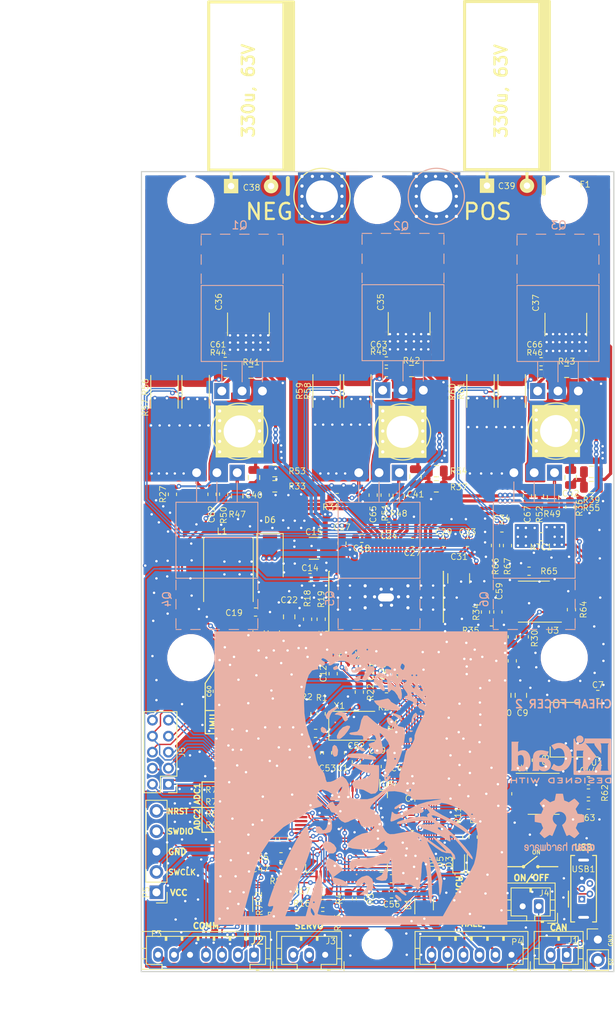
<source format=kicad_pcb>
(kicad_pcb (version 20171130) (host pcbnew "(5.1.5)-3")
  (title_block (title "Cheap FOCer 2") (date 2019-03-04) (rev 1) (company "Shaman Systems, LLC") (comment 1 "by Lucas Schulte"))
  (layers (0 Top_Signal signal) (31 Bottom_Signal signal) (34 B.Paste user) (35 F.Paste user) (36 B.SilkS user) (37 F.SilkS user) (38 B.Mask user) (39 F.Mask user) (44 Edge.Cuts user))
  (net 0 "")
  (net 1 +5V)
  (net 2 GND)
  (net 3 NRST)
  (net 4 SWCLK)
  (net 5 SWDIO)
  (net 6 VCC)
  (net 7 V_SUPPLY)
  (net 8 /MCU/AN_IN)
  (net 9 "/Mosfet driver/H1_VS")
  (net 10 "/Mosfet driver/H2_VS")
  (net 11 "/Mosfet driver/H3_VS")
  (net 12 /MCU/SENS1)
  (net 13 /MCU/SENS2)
  (net 14 /MCU/SENS3)
  (net 15 /MCU/BR_SO2)
  (net 16 /MCU/BR_SO1)
  (net 17 /MCU/L3)
  (net 18 /MCU/L2)
  (net 19 /MCU/L1)
  (net 20 /MCU/EN_GATE)
  (net 21 /MCU/H3)
  (net 22 /MCU/H2)
  (net 23 /MCU/H1)
  (net 24 /MCU/USB_DM)
  (net 25 /MCU/USB_DP)
  (net 26 "/CAN bus transceiver/CAN_RX")
  (net 27 "/CAN bus transceiver/CAN_TX")
  (net 28 /MCU/ADC_TEMP)
  (net 29 "/Mosfet driver/GH_A")
  (net 30 "/Mosfet driver/GL_A")
  (net 31 "/Mosfet driver/GL_B")
  (net 32 "/Mosfet driver/GH_B")
  (net 33 "/Mosfet driver/GH_C")
  (net 34 "/Mosfet driver/GL_C")
  (net 35 /MCU/CS)
  (net 36 /MCU/SLCK)
  (net 37 /MCU/SDI)
  (net 38 /MCU/SDO)
  (net 39 /MCU/BR_SO3)
  (net 40 "Net-(C14-Pad1)")
  (net 41 /MCU/SCK_ADC_EXT)
  (net 42 /MCU/MISO_ADC_EXT2)
  (net 43 /MCU/RX_SDA_NSS)
  (net 44 /MCU/TX_SCL_MOSI)
  (net 45 "/Mosfet driver/H2_LOW")
  (net 46 /MCU/SERVO)
  (net 47 PB4)
  (net 48 PB3)
  (net 49 PA15)
  (net 50 PC15)
  (net 51 PC14)
  (net 52 PD2)
  (net 53 PC13)
  (net 54 PC5)
  (net 55 PB12)
  (net 56 PB2)
  (net 57 SPA)
  (net 58 SNA)
  (net 59 SPC)
  (net 60 SNC)
  (net 61 SPB)
  (net 62 SNB)
  (net 63 "Net-(USB1-Pad4)")
  (net 64 "Net-(USB1-Pad1)")
  (net 65 "Net-(C12-Pad2)")
  (net 66 "Net-(C13-Pad2)")
  (net 67 "Net-(C17-Pad1)")
  (net 68 "Net-(C18-Pad1)")
  (net 69 "/Mosfet driver/H3_LOW")
  (net 70 "/Mosfet driver/H1_LOW")
  (net 71 "Net-(R18-Pad1)")
  (net 72 /MCU/FAULT)
  (net 73 "Net-(C51-Pad1)")
  (net 74 /HALL3)
  (net 75 /Filters/HALL1_IN)
  (net 76 /Filters/HALL2_IN)
  (net 77 /RX_SDA_IN)
  (net 78 /SCK_ADC_EXT_IN)
  (net 79 /TX_SCL_MOSI_IN)
  (net 80 /MISO_RX_SCL_IN)
  (net 81 "/CAN bus transceiver/CANH")
  (net 82 "/CAN bus transceiver/CANL")
  (net 83 /MCU/LED_RED)
  (net 84 /MCU/LED_GREEN)
  (net 85 "Net-(C17-Pad2)")
  (net 86 "Net-(C23-Pad1)")
  (net 87 "Net-(C23-Pad2)")
  (net 88 "Net-(C24-Pad1)")
  (net 89 "Net-(C25-Pad1)")
  (net 90 "Net-(C27-Pad1)")
  (net 91 "Net-(C28-Pad1)")
  (net 92 "Net-(C40-Pad2)")
  (net 93 "Net-(C41-Pad2)")
  (net 94 "Net-(C42-Pad2)")
  (net 95 "Net-(C44-Pad1)")
  (net 96 "Net-(C50-Pad1)")
  (net 97 "Net-(C55-Pad1)")
  (net 98 "Net-(C56-Pad1)")
  (net 99 "Net-(J3-Pad3)")
  (net 100 "Net-(J4-Pad1)")
  (net 101 "Net-(R3-Pad2)")
  (net 102 "Net-(R4-Pad2)")
  (net 103 "Net-(R19-Pad1)")
  (net 104 "Net-(R23-Pad2)")
  (net 105 "Net-(U2-Pad12)")
  (net 106 "Net-(U2-Pad5)")
  (net 107 "Net-(U2-Pad4)")
  (net 108 "Net-(C30-Pad2)")
  (net 109 "Net-(R64-Pad2)")
  (net 110 "Net-(R65-Pad2)")
  (net 111 "Net-(R65-Pad1)")
  (net 112 "Net-(R26-Pad2)")
  (net 113 "Net-(R28-Pad2)")
  (net 114 "Net-(R30-Pad2)")
  (net 115 "Net-(C59-Pad1)")
  (net 116 "Net-(U6-Pad11)")
  (net 117 "Net-(U6-Pad10)")
  (net 118 "Net-(U6-Pad9)")
  (net 119 "Net-(U6-Pad4)")
  (net 120 "Net-(U6-Pad3)")
  (net 121 "Net-(U6-Pad2)")
  (net 122 "Net-(D3-Pad2)")
  (net 123 "Net-(D4-Pad2)")
  (net 124 "Net-(D5-Pad2)")
  (net 125 "Net-(C61-Pad1)")
  (net 126 "Net-(C62-Pad1)")
  (net 127 "Net-(C63-Pad1)")
  (net 128 "Net-(C65-Pad1)")
  (net 129 "Net-(C66-Pad1)")
  (net 130 "Net-(C67-Pad1)")
  (net 131 /Filters/TEMP_IN)
  (module shapes3D:Sam_J (layer Bottom_Signal) (at 138.2 144.6 180)
    (fp_text reference H3 hide)
    (fp_text value SLJ hide)
  )
  (module Symbol:KiCad-Logo2_5mm_SilkScreen (layer Bottom_Signal) (at 163.1 142.4 180)
    (fp_text reference H9 hide)
    (fp_text value "KiCAD Logo" hide)
  )
  (module Symbol:OSHW-Logo2_9.8x8mm_SilkScreen (layer Bottom_Signal) (at 162.9 150.4 180)
    (fp_text reference H4 hide)
    (fp_text value "Open Hardware Logo" hide)
  )
  (module Diode_SMD:D_SMA (layer Top_Signal) (at 126.7 117.6 270)
    (fp_text reference D6 (at -5.1 0 180) (layer F.SilkS) (effects (font (size 0.75 0.75) (thickness 0.1))))
    (fp_text value "100v, 1A")
    (fp_text user %R (at -5.1 0 180) (layer F.SilkS) (effects (font (size 0.75 0.75) (thickness 0.1))))
    (pad 2 smd rect (at 2 0 270) (size 2.5 1.8) (layers Top_Signal F.Paste F.Mask) (net 2 GND))
    (pad 1 smd rect (at -2 0 270) (size 2.5 1.8) (layers Top_Signal F.Paste F.Mask) (net 85 "Net-(C17-Pad2)"))
  )
  (module MountingHole:MountingHole_3.2mm_M3_ISO14580_Pad (layer Top_Signal) (at 140.125 72.6)
    (fp_text reference H13 (at 0 0.1) (layer F.SilkS) (effects (font (size 0.75 0.75) (thickness 0.1))))
    (fp_text value MountingHole)
    (pad 1 np_thru_hole oval (at 0 0) (size 3.5 3.5) (drill 3.5) (layers *.Cu *.Mask) (clearance 1.2))
  )
  (module Capacitor_SMD:C_1210_3225Metric (layer Top_Signal) (at 132.2 116.05)
    (fp_text reference C15 (at 0 -2.05) (layer F.SilkS) (effects (font (size 0.75 0.75) (thickness 0.1))))
    (fp_text value "4.7uF, 100V")
    (pad 2 smd roundrect (at 1.4 0) (size 1.25 2.65) (layers Top_Signal F.Paste F.Mask) (roundrect_rratio 0.2) (net 7 V_SUPPLY))
    (pad 1 smd roundrect (at -1.4 0) (size 1.25 2.65) (layers Top_Signal F.Paste F.Mask) (roundrect_rratio 0.2) (net 2 GND))
  )
  (module Resistor_SMD:R_0603_1608Metric (layer Top_Signal) (at 122.1 146.2 180)
    (fp_text reference R72 (at 2.4 0) (layer F.SilkS) (effects (font (size 0.75 0.75) (thickness 0.1))))
    (fp_text value DNP)
    (pad 2 smd roundrect (at 0.7875 0 180) (size 0.875 0.95) (layers Top_Signal F.Paste F.Mask) (net 41 /MCU/SCK_ADC_EXT))
    (pad 1 smd roundrect (at -0.7875 0 180) (size 0.875 0.95) (layers Top_Signal F.Paste F.Mask) (net 6 VCC))
  )
  (module Resistor_SMD:R_0603_1608Metric (layer Top_Signal) (at 122.103732 147.633732)
    (fp_text reference R71 (at -2.403732 0.066268) (layer F.SilkS) (effects (font (size 0.75 0.75) (thickness 0.1))))
    (fp_text value DNP)
    (pad 2 smd roundrect (at 0.7875 0) (size 0.875 0.95) (layers Top_Signal F.Paste F.Mask) (net 41 /MCU/SCK_ADC_EXT))
    (pad 1 smd roundrect (at -0.7875 0) (size 0.875 0.95) (layers Top_Signal F.Paste F.Mask) (net 2 GND))
  )
  (module Resistor_SMD:R_0603_1608Metric (layer Top_Signal) (at 122.053732 149.133732)
    (fp_text reference R68 (at -2.353732 0.066268) (layer F.SilkS) (effects (font (size 0.75 0.75) (thickness 0.1))))
    (fp_text value DNP)
    (pad 2 smd roundrect (at 0.7875 0) (size 0.875 0.95) (layers Top_Signal F.Paste F.Mask) (net 42 /MCU/MISO_ADC_EXT2))
    (pad 1 smd roundrect (at -0.7875 0) (size 0.875 0.95) (layers Top_Signal F.Paste F.Mask) (net 2 GND))
  )
  (module Resistor_SMD:R_0603_1608Metric (layer Top_Signal) (at 122.05 150.6)
    (fp_text reference R40 (at -2.35 0) (layer F.SilkS) (effects (font (size 0.75 0.75) (thickness 0.1))))
    (fp_text value DNP)
    (pad 2 smd roundrect (at 0.7875 0) (size 0.875 0.95) (layers Top_Signal F.Paste F.Mask) (net 42 /MCU/MISO_ADC_EXT2))
    (pad 1 smd roundrect (at -0.7875 0) (size 0.875 0.95) (layers Top_Signal F.Paste F.Mask) (net 6 VCC))
  )
  (module Capacitor_SMD:C_0603_1608Metric (layer Top_Signal) (at 158.9 109.5 270)
    (fp_text reference C67 (at 2.3 0 90) (layer F.SilkS) (effects (font (size 0.75 0.75) (thickness 0.1))))
    (fp_text value 1nF)
    (pad 2 smd roundrect (at 0.7875 0 270) (size 0.875 0.95) (layers Top_Signal F.Paste F.Mask) (net 69 "/Mosfet driver/H3_LOW"))
    (pad 1 smd roundrect (at -0.7875 0 270) (size 0.875 0.95) (layers Top_Signal F.Paste F.Mask) (net 130 "Net-(C67-Pad1)"))
  )
  (module Capacitor_SMD:C_0603_1608Metric (layer Top_Signal) (at 160.6 92.75 180)
    (fp_text reference C66 (at 0.8 2.15) (layer F.SilkS) (effects (font (size 0.7 0.7) (thickness 0.1))))
    (fp_text value 1nF)
    (pad 2 smd roundrect (at 0.7875 0 180) (size 0.875 0.95) (layers Top_Signal F.Paste F.Mask) (net 11 "/Mosfet driver/H3_VS"))
    (pad 1 smd roundrect (at -0.7875 0 180) (size 0.875 0.95) (layers Top_Signal F.Paste F.Mask) (net 129 "Net-(C66-Pad1)"))
  )
  (module Capacitor_SMD:C_0603_1608Metric (layer Top_Signal) (at 139.6 109.4 270)
    (fp_text reference C65 (at 2.4 0 90) (layer F.SilkS) (effects (font (size 0.75 0.75) (thickness 0.1))))
    (fp_text value 1nF)
    (pad 2 smd roundrect (at 0.7875 0 270) (size 0.875 0.95) (layers Top_Signal F.Paste F.Mask) (net 45 "/Mosfet driver/H2_LOW"))
    (pad 1 smd roundrect (at -0.7875 0 270) (size 0.875 0.95) (layers Top_Signal F.Paste F.Mask) (net 128 "Net-(C65-Pad1)"))
  )
  (module Capacitor_SMD:C_0603_1608Metric (layer Top_Signal) (at 141.25 92.65 180)
    (fp_text reference C63 (at 0.95 2.05 180) (layer F.SilkS) (effects (font (size 0.75 0.75) (thickness 0.1))))
    (fp_text value 1nF)
    (pad 2 smd roundrect (at 0.7875 0 180) (size 0.875 0.95) (layers Top_Signal F.Paste F.Mask) (net 10 "/Mosfet driver/H2_VS"))
    (pad 1 smd roundrect (at -0.7875 0 180) (size 0.875 0.95) (layers Top_Signal F.Paste F.Mask) (net 127 "Net-(C63-Pad1)"))
  )
  (module Capacitor_SMD:C_0603_1608Metric (layer Top_Signal) (at 119.45 109.3 270)
    (fp_text reference C62 (at 2.5 0.05 90) (layer F.SilkS) (effects (font (size 0.75 0.75) (thickness 0.1))))
    (fp_text value 1nF)
    (pad 2 smd roundrect (at 0.7875 0 270) (size 0.875 0.95) (layers Top_Signal F.Paste F.Mask) (net 70 "/Mosfet driver/H1_LOW"))
    (pad 1 smd roundrect (at -0.7875 0 270) (size 0.875 0.95) (layers Top_Signal F.Paste F.Mask) (net 126 "Net-(C62-Pad1)"))
  )
  (module Capacitor_SMD:C_0603_1608Metric (layer Top_Signal) (at 121.1 92.7 180)
    (fp_text reference C61 (at 0.9 2.1) (layer F.SilkS) (effects (font (size 0.7 0.7) (thickness 0.1))))
    (fp_text value 1nF)
    (pad 2 smd roundrect (at 0.7875 0 180) (size 0.875 0.95) (layers Top_Signal F.Paste F.Mask) (net 9 "/Mosfet driver/H1_VS"))
    (pad 1 smd roundrect (at -0.7875 0 180) (size 0.875 0.95) (layers Top_Signal F.Paste F.Mask) (net 125 "Net-(C61-Pad1)"))
  )
  (module MountingHole:MountingHole_3.2mm_M3_ISO14580_Pad (layer Top_Signal) (at 140.1 165.45)
    (fp_text reference H5 (at 0 0.05) (layer F.SilkS) (effects (font (size 0.75 0.75) (thickness 0.1))))
    (fp_text value MountingHole)
    (pad "" np_thru_hole oval (at 0 0) (size 3.5 3.5) (drill 3.5) (layers *.Cu *.Mask) (clearance 0.2))
  )
  (module shapes3D:TO-220-3_Horizontal_TabUp_no_hole (layer Bottom_Signal) (at 140.795 96.3)
    (fp_text reference Q2 (at 2.305 -20.5) (layer B.SilkS) (effects (justify mirror)))
    (fp_text value NCEP60T20)
    (pad 1 thru_hole rect (at 0 0) (size 1.905 2) (drill 1.1) (layers *.Cu *.Mask) (net 127 "Net-(C63-Pad1)"))
    (pad 2 thru_hole oval (at 2.54 0) (size 1.905 2) (drill 1.1) (layers *.Cu *.Mask) (net 7 V_SUPPLY))
    (pad 3 thru_hole oval (at 5.08 0) (size 1.905 2) (drill 1.1) (layers *.Cu *.Mask) (net 10 "/Mosfet driver/H2_VS"))
  )
  (module Package_LGA:Bosch_LGA-14_3x2.5mm_P0.5mm (layer Top_Signal) (at 122.75 134.04 180)
    (fp_text reference U6 (at -2.25 -0.96 90) (layer F.SilkS) (effects (font (size 0.5 0.5) (thickness 0.1))))
    (fp_text value BMI160)
    (pad 11 smd rect (at 1.2625 -0.75 180) (size 0.675 0.25) (layers Top_Signal F.Paste F.Mask) (net 116 "Net-(U6-Pad11)"))
    (pad 10 smd rect (at 1.2625 -0.25 180) (size 0.675 0.25) (layers Top_Signal F.Paste F.Mask) (net 117 "Net-(U6-Pad10)"))
    (pad 9 smd rect (at 1.2625 0.25 180) (size 0.675 0.25) (layers Top_Signal F.Paste F.Mask) (net 118 "Net-(U6-Pad9)"))
    (pad 8 smd rect (at 1.2625 0.75 180) (size 0.675 0.25) (layers Top_Signal F.Paste F.Mask) (net 6 VCC))
    (pad 4 smd rect (at -1.2625 0.75 180) (size 0.675 0.25) (layers Top_Signal F.Paste F.Mask) (net 119 "Net-(U6-Pad4)"))
    (pad 3 smd rect (at -1.2625 0.25 180) (size 0.675 0.25) (layers Top_Signal F.Paste F.Mask) (net 120 "Net-(U6-Pad3)"))
    (pad 2 smd rect (at -1.2625 -0.25 180) (size 0.675 0.25) (layers Top_Signal F.Paste F.Mask) (net 121 "Net-(U6-Pad2)"))
    (pad 1 smd rect (at -1.2625 -0.75 180) (size 0.675 0.25) (layers Top_Signal F.Paste F.Mask) (net 2 GND))
    (pad 7 smd rect (at 0.5 1.0125 180) (size 0.25 0.675) (layers Top_Signal F.Paste F.Mask) (net 2 GND))
    (pad 6 smd rect (at 0 1.0125 180) (size 0.25 0.675) (layers Top_Signal F.Paste F.Mask) (net 2 GND))
    (pad 5 smd rect (at -0.5 1.0125 180) (size 0.25 0.675) (layers Top_Signal F.Paste F.Mask) (net 6 VCC))
    (pad 12 smd rect (at 0.5 -1.0125 180) (size 0.25 0.675) (layers Top_Signal F.Paste F.Mask) (net 6 VCC))
    (pad 14 smd rect (at -0.5 -1.0125 180) (size 0.25 0.675) (layers Top_Signal F.Paste F.Mask) (net 56 PB2))
    (pad 13 smd rect (at 0 -1.0125 180) (size 0.25 0.675) (layers Top_Signal F.Paste F.Mask) (net 49 PA15))
  )
  (module Resistor_SMD:R_0603_1608Metric (layer Top_Signal) (at 123 137.85)
    (fp_text reference R70 (at -1.8 0.05 90) (layer F.SilkS) (effects (font (size 0.5 0.5) (thickness 0.1))))
    (fp_text value 1k)
    (pad 2 smd roundrect (at 0.7875 0) (size 0.875 0.95) (layers Top_Signal F.Paste F.Mask) (net 6 VCC))
    (pad 1 smd roundrect (at -0.7875 0) (size 0.875 0.95) (layers Top_Signal F.Paste F.Mask) (net 56 PB2))
  )
  (module Resistor_SMD:R_0603_1608Metric (layer Top_Signal) (at 123 136.4 180)
    (fp_text reference R69 (at 1.8 0 90) (layer F.SilkS) (effects (font (size 0.5 0.5) (thickness 0.1))))
    (fp_text value 1k)
    (pad 2 smd roundrect (at 0.7875 0 180) (size 0.875 0.95) (layers Top_Signal F.Paste F.Mask) (net 49 PA15))
    (pad 1 smd roundrect (at -0.7875 0 180) (size 0.875 0.95) (layers Top_Signal F.Paste F.Mask) (net 6 VCC))
  )
  (module Capacitor_SMD:C_0603_1608Metric (layer Top_Signal) (at 122.5 131.5)
    (fp_text reference C64 (at 0 -1.1) (layer F.SilkS) (effects (font (size 0.5 0.5) (thickness 0.1))))
    (fp_text value 100n)
    (pad 2 smd roundrect (at 0.7875 0) (size 0.875 0.95) (layers Top_Signal F.Paste F.Mask) (net 6 VCC))
    (pad 1 smd roundrect (at -0.7875 0) (size 0.875 0.95) (layers Top_Signal F.Paste F.Mask) (net 2 GND))
  )
  (module Capacitor_SMD:C_0603_1608Metric (layer Top_Signal) (at 120.1 133.9 90)
    (fp_text reference C60 (at 0 -1 90) (layer F.SilkS) (effects (font (size 0.5 0.5) (thickness 0.1))))
    (fp_text value 100n)
    (pad 2 smd roundrect (at 0.7875 0 90) (size 0.875 0.95) (layers Top_Signal F.Paste F.Mask) (net 6 VCC))
    (pad 1 smd roundrect (at -0.7875 0 90) (size 0.875 0.95) (layers Top_Signal F.Paste F.Mask) (net 2 GND))
  )
  (module Connector_JST:JST_PH_B7B-PH-K_1x07_P2.00mm_Vertical (layer Top_Signal) (at 124.7 166.8 180)
    (fp_text reference J2 (at -0.4 1.8) (layer F.SilkS))
    (fp_text value Conn_01x07)
    (pad 7 thru_hole oval (at 12 0 180) (size 1.2 1.75) (drill 0.75) (layers *.Cu *.Mask) (net 1 +5V))
    (pad 6 thru_hole oval (at 10 0 180) (size 1.2 1.75) (drill 0.75) (layers *.Cu *.Mask) (net 6 VCC))
    (pad 5 thru_hole oval (at 8 0 180) (size 1.2 1.75) (drill 0.75) (layers *.Cu *.Mask) (net 2 GND))
    (pad 4 thru_hole oval (at 6 0 180) (size 1.2 1.75) (drill 0.75) (layers *.Cu *.Mask) (net 78 /SCK_ADC_EXT_IN))
    (pad 3 thru_hole oval (at 4 0 180) (size 1.2 1.75) (drill 0.75) (layers *.Cu *.Mask) (net 77 /RX_SDA_IN))
    (pad 2 thru_hole oval (at 2 0 180) (size 1.2 1.75) (drill 0.75) (layers *.Cu *.Mask) (net 79 /TX_SCL_MOSI_IN))
    (pad 1 thru_hole roundrect (at 0 0 180) (size 1.2 1.75) (drill 0.75) (layers *.Cu *.Mask) (roundrect_rratio 0.208333) (net 80 /MISO_RX_SCL_IN))
  )
  (module Connector_JST:JST_PH_B3B-PH-K_1x03_P2.00mm_Vertical (layer Top_Signal) (at 133.6 166.8 180)
    (fp_text reference J3 (at -0.7 1.7 180) (layer F.SilkS) (effects (font (size 0.75 0.75) (thickness 0.1))))
    (fp_text value Conn_01x03)
    (pad 3 thru_hole oval (at 4 0 180) (size 1.2 1.75) (drill 0.75) (layers *.Cu *.Mask) (net 99 "Net-(J3-Pad3)"))
    (pad 2 thru_hole oval (at 2 0 180) (size 1.2 1.75) (drill 0.75) (layers *.Cu *.Mask) (net 1 +5V))
    (pad 1 thru_hole roundrect (at 0 0 180) (size 1.2 1.75) (drill 0.75) (layers *.Cu *.Mask) (roundrect_rratio 0.208333) (net 2 GND))
  )
  (module Connector_JST:JST_PH_B6B-PH-K_1x06_P2.00mm_Vertical (layer Top_Signal) (at 156.9 166.8 180)
    (fp_text reference P4 (at -0.7 1.6) (layer F.SilkS) (effects (font (size 0.75 0.75) (thickness 0.1))))
    (fp_text value HALL/Encoder)
    (pad 1 thru_hole roundrect (at 0 0 180) (size 1.2 1.75) (drill 0.75) (layers *.Cu *.Mask) (roundrect_rratio 0.208333) (net 2 GND))
    (pad 2 thru_hole oval (at 2 0 180) (size 1.2 1.75) (drill 0.75) (layers *.Cu *.Mask) (net 74 /HALL3))
    (pad 3 thru_hole oval (at 4 0 180) (size 1.2 1.75) (drill 0.75) (layers *.Cu *.Mask) (net 76 /Filters/HALL2_IN))
    (pad 4 thru_hole oval (at 6 0 180) (size 1.2 1.75) (drill 0.75) (layers *.Cu *.Mask) (net 75 /Filters/HALL1_IN))
    (pad 5 thru_hole oval (at 8 0 180) (size 1.2 1.75) (drill 0.75) (layers *.Cu *.Mask) (net 131 /Filters/TEMP_IN))
    (pad 6 thru_hole oval (at 10 0 180) (size 1.2 1.75) (drill 0.75) (layers *.Cu *.Mask) (net 1 +5V))
  )
  (module Connector_JST:JST_PH_B2B-PH-K_1x02_P2.00mm_Vertical (layer Top_Signal) (at 163.8 166.8 180)
    (fp_text reference J1 (at -0.8 1.8) (layer F.SilkS) (effects (font (size 0.75 0.75) (thickness 0.1))))
    (fp_text value Conn_01x02)
    (pad 1 thru_hole roundrect (at 0 0 180) (size 1.2 1.75) (drill 0.75) (layers *.Cu *.Mask) (roundrect_rratio 0.208333) (net 82 "/CAN bus transceiver/CANL"))
    (pad 2 thru_hole oval (at 2 0 180) (size 1.2 1.75) (drill 0.75) (layers *.Cu *.Mask) (net 81 "/CAN bus transceiver/CANH"))
  )
  (module Connector_JST:JST_PH_B2B-PH-K_1x02_P2.00mm_Vertical (layer Top_Signal) (at 160.3 160.75 180)
    (fp_text reference J4 (at -0.7 1.65 180) (layer F.SilkS) (effects (font (size 0.75 0.75) (thickness 0.1))))
    (fp_text value On/Off)
    (pad 2 thru_hole oval (at 2 0 180) (size 1.2 1.75) (drill 0.75) (layers *.Cu *.Mask) (net 2 GND))
    (pad 1 thru_hole roundrect (at 0 0 180) (size 1.2 1.75) (drill 0.75) (layers *.Cu *.Mask) (roundrect_rratio 0.208333) (net 100 "Net-(J4-Pad1)"))
  )
  (module Resistor_SMD:R_0603_1608Metric (layer Top_Signal) (at 160.4 109.5 90)
    (fp_text reference R52 (at -2.3 0 90) (layer F.SilkS) (effects (font (size 0.75 0.75) (thickness 0.1))))
    (fp_text value 4.7k)
    (pad 2 smd roundrect (at 0.7875 0 90) (size 0.875 0.95) (layers Top_Signal F.Paste F.Mask) (net 130 "Net-(C67-Pad1)"))
    (pad 1 smd roundrect (at -0.7875 0 90) (size 0.875 0.95) (layers Top_Signal F.Paste F.Mask) (net 69 "/Mosfet driver/H3_LOW"))
  )
  (module w_capacitors:CP_10x20mm_hor_with_model_brd_edge (layer Top_Signal) (at 155.6 59.45 90)
    (fp_text reference C39 (at -11.35 0.7 180) (layer F.SilkS) (effects (font (size 0.75 0.75) (thickness 0.1))))
    (fp_text value "330u, 63V" (at 0.5 0 270) (layer F.SilkS) (effects (font (size 1.5 1.5) (thickness 0.3))))
    (pad 1 thru_hole rect (at -11.3127 -1.7634 270) (size 1.8 1.8) (drill 0.8) (layers *.Cu *.Mask F.SilkS) (net 7 V_SUPPLY))
    (pad 2 thru_hole circle (at -11.3127 3.2366 270) (size 1.8 1.8) (drill 0.8) (layers *.Cu *.Mask F.SilkS) (net 2 GND))
  )
  (module shapes3D:TO-220-3_Horizontal_TabUp_no_hole (layer Bottom_Signal) (at 120.675 96.4)
    (fp_text reference Q1 (at 2.225 -20.7) (layer B.SilkS) (effects (justify mirror)))
    (fp_text value NCEP60T20)
    (pad 1 thru_hole rect (at 0 0) (size 1.905 2) (drill 1.1) (layers *.Cu *.Mask) (net 125 "Net-(C61-Pad1)"))
    (pad 2 thru_hole oval (at 2.54 0) (size 1.905 2) (drill 1.1) (layers *.Cu *.Mask) (net 7 V_SUPPLY))
    (pad 3 thru_hole oval (at 5.08 0) (size 1.905 2) (drill 1.1) (layers *.Cu *.Mask) (net 9 "/Mosfet driver/H1_VS"))
  )
  (module Resistor_SMD:R_0805_2012Metric (layer Top_Signal) (at 147.5 106.4 180)
    (fp_text reference R54 (at -2.8 0 180) (layer F.SilkS) (effects (font (size 0.75 0.75) (thickness 0.1))))
    (fp_text value 10R)
    (pad 2 smd roundrect (at 0.9375 0 180) (size 0.975 1.4) (layers Top_Signal F.Paste F.Mask) (net 93 "Net-(C41-Pad2)"))
    (pad 1 smd roundrect (at -0.9375 0 180) (size 0.975 1.4) (layers Top_Signal F.Paste F.Mask) (net 2 GND))
  )
  (module shapes3D:TO-220-3_Horizontal_TabUp_no_hole (layer Bottom_Signal) (at 142.88 106.6 180)
    (fp_text reference Q5 (at 8.68 -15.7 270) (layer B.SilkS) (effects (justify mirror)))
    (fp_text value NCEP60T20)
    (pad 1 thru_hole rect (at 0 0 180) (size 1.905 2) (drill 1.1) (layers *.Cu *.Mask) (net 128 "Net-(C65-Pad1)"))
    (pad 2 thru_hole oval (at 2.54 0 180) (size 1.905 2) (drill 1.1) (layers *.Cu *.Mask) (net 10 "/Mosfet driver/H2_VS"))
    (pad 3 thru_hole oval (at 5.08 0 180) (size 1.905 2) (drill 1.1) (layers *.Cu *.Mask) (net 45 "/Mosfet driver/H2_LOW"))
  )
  (module w_capacitors:CP_10x20mm_hor_with_model_brd_edge (layer Top_Signal) (at 123.6 59.5 90)
    (fp_text reference C38 (at -11.5 0.8 180) (layer F.SilkS) (effects (font (size 0.75 0.75) (thickness 0.1))))
    (fp_text value "330u, 63V" (at 0.6 0.4 270) (layer F.SilkS) (effects (font (size 1.5 1.5) (thickness 0.3))))
    (pad 2 thru_hole circle (at -11.3127 3.2366 270) (size 1.8 1.8) (drill 0.8) (layers *.Cu *.Mask F.SilkS) (net 2 GND))
    (pad 1 thru_hole rect (at -11.3127 -1.7634 270) (size 1.8 1.8) (drill 0.8) (layers *.Cu *.Mask F.SilkS) (net 7 V_SUPPLY))
  )
  (module Capacitor_SMD:C_0603_1608Metric (layer Top_Signal) (at 135.500001 141.582486 270)
    (fp_text reference C1 (at 1.9 -0.274999) (layer F.SilkS) (effects (font (size 0.75 0.75) (thickness 0.1))))
    (fp_text value 100n)
    (pad 2 smd roundrect (at 0.7875 0 270) (size 0.875 0.95) (layers Top_Signal F.Paste F.Mask) (net 8 /MCU/AN_IN))
    (pad 1 smd roundrect (at -0.7875 0 270) (size 0.875 0.95) (layers Top_Signal F.Paste F.Mask) (net 2 GND))
  )
  (module Resistor_SMD:R_0603_1608Metric (layer Top_Signal) (at 126.95 139.85 180)
    (fp_text reference R13 (at 0 -1.25 180) (layer F.SilkS) (effects (font (size 0.75 0.75) (thickness 0.1))))
    (fp_text value 10k)
    (pad 2 smd roundrect (at 0.7875 0 180) (size 0.875 0.95) (layers Top_Signal F.Paste F.Mask) (net 2 GND))
    (pad 1 smd roundrect (at -0.7875 0 180) (size 0.875 0.95) (layers Top_Signal F.Paste F.Mask) (net 28 /MCU/ADC_TEMP))
  )
  (module Resistor_SMD:R_0603_1608Metric (layer Top_Signal) (at 127.9 136.7 90)
    (fp_text reference R32 (at 2.6 -0.025 270) (layer F.SilkS) (effects (font (size 0.75 0.75) (thickness 0.1))))
    (fp_text value 2k2)
    (pad 2 smd roundrect (at 0.7875 0 90) (size 0.875 0.95) (layers Top_Signal F.Paste F.Mask) (net 13 /MCU/SENS2))
    (pad 1 smd roundrect (at -0.7875 0 90) (size 0.875 0.95) (layers Top_Signal F.Paste F.Mask) (net 2 GND))
  )
  (module Capacitor_SMD:C_0603_1608Metric (layer Top_Signal) (at 141 138.4 90)
    (fp_text reference C51 (at -0.05 1.1 270) (layer F.SilkS) (effects (font (size 0.75 0.75) (thickness 0.1))))
    (fp_text value 15p)
    (pad 2 smd roundrect (at 0.7875 0 90) (size 0.875 0.95) (layers Top_Signal F.Paste F.Mask) (net 2 GND))
    (pad 1 smd roundrect (at -0.7875 0 90) (size 0.875 0.95) (layers Top_Signal F.Paste F.Mask) (net 73 "Net-(C51-Pad1)"))
  )
  (module Package_QFP:LQFP-64_10x10mm_P0.5mm (layer Top_Signal) (at 136.275358 151.357487 270)
    (fp_text reference U5 (at -5.857487 -5.199642) (layer F.SilkS) (effects (font (size 0.75 0.75) (thickness 0.1))))
    (fp_text value STM32F405RGT6)
    (pad 64 smd roundrect (at -3.75 -5.675 270) (size 0.3 1.55) (layers Top_Signal F.Paste F.Mask) (net 6 VCC))
    (pad 63 smd roundrect (at -3.25 -5.675 270) (size 0.3 1.55) (layers Top_Signal F.Paste F.Mask) (net 2 GND))
    (pad 62 smd roundrect (at -2.75 -5.675 270) (size 0.3 1.55) (layers Top_Signal F.Paste F.Mask) (net 27 "/CAN bus transceiver/CAN_TX"))
    (pad 61 smd roundrect (at -2.25 -5.675 270) (size 0.3 1.55) (layers Top_Signal F.Paste F.Mask) (net 26 "/CAN bus transceiver/CAN_RX"))
    (pad 60 smd roundrect (at -1.75 -5.675 270) (size 0.3 1.55) (layers Top_Signal F.Paste F.Mask) (net 2 GND))
    (pad 59 smd roundrect (at -1.25 -5.675 270) (size 0.3 1.55) (layers Top_Signal F.Paste F.Mask) (net 72 /MCU/FAULT))
    (pad 58 smd roundrect (at -0.75 -5.675 270) (size 0.3 1.55) (layers Top_Signal F.Paste F.Mask) (net 46 /MCU/SERVO))
    (pad 57 smd roundrect (at -0.25 -5.675 270) (size 0.3 1.55) (layers Top_Signal F.Paste F.Mask) (net 20 /MCU/EN_GATE))
    (pad 56 smd roundrect (at 0.25 -5.675 270) (size 0.3 1.55) (layers Top_Signal F.Paste F.Mask) (net 47 PB4))
    (pad 55 smd roundrect (at 0.75 -5.675 270) (size 0.3 1.55) (layers Top_Signal F.Paste F.Mask) (net 48 PB3))
    (pad 54 smd roundrect (at 1.25 -5.675 270) (size 0.3 1.55) (layers Top_Signal F.Paste F.Mask) (net 52 PD2))
    (pad 53 smd roundrect (at 1.75 -5.675 270) (size 0.3 1.55) (layers Top_Signal F.Paste F.Mask) (net 37 /MCU/SDI))
    (pad 52 smd roundrect (at 2.25 -5.675 270) (size 0.3 1.55) (layers Top_Signal F.Paste F.Mask) (net 38 /MCU/SDO))
    (pad 51 smd roundrect (at 2.75 -5.675 270) (size 0.3 1.55) (layers Top_Signal F.Paste F.Mask) (net 36 /MCU/SLCK))
    (pad 50 smd roundrect (at 3.25 -5.675 270) (size 0.3 1.55) (layers Top_Signal F.Paste F.Mask) (net 49 PA15))
    (pad 49 smd roundrect (at 3.75 -5.675 270) (size 0.3 1.55) (layers Top_Signal F.Paste F.Mask) (net 4 SWCLK))
    (pad 48 smd roundrect (at 5.675 -3.75 270) (size 1.55 0.3) (layers Top_Signal F.Paste F.Mask) (net 6 VCC))
    (pad 47 smd roundrect (at 5.675 -3.25 270) (size 1.55 0.3) (layers Top_Signal F.Paste F.Mask) (net 98 "Net-(C56-Pad1)"))
    (pad 46 smd roundrect (at 5.675 -2.75 270) (size 1.55 0.3) (layers Top_Signal F.Paste F.Mask) (net 5 SWDIO))
    (pad 45 smd roundrect (at 5.675 -2.25 270) (size 1.55 0.3) (layers Top_Signal F.Paste F.Mask) (net 25 /MCU/USB_DP))
    (pad 44 smd roundrect (at 5.675 -1.75 270) (size 1.55 0.3) (layers Top_Signal F.Paste F.Mask) (net 24 /MCU/USB_DM))
    (pad 43 smd roundrect (at 5.675 -1.25 270) (size 1.55 0.3) (layers Top_Signal F.Paste F.Mask) (net 21 /MCU/H3))
    (pad 42 smd roundrect (at 5.675 -0.75 270) (size 1.55 0.3) (layers Top_Signal F.Paste F.Mask) (net 22 /MCU/H2))
    (pad 41 smd roundrect (at 5.675 -0.25 270) (size 1.55 0.3) (layers Top_Signal F.Paste F.Mask) (net 23 /MCU/H1))
    (pad 40 smd roundrect (at 5.675 0.25 270) (size 1.55 0.3) (layers Top_Signal F.Paste F.Mask) (net 35 /MCU/CS))
    (pad 39 smd roundrect (at 5.675 0.75 270) (size 1.55 0.3) (layers Top_Signal F.Paste F.Mask) (net 74 /HALL3))
    (pad 38 smd roundrect (at 5.675 1.25 270) (size 1.55 0.3) (layers Top_Signal F.Paste F.Mask) (net 76 /Filters/HALL2_IN))
    (pad 37 smd roundrect (at 5.675 1.75 270) (size 1.55 0.3) (layers Top_Signal F.Paste F.Mask) (net 75 /Filters/HALL1_IN))
    (pad 36 smd roundrect (at 5.675 2.25 270) (size 1.55 0.3) (layers Top_Signal F.Paste F.Mask) (net 17 /MCU/L3))
    (pad 35 smd roundrect (at 5.675 2.75 270) (size 1.55 0.3) (layers Top_Signal F.Paste F.Mask) (net 18 /MCU/L2))
    (pad 34 smd roundrect (at 5.675 3.25 270) (size 1.55 0.3) (layers Top_Signal F.Paste F.Mask) (net 19 /MCU/L1))
    (pad 33 smd roundrect (at 5.675 3.75 270) (size 1.55 0.3) (layers Top_Signal F.Paste F.Mask) (net 55 PB12))
    (pad 32 smd roundrect (at 3.75 5.675 270) (size 0.3 1.55) (layers Top_Signal F.Paste F.Mask) (net 6 VCC))
    (pad 31 smd roundrect (at 3.25 5.675 270) (size 0.3 1.55) (layers Top_Signal F.Paste F.Mask) (net 97 "Net-(C55-Pad1)"))
    (pad 30 smd roundrect (at 2.75 5.675 270) (size 0.3 1.55) (layers Top_Signal F.Paste F.Mask) (net 43 /MCU/RX_SDA_NSS))
    (pad 29 smd roundrect (at 2.25 5.675 270) (size 0.3 1.55) (layers Top_Signal F.Paste F.Mask) (net 44 /MCU/TX_SCL_MOSI))
    (pad 28 smd roundrect (at 1.75 5.675 270) (size 0.3 1.55) (layers Top_Signal F.Paste F.Mask) (net 56 PB2))
    (pad 27 smd roundrect (at 1.25 5.675 270) (size 0.3 1.55) (layers Top_Signal F.Paste F.Mask) (net 83 /MCU/LED_RED))
    (pad 26 smd roundrect (at 0.75 5.675 270) (size 0.3 1.55) (layers Top_Signal F.Paste F.Mask) (net 84 /MCU/LED_GREEN))
    (pad 25 smd roundrect (at 0.25 5.675 270) (size 0.3 1.55) (layers Top_Signal F.Paste F.Mask) (net 54 PC5))
    (pad 24 smd roundrect (at -0.25 5.675 270) (size 0.3 1.55) (layers Top_Signal F.Paste F.Mask) (net 131 /Filters/TEMP_IN))
    (pad 23 smd roundrect (at -0.75 5.675 270) (size 0.3 1.55) (layers Top_Signal F.Paste F.Mask) (net 44 /MCU/TX_SCL_MOSI))
    (pad 22 smd roundrect (at -1.25 5.675 270) (size 0.3 1.55) (layers Top_Signal F.Paste F.Mask) (net 42 /MCU/MISO_ADC_EXT2))
    (pad 21 smd roundrect (at -1.75 5.675 270) (size 0.3 1.55) (layers Top_Signal F.Paste F.Mask) (net 41 /MCU/SCK_ADC_EXT))
    (pad 20 smd roundrect (at -2.25 5.675 270) (size 0.3 1.55) (layers Top_Signal F.Paste F.Mask) (net 43 /MCU/RX_SDA_NSS))
    (pad 19 smd roundrect (at -2.75 5.675 270) (size 0.3 1.55) (layers Top_Signal F.Paste F.Mask) (net 6 VCC))
    (pad 18 smd roundrect (at -3.25 5.675 270) (size 0.3 1.55) (layers Top_Signal F.Paste F.Mask) (net 2 GND))
    (pad 17 smd roundrect (at -3.75 5.675 270) (size 0.3 1.55) (layers Top_Signal F.Paste F.Mask) (net 28 /MCU/ADC_TEMP))
    (pad 16 smd roundrect (at -5.675 3.75 270) (size 1.55 0.3) (layers Top_Signal F.Paste F.Mask) (net 14 /MCU/SENS3))
    (pad 15 smd roundrect (at -5.675 3.25 270) (size 1.55 0.3) (layers Top_Signal F.Paste F.Mask) (net 13 /MCU/SENS2))
    (pad 14 smd roundrect (at -5.675 2.75 270) (size 1.55 0.3) (layers Top_Signal F.Paste F.Mask) (net 12 /MCU/SENS1))
    (pad 13 smd roundrect (at -5.675 2.25 270) (size 1.55 0.3) (layers Top_Signal F.Paste F.Mask) (net 6 VCC))
    (pad 12 smd roundrect (at -5.675 1.75 270) (size 1.55 0.3) (layers Top_Signal F.Paste F.Mask) (net 2 GND))
    (pad 11 smd roundrect (at -5.675 1.25 270) (size 1.55 0.3) (layers Top_Signal F.Paste F.Mask) (net 8 /MCU/AN_IN))
    (pad 10 smd roundrect (at -5.675 0.75 270) (size 1.55 0.3) (layers Top_Signal F.Paste F.Mask) (net 39 /MCU/BR_SO3))
    (pad 9 smd roundrect (at -5.675 0.25 270) (size 1.55 0.3) (layers Top_Signal F.Paste F.Mask) (net 15 /MCU/BR_SO2))
    (pad 8 smd roundrect (at -5.675 -0.25 270) (size 1.55 0.3) (layers Top_Signal F.Paste F.Mask) (net 16 /MCU/BR_SO1))
    (pad 7 smd roundrect (at -5.675 -0.75 270) (size 1.55 0.3) (layers Top_Signal F.Paste F.Mask) (net 3 NRST))
    (pad 6 smd roundrect (at -5.675 -1.25 270) (size 1.55 0.3) (layers Top_Signal F.Paste F.Mask) (net 73 "Net-(C51-Pad1)"))
    (pad 5 smd roundrect (at -5.675 -1.75 270) (size 1.55 0.3) (layers Top_Signal F.Paste F.Mask) (net 96 "Net-(C50-Pad1)"))
    (pad 4 smd roundrect (at -5.675 -2.25 270) (size 1.55 0.3) (layers Top_Signal F.Paste F.Mask) (net 50 PC15))
    (pad 3 smd roundrect (at -5.675 -2.75 270) (size 1.55 0.3) (layers Top_Signal F.Paste F.Mask) (net 51 PC14))
    (pad 2 smd roundrect (at -5.675 -3.25 270) (size 1.55 0.3) (layers Top_Signal F.Paste F.Mask) (net 53 PC13))
    (pad 1 smd roundrect (at -5.675 -3.75 270) (size 1.55 0.3) (layers Top_Signal F.Paste F.Mask) (net 6 VCC))
  )
  (module Capacitor_SMD:C_0603_1608Metric (layer Top_Signal) (at 137.5 142.7 270)
    (fp_text reference C52 (at -2 0.025) (layer F.SilkS) (effects (font (size 0.75 0.75) (thickness 0.1))))
    (fp_text value 100n)
    (pad 2 smd roundrect (at 0.7875 0 270) (size 0.875 0.95) (layers Top_Signal F.Paste F.Mask) (net 3 NRST))
    (pad 1 smd roundrect (at -0.7875 0 270) (size 0.875 0.95) (layers Top_Signal F.Paste F.Mask) (net 2 GND))
  )
  (module Resistor_SMD:R_0603_1608Metric (layer Top_Signal) (at 141.1 109.4 90)
    (fp_text reference R51 (at -2.2 0 270) (layer F.SilkS) (effects (font (size 0.75 0.75) (thickness 0.1))))
    (fp_text value 4.7k)
    (pad 1 smd roundrect (at -0.7875 0 90) (size 0.875 0.95) (layers Top_Signal F.Paste F.Mask) (net 45 "/Mosfet driver/H2_LOW"))
    (pad 2 smd roundrect (at 0.7875 0 90) (size 0.875 0.95) (layers Top_Signal F.Paste F.Mask) (net 128 "Net-(C65-Pad1)"))
  )
  (module MountingHole:MountingHole_3.2mm_M3_ISO14580_Pad (layer Top_Signal) (at 163.5 72.6)
    (fp_text reference H8 (at 0.025 0) (layer F.SilkS) (effects (font (size 0.75 0.75) (thickness 0.1))))
    (fp_text value MountingHole)
    (pad 1 np_thru_hole oval (at 0 0) (size 3.5 3.5) (drill 3.5) (layers *.Cu *.Mask) (clearance 1.2))
  )
  (module Resistor_SMD:R_0603_1608Metric (layer Top_Signal) (at 166.525 148.1 180)
    (fp_text reference R63 (at 0.225 -1.6 180) (layer F.SilkS) (effects (font (size 0.75 0.75) (thickness 0.1))))
    (fp_text value 60)
    (pad 2 smd roundrect (at 0.7875 0 180) (size 0.875 0.95) (layers Top_Signal F.Paste F.Mask) (net 82 "/CAN bus transceiver/CANL"))
    (pad 1 smd roundrect (at -0.7875 0 180) (size 0.875 0.95) (layers Top_Signal F.Paste F.Mask) (net 95 "Net-(C44-Pad1)"))
  )
  (module Connector_PinHeader_2.54mm:PinHeader_1x05_P2.54mm_Vertical (layer Top_Signal) (at 112.5 159 180)
    (fp_text reference P5 (at 1.275 0 270) (layer F.SilkS) (effects (font (size 0.75 0.75) (thickness 0.1))))
    (fp_text value SWD)
    (pad 5 thru_hole oval (at 0 10.16 180) (size 1.7 1.7) (drill 1) (layers *.Cu *.Mask) (net 3 NRST))
    (pad 4 thru_hole oval (at 0 7.62 180) (size 1.7 1.7) (drill 1) (layers *.Cu *.Mask) (net 5 SWDIO))
    (pad 3 thru_hole oval (at 0 5.08 180) (size 1.7 1.7) (drill 1) (layers *.Cu *.Mask) (net 2 GND))
    (pad 2 thru_hole oval (at 0 2.54 180) (size 1.7 1.7) (drill 1) (layers *.Cu *.Mask) (net 4 SWCLK))
    (pad 1 thru_hole rect (at 0 0 180) (size 1.7 1.7) (drill 1) (layers *.Cu *.Mask) (net 6 VCC))
  )
  (module Resistor_SMD:R_0603_1608Metric (layer Top_Signal) (at 133.3 158.882485 180)
    (fp_text reference R17 (at 2.625 0.05) (layer F.SilkS) (effects (font (size 0.75 0.75) (thickness 0.1))))
    (fp_text value 2k2)
    (pad 2 smd roundrect (at 0.7875 0 180) (size 0.875 0.95) (layers Top_Signal F.Paste F.Mask) (net 6 VCC))
    (pad 1 smd roundrect (at -0.7875 0 180) (size 0.875 0.95) (layers Top_Signal F.Paste F.Mask) (net 75 /Filters/HALL1_IN))
  )
  (module Capacitor_SMD:C_0603_1608Metric (layer Top_Signal) (at 138.175 114.8)
    (fp_text reference C18 (at -0.025 1.25) (layer F.SilkS) (effects (font (size 0.75 0.75) (thickness 0.1))))
    (fp_text value 220n)
    (pad 2 smd roundrect (at 0.7875 0) (size 0.875 0.95) (layers Top_Signal F.Paste F.Mask) (net 9 "/Mosfet driver/H1_VS"))
    (pad 1 smd roundrect (at -0.7875 0) (size 0.875 0.95) (layers Top_Signal F.Paste F.Mask) (net 68 "Net-(C18-Pad1)"))
  )
  (module Resistor_SMD:R_0603_1608Metric (layer Top_Signal) (at 120.9 109.2875 270)
    (fp_text reference R50 (at 2.6125 0 90) (layer F.SilkS) (effects (font (size 0.75 0.75) (thickness 0.1))))
    (fp_text value 4.7k)
    (pad 1 smd roundrect (at -0.7875 0 270) (size 0.875 0.95) (layers Top_Signal F.Paste F.Mask) (net 126 "Net-(C62-Pad1)"))
    (pad 2 smd roundrect (at 0.7875 0 270) (size 0.875 0.95) (layers Top_Signal F.Paste F.Mask) (net 70 "/Mosfet driver/H1_LOW"))
  )
  (module Capacitor_SMD:C_0603_1608Metric (layer Top_Signal) (at 127.5 147.050001)
    (fp_text reference C48 (at -1.225 -1.150001) (layer F.SilkS) (effects (font (size 0.75 0.75) (thickness 0.1))))
    (fp_text value 2.2u)
    (pad 2 smd roundrect (at 0.7875 0) (size 0.875 0.95) (layers Top_Signal F.Paste F.Mask) (net 6 VCC))
    (pad 1 smd roundrect (at -0.7875 0) (size 0.875 0.95) (layers Top_Signal F.Paste F.Mask) (net 2 GND))
  )
  (module MountingHole:MountingHole_3.2mm_M3_ISO14580_Pad (layer Top_Signal) (at 116.8 129.7)
    (fp_text reference H6 (at -0.075 0.1) (layer F.SilkS) (effects (font (size 0.75 0.75) (thickness 0.1))))
    (fp_text value MountingHole)
    (pad "" np_thru_hole oval (at 0 0) (size 3.5 3.5) (drill 3.5) (layers *.Cu *.Mask) (clearance 1.2))
  )
  (module Resistor_SMD:R_0603_1608Metric (layer Top_Signal) (at 131.4 124.9 90)
    (fp_text reference R18 (at 2.6 -0.025 270) (layer F.SilkS) (effects (font (size 0.75 0.75) (thickness 0.1))))
    (fp_text value 3.3k)
    (pad 2 smd roundrect (at 0.7875 0 90) (size 0.875 0.95) (layers Top_Signal F.Paste F.Mask) (net 2 GND))
    (pad 1 smd roundrect (at -0.7875 0 90) (size 0.875 0.95) (layers Top_Signal F.Paste F.Mask) (net 71 "Net-(R18-Pad1)"))
  )
  (module Resistor_SMD:R_0603_1608Metric (layer Top_Signal) (at 130.675 127.1)
    (fp_text reference R21 (at -0.6 1.4 180) (layer F.SilkS) (effects (font (size 0.75 0.75) (thickness 0.1))))
    (fp_text value 18k)
    (pad 1 smd roundrect (at -0.7875 0) (size 0.875 0.95) (layers Top_Signal F.Paste F.Mask) (net 1 +5V))
    (pad 2 smd roundrect (at 0.7875 0) (size 0.875 0.95) (layers Top_Signal F.Paste F.Mask) (net 71 "Net-(R18-Pad1)"))
  )
  (module Resistor_SMD:R_0603_1608Metric (layer Top_Signal) (at 136.9 129.1 90)
    (fp_text reference R23 (at 0 1.175 90) (layer F.SilkS) (effects (font (size 0.75 0.75) (thickness 0.1))))
    (fp_text value 10k)
    (pad 2 smd roundrect (at 0.7875 0 90) (size 0.875 0.95) (layers Top_Signal F.Paste F.Mask) (net 104 "Net-(R23-Pad2)"))
    (pad 1 smd roundrect (at -0.7875 0 90) (size 0.875 0.95) (layers Top_Signal F.Paste F.Mask) (net 2 GND))
  )
  (module Capacitor_SMD:C_0805_2012Metric (layer Top_Signal) (at 125.275 126.6 90)
    (fp_text reference C20 (at -2.3 -0.2 180) (layer F.SilkS) (effects (font (size 0.75 0.75) (thickness 0.1))))
    (fp_text value 22uf)
    (pad 2 smd roundrect (at 0.9375 0 90) (size 0.975 1.4) (layers Top_Signal F.Paste F.Mask) (net 1 +5V))
    (pad 1 smd roundrect (at -0.9375 0 90) (size 0.975 1.4) (layers Top_Signal F.Paste F.Mask) (net 2 GND))
  )
  (module Resistor_SMD:R_0603_1608Metric (layer Top_Signal) (at 154.4 126.25)
    (fp_text reference R35 (at -2.6 0.05) (layer F.SilkS) (effects (font (size 0.75 0.75) (thickness 0.1))))
    (fp_text value 10k)
    (pad 2 smd roundrect (at 0.7875 0) (size 0.875 0.95) (layers Top_Signal F.Paste F.Mask) (net 2 GND))
    (pad 1 smd roundrect (at -0.7875 0) (size 0.875 0.95) (layers Top_Signal F.Paste F.Mask) (net 115 "Net-(C59-Pad1)"))
  )
  (module Capacitor_SMD:C_2220_5650Metric_Pad1.97x5.40mm_HandSolder (layer Top_Signal) (at 124 88.0625 270)
    (fp_text reference C36 (at -2.8 3.7 270) (layer F.SilkS) (effects (font (size 0.75 0.75) (thickness 0.1))))
    (fp_text value "10uF, 100V")
    (pad 2 smd roundrect (at 2.6375 0 270) (size 1.975 5.4) (layers Top_Signal F.Paste F.Mask) (roundrect_rratio 0.126582) (net 7 V_SUPPLY))
    (pad 1 smd roundrect (at -2.6375 0 270) (size 1.975 5.4) (layers Top_Signal F.Paste F.Mask) (roundrect_rratio 0.126582) (net 2 GND))
  )
  (module Connector_PinHeader_2.00mm:PinHeader_2x05_P2.00mm_Vertical (layer Top_Signal) (at 114 145.5 180)
    (fp_text reference J5 (at -1.7 4 90) (layer F.SilkS) (effects (font (size 0.75 0.75) (thickness 0.1))))
    (fp_text value "UNUSED MCU PINS")
    (pad 10 thru_hole oval (at 2 8 180) (size 1.35 1.35) (drill 0.8) (layers *.Cu *.Mask) (net 47 PB4))
    (pad 9 thru_hole oval (at 0 8 180) (size 1.35 1.35) (drill 0.8) (layers *.Cu *.Mask) (net 48 PB3))
    (pad 8 thru_hole oval (at 2 6 180) (size 1.35 1.35) (drill 0.8) (layers *.Cu *.Mask) (net 49 PA15))
    (pad 7 thru_hole oval (at 0 6 180) (size 1.35 1.35) (drill 0.8) (layers *.Cu *.Mask) (net 50 PC15))
    (pad 6 thru_hole oval (at 2 4 180) (size 1.35 1.35) (drill 0.8) (layers *.Cu *.Mask) (net 51 PC14))
    (pad 5 thru_hole oval (at 0 4 180) (size 1.35 1.35) (drill 0.8) (layers *.Cu *.Mask) (net 52 PD2))
    (pad 4 thru_hole oval (at 2 2 180) (size 1.35 1.35) (drill 0.8) (layers *.Cu *.Mask) (net 53 PC13))
    (pad 3 thru_hole oval (at 0 2 180) (size 1.35 1.35) (drill 0.8) (layers *.Cu *.Mask) (net 54 PC5))
    (pad 2 thru_hole oval (at 2 0 180) (size 1.35 1.35) (drill 0.8) (layers *.Cu *.Mask) (net 55 PB12))
    (pad 1 thru_hole rect (at 0 0 180) (size 1.35 1.35) (drill 0.8) (layers *.Cu *.Mask) (net 56 PB2))
  )
  (module Capacitor_SMD:C_0603_1608Metric (layer Top_Signal) (at 126.9 152.3 90)
    (fp_text reference C3 (at -0.1 -3.8 90) (layer F.SilkS) (effects (font (size 0.75 0.75) (thickness 0.1))))
    (fp_text value 0.01uF)
    (pad 2 smd roundrect (at 0.7875 0 90) (size 0.875 0.95) (layers Top_Signal F.Paste F.Mask) (net 42 /MCU/MISO_ADC_EXT2))
    (pad 1 smd roundrect (at -0.7875 0 90) (size 0.875 0.95) (layers Top_Signal F.Paste F.Mask) (net 2 GND))
  )
  (module CRF1:1pin_4mm (layer Top_Signal) (at 133.2 72.1 270)
    (fp_text reference NEG3 (at -0.1 -0.1 270) (layer F.SilkS) (effects (font (size 0.75 0.75) (thickness 0.1))))
    (fp_text value MOTOR3 hide)
    (pad 1 thru_hole rect (at 0 0 270) (size 6 6) (drill 4) (layers *.Cu *.Mask) (net 2 GND))
  )
  (module Resistor_SMD:R_0603_1608Metric (layer Top_Signal) (at 153.65 124 270)
    (fp_text reference R34 (at 0 1.15 90) (layer F.SilkS) (effects (font (size 0.75 0.75) (thickness 0.1))))
    (fp_text value 10k)
    (pad 2 smd roundrect (at 0.7875 0 270) (size 0.875 0.95) (layers Top_Signal F.Paste F.Mask) (net 115 "Net-(C59-Pad1)"))
    (pad 1 smd roundrect (at -0.7875 0 270) (size 0.875 0.95) (layers Top_Signal F.Paste F.Mask) (net 6 VCC))
  )
  (module Resistor_SMD:R_0603_1608Metric (layer Top_Signal) (at 164.2 110.9 270)
    (fp_text reference R36 (at 0.1 -1.2 270) (layer F.SilkS) (effects (font (size 0.75 0.75) (thickness 0.1))))
    (fp_text value 39k)
    (pad 2 smd roundrect (at 0.7875 0 270) (size 0.875 0.95) (layers Top_Signal F.Paste F.Mask) (net 14 /MCU/SENS3))
    (pad 1 smd roundrect (at -0.7875 0 270) (size 0.875 0.95) (layers Top_Signal F.Paste F.Mask) (net 11 "/Mosfet driver/H3_VS"))
  )
  (module Capacitor_SMD:C_0805_2012Metric (layer Top_Signal) (at 158.075 134.4 270)
    (fp_text reference C9 (at 2.2 -0.2 180) (layer F.SilkS) (effects (font (size 0.75 0.75) (thickness 0.1))))
    (fp_text value 22uF)
    (pad 2 smd roundrect (at 0.9375 0 270) (size 0.975 1.4) (layers Top_Signal F.Paste F.Mask) (net 6 VCC))
    (pad 1 smd roundrect (at -0.9375 0 270) (size 0.975 1.4) (layers Top_Signal F.Paste F.Mask) (net 2 GND))
  )
  (module CRF1:1pin_4mm (layer Bottom_Signal) (at 147.5 72.1 270)
    (fp_text reference POS1 (at -0.1 -0.1 90) (layer F.SilkS) (effects (font (size 0.75 0.75) (thickness 0.1))))
    (fp_text value POS hide)
    (pad 1 thru_hole rect (at 0 0 270) (size 6 6) (drill 4) (layers *.Cu *.Mask) (net 7 V_SUPPLY))
  )
  (module Resistor_SMD:R_0603_1608Metric (layer Top_Signal) (at 136.5 159.8 270)
    (fp_text reference R4 (at 0 1.125 90) (layer F.SilkS) (effects (font (size 0.75 0.75) (thickness 0.1))))
    (fp_text value 22R)
    (pad 2 smd roundrect (at 0.7875 0 270) (size 0.875 0.95) (layers Top_Signal F.Paste F.Mask) (net 102 "Net-(R4-Pad2)"))
    (pad 1 smd roundrect (at -0.7875 0 270) (size 0.875 0.95) (layers Top_Signal F.Paste F.Mask) (net 24 /MCU/USB_DM))
  )
  (module Resistor_SMD:R_0603_1608Metric (layer Top_Signal) (at 160.6 94.25)
    (fp_text reference R46 (at -0.8 -2.65) (layer F.SilkS) (effects (font (size 0.7 0.7) (thickness 0.1))))
    (fp_text value 4.7k)
    (pad 2 smd roundrect (at 0.7875 0) (size 0.875 0.95) (layers Top_Signal F.Paste F.Mask) (net 129 "Net-(C66-Pad1)"))
    (pad 1 smd roundrect (at -0.7875 0) (size 0.875 0.95) (layers Top_Signal F.Paste F.Mask) (net 11 "/Mosfet driver/H3_VS"))
  )
  (module Capacitor_SMD:C_0603_1608Metric (layer Top_Signal) (at 145.85 128.9 270)
    (fp_text reference C28 (at 0 1.25 270) (layer F.SilkS) (effects (font (size 0.75 0.75) (thickness 0.1))))
    (fp_text value 2.2uF)
    (pad 1 smd roundrect (at -0.7875 0 270) (size 0.875 0.95) (layers Top_Signal F.Paste F.Mask) (net 91 "Net-(C28-Pad1)"))
    (pad 2 smd roundrect (at 0.7875 0 270) (size 0.875 0.95) (layers Top_Signal F.Paste F.Mask) (net 2 GND))
  )
  (module Resistor_SMD:R_0603_1608Metric (layer Top_Signal) (at 135.1 109.7 180)
    (fp_text reference R31 (at 0.775 -1.2) (layer F.SilkS) (effects (font (size 0.75 0.75) (thickness 0.1))))
    (fp_text value 39k)
    (pad 2 smd roundrect (at 0.7875 0 180) (size 0.875 0.95) (layers Top_Signal F.Paste F.Mask) (net 13 /MCU/SENS2))
    (pad 1 smd roundrect (at -0.7875 0 180) (size 0.875 0.95) (layers Top_Signal F.Paste F.Mask) (net 10 "/Mosfet driver/H2_VS"))
  )
  (module Resistor_SMD:R_0603_1608Metric (layer Top_Signal) (at 133.1 124.9 90)
    (fp_text reference R19 (at 2.5 0 270) (layer F.SilkS) (effects (font (size 0.75 0.75) (thickness 0.1))))
    (fp_text value 220k)
    (pad 2 smd roundrect (at 0.7875 0 90) (size 0.875 0.95) (layers Top_Signal F.Paste F.Mask) (net 2 GND))
    (pad 1 smd roundrect (at -0.7875 0 90) (size 0.875 0.95) (layers Top_Signal F.Paste F.Mask) (net 103 "Net-(R19-Pad1)"))
  )
  (module Resistor_SMD:R_0603_1608Metric (layer Top_Signal) (at 127.375 160.3 180)
    (fp_text reference R7 (at 1.975 -0.9 90) (layer F.SilkS) (effects (font (size 0.75 0.75) (thickness 0.1))))
    (fp_text value 100R)
    (pad 2 smd roundrect (at 0.7875 0 180) (size 0.875 0.95) (layers Top_Signal F.Paste F.Mask) (net 77 /RX_SDA_IN))
    (pad 1 smd roundrect (at -0.7875 0 180) (size 0.875 0.95) (layers Top_Signal F.Paste F.Mask) (net 43 /MCU/RX_SDA_NSS))
  )
  (module CRF1:1pin_4mm (layer Top_Signal) (at 122.9 101.45 90)
    (fp_text reference P1 (at -0.025 0.125 90) (layer F.SilkS) (effects (font (size 0.75 0.75) (thickness 0.1))))
    (fp_text value MOTOR1 hide)
    (pad 1 thru_hole rect (at 0 0 90) (size 6.5 6) (drill 4) (layers *.Cu *.Mask F.SilkS) (net 9 "/Mosfet driver/H1_VS") (clearance 0.55))
  )
  (module Resistor_SMD:R_0603_1608Metric (layer Top_Signal) (at 134.6 128.6875 270)
    (fp_text reference R20 (at 0 -1.2 90) (layer F.SilkS) (effects (font (size 0.75 0.75) (thickness 0.1))))
    (fp_text value 15k)
    (pad 2 smd roundrect (at 0.7875 0 270) (size 0.875 0.95) (layers Top_Signal F.Paste F.Mask) (net 65 "Net-(C12-Pad2)"))
    (pad 1 smd roundrect (at -0.7875 0 270) (size 0.875 0.95) (layers Top_Signal F.Paste F.Mask) (net 66 "Net-(C13-Pad2)"))
  )
  (module shapes3D:R_2512_Yageo_big_pads (layer Top_Signal) (at 137.625 96.4 270)
    (fp_text reference R58 (at 0 6.225 270) (layer F.SilkS) (effects (font (size 0.75 0.75) (thickness 0.1))))
    (fp_text value 0.001R)
    (pad 1 smd roundrect (at -2.135 0 270) (size 3.05 3.68) (layers Top_Signal F.Paste F.Mask) (roundrect_rratio 0.185) (net 2 GND))
    (pad 2 smd roundrect (at 2.135 0 270) (size 3.05 3.68) (layers Top_Signal F.Paste F.Mask) (roundrect_rratio 0.185) (net 45 "/Mosfet driver/H2_LOW"))
  )
  (module MountingHole:MountingHole_3.2mm_M3_ISO14580_Pad (layer Top_Signal) (at 141.2 122.175)
    (fp_text reference H7 (at 0.075 0.125) (layer F.SilkS) (effects (font (size 0.75 0.75) (thickness 0.1))))
    (fp_text value MountingHole)
    (pad 1 thru_hole oval (at 0 0) (size 4 3) (drill oval 2 1) (layers *.Cu *.Mask) (net 2 GND))
  )
  (module Resistor_SMD:R_0603_1608Metric (layer Top_Signal) (at 131.3 136.7 270)
    (fp_text reference R2 (at -2.1 0) (layer F.SilkS) (effects (font (size 0.75 0.75) (thickness 0.1))))
    (fp_text value 2k2)
    (pad 2 smd roundrect (at 0.7875 0 270) (size 0.875 0.95) (layers Top_Signal F.Paste F.Mask) (net 8 /MCU/AN_IN))
    (pad 1 smd roundrect (at -0.7875 0 270) (size 0.875 0.95) (layers Top_Signal F.Paste F.Mask) (net 2 GND))
  )
  (module Capacitor_SMD:C_0603_1608Metric (layer Top_Signal) (at 147.8 128.9 90)
    (fp_text reference C30 (at 0.1 1.3 90) (layer F.SilkS) (effects (font (size 0.75 0.75) (thickness 0.1))))
    (fp_text value 2.2uF)
    (pad 1 smd roundrect (at -0.7875 0 90) (size 0.875 0.95) (layers Top_Signal F.Paste F.Mask) (net 2 GND))
    (pad 2 smd roundrect (at 0.7875 0 90) (size 0.875 0.95) (layers Top_Signal F.Paste F.Mask) (net 108 "Net-(C30-Pad2)"))
  )
  (module Capacitor_SMD:C_0805_2012Metric (layer Top_Signal) (at 156.125 134.4 270)
    (fp_text reference C10 (at 2.2 0.25 180) (layer F.SilkS) (effects (font (size 0.75 0.75) (thickness 0.1))))
    (fp_text value 22uF)
    (pad 2 smd roundrect (at 0.9375 0 270) (size 0.975 1.4) (layers Top_Signal F.Paste F.Mask) (net 6 VCC))
    (pad 1 smd roundrect (at -0.9375 0 270) (size 0.975 1.4) (layers Top_Signal F.Paste F.Mask) (net 2 GND))
  )
  (module shapes3D:R_2512_Yageo_big_pads (layer Top_Signal) (at 153.025 96.4 270)
    (fp_text reference R60 (at 0.1 3.525 90) (layer F.SilkS) (effects (font (size 0.75 0.75) (thickness 0.1))))
    (fp_text value 0.001R)
    (pad 1 smd roundrect (at -2.135 0 270) (size 3.05 3.68) (layers Top_Signal F.Paste F.Mask) (roundrect_rratio 0.185) (net 2 GND))
    (pad 2 smd roundrect (at 2.135 0 270) (size 3.05 3.68) (layers Top_Signal F.Paste F.Mask) (roundrect_rratio 0.185) (net 69 "/Mosfet driver/H3_LOW"))
  )
  (module Capacitor_SMD:C_0603_1608Metric (layer Top_Signal) (at 124.9 124 180)
    (fp_text reference C19 (at 2.7 -0.1) (layer F.SilkS) (effects (font (size 0.75 0.75) (thickness 0.1))))
    (fp_text value 2.2uF)
    (pad 1 smd roundrect (at -0.7875 0 180) (size 0.875 0.95) (layers Top_Signal F.Paste F.Mask) (net 2 GND))
    (pad 2 smd roundrect (at 0.7875 0 180) (size 0.875 0.95) (layers Top_Signal F.Paste F.Mask) (net 1 +5V))
  )
  (module Resistor_SMD:R_0603_1608Metric (layer Top_Signal) (at 141.275 134.6 180)
    (fp_text reference R24 (at 0 -1.3) (layer F.SilkS) (effects (font (size 0.75 0.75) (thickness 0.1))))
    (fp_text value 1k)
    (pad 2 smd roundrect (at 0.7875 0 180) (size 0.875 0.95) (layers Top_Signal F.Paste F.Mask) (net 6 VCC))
    (pad 1 smd roundrect (at -0.7875 0 180) (size 0.875 0.95) (layers Top_Signal F.Paste F.Mask) (net 38 /MCU/SDO))
  )
  (module Capacitor_SMD:C_0603_1608Metric (layer Top_Signal) (at 144.5125 115.3)
    (fp_text reference C27 (at 0 1.3) (layer F.SilkS) (effects (font (size 0.75 0.75) (thickness 0.1))))
    (fp_text value 220n)
    (pad 2 smd roundrect (at 0.7875 0) (size 0.875 0.95) (layers Top_Signal F.Paste F.Mask) (net 11 "/Mosfet driver/H3_VS"))
    (pad 1 smd roundrect (at -0.7875 0) (size 0.875 0.95) (layers Top_Signal F.Paste F.Mask) (net 90 "Net-(C27-Pad1)"))
  )
  (module Capacitor_SMD:C_0603_1608Metric (layer Top_Signal) (at 142.9 145.5 270)
    (fp_text reference C45 (at -2 0) (layer F.SilkS) (effects (font (size 0.75 0.75) (thickness 0.1))))
    (fp_text value 2.2u)
    (pad 2 smd roundrect (at 0.7875 0 270) (size 0.875 0.95) (layers Top_Signal F.Paste F.Mask) (net 6 VCC))
    (pad 1 smd roundrect (at -0.7875 0 270) (size 0.875 0.95) (layers Top_Signal F.Paste F.Mask) (net 2 GND))
  )
  (module Resistor_SMD:R_0603_1608Metric (layer Top_Signal) (at 129.975 161.8 180)
    (fp_text reference R14 (at 2.575 -0.1 180) (layer F.SilkS) (effects (font (size 0.75 0.75) (thickness 0.1))))
    (fp_text value 10k)
    (pad 2 smd roundrect (at 0.7875 0 180) (size 0.875 0.95) (layers Top_Signal F.Paste F.Mask) (net 6 VCC))
    (pad 1 smd roundrect (at -0.7875 0 180) (size 0.875 0.95) (layers Top_Signal F.Paste F.Mask) (net 131 /Filters/TEMP_IN))
  )
  (module CRF1:1pin_4mm (layer Top_Signal) (at 143.275 101.5 90)
    (fp_text reference P2 (at -0.1 -0.075 270) (layer F.SilkS) (effects (font (size 0.75 0.75) (thickness 0.1))))
    (fp_text value MOTOR1 hide)
    (pad 1 thru_hole rect (at 0 0 90) (size 6.5 6) (drill 4) (layers *.Cu *.Mask F.SilkS) (net 10 "/Mosfet driver/H2_VS") (clearance 0.55))
  )
  (module Capacitor_SMD:C_0603_1608Metric (layer Top_Signal) (at 128.4 152.3 90)
    (fp_text reference C6 (at -0.1 -4.225 90) (layer F.SilkS) (effects (font (size 0.75 0.75) (thickness 0.1))))
    (fp_text value 100n)
    (pad 2 smd roundrect (at 0.7875 0 90) (size 0.875 0.95) (layers Top_Signal F.Paste F.Mask) (net 131 /Filters/TEMP_IN))
    (pad 1 smd roundrect (at -0.7875 0 90) (size 0.875 0.95) (layers Top_Signal F.Paste F.Mask) (net 2 GND))
  )
  (module Resistor_SMD:R_0603_1608Metric (layer Top_Signal) (at 137.875 134 90)
    (fp_text reference R22 (at 0 1.4 90) (layer F.SilkS) (effects (font (size 0.75 0.75) (thickness 0.1))))
    (fp_text value 10k)
    (pad 2 smd roundrect (at 0.7875 0 90) (size 0.875 0.95) (layers Top_Signal F.Paste F.Mask) (net 72 /MCU/FAULT))
    (pad 1 smd roundrect (at -0.7875 0 90) (size 0.875 0.95) (layers Top_Signal F.Paste F.Mask) (net 6 VCC))
  )
  (module Capacitor_SMD:C_0603_1608Metric (layer Top_Signal) (at 160 142.5 270)
    (fp_text reference C8 (at 0 -1.2 90) (layer F.SilkS) (effects (font (size 0.75 0.75) (thickness 0.1))))
    (fp_text value 2.2u)
    (pad 2 smd roundrect (at 0.7875 0 270) (size 0.875 0.95) (layers Top_Signal F.Paste F.Mask) (net 2 GND))
    (pad 1 smd roundrect (at -0.7875 0 270) (size 0.875 0.95) (layers Top_Signal F.Paste F.Mask) (net 6 VCC))
  )
  (module Capacitor_SMD:C_0603_1608Metric (layer Top_Signal) (at 127.5 150.000001)
    (fp_text reference C2 (at -1.8 -0.000001 90) (layer F.SilkS) (effects (font (size 0.75 0.75) (thickness 0.1))))
    (fp_text value 0.01uF)
    (pad 2 smd roundrect (at 0.7875 0) (size 0.875 0.95) (layers Top_Signal F.Paste F.Mask) (net 41 /MCU/SCK_ADC_EXT))
    (pad 1 smd roundrect (at -0.7875 0) (size 0.875 0.95) (layers Top_Signal F.Paste F.Mask) (net 2 GND))
  )
  (module Resistor_SMD:R_0603_1608Metric (layer Top_Signal) (at 133.1 136.7 270)
    (fp_text reference R1 (at -2 -0.075 180) (layer F.SilkS) (effects (font (size 0.75 0.75) (thickness 0.1))))
    (fp_text value 39k)
    (pad 2 smd roundrect (at 0.7875 0 270) (size 0.875 0.95) (layers Top_Signal F.Paste F.Mask) (net 8 /MCU/AN_IN))
    (pad 1 smd roundrect (at -0.7875 0 270) (size 0.875 0.95) (layers Top_Signal F.Paste F.Mask) (net 7 V_SUPPLY))
  )
  (module Resistor_SMD:R_0603_1608Metric (layer Top_Signal) (at 152.1 152.1 90)
    (fp_text reference R12 (at 2.7 0.1 270) (layer F.SilkS) (effects (font (size 0.75 0.75) (thickness 0.1))))
    (fp_text value 2k2)
    (pad 2 smd roundrect (at 0.7875 0 90) (size 0.875 0.95) (layers Top_Signal F.Paste F.Mask) (net 6 VCC))
    (pad 1 smd roundrect (at -0.7875 0 90) (size 0.875 0.95) (layers Top_Signal F.Paste F.Mask) (net 124 "Net-(D5-Pad2)"))
  )
  (module Capacitor_SMD:C_0603_1608Metric (layer Top_Signal) (at 133.1 128.7 90)
    (fp_text reference C13 (at -0.5 -1.125 270) (layer F.SilkS) (effects (font (size 0.75 0.75) (thickness 0.1))))
    (fp_text value 120p)
    (pad 2 smd roundrect (at 0.7875 0 90) (size 0.875 0.95) (layers Top_Signal F.Paste F.Mask) (net 66 "Net-(C13-Pad2)"))
    (pad 1 smd roundrect (at -0.7875 0 90) (size 0.875 0.95) (layers Top_Signal F.Paste F.Mask) (net 2 GND))
  )
  (module Resistor_SMD:R_0603_1608Metric (layer Top_Signal) (at 141.25 94.1)
    (fp_text reference R45 (at -0.95 -2.6 180) (layer F.SilkS) (effects (font (size 0.75 0.75) (thickness 0.1))))
    (fp_text value 4.7k)
    (pad 2 smd roundrect (at 0.7875 0) (size 0.875 0.95) (layers Top_Signal F.Paste F.Mask) (net 127 "Net-(C63-Pad1)"))
    (pad 1 smd roundrect (at -0.7875 0) (size 0.875 0.95) (layers Top_Signal F.Paste F.Mask) (net 10 "/Mosfet driver/H2_VS"))
  )
  (module Capacitor_SMD:C_0603_1608Metric (layer Top_Signal) (at 141.9 159.2)
    (fp_text reference C56 (at 0 1.3 180) (layer F.SilkS) (effects (font (size 0.75 0.75) (thickness 0.1))))
    (fp_text value 2.2u)
    (pad 2 smd roundrect (at 0.7875 0) (size 0.875 0.95) (layers Top_Signal F.Paste F.Mask) (net 2 GND))
    (pad 1 smd roundrect (at -0.7875 0) (size 0.875 0.95) (layers Top_Signal F.Paste F.Mask) (net 98 "Net-(C56-Pad1)"))
  )
  (module Resistor_SMD:R_0603_1608Metric (layer Top_Signal) (at 121.1 94.2 180)
    (fp_text reference R44 (at 0.9 2.6) (layer F.SilkS) (effects (font (size 0.7 0.7) (thickness 0.1))))
    (fp_text value 4.7k)
    (pad 2 smd roundrect (at 0.7875 0 180) (size 0.875 0.95) (layers Top_Signal F.Paste F.Mask) (net 9 "/Mosfet driver/H1_VS"))
    (pad 1 smd roundrect (at -0.7875 0 180) (size 0.875 0.95) (layers Top_Signal F.Paste F.Mask) (net 125 "Net-(C61-Pad1)"))
  )
  (module Resistor_SMD:R_0603_1608Metric (layer Top_Signal) (at 129.6 136.7 90)
    (fp_text reference R29 (at 2.6 0 90) (layer F.SilkS) (effects (font (size 0.75 0.75) (thickness 0.1))))
    (fp_text value 2k2)
    (pad 2 smd roundrect (at 0.7875 0 90) (size 0.875 0.95) (layers Top_Signal F.Paste F.Mask) (net 12 /MCU/SENS1))
    (pad 1 smd roundrect (at -0.7875 0 90) (size 0.875 0.95) (layers Top_Signal F.Paste F.Mask) (net 2 GND))
  )
  (module Capacitor_SMD:C_0603_1608Metric (layer Top_Signal) (at 128.1 156)
    (fp_text reference C47 (at -2.625 0.1) (layer F.SilkS) (effects (font (size 0.75 0.75) (thickness 0.1))))
    (fp_text value 2.2u)
    (pad 2 smd roundrect (at 0.7875 0) (size 0.875 0.95) (layers Top_Signal F.Paste F.Mask) (net 6 VCC))
    (pad 1 smd roundrect (at -0.7875 0) (size 0.875 0.95) (layers Top_Signal F.Paste F.Mask) (net 2 GND))
  )
  (module Capacitor_SMD:C_0603_1608Metric (layer Top_Signal) (at 140.7 128.9 270)
    (fp_text reference C26 (at 2.5 -0.1 90) (layer F.SilkS) (effects (font (size 0.75 0.75) (thickness 0.1))))
    (fp_text value 2.2uF)
    (pad 2 smd roundrect (at 0.7875 0 270) (size 0.875 0.95) (layers Top_Signal F.Paste F.Mask) (net 2 GND))
    (pad 1 smd roundrect (at -0.7875 0 270) (size 0.875 0.95) (layers Top_Signal F.Paste F.Mask) (net 89 "Net-(C25-Pad1)"))
  )
  (module Capacitor_SMD:C_0603_1608Metric (layer Top_Signal) (at 142.2 128.9 270)
    (fp_text reference C23 (at 2.6 -0.1 90) (layer F.SilkS) (effects (font (size 0.75 0.75) (thickness 0.1))))
    (fp_text value 22n)
    (pad 1 smd roundrect (at -0.7875 0 270) (size 0.875 0.95) (layers Top_Signal F.Paste F.Mask) (net 86 "Net-(C23-Pad1)"))
    (pad 2 smd roundrect (at 0.7875 0 270) (size 0.875 0.95) (layers Top_Signal F.Paste F.Mask) (net 87 "Net-(C23-Pad2)"))
  )
  (module Resistor_SMD:R_0603_1608Metric (layer Top_Signal) (at 114.5 109.3 270)
    (fp_text reference R27 (at 0 1.2 90) (layer F.SilkS) (effects (font (size 0.75 0.75) (thickness 0.1))))
    (fp_text value 39k)
    (pad 2 smd roundrect (at 0.7875 0 270) (size 0.875 0.95) (layers Top_Signal F.Paste F.Mask) (net 12 /MCU/SENS1))
    (pad 1 smd roundrect (at -0.7875 0 270) (size 0.875 0.95) (layers Top_Signal F.Paste F.Mask) (net 9 "/Mosfet driver/H1_VS"))
  )
  (module Resistor_SMD:R_0603_1608Metric (layer Top_Signal) (at 125.4 152.3 270)
    (fp_text reference R9 (at 0.1 3.2 90) (layer F.SilkS) (effects (font (size 0.75 0.75) (thickness 0.1))))
    (fp_text value 100R)
    (pad 2 smd roundrect (at 0.7875 0 270) (size 0.875 0.95) (layers Top_Signal F.Paste F.Mask) (net 80 /MISO_RX_SCL_IN))
    (pad 1 smd roundrect (at -0.7875 0 270) (size 0.875 0.95) (layers Top_Signal F.Paste F.Mask) (net 42 /MCU/MISO_ADC_EXT2))
  )
  (module Resistor_SMD:R_0603_1608Metric (layer Top_Signal) (at 127.375 158.8 180)
    (fp_text reference R8 (at 0 1.2) (layer F.SilkS) (effects (font (size 0.75 0.75) (thickness 0.1))))
    (fp_text value 100R)
    (pad 2 smd roundrect (at 0.7875 0 180) (size 0.875 0.95) (layers Top_Signal F.Paste F.Mask) (net 79 /TX_SCL_MOSI_IN))
    (pad 1 smd roundrect (at -0.7875 0 180) (size 0.875 0.95) (layers Top_Signal F.Paste F.Mask) (net 44 /MCU/TX_SCL_MOSI))
  )
  (module CRF1:1pin_4mm (layer Top_Signal) (at 162.475 101.4 90)
    (fp_text reference P3 (at -0.2 0.125 90) (layer F.SilkS) (effects (font (size 0.75 0.75) (thickness 0.1))))
    (fp_text value MOTOR1 hide)
    (pad 1 thru_hole rect (at 0 0 90) (size 6.5 6) (drill 4) (layers *.Cu *.Mask F.SilkS) (net 11 "/Mosfet driver/H3_VS") (clearance 0.55))
  )
  (module Package_SO:SOIC-8_3.9x4.9mm_P1.27mm (layer Top_Signal) (at 160.925 146.7)
    (fp_text reference U4 (at -2.625 -3.2 180) (layer F.SilkS) (effects (font (size 0.75 0.75) (thickness 0.1))))
    (fp_text value TJA1051T/3/1J)
    (pad 8 smd roundrect (at 2.475 -1.905) (size 1.95 0.6) (layers Top_Signal F.Paste F.Mask) (net 2 GND))
    (pad 7 smd roundrect (at 2.475 -0.635) (size 1.95 0.6) (layers Top_Signal F.Paste F.Mask) (net 81 "/CAN bus transceiver/CANH"))
    (pad 6 smd roundrect (at 2.475 0.635) (size 1.95 0.6) (layers Top_Signal F.Paste F.Mask) (net 82 "/CAN bus transceiver/CANL"))
    (pad 5 smd roundrect (at 2.475 1.905) (size 1.95 0.6) (layers Top_Signal F.Paste F.Mask) (net 6 VCC))
    (pad 4 smd roundrect (at -2.475 1.905) (size 1.95 0.6) (layers Top_Signal F.Paste F.Mask) (net 26 "/CAN bus transceiver/CAN_RX"))
    (pad 3 smd roundrect (at -2.475 0.635) (size 1.95 0.6) (layers Top_Signal F.Paste F.Mask) (net 1 +5V))
    (pad 2 smd roundrect (at -2.475 -0.635) (size 1.95 0.6) (layers Top_Signal F.Paste F.Mask) (net 2 GND))
    (pad 1 smd roundrect (at -2.475 -1.905) (size 1.95 0.6) (layers Top_Signal F.Paste F.Mask) (net 27 "/CAN bus transceiver/CAN_TX"))
  )
  (module Resistor_SMD:R_0603_1608Metric (layer Top_Signal) (at 127.499999 148.5 180)
    (fp_text reference R5 (at 1.799999 0 270) (layer F.SilkS) (effects (font (size 0.75 0.75) (thickness 0.1))))
    (fp_text value 100R)
    (pad 2 smd roundrect (at 0.7875 0 180) (size 0.875 0.95) (layers Top_Signal F.Paste F.Mask) (net 78 /SCK_ADC_EXT_IN))
    (pad 1 smd roundrect (at -0.7875 0 180) (size 0.875 0.95) (layers Top_Signal F.Paste F.Mask) (net 41 /MCU/SCK_ADC_EXT))
  )
  (module Resistor_SMD:R_0603_1608Metric (layer Top_Signal) (at 133.3 161.9 180)
    (fp_text reference R15 (at -1.875 -0.9 270) (layer F.SilkS) (effects (font (size 0.75 0.75) (thickness 0.1))))
    (fp_text value 2k2)
    (pad 2 smd roundrect (at 0.7875 0 180) (size 0.875 0.95) (layers Top_Signal F.Paste F.Mask) (net 6 VCC))
    (pad 1 smd roundrect (at -0.7875 0 180) (size 0.875 0.95) (layers Top_Signal F.Paste F.Mask) (net 74 /HALL3))
  )
  (module Resistor_SMD:R_0603_1608Metric (layer Top_Signal) (at 150.3 152.1 90)
    (fp_text reference R11 (at 2.7 -0.1 90) (layer F.SilkS) (effects (font (size 0.75 0.75) (thickness 0.1))))
    (fp_text value 100R)
    (pad 2 smd roundrect (at 0.7875 0 90) (size 0.875 0.95) (layers Top_Signal F.Paste F.Mask) (net 84 /MCU/LED_GREEN))
    (pad 1 smd roundrect (at -0.7875 0 90) (size 0.875 0.95) (layers Top_Signal F.Paste F.Mask) (net 123 "Net-(D4-Pad2)"))
  )
  (module Capacitor_SMD:C_0603_1608Metric (layer Top_Signal) (at 166.525 145.075 180)
    (fp_text reference C44 (at 0.025 1.275 180) (layer F.SilkS) (effects (font (size 0.75 0.75) (thickness 0.1))))
    (fp_text value 1nF)
    (pad 2 smd roundrect (at 0.7875 0 180) (size 0.875 0.95) (layers Top_Signal F.Paste F.Mask) (net 2 GND))
    (pad 1 smd roundrect (at -0.7875 0 180) (size 0.875 0.95) (layers Top_Signal F.Paste F.Mask) (net 95 "Net-(C44-Pad1)"))
  )
  (module Capacitor_SMD:C_0603_1608Metric (layer Top_Signal) (at 132.4 139.15 180)
    (fp_text reference C50 (at 2.625 -0.05) (layer F.SilkS) (effects (font (size 0.75 0.75) (thickness 0.1))))
    (fp_text value 15p)
    (pad 2 smd roundrect (at 0.7875 0 180) (size 0.875 0.95) (layers Top_Signal F.Paste F.Mask) (net 2 GND))
    (pad 1 smd roundrect (at -0.7875 0 180) (size 0.875 0.95) (layers Top_Signal F.Paste F.Mask) (net 96 "Net-(C50-Pad1)"))
  )
  (module Resistor_SMD:R_0603_1608Metric (layer Top_Signal) (at 138 159.8 270)
    (fp_text reference R3 (at 0 -1.275 90) (layer F.SilkS) (effects (font (size 0.75 0.75) (thickness 0.1))))
    (fp_text value 22R)
    (pad 2 smd roundrect (at 0.7875 0 270) (size 0.875 0.95) (layers Top_Signal F.Paste F.Mask) (net 101 "Net-(R3-Pad2)"))
    (pad 1 smd roundrect (at -0.7875 0 270) (size 0.875 0.95) (layers Top_Signal F.Paste F.Mask) (net 25 /MCU/USB_DP))
  )
  (module Package_TO_SOT_SMD:SOT-223-3_TabPin2 (layer Top_Signal) (at 163.65 138.7 180)
    (fp_text reference U1 (at -3.925 -4.1 180) (layer F.SilkS) (effects (font (size 0.75 0.75) (thickness 0.1))))
    (fp_text value AMS1117-3.3)
    (pad 1 smd rect (at -3.15 -2.3 180) (size 2 1.5) (layers Top_Signal F.Paste F.Mask) (net 2 GND))
    (pad 3 smd rect (at -3.15 2.3 180) (size 2 1.5) (layers Top_Signal F.Paste F.Mask) (net 1 +5V))
    (pad 2 smd rect (at -3.15 0 180) (size 2 1.5) (layers Top_Signal F.Paste F.Mask) (net 6 VCC))
    (pad 2 smd rect (at 3.15 0 180) (size 2 3.8) (layers Top_Signal F.Paste F.Mask) (net 6 VCC))
  )
  (module Resistor_SMD:R_0603_1608Metric (layer Top_Signal) (at 126.1 136.7 90)
    (fp_text reference R38 (at 2.6 0 90) (layer F.SilkS) (effects (font (size 0.75 0.75) (thickness 0.1))))
    (fp_text value 2k2)
    (pad 2 smd roundrect (at 0.7875 0 90) (size 0.875 0.95) (layers Top_Signal F.Paste F.Mask) (net 14 /MCU/SENS3))
    (pad 1 smd roundrect (at -0.7875 0 90) (size 0.875 0.95) (layers Top_Signal F.Paste F.Mask) (net 2 GND))
  )
  (module Capacitor_SMD:C_0603_1608Metric (layer Top_Signal) (at 141.55 113.3)
    (fp_text reference C24 (at 0 1.2) (layer F.SilkS) (effects (font (size 0.75 0.75) (thickness 0.1))))
    (fp_text value 220n)
    (pad 2 smd roundrect (at 0.7875 0) (size 0.875 0.95) (layers Top_Signal F.Paste F.Mask) (net 10 "/Mosfet driver/H2_VS"))
    (pad 1 smd roundrect (at -0.7875 0) (size 0.875 0.95) (layers Top_Signal F.Paste F.Mask) (net 88 "Net-(C24-Pad1)"))
  )
  (module Capacitor_SMD:C_0603_1608Metric (layer Top_Signal) (at 128.075357 154.557484 180)
    (fp_text reference C55 (at 2.600357 -0.042516 180) (layer F.SilkS) (effects (font (size 0.75 0.75) (thickness 0.1))))
    (fp_text value 2.2u)
    (pad 2 smd roundrect (at 0.7875 0 180) (size 0.875 0.95) (layers Top_Signal F.Paste F.Mask) (net 2 GND))
    (pad 1 smd roundrect (at -0.7875 0 180) (size 0.875 0.95) (layers Top_Signal F.Paste F.Mask) (net 97 "Net-(C55-Pad1)"))
  )
  (module Capacitor_SMD:C_0603_1608Metric (layer Top_Signal) (at 139.2 128.9 270)
    (fp_text reference C25 (at 2.6 -0.1 90) (layer F.SilkS) (effects (font (size 0.75 0.75) (thickness 0.1))))
    (fp_text value 2.2uF)
    (pad 2 smd roundrect (at 0.7875 0 270) (size 0.875 0.95) (layers Top_Signal F.Paste F.Mask) (net 2 GND))
    (pad 1 smd roundrect (at -0.7875 0 270) (size 0.875 0.95) (layers Top_Signal F.Paste F.Mask) (net 89 "Net-(C25-Pad1)"))
  )
  (module NetTie:NetTie-2_SMD_Pad0.5mm (layer Top_Signal) (at 135.675 95.5 90)
    (fp_text reference NT5 hide)
    (fp_text value Net-Tie_2)
    (fp_poly (pts (xy -0.5 -0.25) (xy 0.5 -0.25) (xy 0.5 0.25) (xy -0.5 0.25)) (layer Top_Signal) (width 0))
    (pad 2 smd circle (at 0.5 0 90) (size 0.5 0.5) (layers Top_Signal) (net 2 GND))
    (pad 1 smd circle (at -0.5 0 90) (size 0.5 0.5) (layers Top_Signal) (net 61 SPB))
  )
  (module Capacitor_SMD:C_0603_1608Metric (layer Top_Signal) (at 134.6 131.7 90)
    (fp_text reference C12 (at 0 -1.225 90) (layer F.SilkS) (effects (font (size 0.75 0.75) (thickness 0.1))))
    (fp_text value 6.8n)
    (pad 2 smd roundrect (at 0.7875 0 90) (size 0.875 0.95) (layers Top_Signal F.Paste F.Mask) (net 65 "Net-(C12-Pad2)"))
    (pad 1 smd roundrect (at -0.7875 0 90) (size 0.875 0.95) (layers Top_Signal F.Paste F.Mask) (net 2 GND))
  )
  (module Resistor_SMD:R_0603_1608Metric (layer Top_Signal) (at 133.3 160.4 180)
    (fp_text reference R16 (at 2.625 0 180) (layer F.SilkS) (effects (font (size 0.75 0.75) (thickness 0.1))))
    (fp_text value 2k2)
    (pad 2 smd roundrect (at 0.7875 0 180) (size 0.875 0.95) (layers Top_Signal F.Paste F.Mask) (net 6 VCC))
    (pad 1 smd roundrect (at -0.7875 0 180) (size 0.875 0.95) (layers Top_Signal F.Paste F.Mask) (net 76 /Filters/HALL2_IN))
  )
  (module Capacitor_SMD:C_0603_1608Metric (layer Top_Signal) (at 135.7 115.4 90)
    (fp_text reference C17 (at 2 0 180) (layer F.SilkS) (effects (font (size 0.75 0.75) (thickness 0.1))))
    (fp_text value 100n)
    (pad 2 smd roundrect (at 0.7875 0 90) (size 0.875 0.95) (layers Top_Signal F.Paste F.Mask) (net 85 "Net-(C17-Pad2)"))
    (pad 1 smd roundrect (at -0.7875 0 90) (size 0.875 0.95) (layers Top_Signal F.Paste F.Mask) (net 67 "Net-(C17-Pad1)"))
  )
  (module MountingHole:MountingHole_3.2mm_M3_ISO14580_Pad (layer Top_Signal) (at 116.8 72.6)
    (fp_text reference H1 (at 0.025 0) (layer F.SilkS) (effects (font (size 0.75 0.75) (thickness 0.1))))
    (fp_text value MountingHole)
    (pad 1 np_thru_hole oval (at 0 0) (size 3.5 3.5) (drill 3.5) (layers *.Cu *.Mask) (clearance 1.2))
  )
  (module Capacitor_SMD:C_0603_1608Metric (layer Top_Signal) (at 156.425 146.7 90)
    (fp_text reference C43 (at 0.1 -1.15 90) (layer F.SilkS) (effects (font (size 0.75 0.75) (thickness 0.1))))
    (fp_text value 0.1u)
    (pad 2 smd roundrect (at 0.7875 0 90) (size 0.875 0.95) (layers Top_Signal F.Paste F.Mask) (net 2 GND))
    (pad 1 smd roundrect (at -0.7875 0 90) (size 0.875 0.95) (layers Top_Signal F.Paste F.Mask) (net 1 +5V))
  )
  (module NetTie:NetTie-2_SMD_Pad0.5mm (layer Top_Signal) (at 135.675 97.3 270)
    (fp_text reference NT2 hide)
    (fp_text value Net-Tie_2)
    (fp_poly (pts (xy -0.5 -0.25) (xy 0.5 -0.25) (xy 0.5 0.25) (xy -0.5 0.25)) (layer Top_Signal) (width 0))
    (pad 2 smd circle (at 0.5 0 270) (size 0.5 0.5) (layers Top_Signal) (net 45 "/Mosfet driver/H2_LOW"))
    (pad 1 smd circle (at -0.5 0 270) (size 0.5 0.5) (layers Top_Signal) (net 62 SNB))
  )
  (module shapes3D:TO-220-3_Horizontal_TabUp_no_hole (layer Bottom_Signal) (at 122.6 106.6 180)
    (fp_text reference Q4 (at 8.8 -15.8 90) (layer B.SilkS) (effects (justify mirror)))
    (fp_text value NCEP60T20)
    (pad 3 thru_hole oval (at 5.08 0 180) (size 1.905 2) (drill 1.1) (layers *.Cu *.Mask) (net 70 "/Mosfet driver/H1_LOW"))
    (pad 2 thru_hole oval (at 2.54 0 180) (size 1.905 2) (drill 1.1) (layers *.Cu *.Mask) (net 9 "/Mosfet driver/H1_VS"))
    (pad 1 thru_hole rect (at 0 0 180) (size 1.905 2) (drill 1.1) (layers *.Cu *.Mask) (net 126 "Net-(C62-Pad1)"))
  )
  (module NetTie:NetTie-2_SMD_Pad0.5mm (layer Top_Signal) (at 115.45 95.65 90)
    (fp_text reference NT4 hide)
    (fp_text value Net-Tie_2)
    (fp_poly (pts (xy -0.5 -0.25) (xy 0.5 -0.25) (xy 0.5 0.25) (xy -0.5 0.25)) (layer Top_Signal) (width 0))
    (pad 2 smd circle (at 0.5 0 90) (size 0.5 0.5) (layers Top_Signal) (net 2 GND))
    (pad 1 smd circle (at -0.5 0 90) (size 0.5 0.5) (layers Top_Signal) (net 57 SPA))
  )
  (module Capacitor_SMD:C_0603_1608Metric (layer Top_Signal) (at 167.7 134.3 180)
    (fp_text reference C7 (at 0 1.2) (layer F.SilkS) (effects (font (size 0.75 0.75) (thickness 0.1))))
    (fp_text value 100n)
    (pad 2 smd roundrect (at 0.7875 0 180) (size 0.875 0.95) (layers Top_Signal F.Paste F.Mask) (net 1 +5V))
    (pad 1 smd roundrect (at -0.7875 0 180) (size 0.875 0.95) (layers Top_Signal F.Paste F.Mask) (net 2 GND))
  )
  (module Resistor_SMD:R_0603_1608Metric (layer Top_Signal) (at 155.7 152.1 270)
    (fp_text reference R6 (at -2.3 -0.1 270) (layer F.SilkS) (effects (font (size 0.75 0.75) (thickness 0.1))))
    (fp_text value 100R)
    (pad 2 smd roundrect (at 0.7875 0 270) (size 0.875 0.95) (layers Top_Signal F.Paste F.Mask) (net 99 "Net-(J3-Pad3)"))
    (pad 1 smd roundrect (at -0.7875 0 270) (size 0.875 0.95) (layers Top_Signal F.Paste F.Mask) (net 46 /MCU/SERVO))
  )
  (module Capacitor_SMD:C_0603_1608Metric (layer Top_Signal) (at 140.1 143.3 270)
    (fp_text reference C49 (at -2 0 180) (layer F.SilkS) (effects (font (size 0.75 0.75) (thickness 0.1))))
    (fp_text value 2.2u)
    (pad 2 smd roundrect (at 0.7875 0 270) (size 0.875 0.95) (layers Top_Signal F.Paste F.Mask) (net 6 VCC))
    (pad 1 smd roundrect (at -0.7875 0 270) (size 0.875 0.95) (layers Top_Signal F.Paste F.Mask) (net 2 GND))
  )
  (module Capacitor_SMD:C_0603_1608Metric (layer Top_Signal) (at 129.1 145.55 180)
    (fp_text reference C5 (at 0 1.15) (layer F.SilkS) (effects (font (size 0.75 0.75) (thickness 0.1))))
    (fp_text value 2.2u)
    (pad 2 smd roundrect (at 0.7875 0 180) (size 0.875 0.95) (layers Top_Signal F.Paste F.Mask) (net 2 GND))
    (pad 1 smd roundrect (at -0.7875 0 180) (size 0.875 0.95) (layers Top_Signal F.Paste F.Mask) (net 28 /MCU/ADC_TEMP))
  )
  (module Capacitor_SMD:C_0603_1608Metric (layer Top_Signal) (at 132.500357 141.582484 270)
    (fp_text reference C54 (at -0.082484 1.325357 90) (layer F.SilkS) (effects (font (size 0.75 0.75) (thickness 0.1))))
    (fp_text value 2.2u)
    (pad 2 smd roundrect (at 0.7875 0 270) (size 0.875 0.95) (layers Top_Signal F.Paste F.Mask) (net 6 VCC))
    (pad 1 smd roundrect (at -0.7875 0 270) (size 0.875 0.95) (layers Top_Signal F.Paste F.Mask) (net 2 GND))
  )
  (module Capacitor_SMD:C_0603_1608Metric (layer Top_Signal) (at 144.4 149.3 270)
    (fp_text reference C4 (at -2 0.1 180) (layer F.SilkS) (effects (font (size 0.75 0.75) (thickness 0.1))))
    (fp_text value .01uF)
    (pad 2 smd roundrect (at 0.7875 0 270) (size 0.875 0.95) (layers Top_Signal F.Paste F.Mask) (net 46 /MCU/SERVO))
    (pad 1 smd roundrect (at -0.7875 0 270) (size 0.875 0.95) (layers Top_Signal F.Paste F.Mask) (net 2 GND))
  )
  (module Capacitor_SMD:C_0603_1608Metric (layer Top_Signal) (at 131.7 119.7 180)
    (fp_text reference C14 (at 0 1.2 180) (layer F.SilkS) (effects (font (size 0.75 0.75) (thickness 0.1))))
    (fp_text value 15nF)
    (pad 2 smd roundrect (at 0.7875 0 180) (size 0.875 0.95) (layers Top_Signal F.Paste F.Mask) (net 2 GND))
    (pad 1 smd roundrect (at -0.7875 0 180) (size 0.875 0.95) (layers Top_Signal F.Paste F.Mask) (net 40 "Net-(C14-Pad1)"))
  )
  (module NetTie:NetTie-2_SMD_Pad0.5mm (layer Top_Signal) (at 154.975 97.3 270)
    (fp_text reference NT3 hide)
    (fp_text value Net-Tie_2)
    (fp_poly (pts (xy -0.5 -0.25) (xy 0.5 -0.25) (xy 0.5 0.25) (xy -0.5 0.25)) (layer Top_Signal) (width 0))
    (pad 2 smd circle (at 0.5 0 270) (size 0.5 0.5) (layers Top_Signal) (net 69 "/Mosfet driver/H3_LOW"))
    (pad 1 smd circle (at -0.5 0 270) (size 0.5 0.5) (layers Top_Signal) (net 60 SNC))
  )
  (module Capacitor_SMD:C_0603_1608Metric (layer Top_Signal) (at 133.900357 141.582483 270)
    (fp_text reference C53 (at 1.917517 0.025357) (layer F.SilkS) (effects (font (size 0.75 0.75) (thickness 0.1))))
    (fp_text value 2.2u)
    (pad 2 smd roundrect (at 0.7875 0 270) (size 0.875 0.95) (layers Top_Signal F.Paste F.Mask) (net 6 VCC))
    (pad 1 smd roundrect (at -0.7875 0 270) (size 0.875 0.95) (layers Top_Signal F.Paste F.Mask) (net 2 GND))
  )
  (module MountingHole:MountingHole_3.2mm_M3_ISO14580_Pad (layer Top_Signal) (at 163.5 129.7)
    (fp_text reference H2 (at 0.025 0.1) (layer F.SilkS) (effects (font (size 0.75 0.75) (thickness 0.1))))
    (fp_text value MountingHole)
    (pad "" np_thru_hole oval (at 0 0) (size 3.5 3.5) (drill 3.5) (layers *.Cu *.Mask) (clearance 1.2))
  )
  (module NetTie:NetTie-2_SMD_Pad0.5mm (layer Top_Signal) (at 115.45 97.35 270)
    (fp_text reference NT1 hide)
    (fp_text value Net-Tie_2)
    (fp_poly (pts (xy -0.5 -0.25) (xy 0.5 -0.25) (xy 0.5 0.25) (xy -0.5 0.25)) (layer Top_Signal) (width 0))
    (pad 2 smd circle (at 0.5 0 270) (size 0.5 0.5) (layers Top_Signal) (net 70 "/Mosfet driver/H1_LOW"))
    (pad 1 smd circle (at -0.5 0 270) (size 0.5 0.5) (layers Top_Signal) (net 58 SNA))
  )
  (module Resistor_SMD:R_0603_1608Metric (layer Top_Signal) (at 166.525 146.600001)
    (fp_text reference R62 (at 2.05 -0.000001 90) (layer F.SilkS) (effects (font (size 0.75 0.75) (thickness 0.1))))
    (fp_text value 60)
    (pad 2 smd roundrect (at 0.7875 0) (size 0.875 0.95) (layers Top_Signal F.Paste F.Mask) (net 95 "Net-(C44-Pad1)"))
    (pad 1 smd roundrect (at -0.7875 0) (size 0.875 0.95) (layers Top_Signal F.Paste F.Mask) (net 81 "/CAN bus transceiver/CANH"))
  )
  (module NetTie:NetTie-2_SMD_Pad0.5mm (layer Top_Signal) (at 154.975 95.5 90)
    (fp_text reference NT6 hide)
    (fp_text value Net-Tie_2)
    (fp_poly (pts (xy -0.5 -0.25) (xy 0.5 -0.25) (xy 0.5 0.25) (xy -0.5 0.25)) (layer Top_Signal) (width 0))
    (pad 2 smd circle (at 0.5 0 90) (size 0.5 0.5) (layers Top_Signal) (net 2 GND))
    (pad 1 smd circle (at -0.5 0 90) (size 0.5 0.5) (layers Top_Signal) (net 59 SPC))
  )
  (module Capacitor_SMD:C_0603_1608Metric (layer Top_Signal) (at 141.9 157.300001 180)
    (fp_text reference C46 (at -2.575 -0.099999 180) (layer F.SilkS) (effects (font (size 0.75 0.75) (thickness 0.1))))
    (fp_text value 2.2u)
    (pad 2 smd roundrect (at 0.7875 0 180) (size 0.875 0.95) (layers Top_Signal F.Paste F.Mask) (net 6 VCC))
    (pad 1 smd roundrect (at -0.7875 0 180) (size 0.875 0.95) (layers Top_Signal F.Paste F.Mask) (net 2 GND))
  )
  (module shapes3D:TO-220-3_Horizontal_TabUp_no_hole (layer Bottom_Signal) (at 160.175 96.4)
    (fp_text reference Q3 (at 2.625 -20.7) (layer B.SilkS) (effects (justify mirror)))
    (fp_text value NCEP60T20)
    (pad 1 thru_hole rect (at 0 0) (size 1.905 2) (drill 1.1) (layers *.Cu *.Mask) (net 129 "Net-(C66-Pad1)"))
    (pad 2 thru_hole oval (at 2.54 0) (size 1.905 2) (drill 1.1) (layers *.Cu *.Mask) (net 7 V_SUPPLY))
    (pad 3 thru_hole oval (at 5.08 0) (size 1.905 2) (drill 1.1) (layers *.Cu *.Mask) (net 11 "/Mosfet driver/H3_VS"))
  )
  (module Resistor_SMD:R_0805_2012Metric (layer Top_Signal) (at 166.9 108.4 180)
    (fp_text reference R55 (at 0 -2.6) (layer F.SilkS) (effects (font (size 0.75 0.75) (thickness 0.1))))
    (fp_text value 10R)
    (pad 2 smd roundrect (at 0.9375 0 180) (size 0.975 1.4) (layers Top_Signal F.Paste F.Mask) (net 94 "Net-(C42-Pad2)"))
    (pad 1 smd roundrect (at -0.9375 0 180) (size 0.975 1.4) (layers Top_Signal F.Paste F.Mask) (net 2 GND))
  )
  (module Capacitor_SMD:C_0603_1608Metric (layer Top_Signal) (at 157 127.1 90)
    (fp_text reference C32 (at -0.55 -1.05 270) (layer F.SilkS) (effects (font (size 0.75 0.75) (thickness 0.1))))
    (fp_text value 100n)
    (pad 1 smd roundrect (at -0.7875 0 90) (size 0.875 0.95) (layers Top_Signal F.Paste F.Mask) (net 2 GND))
    (pad 2 smd roundrect (at 0.7875 0 90) (size 0.875 0.95) (layers Top_Signal F.Paste F.Mask) (net 6 VCC))
  )
  (module Resistor_SMD:R_0603_1608Metric (layer Top_Signal) (at 147.8 132.3 90)
    (fp_text reference R26 (at 0 -1.1 90) (layer F.SilkS) (effects (font (size 0.75 0.75) (thickness 0.1))))
    (fp_text value 1k)
    (pad 2 smd roundrect (at 0.7875 0 90) (size 0.875 0.95) (layers Top_Signal F.Paste F.Mask) (net 112 "Net-(R26-Pad2)"))
    (pad 1 smd roundrect (at -0.7875 0 90) (size 0.875 0.95) (layers Top_Signal F.Paste F.Mask) (net 16 /MCU/BR_SO1))
  )
  (module Capacitor_SMD:C_0603_1608Metric (layer Top_Signal) (at 148.25 135.6 90)
    (fp_text reference C16 (at 0 -1.43 90) (layer F.SilkS) (effects (font (size 0.75 0.75) (thickness 0.1))))
    (fp_text value 1nF)
    (pad 2 smd roundrect (at 0.7875 0 90) (size 0.875 0.95) (layers Top_Signal F.Paste F.Mask) (net 16 /MCU/BR_SO1))
    (pad 1 smd roundrect (at -0.7875 0 90) (size 0.875 0.95) (layers Top_Signal F.Paste F.Mask) (net 2 GND))
  )
  (module Capacitor_SMD:C_0805_2012Metric (layer Top_Signal) (at 156.3 142.4 90)
    (fp_text reference C11 (at 0 -1.525 90) (layer F.SilkS) (effects (font (size 0.75 0.75) (thickness 0.1))))
    (fp_text value 22uF)
    (pad 2 smd roundrect (at 0.9375 0 90) (size 0.975 1.4) (layers Top_Signal F.Paste F.Mask) (net 6 VCC))
    (pad 1 smd roundrect (at -0.9375 0 90) (size 0.975 1.4) (layers Top_Signal F.Paste F.Mask) (net 2 GND))
  )
  (module Resistor_SMD:R_0805_2012Metric (layer Top_Signal) (at 166.9 106.5 180)
    (fp_text reference R39 (at 0 -3.5) (layer F.SilkS) (effects (font (size 0.75 0.75) (thickness 0.1))))
    (fp_text value 10R)
    (pad 2 smd roundrect (at 0.9375 0 180) (size 0.975 1.4) (layers Top_Signal F.Paste F.Mask) (net 94 "Net-(C42-Pad2)"))
    (pad 1 smd roundrect (at -0.9375 0 180) (size 0.975 1.4) (layers Top_Signal F.Paste F.Mask) (net 2 GND))
  )
  (module Resistor_SMD:R_0603_1608Metric (layer Top_Signal) (at 158.5 127.1 90)
    (fp_text reference R30 (at -0.2 1.3 90) (layer F.SilkS) (effects (font (size 0.75 0.75) (thickness 0.1))))
    (fp_text value 1k)
    (pad 2 smd roundrect (at 0.7875 0 90) (size 0.875 0.95) (layers Top_Signal F.Paste F.Mask) (net 114 "Net-(R30-Pad2)"))
    (pad 1 smd roundrect (at -0.7875 0 90) (size 0.875 0.95) (layers Top_Signal F.Paste F.Mask) (net 39 /MCU/BR_SO3))
  )
  (module Resistor_SMD:R_0603_1608Metric (layer Top_Signal) (at 160.6 114.6)
    (fp_text reference NTC1 (at 0 1.3) (layer F.SilkS) (effects (font (size 0.75 0.75) (thickness 0.1))))
    (fp_text value "NTC 10k")
    (pad 2 smd roundrect (at 0.7875 0) (size 0.875 0.95) (layers Top_Signal F.Paste F.Mask) (net 28 /MCU/ADC_TEMP))
    (pad 1 smd roundrect (at -0.7875 0) (size 0.875 0.95) (layers Top_Signal F.Paste F.Mask) (net 6 VCC))
  )
  (module Connector_PinHeader_2.54mm:PinHeader_1x02_P2.54mm_Vertical (layer Top_Signal) (at 167.7 164.9)
    (fp_text reference J6 hide)
    (fp_text value Conn_01x03)
    (pad 2 thru_hole oval (at 0 2.54) (size 1.7 1.7) (drill 1) (layers *.Cu *.Mask) (net 1 +5V))
    (pad 1 thru_hole rect (at 0 0) (size 1.7 1.7) (drill 1) (layers *.Cu *.Mask) (net 2 GND))
  )
  (module shapes3D:TO-220-3_Horizontal_TabUp_no_hole (layer Bottom_Signal) (at 162.28 106.6 180)
    (fp_text reference Q6 (at 8.78 -15.8 270) (layer B.SilkS) (effects (justify mirror)))
    (fp_text value NCEP60T20)
    (pad 1 thru_hole rect (at 0 0 180) (size 1.905 2) (drill 1.1) (layers *.Cu *.Mask) (net 130 "Net-(C67-Pad1)"))
    (pad 2 thru_hole oval (at 2.54 0 180) (size 1.905 2) (drill 1.1) (layers *.Cu *.Mask) (net 11 "/Mosfet driver/H3_VS"))
    (pad 3 thru_hole oval (at 5.08 0 180) (size 1.905 2) (drill 1.1) (layers *.Cu *.Mask) (net 69 "/Mosfet driver/H3_LOW"))
  )
  (module Capacitor_SMD:C_0603_1608Metric (layer Top_Signal) (at 149.75 135.6 90)
    (fp_text reference C57 (at 0 1.35 90) (layer F.SilkS) (effects (font (size 0.75 0.75) (thickness 0.1))))
    (fp_text value 1nF)
    (pad 2 smd roundrect (at 0.7875 0 90) (size 0.875 0.95) (layers Top_Signal F.Paste F.Mask) (net 15 /MCU/BR_SO2))
    (pad 1 smd roundrect (at -0.7875 0 90) (size 0.875 0.95) (layers Top_Signal F.Paste F.Mask) (net 2 GND))
  )
  (module Package_SO:HTSSOP-56-1EP_6.1x14mm_P0.5mm_EP3.61x6.35mm (layer Top_Signal) (at 141.26 122.1 90)
    (fp_text reference U2 (at -4.7 -7.86 180) (layer F.SilkS) (effects (font (size 0.75 0.75) (thickness 0.1))))
    (fp_text value DRV8301)
    (pad 1 smd rect (at -3.75 -6.75 90) (size 1.55 0.3) (layers Top_Signal F.Paste F.Mask) (net 103 "Net-(R19-Pad1)"))
    (pad 2 smd rect (at -3.75 -6.25 90) (size 1.55 0.3) (layers Top_Signal F.Paste F.Mask) (net 66 "Net-(C13-Pad2)"))
    (pad 3 smd rect (at -3.75 -5.75 90) (size 1.55 0.3) (layers Top_Signal F.Paste F.Mask) (net 71 "Net-(R18-Pad1)"))
    (pad 4 smd rect (at -3.75 -5.25 90) (size 1.55 0.3) (layers Top_Signal F.Paste F.Mask) (net 107 "Net-(U2-Pad4)"))
    (pad 5 smd rect (at -3.75 -4.75 90) (size 1.55 0.3) (layers Top_Signal F.Paste F.Mask) (net 106 "Net-(U2-Pad5)"))
    (pad 6 smd rect (at -3.75 -4.25 90) (size 1.55 0.3) (layers Top_Signal F.Paste F.Mask) (net 72 /MCU/FAULT))
    (pad 7 smd rect (at -3.75 -3.75 90) (size 1.55 0.3) (layers Top_Signal F.Paste F.Mask) (net 104 "Net-(R23-Pad2)"))
    (pad 8 smd rect (at -3.75 -3.25 90) (size 1.55 0.3) (layers Top_Signal F.Paste F.Mask) (net 35 /MCU/CS))
    (pad 9 smd rect (at -3.75 -2.75 90) (size 1.55 0.3) (layers Top_Signal F.Paste F.Mask) (net 37 /MCU/SDI))
    (pad 10 smd rect (at -3.75 -2.25 90) (size 1.55 0.3) (layers Top_Signal F.Paste F.Mask) (net 38 /MCU/SDO))
    (pad 11 smd rect (at -3.75 -1.75 90) (size 1.55 0.3) (layers Top_Signal F.Paste F.Mask) (net 36 /MCU/SLCK))
    (pad 12 smd rect (at -3.75 -1.25 90) (size 1.55 0.3) (layers Top_Signal F.Paste F.Mask) (net 105 "Net-(U2-Pad12)"))
    (pad 13 smd rect (at -3.75 -0.75 90) (size 1.55 0.3) (layers Top_Signal F.Paste F.Mask) (net 89 "Net-(C25-Pad1)"))
    (pad 14 smd rect (at -3.75 -0.25 90) (size 1.55 0.3) (layers Top_Signal F.Paste F.Mask) (net 87 "Net-(C23-Pad2)"))
    (pad 15 smd rect (at -3.75 0.25 90) (size 1.55 0.3) (layers Top_Signal F.Paste F.Mask) (net 86 "Net-(C23-Pad1)"))
    (pad 16 smd rect (at -3.75 0.75 90) (size 1.55 0.3) (layers Top_Signal F.Paste F.Mask) (net 20 /MCU/EN_GATE))
    (pad 17 smd rect (at -3.75 1.25 90) (size 1.55 0.3) (layers Top_Signal F.Paste F.Mask) (net 23 /MCU/H1))
    (pad 18 smd rect (at -3.75 1.75 90) (size 1.55 0.3) (layers Top_Signal F.Paste F.Mask) (net 19 /MCU/L1))
    (pad 19 smd rect (at -3.75 2.25 90) (size 1.55 0.3) (layers Top_Signal F.Paste F.Mask) (net 22 /MCU/H2))
    (pad 20 smd rect (at -3.75 2.75 90) (size 1.55 0.3) (layers Top_Signal F.Paste F.Mask) (net 18 /MCU/L2))
    (pad 21 smd rect (at -3.75 3.25 90) (size 1.55 0.3) (layers Top_Signal F.Paste F.Mask) (net 21 /MCU/H3))
    (pad 22 smd rect (at -3.75 3.75 90) (size 1.55 0.3) (layers Top_Signal F.Paste F.Mask) (net 17 /MCU/L3))
    (pad 23 smd rect (at -3.75 4.25 90) (size 1.55 0.3) (layers Top_Signal F.Paste F.Mask) (net 91 "Net-(C28-Pad1)"))
    (pad 24 smd rect (at -3.75 4.75 90) (size 1.55 0.3) (layers Top_Signal F.Paste F.Mask) (net 6 VCC))
    (pad 25 smd rect (at -3.75 5.25 90) (size 1.55 0.3) (layers Top_Signal F.Paste F.Mask) (net 112 "Net-(R26-Pad2)"))
    (pad 26 smd rect (at -3.75 5.75 90) (size 1.55 0.3) (layers Top_Signal F.Paste F.Mask) (net 113 "Net-(R28-Pad2)"))
    (pad 27 smd rect (at -3.75 6.25 90) (size 1.55 0.3) (layers Top_Signal F.Paste F.Mask) (net 108 "Net-(C30-Pad2)"))
    (pad 28 smd rect (at -3.75 6.75 90) (size 1.55 0.3) (layers Top_Signal F.Paste F.Mask) (net 2 GND))
    (pad 29 smd rect (at 3.75 6.75 90) (size 1.55 0.3) (layers Top_Signal F.Paste F.Mask) (net 7 V_SUPPLY))
    (pad 30 smd rect (at 3.75 6.25 90) (size 1.55 0.3) (layers Top_Signal F.Paste F.Mask) (net 61 SPB))
    (pad 31 smd rect (at 3.75 5.75 90) (size 1.55 0.3) (layers Top_Signal F.Paste F.Mask) (net 62 SNB))
    (pad 32 smd rect (at 3.75 5.25 90) (size 1.55 0.3) (layers Top_Signal F.Paste F.Mask) (net 57 SPA))
    (pad 33 smd rect (at 3.75 4.75 90) (size 1.55 0.3) (layers Top_Signal F.Paste F.Mask) (net 58 SNA))
    (pad 34 smd rect (at 3.75 4.25 90) (size 1.55 0.3) (layers Top_Signal F.Paste F.Mask) (net 69 "/Mosfet driver/H3_LOW"))
    (pad 35 smd rect (at 3.75 3.75 90) (size 1.55 0.3) (layers Top_Signal F.Paste F.Mask) (net 34 "/Mosfet driver/GL_C"))
    (pad 36 smd rect (at 3.75 3.25 90) (size 1.55 0.3) (layers Top_Signal F.Paste F.Mask) (net 11 "/Mosfet driver/H3_VS"))
    (pad 37 smd rect (at 3.75 2.75 90) (size 1.55 0.3) (layers Top_Signal F.Paste F.Mask) (net 33 "/Mosfet driver/GH_C"))
    (pad 38 smd rect (at 3.75 2.25 90) (size 1.55 0.3) (layers Top_Signal F.Paste F.Mask) (net 90 "Net-(C27-Pad1)"))
    (pad 39 smd rect (at 3.75 1.75 90) (size 1.55 0.3) (layers Top_Signal F.Paste F.Mask) (net 45 "/Mosfet driver/H2_LOW"))
    (pad 40 smd rect (at 3.75 1.25 90) (size 1.55 0.3) (layers Top_Signal F.Paste F.Mask) (net 31 "/Mosfet driver/GL_B"))
    (pad 41 smd rect (at 3.75 0.75 90) (size 1.55 0.3) (layers Top_Signal F.Paste F.Mask) (net 10 "/Mosfet driver/H2_VS"))
    (pad 42 smd rect (at 3.75 0.25 90) (size 1.55 0.3) (layers Top_Signal F.Paste F.Mask) (net 32 "/Mosfet driver/GH_B"))
    (pad 43 smd rect (at 3.75 -0.25 90) (size 1.55 0.3) (layers Top_Signal F.Paste F.Mask) (net 88 "Net-(C24-Pad1)"))
    (pad 44 smd rect (at 3.75 -0.75 90) (size 1.55 0.3) (layers Top_Signal F.Paste F.Mask) (net 70 "/Mosfet driver/H1_LOW"))
    (pad 45 smd rect (at 3.75 -1.25 90) (size 1.55 0.3) (layers Top_Signal F.Paste F.Mask) (net 30 "/Mosfet driver/GL_A"))
    (pad 46 smd rect (at 3.75 -1.75 90) (size 1.55 0.3) (layers Top_Signal F.Paste F.Mask) (net 9 "/Mosfet driver/H1_VS"))
    (pad 47 smd rect (at 3.75 -2.25 90) (size 1.55 0.3) (layers Top_Signal F.Paste F.Mask) (net 29 "/Mosfet driver/GH_A"))
    (pad 48 smd rect (at 3.75 -2.75 90) (size 1.55 0.3) (layers Top_Signal F.Paste F.Mask) (net 68 "Net-(C18-Pad1)"))
    (pad 49 smd rect (at 3.75 -3.25 90) (size 1.55 0.3) (layers Top_Signal F.Paste F.Mask) (net 6 VCC))
    (pad 50 smd rect (at 3.75 -3.75 90) (size 1.55 0.3) (layers Top_Signal F.Paste F.Mask) (net 85 "Net-(C17-Pad2)"))
    (pad 51 smd rect (at 3.75 -4.25 90) (size 1.55 0.3) (layers Top_Signal F.Paste F.Mask) (net 85 "Net-(C17-Pad2)"))
    (pad 52 smd rect (at 3.75 -4.75 90) (size 1.55 0.3) (layers Top_Signal F.Paste F.Mask) (net 67 "Net-(C17-Pad1)"))
    (pad 53 smd rect (at 3.75 -5.25 90) (size 1.55 0.3) (layers Top_Signal F.Paste F.Mask) (net 7 V_SUPPLY))
    (pad 54 smd rect (at 3.75 -5.75 90) (size 1.55 0.3) (layers Top_Signal F.Paste F.Mask) (net 7 V_SUPPLY))
    (pad 55 smd rect (at 3.75 -6.25 90) (size 1.55 0.3) (layers Top_Signal F.Paste F.Mask) (net 100 "Net-(J4-Pad1)"))
    (pad 56 smd rect (at 3.75 -6.75 90) (size 1.55 0.3) (layers Top_Signal F.Paste F.Mask) (net 40 "Net-(C14-Pad1)"))
    (pad 57 smd rect (at 0 0 90) (size 3.61 6.35) (layers Top_Signal F.Mask) (net 2 GND))
  )
  (module Resistor_SMD:R_0805_2012Metric (layer Top_Signal) (at 163.8 94)
    (fp_text reference R43 (at 0 -1.3) (layer F.SilkS) (effects (font (size 0.75 0.75) (thickness 0.1))))
    (fp_text value 10R)
    (pad 2 smd roundrect (at 0.9375 0) (size 0.975 1.4) (layers Top_Signal F.Paste F.Mask) (net 33 "/Mosfet driver/GH_C"))
    (pad 1 smd roundrect (at -0.9375 0) (size 0.975 1.4) (layers Top_Signal F.Paste F.Mask) (net 129 "Net-(C66-Pad1)"))
  )
  (module Resistor_SMD:R_0805_2012Metric (layer Top_Signal) (at 147.5 108.3 180)
    (fp_text reference R37 (at -2.8 -0.1) (layer F.SilkS) (effects (font (size 0.75 0.75) (thickness 0.1))))
    (fp_text value 10R)
    (pad 2 smd roundrect (at 0.9375 0 180) (size 0.975 1.4) (layers Top_Signal F.Paste F.Mask) (net 93 "Net-(C41-Pad2)"))
    (pad 1 smd roundrect (at -0.9375 0 180) (size 0.975 1.4) (layers Top_Signal F.Paste F.Mask) (net 2 GND))
  )
  (module Capacitor_SMD:C_0805_2012Metric (layer Top_Signal) (at 124.7 107.2 270)
    (fp_text reference C40 (at 2.2 0 180) (layer F.SilkS) (effects (font (size 0.75 0.75) (thickness 0.1))))
    (fp_text value "4.7nF, 100V")
    (pad 2 smd roundrect (at 0.9375 0 270) (size 0.975 1.4) (layers Top_Signal F.Paste F.Mask) (net 92 "Net-(C40-Pad2)"))
    (pad 1 smd roundrect (at -0.9375 0 270) (size 0.975 1.4) (layers Top_Signal F.Paste F.Mask) (net 9 "/Mosfet driver/H1_VS"))
  )
  (module Capacitor_SMD:C_0805_2012Metric (layer Top_Signal) (at 144.9 107.1 270)
    (fp_text reference C41 (at 2.2 0 180) (layer F.SilkS) (effects (font (size 0.75 0.75) (thickness 0.1))))
    (fp_text value "4.7nF, 100V")
    (pad 2 smd roundrect (at 0.9375 0 270) (size 0.975 1.4) (layers Top_Signal F.Paste F.Mask) (net 93 "Net-(C41-Pad2)"))
    (pad 1 smd roundrect (at -0.9375 0 270) (size 0.975 1.4) (layers Top_Signal F.Paste F.Mask) (net 10 "/Mosfet driver/H2_VS"))
  )
  (module Resistor_SMD:R_0603_1608Metric (layer Top_Signal) (at 149.3 132.3 90)
    (fp_text reference R28 (at 0 1.3 270) (layer F.SilkS) (effects (font (size 0.75 0.75) (thickness 0.1))))
    (fp_text value 1k)
    (pad 2 smd roundrect (at 0.7875 0 90) (size 0.875 0.95) (layers Top_Signal F.Paste F.Mask) (net 113 "Net-(R28-Pad2)"))
    (pad 1 smd roundrect (at -0.7875 0 90) (size 0.875 0.95) (layers Top_Signal F.Paste F.Mask) (net 15 /MCU/BR_SO2))
  )
  (module Capacitor_SMD:C_0603_1608Metric (layer Top_Signal) (at 157 130.1 90)
    (fp_text reference C58 (at -0.3 -1.2 90) (layer F.SilkS) (effects (font (size 0.75 0.75) (thickness 0.1))))
    (fp_text value 1nF)
    (pad 2 smd roundrect (at 0.7875 0 90) (size 0.875 0.95) (layers Top_Signal F.Paste F.Mask) (net 39 /MCU/BR_SO3))
    (pad 1 smd roundrect (at -0.7875 0 90) (size 0.875 0.95) (layers Top_Signal F.Paste F.Mask) (net 2 GND))
  )
  (module Resistor_SMD:R_0603_1608Metric (layer Top_Signal) (at 159.1 118.9)
    (fp_text reference R65 (at 2.5 0 180) (layer F.SilkS) (effects (font (size 0.75 0.75) (thickness 0.1))))
    (fp_text value 20k)
    (pad 2 smd roundrect (at 0.7875 0) (size 0.875 0.95) (layers Top_Signal F.Paste F.Mask) (net 110 "Net-(R65-Pad2)"))
    (pad 1 smd roundrect (at -0.7875 0) (size 0.875 0.95) (layers Top_Signal F.Paste F.Mask) (net 111 "Net-(R65-Pad1)"))
  )
  (module Capacitor_SMD:C_1210_3225Metric (layer Top_Signal) (at 150.3 119.8 90)
    (fp_text reference C31 (at 2.7 0.05 180) (layer F.SilkS) (effects (font (size 0.75 0.75) (thickness 0.1))))
    (fp_text value "4.7uF, 100V")
    (pad 2 smd roundrect (at 1.4 0 90) (size 1.25 2.65) (layers Top_Signal F.Paste F.Mask) (roundrect_rratio 0.2) (net 7 V_SUPPLY))
    (pad 1 smd roundrect (at -1.4 0 90) (size 1.25 2.65) (layers Top_Signal F.Paste F.Mask) (roundrect_rratio 0.2) (net 2 GND))
  )
  (module Resistor_SMD:R_0603_1608Metric (layer Top_Signal) (at 153.900001 152.1 90)
    (fp_text reference R10 (at 2.6 -0.000001 90) (layer F.SilkS) (effects (font (size 0.75 0.75) (thickness 0.1))))
    (fp_text value 100R)
    (pad 2 smd roundrect (at 0.7875 0 90) (size 0.875 0.95) (layers Top_Signal F.Paste F.Mask) (net 83 /MCU/LED_RED))
    (pad 1 smd roundrect (at -0.7875 0 90) (size 0.875 0.95) (layers Top_Signal F.Paste F.Mask) (net 122 "Net-(D3-Pad2)"))
  )
  (module Capacitor_SMD:C_0603_1608Metric (layer Top_Signal) (at 155.2 123.987501 270)
    (fp_text reference C59 (at -2.587501 -0.175 90) (layer F.SilkS) (effects (font (size 0.75 0.75) (thickness 0.1))))
    (fp_text value 100n)
    (pad 2 smd roundrect (at 0.7875 0 270) (size 0.875 0.95) (layers Top_Signal F.Paste F.Mask) (net 2 GND))
    (pad 1 smd roundrect (at -0.7875 0 270) (size 0.875 0.95) (layers Top_Signal F.Paste F.Mask) (net 115 "Net-(C59-Pad1)"))
  )
  (module LED_SMD:LED_0603_1608Metric (layer Top_Signal) (at 153.900001 155.1 90)
    (fp_text reference D3 (at -0.1 -4.800001 270) (layer F.SilkS) (effects (font (size 0.75 0.75) (thickness 0.1))))
    (fp_text value RED)
    (pad 2 smd roundrect (at 0.7875 0 90) (size 0.875 0.95) (layers Top_Signal F.Paste F.Mask) (net 122 "Net-(D3-Pad2)"))
    (pad 1 smd roundrect (at -0.7875 0 90) (size 0.875 0.95) (layers Top_Signal F.Paste F.Mask) (net 2 GND))
  )
  (module Capacitor_SMD:C_0805_2012Metric (layer Top_Signal) (at 164.3 107.2 270)
    (fp_text reference C42 (at 2 0 180) (layer F.SilkS) (effects (font (size 0.75 0.75) (thickness 0.1))))
    (fp_text value "4.7nF, 100V")
    (pad 2 smd roundrect (at 0.9375 0 270) (size 0.975 1.4) (layers Top_Signal F.Paste F.Mask) (net 94 "Net-(C42-Pad2)"))
    (pad 1 smd roundrect (at -0.9375 0 270) (size 0.975 1.4) (layers Top_Signal F.Paste F.Mask) (net 11 "/Mosfet driver/H3_VS"))
  )
  (module Resistor_SMD:R_0805_2012Metric (layer Top_Signal) (at 127.3 108.3 180)
    (fp_text reference R33 (at -2.8 0) (layer F.SilkS) (effects (font (size 0.75 0.75) (thickness 0.1))))
    (fp_text value 10R)
    (pad 2 smd roundrect (at 0.9375 0 180) (size 0.975 1.4) (layers Top_Signal F.Paste F.Mask) (net 92 "Net-(C40-Pad2)"))
    (pad 1 smd roundrect (at -0.9375 0 180) (size 0.975 1.4) (layers Top_Signal F.Paste F.Mask) (net 2 GND))
  )
  (module Package_SO:SOIC-8_3.9x4.9mm_P1.27mm (layer Top_Signal) (at 159.7 122.7 180)
    (fp_text reference U3 (at -2.4 -3.6) (layer F.SilkS) (effects (font (size 0.75 0.75) (thickness 0.1))))
    (fp_text value TP2604-SR)
    (pad 1 smd roundrect (at -2.475 -1.905 180) (size 1.95 0.6) (layers Top_Signal F.Paste F.Mask) (net 114 "Net-(R30-Pad2)"))
    (pad 2 smd roundrect (at -2.475 -0.635 180) (size 1.95 0.6) (layers Top_Signal F.Paste F.Mask) (net 109 "Net-(R64-Pad2)"))
    (pad 3 smd roundrect (at -2.475 0.635 180) (size 1.95 0.6) (layers Top_Signal F.Paste F.Mask) (net 110 "Net-(R65-Pad2)"))
    (pad 4 smd roundrect (at -2.475 1.905 180) (size 1.95 0.6) (layers Top_Signal F.Paste F.Mask) (net 2 GND))
    (pad 5 smd roundrect (at 2.475 1.905 180) (size 1.95 0.6) (layers Top_Signal F.Paste F.Mask) (net 115 "Net-(C59-Pad1)"))
    (pad 6 smd roundrect (at 2.475 0.635 180) (size 1.95 0.6) (layers Top_Signal F.Paste F.Mask) (net 111 "Net-(R65-Pad1)"))
    (pad 7 smd roundrect (at 2.475 -0.635 180) (size 1.95 0.6) (layers Top_Signal F.Paste F.Mask) (net 111 "Net-(R65-Pad1)"))
    (pad 8 smd roundrect (at 2.475 -1.905 180) (size 1.95 0.6) (layers Top_Signal F.Paste F.Mask) (net 6 VCC))
  )
  (module Resistor_SMD:R_0805_2012Metric (layer Top_Signal) (at 127.3 106.4 180)
    (fp_text reference R53 (at -2.8 0) (layer F.SilkS) (effects (font (size 0.75 0.75) (thickness 0.1))))
    (fp_text value 10R)
    (pad 2 smd roundrect (at 0.9375 0 180) (size 0.975 1.4) (layers Top_Signal F.Paste F.Mask) (net 92 "Net-(C40-Pad2)"))
    (pad 1 smd roundrect (at -0.9375 0 180) (size 0.975 1.4) (layers Top_Signal F.Paste F.Mask) (net 2 GND))
  )
  (module Resistor_SMD:R_0603_1608Metric (layer Top_Signal) (at 164.4 123.7 90)
    (fp_text reference R64 (at 0 1.5 90) (layer F.SilkS) (effects (font (size 0.75 0.75) (thickness 0.1))))
    (fp_text value 20k)
    (pad 1 smd roundrect (at -0.7875 0 90) (size 0.875 0.95) (layers Top_Signal F.Paste F.Mask) (net 114 "Net-(R30-Pad2)"))
    (pad 2 smd roundrect (at 0.7875 0 90) (size 0.875 0.95) (layers Top_Signal F.Paste F.Mask) (net 109 "Net-(R64-Pad2)"))
  )
  (module Resistor_SMD:R_0603_1608Metric (layer Top_Signal) (at 156.4 115.7 90)
    (fp_text reference R67 (at -2.6 0 90) (layer F.SilkS) (effects (font (size 0.75 0.75) (thickness 0.1))))
    (fp_text value 1k)
    (pad 2 smd roundrect (at 0.7875 0 90) (size 0.875 0.95) (layers Top_Signal F.Paste F.Mask) (net 59 SPC))
    (pad 1 smd roundrect (at -0.7875 0 90) (size 0.875 0.95) (layers Top_Signal F.Paste F.Mask) (net 110 "Net-(R65-Pad2)"))
  )
  (module Resistor_SMD:R_0603_1608Metric (layer Top_Signal) (at 154.9 115.6875 90)
    (fp_text reference R66 (at -2.6125 0 270) (layer F.SilkS) (effects (font (size 0.75 0.75) (thickness 0.1))))
    (fp_text value 1k)
    (pad 1 smd roundrect (at -0.7875 0 90) (size 0.875 0.95) (layers Top_Signal F.Paste F.Mask) (net 109 "Net-(R64-Pad2)"))
    (pad 2 smd roundrect (at 0.7875 0 90) (size 0.875 0.95) (layers Top_Signal F.Paste F.Mask) (net 60 SNC))
  )
  (module Resistor_SMD:R_0805_2012Metric (layer Top_Signal) (at 144.4 93.9)
    (fp_text reference R42 (at 0 -1.3) (layer F.SilkS) (effects (font (size 0.75 0.75) (thickness 0.1))))
    (fp_text value 10R)
    (pad 1 smd roundrect (at -0.9375 0) (size 0.975 1.4) (layers Top_Signal F.Paste F.Mask) (net 127 "Net-(C63-Pad1)"))
    (pad 2 smd roundrect (at 0.9375 0) (size 0.975 1.4) (layers Top_Signal F.Paste F.Mask) (net 32 "/Mosfet driver/GH_B"))
  )
  (module Resistor_SMD:R_0805_2012Metric (layer Top_Signal) (at 142.8 109.5375 270)
    (fp_text reference R48 (at 2.1625 0) (layer F.SilkS) (effects (font (size 0.75 0.75) (thickness 0.1))))
    (fp_text value 10R)
    (pad 2 smd roundrect (at 0.9375 0 270) (size 0.975 1.4) (layers Top_Signal F.Paste F.Mask) (net 31 "/Mosfet driver/GL_B"))
    (pad 1 smd roundrect (at -0.9375 0 270) (size 0.975 1.4) (layers Top_Signal F.Paste F.Mask) (net 128 "Net-(C65-Pad1)"))
  )
  (module Fiducial:Fiducial_1mm_Dia_2mm_Outer (layer Top_Signal) (at 112.5 162.2 180)
    (fp_text reference F3 (at 0 -2) (layer F.SilkS) (effects (font (size 0.75 0.75) (thickness 0.1))))
    (fp_text value Fiducial)
    (pad "" smd circle (at 0 0 180) (size 1 1) (layers Top_Signal F.Mask) (clearance 0.5))
  )
  (module Capacitor_SMD:C_0805_2012Metric (layer Top_Signal) (at 129.1 124.6 270)
    (fp_text reference C22 (at -2.1 0 180) (layer F.SilkS) (effects (font (size 0.75 0.75) (thickness 0.1))))
    (fp_text value 22uf)
    (pad 2 smd roundrect (at 0.9375 0 270) (size 0.975 1.4) (layers Top_Signal F.Paste F.Mask) (net 1 +5V))
    (pad 1 smd roundrect (at -0.9375 0 270) (size 0.975 1.4) (layers Top_Signal F.Paste F.Mask) (net 2 GND))
  )
  (module Inductor_SMD:L_Taiyo-Yuden_NR-60xx_HandSoldering (layer Top_Signal) (at 121.5 118.7 270)
    (fp_text reference L1 (at -4.8 0.8 180) (layer F.SilkS) (effects (font (size 0.75 0.75) (thickness 0.1))))
    (fp_text value 22u)
    (pad 2 smd rect (at 2.775 0 270) (size 2.45 5.9) (layers Top_Signal F.Paste F.Mask) (net 1 +5V))
    (pad 1 smd rect (at -2.775 0 270) (size 2.45 5.9) (layers Top_Signal F.Paste F.Mask) (net 85 "Net-(C17-Pad2)"))
  )
  (module Resistor_SMD:R_0805_2012Metric (layer Top_Signal) (at 124.3 94.1)
    (fp_text reference R41 (at 0.05 -1.3) (layer F.SilkS) (effects (font (size 0.75 0.75) (thickness 0.1))))
    (fp_text value 10R)
    (pad 2 smd roundrect (at 0.9375 0) (size 0.975 1.4) (layers Top_Signal F.Paste F.Mask) (net 29 "/Mosfet driver/GH_A"))
    (pad 1 smd roundrect (at -0.9375 0) (size 0.975 1.4) (layers Top_Signal F.Paste F.Mask) (net 125 "Net-(C61-Pad1)"))
  )
  (module Connector_USB:USB_Micro-B_Wuerth_614105150721_Vertical (layer Top_Signal) (at 165.7 159.85 90)
    (fp_text reference USB1 (at 3.75 0.2) (layer F.SilkS) (effects (font (size 0.75 0.75) (thickness 0.1))))
    (fp_text value "USB Micro  U-D-M5DD-W-1")
    (pad 6 thru_hole oval (at 4.875 0.22 90) (size 0.85 1.85) (drill oval 0.35 1.35) (layers *.Cu *.Mask) (net 2 GND))
    (pad 6 thru_hole oval (at -2.275 0.22 90) (size 0.85 1.85) (drill oval 0.35 1.35) (layers *.Cu *.Mask) (net 2 GND))
    (pad 5 thru_hole circle (at 2.6 0 90) (size 0.84 0.84) (drill 0.44) (layers *.Cu *.Mask) (net 2 GND))
    (pad 4 thru_hole circle (at 1.95 1 90) (size 0.84 0.84) (drill 0.44) (layers *.Cu *.Mask) (net 63 "Net-(USB1-Pad4)"))
    (pad 3 thru_hole circle (at 1.3 0 90) (size 0.84 0.84) (drill 0.44) (layers *.Cu *.Mask) (net 101 "Net-(R3-Pad2)"))
    (pad 2 thru_hole circle (at 0.65 1 90) (size 0.84 0.84) (drill 0.44) (layers *.Cu *.Mask) (net 102 "Net-(R4-Pad2)"))
    (pad 1 thru_hole rect (at 0 0 90) (size 0.84 0.84) (drill 0.44) (layers *.Cu *.Mask) (net 64 "Net-(USB1-Pad1)"))
  )
  (module LED_SMD:LED_0603_1608Metric (layer Top_Signal) (at 152.1 155.1 90)
    (fp_text reference D5 (at -0.1 -4.1 270) (layer F.SilkS) (effects (font (size 0.75 0.75) (thickness 0.1))))
    (fp_text value BLU)
    (pad 2 smd roundrect (at 0.7875 0 90) (size 0.875 0.95) (layers Top_Signal F.Paste F.Mask) (net 124 "Net-(D5-Pad2)"))
    (pad 1 smd roundrect (at -0.7875 0 90) (size 0.875 0.95) (layers Top_Signal F.Paste F.Mask) (net 2 GND))
  )
  (module shapes3D:R_2512_Yageo_big_pads (layer Top_Signal) (at 133.775 96.4 270)
    (fp_text reference R59 (at 0 3.375 270) (layer F.SilkS) (effects (font (size 0.75 0.75) (thickness 0.1))))
    (fp_text value 0.001R)
    (pad 1 smd roundrect (at -2.135 0 270) (size 3.05 3.68) (layers Top_Signal F.Paste F.Mask) (roundrect_rratio 0.185) (net 2 GND))
    (pad 2 smd roundrect (at 2.135 0 270) (size 3.05 3.68) (layers Top_Signal F.Paste F.Mask) (roundrect_rratio 0.185) (net 45 "/Mosfet driver/H2_LOW"))
  )
  (module Crystal:Crystal_SMD_5032-2Pin_5.0x3.2mm (layer Top_Signal) (at 137.1 138.2)
    (fp_text reference X1 (at -1.725 -2.5) (layer F.SilkS) (effects (font (size 0.75 0.75) (thickness 0.1))))
    (fp_text value "8MHz 10ppm (X50328MSB2GI)")
    (pad 2 smd rect (at 1.85 0) (size 2 2.4) (layers Top_Signal F.Paste F.Mask) (net 73 "Net-(C51-Pad1)"))
    (pad 1 smd rect (at -1.85 0) (size 2 2.4) (layers Top_Signal F.Paste F.Mask) (net 96 "Net-(C50-Pad1)"))
  )
  (module Package_TO_SOT_SMD:SOT-363_SC-70-6 (layer Top_Signal) (at 145.975 160.5 90)
    (fp_text reference D1 (at 0 -2 90) (layer F.SilkS) (effects (font (size 0.75 0.75) (thickness 0.1))))
    (fp_text value " SMF05CT1G")
    (pad 6 smd rect (at 0.95 -0.65 90) (size 0.65 0.4) (layers Top_Signal F.Paste F.Mask) (net 74 /HALL3))
    (pad 4 smd rect (at 0.95 0.65 90) (size 0.65 0.4) (layers Top_Signal F.Paste F.Mask) (net 75 /Filters/HALL1_IN))
    (pad 2 smd rect (at -0.95 0 90) (size 0.65 0.4) (layers Top_Signal F.Paste F.Mask) (net 2 GND))
    (pad 5 smd rect (at 0.95 0 90) (size 0.65 0.4) (layers Top_Signal F.Paste F.Mask) (net 76 /Filters/HALL2_IN))
    (pad 3 smd rect (at -0.95 0.65 90) (size 0.65 0.4) (layers Top_Signal F.Paste F.Mask) (net 131 /Filters/TEMP_IN))
    (pad 1 smd rect (at -0.95 -0.65 90) (size 0.65 0.4) (layers Top_Signal F.Paste F.Mask) (net 1 +5V))
  )
  (module Package_TO_SOT_SMD:SOT-363_SC-70-6 (layer Top_Signal) (at 123.375 160.7 270)
    (fp_text reference D2 (at -1.1 -1.925 90) (layer F.SilkS) (effects (font (size 0.75 0.75) (thickness 0.1))))
    (fp_text value " SMF05CT1G")
    (pad 6 smd rect (at 0.95 -0.65 270) (size 0.65 0.4) (layers Top_Signal F.Paste F.Mask) (net 6 VCC))
    (pad 4 smd rect (at 0.95 0.65 270) (size 0.65 0.4) (layers Top_Signal F.Paste F.Mask) (net 77 /RX_SDA_IN))
    (pad 2 smd rect (at -0.95 0 270) (size 0.65 0.4) (layers Top_Signal F.Paste F.Mask) (net 2 GND))
    (pad 5 smd rect (at 0.95 0 270) (size 0.65 0.4) (layers Top_Signal F.Paste F.Mask) (net 78 /SCK_ADC_EXT_IN))
    (pad 3 smd rect (at -0.95 0.65 270) (size 0.65 0.4) (layers Top_Signal F.Paste F.Mask) (net 79 /TX_SCL_MOSI_IN))
    (pad 1 smd rect (at -0.95 -0.65 270) (size 0.65 0.4) (layers Top_Signal F.Paste F.Mask) (net 80 /MISO_RX_SCL_IN))
  )
  (module LED_SMD:LED_0603_1608Metric (layer Top_Signal) (at 150.3 155.1 90)
    (fp_text reference D4 (at -0.1 -3.3 90) (layer F.SilkS) (effects (font (size 0.75 0.75) (thickness 0.1))))
    (fp_text value GRN)
    (pad 2 smd roundrect (at 0.7875 0 90) (size 0.875 0.95) (layers Top_Signal F.Paste F.Mask) (net 123 "Net-(D4-Pad2)"))
    (pad 1 smd roundrect (at -0.7875 0 90) (size 0.875 0.95) (layers Top_Signal F.Paste F.Mask) (net 2 GND))
  )
  (module Capacitor_SMD:C_2220_5650Metric_Pad1.97x5.40mm_HandSolder (layer Top_Signal) (at 163.7 88.1 270)
    (fp_text reference C37 (at -2.7 3.75 270) (layer F.SilkS) (effects (font (size 0.75 0.75) (thickness 0.1))))
    (fp_text value "10uF, 100V")
    (pad 2 smd roundrect (at 2.6375 0 270) (size 1.975 5.4) (layers Top_Signal F.Paste F.Mask) (roundrect_rratio 0.126582) (net 7 V_SUPPLY))
    (pad 1 smd roundrect (at -2.6375 0 270) (size 1.975 5.4) (layers Top_Signal F.Paste F.Mask) (roundrect_rratio 0.126582) (net 2 GND))
  )
  (module Resistor_SMD:R_0805_2012Metric (layer Top_Signal) (at 122.6 109.5 270)
    (fp_text reference R47 (at 2.3 0 180) (layer F.SilkS) (effects (font (size 0.75 0.75) (thickness 0.1))))
    (fp_text value 10R)
    (pad 2 smd roundrect (at 0.9375 0 270) (size 0.975 1.4) (layers Top_Signal F.Paste F.Mask) (net 30 "/Mosfet driver/GL_A"))
    (pad 1 smd roundrect (at -0.9375 0 270) (size 0.975 1.4) (layers Top_Signal F.Paste F.Mask) (net 126 "Net-(C62-Pad1)"))
  )
  (module Capacitor_SMD:C_0603_1608Metric (layer Top_Signal) (at 155.7 113.5)
    (fp_text reference C34 (at 0 -1.2) (layer F.SilkS) (effects (font (size 0.75 0.75) (thickness 0.1))))
    (fp_text value 1nF)
    (pad 2 smd roundrect (at 0.7875 0) (size 0.875 0.95) (layers Top_Signal F.Paste F.Mask) (net 59 SPC))
    (pad 1 smd roundrect (at -0.7875 0) (size 0.875 0.95) (layers Top_Signal F.Paste F.Mask) (net 60 SNC))
  )
  (module Capacitor_SMD:C_0603_1608Metric (layer Top_Signal) (at 151.4 115.3)
    (fp_text reference C33 (at 0 -1.3 180) (layer F.SilkS) (effects (font (size 0.75 0.75) (thickness 0.1))))
    (fp_text value 1nF)
    (pad 2 smd roundrect (at 0.7875 0) (size 0.875 0.95) (layers Top_Signal F.Paste F.Mask) (net 61 SPB))
    (pad 1 smd roundrect (at -0.7875 0) (size 0.875 0.95) (layers Top_Signal F.Paste F.Mask) (net 62 SNB))
  )
  (module shapes3D:R_2512_Yageo_big_pads (layer Top_Signal) (at 117.4 96.5 270)
    (fp_text reference R56 (at -0.6 6.3 270) (layer F.SilkS) (effects (font (size 0.75 0.75) (thickness 0.1))))
    (fp_text value 0.001R)
    (pad 1 smd roundrect (at -2.135 0 270) (size 3.05 3.68) (layers Top_Signal F.Paste F.Mask) (roundrect_rratio 0.185) (net 2 GND))
    (pad 2 smd roundrect (at 2.135 0 270) (size 3.05 3.68) (layers Top_Signal F.Paste F.Mask) (roundrect_rratio 0.185) (net 70 "/Mosfet driver/H1_LOW"))
  )
  (module Capacitor_SMD:C_0603_1608Metric (layer Top_Signal) (at 148.4 115.3 180)
    (fp_text reference C29 (at 0 1.3) (layer F.SilkS) (effects (font (size 0.75 0.75) (thickness 0.1))))
    (fp_text value 1nF)
    (pad 2 smd roundrect (at 0.7875 0 180) (size 0.875 0.95) (layers Top_Signal F.Paste F.Mask) (net 58 SNA))
    (pad 1 smd roundrect (at -0.7875 0 180) (size 0.875 0.95) (layers Top_Signal F.Paste F.Mask) (net 57 SPA))
  )
  (module shapes3D:R_2512_Yageo_big_pads (layer Top_Signal) (at 113.5 96.5 270)
    (fp_text reference R57 (at 2 2.4 270) (layer F.SilkS) (effects (font (size 0.75 0.75) (thickness 0.1))))
    (fp_text value 0.001R)
    (pad 1 smd roundrect (at -2.135 0 270) (size 3.05 3.68) (layers Top_Signal F.Paste F.Mask) (roundrect_rratio 0.185) (net 2 GND))
    (pad 2 smd roundrect (at 2.135 0 270) (size 3.05 3.68) (layers Top_Signal F.Paste F.Mask) (roundrect_rratio 0.185) (net 70 "/Mosfet driver/H1_LOW"))
  )
  (module Resistor_SMD:R_0603_1608Metric (layer Top_Signal) (at 144.5 151.8)
    (fp_text reference R25 (at 0 1.6) (layer F.SilkS) (effects (font (size 0.75 0.75) (thickness 0.1))))
    (fp_text value 2k2)
    (pad 2 smd roundrect (at 0.7875 0) (size 0.875 0.95) (layers Top_Signal F.Paste F.Mask) (net 6 VCC))
    (pad 1 smd roundrect (at -0.7875 0) (size 0.875 0.95) (layers Top_Signal F.Paste F.Mask) (net 20 /MCU/EN_GATE))
  )
  (module shapes3D:R_2512_Yageo_big_pads (layer Top_Signal) (at 156.925 96.4 270)
    (fp_text reference R61 (at 0 6.325 270) (layer F.SilkS) (effects (font (size 0.75 0.75) (thickness 0.1))))
    (fp_text value 0.001R)
    (pad 1 smd roundrect (at -2.135 0 270) (size 3.05 3.68) (layers Top_Signal F.Paste F.Mask) (roundrect_rratio 0.185) (net 2 GND))
    (pad 2 smd roundrect (at 2.135 0 270) (size 3.05 3.68) (layers Top_Signal F.Paste F.Mask) (roundrect_rratio 0.185) (net 69 "/Mosfet driver/H3_LOW"))
  )
  (module Capacitor_SMD:C_0805_2012Metric (layer Top_Signal) (at 127.175 126.6 90)
    (fp_text reference C21 (at -2.3 0 180) (layer F.SilkS) (effects (font (size 0.75 0.75) (thickness 0.1))))
    (fp_text value 22uf)
    (pad 2 smd roundrect (at 0.9375 0 90) (size 0.975 1.4) (layers Top_Signal F.Paste F.Mask) (net 1 +5V))
    (pad 1 smd roundrect (at -0.9375 0 90) (size 0.975 1.4) (layers Top_Signal F.Paste F.Mask) (net 2 GND))
  )
  (module Fiducial:Fiducial_1mm_Dia_2mm_Outer (layer Top_Signal) (at 112 70.4)
    (fp_text reference F2 hide)
    (fp_text value Fiducial)
    (pad "" smd circle (at 0 0) (size 1 1) (layers Top_Signal F.Mask) (clearance 0.5))
  )
  (module Resistor_SMD:R_0805_2012Metric (layer Top_Signal) (at 162.1 109.7 270)
    (fp_text reference R49 (at 2.05 0.125) (layer F.SilkS) (effects (font (size 0.75 0.75) (thickness 0.1))))
    (fp_text value 10R)
    (pad 2 smd roundrect (at 0.9375 0 270) (size 0.975 1.4) (layers Top_Signal F.Paste F.Mask) (net 34 "/Mosfet driver/GL_C"))
    (pad 1 smd roundrect (at -0.9375 0 270) (size 0.975 1.4) (layers Top_Signal F.Paste F.Mask) (net 130 "Net-(C67-Pad1)"))
  )
  (module Capacitor_SMD:C_2220_5650Metric_Pad1.97x5.40mm_HandSolder (layer Top_Signal) (at 144.1 88 270)
    (fp_text reference C35 (at -2.7 3.55 270) (layer F.SilkS) (effects (font (size 0.75 0.75) (thickness 0.1))))
    (fp_text value "10uF, 100V")
    (pad 2 smd roundrect (at 2.6375 0 270) (size 1.975 5.4) (layers Top_Signal F.Paste F.Mask) (roundrect_rratio 0.126582) (net 7 V_SUPPLY))
    (pad 1 smd roundrect (at -2.6375 0 270) (size 1.975 5.4) (layers Top_Signal F.Paste F.Mask) (roundrect_rratio 0.126582) (net 2 GND))
  )
  (module Fiducial:Fiducial_1mm_Dia_2mm_Outer (layer Top_Signal) (at 168.2 70.5)
    (fp_text reference F1 (at -2.1 0.1) (layer F.SilkS) (effects (font (size 0.75 0.75) (thickness 0.1))))
    (fp_text value Fiducial)
    (pad "" smd circle (at 0 0) (size 1 1) (layers Top_Signal F.Mask) (clearance 0.5))
  )
  (gr_line (start 120.5 136.3) (end 118.6 136.3) (layer F.SilkS) (width 0.15))
  (gr_line (start 120.5 139.2) (end 120.5 136.3) (layer F.SilkS) (width 0.15))
  (gr_line (start 120.6 129.9) (end 118.6 132.9) (layer F.SilkS) (width 0.15))
  (gr_text ADC2 (at 117.6 149.9 90) (layer F.SilkS) (effects (font (size 0.7 0.7) (thickness 0.175))))
  (gr_text ADC1 (at 117.6 146.7 90) (layer F.SilkS) (effects (font (size 0.7 0.7) (thickness 0.175))))
  (gr_line (start 125 148.4) (end 116.9 148.4) (layer F.SilkS) (width 0.15))
  (gr_text PD (at 124.2 147.7) (layer F.SilkS) (effects (font (size 0.75 0.75) (thickness 0.1875))))
  (gr_text PD (at 124.2 149.2) (layer F.SilkS) (effects (font (size 0.75 0.75) (thickness 0.1875))))
  (gr_text PU (at 124.2 150.7) (layer F.SilkS) (effects (font (size 0.75 0.75) (thickness 0.1875))))
  (gr_text PU (at 124.2 146.3) (layer F.SilkS) (effects (font (size 0.75 0.75) (thickness 0.1875))))
  (gr_line (start 118.2 151.5) (end 118.2 145.2) (layer F.SilkS) (width 0.15))
  (gr_line (start 125 145.2) (end 118.2 145.2) (layer F.SilkS) (width 0.15))
  (gr_line (start 125 151.5) (end 125 145.2) (layer F.SilkS) (width 0.15))
  (gr_line (start 118.2 151.5) (end 125 151.5) (layer F.SilkS) (width 0.15))
  (gr_line (start 120.5 134.6) (end 120.4 134.6) (layer F.SilkS) (width 0.15))
  (gr_text IMU (at 119.6 137.7 90) (layer F.SilkS) (effects (font (size 0.75 0.75) (thickness 0.1875))))
  (gr_line (start 125.4 129.9) (end 120.6 129.9) (layer F.SilkS) (width 0.15))
  (gr_line (start 125.4 139.2) (end 125.4 129.9) (layer F.SilkS) (width 0.15))
  (gr_line (start 118.7 139.2) (end 125.4 139.2) (layer F.SilkS) (width 0.15))
  (gr_line (start 118.6 132.9) (end 118.6 139.2) (layer F.SilkS) (width 0.15))
  (gr_text MCU (at 150.4 158.1 90) (layer F.SilkS) (effects (font (size 0.75 0.75) (thickness 0.1875))))
  (gr_text FAULT (at 153.9 158.6 90) (layer F.SilkS) (effects (font (size 0.75 0.75) (thickness 0.1875))))
  (gr_text PWR (at 152.2 158.1 90) (layer F.SilkS) (effects (font (size 0.75 0.75) (thickness 0.1875))))
  (gr_text ON (at 160 154) (layer F.SilkS) (effects (font (size 0.5 0.5) (thickness 0.1))))
  (gr_circle (center 160.2 155.8) (end 160.3 155.9) (layer F.SilkS) (width 0.15))
  (gr_circle (center 158.4 155.8) (end 158.5 155.9) (layer F.SilkS) (width 0.15))
  (gr_line (start 160.2 155.8) (end 162.7 155.8) (layer F.SilkS) (width 0.15))
  (gr_line (start 158.4 155.8) (end 160.1 154.5) (layer F.SilkS) (width 0.15))
  (gr_line (start 155.9 155.8) (end 158.4 155.8) (layer F.SilkS) (width 0.15))
  (gr_text GND (at 169.3 165 90) (layer F.SilkS) (effects (font (size 0.5 0.5) (thickness 0.1))))
  (gr_text 5V (at 169.4 167.7 90) (layer F.SilkS) (effects (font (size 0.5 0.5) (thickness 0.1))))
  (gr_text USB (at 165.9 153.4) (layer F.SilkS) (effects (font (size 0.75 0.75) (thickness 0.1875))))
  (gr_text ON/OFF (at 159.4 157.2) (layer F.SilkS) (effects (font (size 0.75 0.75) (thickness 0.1875))))
  (gr_text CAN (at 162.8 163.4) (layer F.SilkS) (effects (font (size 0.75 0.75) (thickness 0.1875))))
  (gr_text HALL (at 151.9 162.9) (layer F.SilkS) (effects (font (size 0.75 0.75) (thickness 0.1875))))
  (gr_text SERVO (at 131.6 163.2) (layer F.SilkS) (effects (font (size 0.75 0.75) (thickness 0.1875))))
  (gr_text "COMM\n" (at 118.7 163.2) (layer F.SilkS) (effects (font (size 0.75 0.75) (thickness 0.1875))))
  (gr_line (start 169.7 69) (end 110.625 69) (layer Edge.Cuts) (width 0.15))
  (gr_line (start 110.6 168.9) (end 169.7 168.9) (layer Edge.Cuts) (width 0.15))
  (gr_line (start 110.625 69) (end 110.6 168.9) (layer Edge.Cuts) (width 0.15))
  (gr_line (start 169.7 168.9) (end 169.7 69) (layer Edge.Cuts) (width 0.15))
  (gr_text GND (at 115.1 153.95) (layer F.SilkS) (effects (font (size 0.75 0.75) (thickness 0.1875))))
  (gr_text NRST (at 115.2 148.9) (layer F.SilkS) (effects (font (size 0.7 0.7) (thickness 0.175))))
  (gr_text POS (at 153.9 74) (layer F.SilkS) (effects (font (size 2 2) (thickness 0.3))))
  (gr_text VCC (at 115.3 159.05) (layer F.SilkS) (effects (font (size 0.75 0.75) (thickness 0.1875))))
  (gr_text NEG (at 126.6 74) (layer F.SilkS) (effects (font (size 2 2) (thickness 0.3))))
  (gr_text "CHEAP FOCER 2" (at 163.4 135.5) (layer B.SilkS) (effects (font (size 1 1) (thickness 0.2)) (justify mirror)))
  (gr_text SWCLK (at 115.7 156.5) (layer F.SilkS) (effects (font (size 0.7 0.7))))
  (gr_text SWDIO (at 115.5 151.4) (layer F.SilkS) (effects (font (size 0.7 0.7) (thickness 0.175))))
  (gr_line (start 137.700001 69) (end 133.999999 69) (layer B.SilkS) (width 0.15))
  (segment (start 166.85 134.575774) (end 166.85 135.000039) (width 0.508) (layer Top_Signal) (net 1))
  (segment (start 164.95 133.9) (end 166.7375 133.899999) (width 0.508) (layer Top_Signal) (net 1))
  (segment (start 156.425 147.4875) (end 156.2725 147.335) (width 0.3048) (layer Top_Signal) (net 1))
  (segment (start 166.85 134.012499) (end 166.85 134.575774) (width 0.508) (layer Top_Signal) (net 1))
  (segment (start 161.7 145.2) (end 161.7 144.3) (width 0.3048) (layer Top_Signal) (net 1))
  (segment (start 129.8875 126.325) (end 129.8875 127.1) (width 0.635) (layer Top_Signal) (net 1))
  (segment (start 163.550001 133.8875) (end 166.8375 133.8875) (width 0.1778) (layer Top_Signal) (net 1))
  (segment (start 158.225 147.335) (end 156.19 147.335) (width 0.1778) (layer Top_Signal) (net 1))
  (segment (start 163.65 133.9) (end 166.7375 133.899999) (width 1.016) (layer Top_Signal) (net 1))
  (segment (start 156.2725 147.335) (end 159.565 147.335) (width 0.3048) (layer Top_Signal) (net 1))
  (segment (start 159.565 147.335) (end 161.7 145.2) (width 0.3048) (layer Top_Signal) (net 1))
  (segment (start 166.8 136.4) (end 167.05 136.4) (width 0.635) (layer Top_Signal) (net 1))
  (segment (start 162.9 143.1) (end 168.5 143.1) (width 0.3048) (layer Top_Signal) (net 1))
  (segment (start 125.275 125.6625) (end 129.225 125.6625) (width 0.635) (layer Top_Signal) (net 1))
  (segment (start 129.225 125.6625) (end 129.8875 126.325) (width 0.635) (layer Top_Signal) (net 1))
  (segment (start 128.3375 125.65) (end 126.925 125.65) (width 0.254) (layer Top_Signal) (net 1))
  (segment (start 126.925 125.65) (end 126.74375 125.83125) (width 0.254) (layer Top_Signal) (net 1))
  (segment (start 126.74375 125.83125) (end 126.74375 125.93125) (width 0.254) (layer Top_Signal) (net 1))
  (segment (start 168.8 138.15) (end 168.8 142.8) (width 0.635) (layer Top_Signal) (net 1))
  (segment (start 166.85 133.875001) (end 166.850001 134.9) (width 1.016) (layer Top_Signal) (net 1))
  (segment (start 163.65 133.9) (end 164.95 133.9) (width 0.508) (layer Top_Signal) (net 1))
  (segment (start 166.8375 133.8875) (end 166.85 133.9) (width 0.1778) (layer Top_Signal) (net 1))
  (segment (start 166.85 133.787499) (end 166.7375 133.899999) (width 0.508) (layer Top_Signal) (net 1))
  (segment (start 168.5 143.1) (end 168.8 142.8) (width 0.3048) (layer Top_Signal) (net 1))
  (segment (start 167.05 136.4) (end 168.8 138.15) (width 0.635) (layer Top_Signal) (net 1))
  (segment (start 129.8875 128.1125) (end 130.275 128.5) (width 0.635) (layer Top_Signal) (net 1))
  (segment (start 129.8875 127.1) (end 129.8875 128.1125) (width 0.635) (layer Top_Signal) (net 1))
  (segment (start 166.85 136.350001) (end 166.8 136.4) (width 0.635) (layer Top_Signal) (net 1))
  (segment (start 127.0625 125.55) (end 127.175 125.6625) (width 0.635) (layer Top_Signal) (net 1))
  (segment (start 166.7375 133.899999) (end 166.85 134.012499) (width 0.508) (layer Top_Signal) (net 1))
  (segment (start 166.85 134.999999) (end 166.85 136.350001) (width 1.016) (layer Top_Signal) (net 1))
  (segment (start 161.7 144.3) (end 162.9 143.1) (width 0.3048) (layer Top_Signal) (net 1))
  (segment (start 163.475 133.9) (end 163.65 133.9) (width 1.016) (layer Top_Signal) (net 1))
  (via (at 130.275 128.5) (size 0.6) (drill 0.3) (layers Top_Signal Bottom_Signal) (net 1))
  (segment (start 130.699264 128.5) (end 130.275 128.5) (width 0.635) (layer Bottom_Signal) (net 1))
  (via (at 131.2 128.499994) (size 0.6) (drill 0.3) (layers Top_Signal Bottom_Signal) (net 1))
  (segment (start 130.699264 128.5) (end 130.69927 128.499994) (width 0.635) (layer Bottom_Signal) (net 1))
  (segment (start 130.69927 128.499994) (end 130.775736 128.499994) (width 0.635) (layer Bottom_Signal) (net 1))
  (segment (start 130.775736 128.499994) (end 131.2 128.499994) (width 0.635) (layer Bottom_Signal) (net 1))
  (segment (start 130.275 128.5) (end 131.199994 128.5) (width 0.635) (layer Top_Signal) (net 1))
  (segment (start 131.199994 128.5) (end 131.2 128.499994) (width 0.635) (layer Top_Signal) (net 1))
  (segment (start 151 129.85) (end 151.000001 129.85) (width 0.508) (layer Top_Signal) (net 1))
  (via (at 151.8 129.9) (size 0.6) (drill 0.3) (layers Top_Signal Bottom_Signal) (net 1))
  (segment (start 151.000001 129.85) (end 151.050001 129.9) (width 0.508) (layer Top_Signal) (net 1))
  (segment (start 151.375736 129.9) (end 151.8 129.9) (width 0.508) (layer Top_Signal) (net 1))
  (segment (start 151.050001 129.9) (end 151.375736 129.9) (width 0.508) (layer Top_Signal) (net 1))
  (segment (start 131.35 128.5) (end 132.75 129.9) (width 0.635) (layer Bottom_Signal) (net 1))
  (segment (start 130.699264 128.5) (end 131.35 128.5) (width 0.635) (layer Bottom_Signal) (net 1))
  (segment (start 132.75 129.9) (end 151.375736 129.9) (width 0.635) (layer Bottom_Signal) (net 1))
  (segment (start 151.375736 129.9) (end 151.8 129.9) (width 0.635) (layer Bottom_Signal) (net 1))
  (via (at 151.00001 129.85) (size 0.6) (drill 0.3) (layers Top_Signal Bottom_Signal) (net 1))
  (segment (start 151.000001 129.85) (end 151.00001 129.85) (width 0.635) (layer Top_Signal) (net 1))
  (segment (start 151.05001 129.9) (end 151.00001 129.85) (width 0.635) (layer Bottom_Signal) (net 1))
  (segment (start 151.8 129.9) (end 151.05001 129.9) (width 0.635) (layer Bottom_Signal) (net 1))
  (segment (start 152.4 130.55) (end 152.4 131.25) (width 0.508) (layer Top_Signal) (net 1))
  (segment (start 151 129.85) (end 151.7 129.85) (width 0.508) (layer Top_Signal) (net 1))
  (segment (start 151.7 129.85) (end 152.4 130.55) (width 0.508) (layer Top_Signal) (net 1))
  (segment (start 151.05 129.9) (end 151 129.85) (width 0.635) (layer Top_Signal) (net 1))
  (segment (start 151.8 129.9) (end 151.05 129.9) (width 0.635) (layer Top_Signal) (net 1))
  (segment (start 112.7 166.8) (end 114.01951 168.11951) (width 0.635) (layer Top_Signal) (net 1))
  (segment (start 114.01951 168.11951) (end 132.88049 168.11951) (width 0.635) (layer Top_Signal) (net 1))
  (segment (start 147 164.25) (end 147 166.6) (width 0.3048) (layer Top_Signal) (net 1))
  (segment (start 145.325 161.45) (end 145.325 162.575) (width 0.3048) (layer Top_Signal) (net 1))
  (segment (start 145.325 162.575) (end 147 164.25) (width 0.3048) (layer Top_Signal) (net 1))
  (segment (start 148.78049 168.11951) (end 148.01951 168.11951) (width 0.508) (layer Top_Signal) (net 1))
  (segment (start 147 166.6) (end 147 168.11951) (width 0.508) (layer Top_Signal) (net 1))
  (segment (start 147 168.11951) (end 148.78049 168.11951) (width 0.508) (layer Top_Signal) (net 1))
  (segment (start 132.23651 168.11951) (end 132.88049 168.11951) (width 0.508) (layer Top_Signal) (net 1))
  (segment (start 131.6 166.8) (end 131.6 167.483) (width 0.508) (layer Top_Signal) (net 1))
  (segment (start 131.6 167.483) (end 132.23651 168.11951) (width 0.508) (layer Top_Signal) (net 1))
  (segment (start 132.88049 168.11951) (end 148.01951 168.11951) (width 0.635) (layer Top_Signal) (net 1))
  (segment (start 152.95 131.8) (end 152.4 131.25) (width 0.635) (layer Top_Signal) (net 1))
  (segment (start 163.65 133.9) (end 163.2 133.9) (width 0.635) (layer Top_Signal) (net 1))
  (segment (start 163.2 133.9) (end 162.9 133.6) (width 0.635) (layer Top_Signal) (net 1))
  (segment (start 162.9 133.6) (end 161.2 133.6) (width 0.635) (layer Top_Signal) (net 1))
  (segment (start 161.2 133.6) (end 159.4 131.8) (width 0.635) (layer Top_Signal) (net 1))
  (segment (start 159.4 131.8) (end 152.95 131.8) (width 0.635) (layer Top_Signal) (net 1))
  (segment (start 168.905601 163.605499) (end 168.994501 163.694399) (width 0.635) (layer Top_Signal) (net 1))
  (segment (start 168.994501 163.694399) (end 168.994501 166.205601) (width 0.635) (layer Top_Signal) (net 1))
  (segment (start 168.8 163.605499) (end 168.905601 163.605499) (width 0.635) (layer Top_Signal) (net 1))
  (segment (start 168.994501 166.205601) (end 167.760102 167.44) (width 0.635) (layer Top_Signal) (net 1))
  (segment (start 168.8 142.8) (end 168.8 163.605499) (width 0.635) (layer Top_Signal) (net 1))
  (segment (start 167.760102 167.44) (end 167.7 167.44) (width 0.635) (layer Top_Signal) (net 1))
  (segment (start 167.12049 168.11951) (end 148.01951 168.11951) (width 0.635) (layer Top_Signal) (net 1))
  (segment (start 167.7 167.44) (end 167.7 167.54) (width 0.635) (layer Top_Signal) (net 1))
  (segment (start 167.7 167.54) (end 167.12049 168.11951) (width 0.635) (layer Top_Signal) (net 1))
  (via (at 130.6 113.5) (size 0.6) (drill 0.3) (layers Top_Signal Bottom_Signal) (net 2))
  (via (at 131 112.6) (size 0.6) (drill 0.3) (layers Top_Signal Bottom_Signal) (net 2))
  (via (at 166.6 142.3) (size 0.6) (drill 0.3) (layers Top_Signal Bottom_Signal) (net 2))
  (via (at 133.075 126.8) (size 0.6) (drill 0.3) (layers Top_Signal Bottom_Signal) (net 2))
  (via (at 127.175 128.8) (size 0.6) (drill 0.3) (layers Top_Signal Bottom_Signal) (net 2))
  (via (at 136.7 123.7) (size 0.6) (drill 0.3) (layers Top_Signal Bottom_Signal) (net 2))
  (via (at 124.075 156.4) (size 0.6) (drill 0.3) (layers Top_Signal Bottom_Signal) (net 2))
  (via (at 165.375 143.9) (size 0.6) (drill 0.3) (layers Top_Signal Bottom_Signal) (net 2))
  (via (at 134.475 146.9) (size 0.6) (drill 0.3) (layers Top_Signal Bottom_Signal) (net 2))
  (via (at 127.8 122.8) (size 0.6) (drill 0.3) (layers Top_Signal Bottom_Signal) (net 2))
  (via (at 130.7 120.7) (size 0.6) (drill 0.3) (layers Top_Signal Bottom_Signal) (net 2))
  (via (at 165.175 140.4) (size 0.6) (drill 0.3) (layers Top_Signal Bottom_Signal) (net 2))
  (via (at 163.375 143.9) (size 0.6) (drill 0.3) (layers Top_Signal Bottom_Signal) (net 2))
  (via (at 167.475 143.9) (size 0.6) (drill 0.3) (layers Top_Signal Bottom_Signal) (net 2))
  (via (at 164 121.4) (size 0.6) (drill 0.3) (layers Top_Signal Bottom_Signal) (net 2))
  (via (at 133.7 122.2) (size 0.6) (drill 0.3) (layers Top_Signal Bottom_Signal) (net 2))
  (via (at 165.1 142.3) (size 0.6) (drill 0.3) (layers Top_Signal Bottom_Signal) (net 2))
  (via (at 142.275 141.6) (size 0.6) (drill 0.3) (layers Top_Signal Bottom_Signal) (net 2))
  (via (at 128.1 130.375) (size 0.6) (drill 0.3) (layers Top_Signal Bottom_Signal) (net 2))
  (via (at 117.7 159.9) (size 0.6) (drill 0.3) (layers Top_Signal Bottom_Signal) (net 2))
  (via (at 139.2 135) (size 0.6) (drill 0.3) (layers Top_Signal Bottom_Signal) (net 2))
  (via (at 112.8 112.8) (size 0.6) (drill 0.3) (layers Top_Signal Bottom_Signal) (net 2))
  (via (at 112.5 132.5) (size 0.6) (drill 0.3) (layers Top_Signal Bottom_Signal) (net 2))
  (via (at 130.699999 139.299999) (size 0.6) (drill 0.3) (layers Top_Signal Bottom_Signal) (net 2))
  (via (at 148.5 157.3) (size 0.6) (drill 0.3) (layers Top_Signal Bottom_Signal) (net 2))
  (via (at 147.1 123.7) (size 0.6) (drill 0.3) (layers Top_Signal Bottom_Signal) (net 2))
  (via (at 163.7 140.4) (size 0.6) (drill 0.3) (layers Top_Signal Bottom_Signal) (net 2))
  (via (at 148.55 152.8) (size 0.6) (drill 0.3) (layers Top_Signal Bottom_Signal) (net 2))
  (via (at 115.6 164) (size 0.6) (drill 0.3) (layers Top_Signal Bottom_Signal) (net 2))
  (via (at 147.1 122.2) (size 0.6) (drill 0.3) (layers Top_Signal Bottom_Signal) (net 2))
  (via (at 148.5 120.7) (size 0.6) (drill 0.3) (layers Top_Signal Bottom_Signal) (net 2))
  (via (at 148.5 123.7) (size 0.6) (drill 0.3) (layers Top_Signal Bottom_Signal) (net 2))
  (via (at 129.975 156.1) (size 0.6) (drill 0.3) (layers Top_Signal Bottom_Signal) (net 2))
  (via (at 145.6 123.7) (size 0.6) (drill 0.3) (layers Top_Signal Bottom_Signal) (net 2))
  (via (at 150.4 157.3) (size 0.6) (drill 0.3) (layers Top_Signal Bottom_Signal) (net 2))
  (via (at 145.6 122.2) (size 0.6) (drill 0.3) (layers Top_Signal Bottom_Signal) (net 2))
  (via (at 146.2 155.5) (size 0.6) (drill 0.3) (layers Top_Signal Bottom_Signal) (net 2))
  (via (at 157.7 143.5) (size 0.6) (drill 0.3) (layers Top_Signal Bottom_Signal) (net 2))
  (via (at 133.2 141.5) (size 0.6) (drill 0.3) (layers Top_Signal Bottom_Signal) (net 2))
  (via (at 140.6 121.15) (size 0.8) (drill 0.4) (layers Top_Signal Bottom_Signal) (net 2))
  (via (at 148.5 122.2) (size 0.6) (drill 0.3) (layers Top_Signal Bottom_Signal) (net 2))
  (via (at 161.2 143.3) (size 0.6) (drill 0.3) (layers Top_Signal Bottom_Signal) (net 2))
  (via (at 145.1 157.3) (size 0.6) (drill 0.3) (layers Top_Signal Bottom_Signal) (net 2))
  (via (at 164.4 141.3) (size 0.6) (drill 0.3) (layers Top_Signal Bottom_Signal) (net 2))
  (via (at 158.8 143.5) (size 0.6) (drill 0.3) (layers Top_Signal Bottom_Signal) (net 2))
  (via (at 147.45 154.2) (size 0.6) (drill 0.3) (layers Top_Signal Bottom_Signal) (net 2))
  (via (at 149.3 149) (size 0.6) (drill 0.3) (layers Top_Signal Bottom_Signal) (net 2))
  (via (at 160 145.6) (size 0.6) (drill 0.3) (layers Top_Signal Bottom_Signal) (net 2))
  (via (at 142.5 139) (size 0.6) (drill 0.3) (layers Top_Signal Bottom_Signal) (net 2))
  (via (at 125.3 120.3) (size 0.6) (drill 0.3) (layers Top_Signal Bottom_Signal) (net 2))
  (via (at 117.7 156.9) (size 0.6) (drill 0.3) (layers Top_Signal Bottom_Signal) (net 2))
  (segment (start 130.7 116.05) (end 129.75 115.1) (width 0.254) (layer Top_Signal) (net 2))
  (segment (start 125.6625 124) (end 126.600004 124) (width 0.254) (layer Top_Signal) (net 2))
  (segment (start 155.075 95.3) (end 155.075 94.6) (width 0.1778) (layer Top_Signal) (net 2))
  (segment (start 157.075 93.3) (end 153.175 93.3) (width 1.016) (layer Top_Signal) (net 2))
  (segment (start 158.8 143.5) (end 157.7 143.5) (width 0.3048) (layer Top_Signal) (net 2))
  (segment (start 130.849998 139.15) (end 130.699999 139.299999) (width 0.3048) (layer Top_Signal) (net 2))
  (segment (start 157.5375 143.3375) (end 157.7 143.5) (width 0.3048) (layer Top_Signal) (net 2))
  (segment (start 131.0125 124.1125) (end 130.4 123.5) (width 0.3048) (layer Top_Signal) (net 2))
  (segment (start 129.1 123.6625) (end 129.1 122.8) (width 0.3048) (layer Top_Signal) (net 2))
  (segment (start 166.8 141) (end 165.775 141) (width 0.4064) (layer Top_Signal) (net 2))
  (segment (start 133.1 122.8) (end 133.7 122.2) (width 0.3048) (layer Top_Signal) (net 2))
  (segment (start 125.275 127.5375) (end 125.275 128.8) (width 0.3048) (layer Top_Signal) (net 2))
  (segment (start 131.6125 139.15) (end 130.849998 139.15) (width 0.3048) (layer Top_Signal) (net 2))
  (segment (start 156.3 143.3375) (end 157.5375 143.3375) (width 0.3048) (layer Top_Signal) (net 2))
  (segment (start 130.9 119.575) (end 130.925 119.6) (width 0.254) (layer Top_Signal) (net 2))
  (segment (start 127.175 127.5375) (end 128.3375 127.5375) (width 0.3048) (layer Top_Signal) (net 2))
  (segment (start 154.875 95) (end 156.09 95) (width 0.1778) (layer Top_Signal) (net 2))
  (segment (start 135.325001 94.9) (end 133.925 93.499999) (width 1.016) (layer Top_Signal) (net 2))
  (segment (start 165.775 141) (end 165.175 140.4) (width 0.4064) (layer Top_Signal) (net 2))
  (segment (start 114.265 93.6) (end 113.5 94.365) (width 1.27) (layer Top_Signal) (net 2))
  (segment (start 160 143.2875) (end 161.1875 143.2875) (width 0.3048) (layer Top_Signal) (net 2))
  (segment (start 115.95 95.15) (end 114.585 95.15) (width 1.016) (layer Top_Signal) (net 2))
  (segment (start 137.8 94.264999) (end 135.810001 94.264999) (width 1.27) (layer Top_Signal) (net 2))
  (segment (start 135.875 95.4) (end 135.875 94.5) (width 0.1778) (layer Top_Signal) (net 2))
  (segment (start 136.935001 93.4) (end 134.765 93.4) (width 1.27) (layer Top_Signal) (net 2))
  (segment (start 137.8 93.499999) (end 136.399999 94.9) (width 1.016) (layer Top_Signal) (net 2))
  (segment (start 113.6 94.165) (end 113.6 93.6) (width 1.016) (layer Top_Signal) (net 2))
  (segment (start 117.4 94.365) (end 116.635 93.6) (width 1.27) (layer Top_Signal) (net 2))
  (segment (start 131.54211 139.49539) (end 131.54211 140.8) (width 0.1778) (layer Top_Signal) (net 2))
  (segment (start 114.585 95.15) (end 113.6 94.165) (width 1.016) (layer Top_Signal) (net 2))
  (segment (start 117.3 94.365) (end 113.5 94.365) (width 1.27) (layer Top_Signal) (net 2))
  (segment (start 144.370711 148.580266) (end 144.374978 148.575999) (width 0.1778) (layer Top_Signal) (net 2))
  (segment (start 133.900357 140.794983) (end 133.900357 140.799643) (width 0.3048) (layer Top_Signal) (net 2))
  (segment (start 144.374978 148.575999) (end 144.374978 147.824264) (width 0.1778) (layer Top_Signal) (net 2))
  (segment (start 128.3375 127.5375) (end 128.4 127.6) (width 0.3048) (layer Top_Signal) (net 2))
  (segment (start 159.0125 143.2875) (end 158.8 143.5) (width 0.3048) (layer Top_Signal) (net 2))
  (segment (start 166.8 141) (end 166.8 142.1) (width 0.4064) (layer Top_Signal) (net 2))
  (segment (start 156.425 145.9125) (end 155.6125 145.9125) (width 0.3048) (layer Top_Signal) (net 2))
  (segment (start 166.8 142.1) (end 166.6 142.3) (width 0.4064) (layer Top_Signal) (net 2))
  (segment (start 126.600004 124) (end 126.7 124.099996) (width 0.254) (layer Top_Signal) (net 2))
  (segment (start 142.6875 157.300001) (end 142.6875 157.287488) (width 0.3048) (layer Top_Signal) (net 2))
  (segment (start 157 94.265) (end 153.15 94.265) (width 1.27) (layer Top_Signal) (net 2))
  (segment (start 131.3 135.9125) (end 131.3 134.900008) (width 0.1778) (layer Top_Signal) (net 2))
  (segment (start 124.7375 127.5375) (end 124 126.8) (width 0.3048) (layer Top_Signal) (net 2))
  (segment (start 134.475 146.475736) (end 134.475 146.9) (width 0.1778) (layer Top_Signal) (net 2))
  (segment (start 156.09 95) (end 156.825 94.265) (width 0.1778) (layer Top_Signal) (net 2))
  (segment (start 155.6125 145.9125) (end 155.2 145.5) (width 0.3048) (layer Top_Signal) (net 2))
  (segment (start 160 143.2875) (end 159.0125 143.2875) (width 0.3048) (layer Top_Signal) (net 2))
  (segment (start 133.900357 140.799643) (end 133.2 141.5) (width 0.3048) (layer Top_Signal) (net 2))
  (segment (start 131.4 124.1125) (end 131.0125 124.1125) (width 0.3048) (layer Top_Signal) (net 2))
  (segment (start 141 137.6125) (end 141.8125 137.6125) (width 0.3048) (layer Top_Signal) (net 2))
  (segment (start 125.275 127.5375) (end 124.7375 127.5375) (width 0.3048) (layer Top_Signal) (net 2))
  (segment (start 142.6875 157.287488) (end 143.374988 156.6) (width 0.3048) (layer Top_Signal) (net 2))
  (segment (start 161.1875 143.2875) (end 161.2 143.3) (width 0.3048) (layer Top_Signal) (net 2))
  (segment (start 141.8125 137.6125) (end 141.9 137.7) (width 0.3048) (layer Top_Signal) (net 2))
  (segment (start 163.7 142.3) (end 167.9 142.3) (width 0.4064) (layer Top_Signal) (net 2))
  (segment (start 127.175 128.8) (end 127.175 127.5375) (width 0.3048) (layer Top_Signal) (net 2))
  (segment (start 140.5 142.512501) (end 141.21249 142.5125) (width 0.254) (layer Top_Signal) (net 2))
  (segment (start 135.400357 140.794986) (end 136.694986 140.794986) (width 0.1778) (layer Top_Signal) (net 2))
  (segment (start 163.375 144.77) (end 163.4 144.795) (width 0.254) (layer Top_Signal) (net 2))
  (segment (start 127.287858 154.557484) (end 126.880351 154.149978) (width 0.3048) (layer Top_Signal) (net 2))
  (segment (start 126.880351 154.149978) (end 126.199978 154.149978) (width 0.3048) (layer Top_Signal) (net 2))
  (segment (start 141 137.6125) (end 141 136.80002) (width 0.254) (layer Top_Signal) (net 2))
  (segment (start 129.6 138.3) (end 129.6 138.4) (width 0.1778) (layer Top_Signal) (net 2))
  (segment (start 129.6 137.4875) (end 129.6 138.3) (width 0.1778) (layer Top_Signal) (net 2))
  (segment (start 131.342571 148.133168) (end 131.766835 148.133168) (width 0.1778) (layer Top_Signal) (net 2))
  (segment (start 166.8 141) (end 164.7 141) (width 0.4064) (layer Top_Signal) (net 2))
  (segment (start 131.8875 139.15) (end 131.54211 139.49539) (width 0.1778) (layer Top_Signal) (net 2))
  (segment (start 130.575356 148.107487) (end 130.601037 148.133168) (width 0.1778) (layer Top_Signal) (net 2))
  (segment (start 137.8 94.264999) (end 136.935001 93.4) (width 1.27) (layer Top_Signal) (net 2))
  (segment (start 134.475 145.707842) (end 134.475 146.475736) (width 0.1778) (layer Top_Signal) (net 2))
  (segment (start 136.399999 94.9) (end 135.325001 94.9) (width 1.016) (layer Top_Signal) (net 2))
  (segment (start 134.525356 145.657486) (end 134.475 145.707842) (width 0.1778) (layer Top_Signal) (net 2))
  (segment (start 127.287858 153.912143) (end 127.287858 154.557484) (width 0.3048) (layer Top_Signal) (net 2))
  (segment (start 142.9 144.7125) (end 142.9 143.7) (width 0.254) (layer Top_Signal) (net 2))
  (segment (start 127.3 153.900001) (end 127.287858 153.912143) (width 0.3048) (layer Top_Signal) (net 2))
  (segment (start 131.4 134.900008) (end 131.399992 134.9) (width 0.1778) (layer Top_Signal) (net 2))
  (segment (start 126.9 153.5) (end 127.3 153.900001) (width 0.3048) (layer Top_Signal) (net 2))
  (segment (start 165.175 140.4) (end 163.7 140.4) (width 0.4064) (layer Top_Signal) (net 2))
  (segment (start 168.3875 134.7875) (end 168.375002 134.799998) (width 0.254) (layer Top_Signal) (net 2))
  (segment (start 127.9 137.4875) (end 127.9 138.370392) (width 0.1778) (layer Top_Signal) (net 2))
  (segment (start 126.9 153.0875) (end 126.9 153.5) (width 0.3048) (layer Top_Signal) (net 2))
  (segment (start 141.959557 148.123283) (end 141.936274 148.1) (width 0.1778) (layer Top_Signal) (net 2))
  (segment (start 127.9 138.370392) (end 127.914804 138.385196) (width 0.1778) (layer Top_Signal) (net 2))
  (segment (start 141.936274 148.1) (end 141 148.1) (width 0.254) (layer Top_Signal) (net 2))
  (segment (start 163.375 143.9) (end 163.375 144.77) (width 0.254) (layer Top_Signal) (net 2))
  (segment (start 131.410032 140.8) (end 131.54211 140.8) (width 0.1778) (layer Top_Signal) (net 2))
  (segment (start 168.3875 133.6) (end 168.3875 134.7875) (width 0.254) (layer Top_Signal) (net 2))
  (segment (start 127.3 155.199999) (end 127.3 155.9875) (width 0.3048) (layer Top_Signal) (net 2))
  (segment (start 117.5 93.6) (end 115.95 95.15) (width 1.016) (layer Top_Signal) (net 2))
  (segment (start 140.1 142.5125) (end 140.1 141.3) (width 0.254) (layer Top_Signal) (net 2))
  (segment (start 132.500357 140.794984) (end 131.405016 140.794984) (width 0.254) (layer Top_Signal) (net 2))
  (segment (start 116.635 93.6) (end 114.265 93.6) (width 1.27) (layer Top_Signal) (net 2))
  (segment (start 127.9 155.199999) (end 128 155.3) (width 0.3048) (layer Top_Signal) (net 2))
  (segment (start 128.4 153.0875) (end 126.9 153.0875) (width 0.3048) (layer Top_Signal) (net 2))
  (segment (start 144.374978 147.824264) (end 144.374978 147.4) (width 0.1778) (layer Top_Signal) (net 2))
  (segment (start 127.3 153.900001) (end 127.3 155.199999) (width 0.3048) (layer Top_Signal) (net 2))
  (segment (start 165.7375 145.075) (end 165.4575 144.795) (width 0.254) (layer Top_Signal) (net 2))
  (segment (start 165.4575 144.795) (end 163.4 144.795) (width 0.254) (layer Top_Signal) (net 2))
  (segment (start 141 136.80002) (end 141.100019 136.700001) (width 0.254) (layer Top_Signal) (net 2))
  (segment (start 164.7 141) (end 164.4 141.3) (width 0.4064) (layer Top_Signal) (net 2))
  (segment (start 130.601037 148.133168) (end 131.342571 148.133168) (width 0.1778) (layer Top_Signal) (net 2))
  (segment (start 126.1 137.4875) (end 126.1 138.4) (width 0.1778) (layer Top_Signal) (net 2))
  (segment (start 148.01 125.85) (end 148.51979 125.85) (width 0.254) (layer Top_Signal) (net 2))
  (segment (start 149.9 121.0875) (end 149.6125 121.0875) (width 0.254) (layer Top_Signal) (net 2))
  (segment (start 140.899999 148.200001) (end 140.6 148.5) (width 0.254) (layer Top_Signal) (net 2))
  (segment (start 130.9125 119.7) (end 130.7 119.9125) (width 0.254) (layer Top_Signal) (net 2))
  (segment (start 125.298121 139.85) (end 125.248121 139.8) (width 0.3048) (layer Top_Signal) (net 2))
  (segment (start 127.3 155.9875) (end 127.3125 156) (width 0.3048) (layer Top_Signal) (net 2))
  (segment (start 127.3 155.199999) (end 127.9 155.199999) (width 0.3048) (layer Top_Signal) (net 2))
  (segment (start 148.51979 125.85) (end 148.56979 125.9) (width 0.254) (layer Top_Signal) (net 2))
  (segment (start 132.500358 140.794986) (end 133.900358 140.794986) (width 0.254) (layer Top_Signal) (net 2))
  (segment (start 133.1 124.1125) (end 133.1 122.8) (width 0.3048) (layer Top_Signal) (net 2))
  (segment (start 135.500001 140.794986) (end 136.694986 140.794986) (width 0.3048) (layer Top_Signal) (net 2))
  (segment (start 130.7 119.9125) (end 130.7 120.7) (width 0.254) (layer Top_Signal) (net 2))
  (segment (start 126.1625 139.85) (end 125.298121 139.85) (width 0.3048) (layer Top_Signal) (net 2))
  (segment (start 149.6125 121.0875) (end 148.5 122.2) (width 0.254) (layer Top_Signal) (net 2))
  (segment (start 162.3 120.67) (end 162.175 120.795) (width 0.1778) (layer Top_Signal) (net 2))
  (segment (start 131.405016 140.794984) (end 131.410032 140.8) (width 0.1778) (layer Top_Signal) (net 2))
  (segment (start 137.06882 141.48132) (end 137.5 141.9125) (width 0.3048) (layer Top_Signal) (net 2))
  (segment (start 126.6625 147.050001) (end 125.8 147.05) (width 0.1778) (layer Top_Signal) (net 2))
  (segment (start 149.9 121.2875) (end 149.9 120.775) (width 0.254) (layer Top_Signal) (net 2))
  (segment (start 141.975357 149.607486) (end 141.94663 149.636212) (width 0.1778) (layer Top_Signal) (net 2))
  (segment (start 136.18131 141.48132) (end 137.06882 141.48132) (width 0.3048) (layer Top_Signal) (net 2))
  (segment (start 126.7125 150) (end 125.7 150) (width 0.1778) (layer Top_Signal) (net 2))
  (segment (start 141 148.1) (end 140.899999 148.200001) (width 0.254) (layer Top_Signal) (net 2))
  (segment (start 156.5775 146.065) (end 158.225001 146.065) (width 0.1778) (layer Top_Signal) (net 2))
  (segment (start 150.3 121.2) (end 150.3 120.4) (width 0.1778) (layer Top_Signal) (net 2))
  (segment (start 150.3 120.4) (end 150.7 120) (width 0.1778) (layer Top_Signal) (net 2))
  (segment (start 162.3 120) (end 162.3 120.67) (width 0.1778) (layer Top_Signal) (net 2))
  (segment (start 141.94663 149.636212) (end 141.191957 149.636213) (width 0.1778) (layer Top_Signal) (net 2))
  (segment (start 141.191957 149.636213) (end 140.767693 149.636213) (width 0.1778) (layer Top_Signal) (net 2))
  (segment (start 148.8 139.999992) (end 148.800008 140) (width 0.254) (layer Top_Signal) (net 2))
  (segment (start 148.8 139.8) (end 148.8 138.975) (width 0.254) (layer Top_Signal) (net 2))
  (segment (start 129.75 115.85) (end 130.6 115.85) (width 0.508) (layer Top_Signal) (net 2))
  (segment (start 148.4375 107.1625) (end 148.4375 108.3) (width 0.4064) (layer Top_Signal) (net 2))
  (segment (start 130.6 115.85) (end 130.8 116.05) (width 0.508) (layer Top_Signal) (net 2))
  (segment (start 148.4375 106.4) (end 148.4375 107.1625) (width 0.4064) (layer Top_Signal) (net 2))
  (segment (start 156.125 133.4625) (end 156.125 132.475) (width 0.4064) (layer Top_Signal) (net 2))
  (segment (start 150.3 138.0875) (end 150.3 138.999998) (width 0.1778) (layer Top_Signal) (net 2))
  (segment (start 148.4375 106.1625) (end 148.230201 106.369799) (width 0.4064) (layer Top_Signal) (net 2))
  (segment (start 128.2375 107.775) (end 128.5 108.0375) (width 0.3048) (layer Top_Signal) (net 2))
  (segment (start 128.2375 108.3) (end 128.2375 107.3375) (width 0.4064) (layer Top_Signal) (net 2))
  (segment (start 155.2 124.775001) (end 155.95 125.525001) (width 0.3048) (layer Top_Signal) (net 2))
  (segment (start 128.2375 106.4) (end 128.2375 107.775) (width 0.3048) (layer Top_Signal) (net 2))
  (segment (start 130.8 116.85) (end 130.775 116.875) (width 0.508) (layer Top_Signal) (net 2))
  (segment (start 155.1875 126.25) (end 155.1875 124.787501) (width 0.254) (layer Top_Signal) (net 2))
  (segment (start 150.3 138.999998) (end 150.299998 139) (width 0.1778) (layer Top_Signal) (net 2))
  (segment (start 128.2375 107.3375) (end 128.2375 106.4) (width 0.4064) (layer Top_Signal) (net 2))
  (segment (start 130.8 116.05) (end 130.7 116.05) (width 0.254) (layer Top_Signal) (net 2))
  (segment (start 129.75 114.675736) (end 129.75 115.1) (width 0.4064) (layer Top_Signal) (net 2))
  (segment (start 129.75 112.75) (end 129.75 114.675736) (width 0.4064) (layer Top_Signal) (net 2))
  (segment (start 130.8 116.05) (end 130.8 116.85) (width 0.508) (layer Top_Signal) (net 2))
  (via (at 135.7 70.8) (size 0.8) (drill 0.4) (layers Top_Signal Bottom_Signal) (net 2))
  (via (at 142.775 122.1) (size 0.8) (drill 0.4) (layers Top_Signal Bottom_Signal) (net 2))
  (via (at 131.766835 148.133168) (size 0.6) (drill 0.3) (layers Top_Signal Bottom_Signal) (net 2))
  (via (at 132 69.6) (size 0.8) (drill 0.4) (layers Top_Signal Bottom_Signal) (net 2))
  (via (at 129.6 138.4) (size 0.6) (drill 0.3) (layers Top_Signal Bottom_Signal) (net 2))
  (via (at 134.5 69.6) (size 0.8) (drill 0.4) (layers Top_Signal Bottom_Signal) (net 2))
  (via (at 140.1 141.3) (size 0.6) (drill 0.3) (layers Top_Signal Bottom_Signal) (net 2))
  (via (at 138.6 122.075) (size 0.8) (drill 0.4) (layers Top_Signal Bottom_Signal) (net 2))
  (via (at 127.914804 138.385196) (size 0.6) (drill 0.3) (layers Top_Signal Bottom_Signal) (net 2))
  (via (at 126.1 138.4) (size 0.6) (drill 0.3) (layers Top_Signal Bottom_Signal) (net 2))
  (via (at 135.7 72.1) (size 0.8) (drill 0.4) (layers Top_Signal Bottom_Signal) (net 2))
  (via (at 135.7 73.3) (size 0.8) (drill 0.4) (layers Top_Signal Bottom_Signal) (net 2))
  (via (at 135.1 135.7) (size 0.6) (drill 0.3) (layers Top_Signal Bottom_Signal) (net 2))
  (via (at 133.6 134.5) (size 0.6) (drill 0.3) (layers Top_Signal Bottom_Signal) (net 2))
  (via (at 138.6 123.475) (size 0.8) (drill 0.4) (layers Top_Signal Bottom_Signal) (net 2))
  (via (at 136.7 120.7) (size 0.6) (drill 0.3) (layers Top_Signal Bottom_Signal) (net 2))
  (via (at 125.8 147.05) (size 0.6) (drill 0.3) (layers Top_Signal Bottom_Signal) (net 2))
  (via (at 133.2 74.6) (size 0.8) (drill 0.4) (layers Top_Signal Bottom_Signal) (net 2))
  (via (at 128.4 127.6) (size 0.6) (drill 0.3) (layers Top_Signal Bottom_Signal) (net 2))
  (via (at 141.9 123.15) (size 0.8) (drill 0.4) (layers Top_Signal Bottom_Signal) (net 2))
  (via (at 145.6 120.7) (size 0.6) (drill 0.3) (layers Top_Signal Bottom_Signal) (net 2))
  (via (at 140.6 148.5) (size 0.6) (drill 0.3) (layers Top_Signal Bottom_Signal) (net 2))
  (via (at 130.7 69.6) (size 0.8) (drill 0.4) (layers Top_Signal Bottom_Signal) (net 2))
  (via (at 130.7 70.8) (size 0.8) (drill 0.4) (layers Top_Signal Bottom_Signal) (net 2))
  (via (at 131.54211 140.8) (size 0.6) (drill 0.3) (layers Top_Signal Bottom_Signal) (net 2))
  (via (at 143.95 120.725) (size 0.8) (drill 0.4) (layers Top_Signal Bottom_Signal) (net 2))
  (via (at 138.6 120.725) (size 0.8) (drill 0.4) (layers Top_Signal Bottom_Signal) (net 2))
  (via (at 149.275 141.9) (size 0.6) (drill 0.3) (layers Top_Signal Bottom_Signal) (net 2))
  (via (at 127.175 162) (size 0.6) (drill 0.3) (layers Top_Signal Bottom_Signal) (net 2))
  (via (at 128 155.3) (size 0.6) (drill 0.3) (layers Top_Signal Bottom_Signal) (net 2))
  (via (at 139.775 122.1) (size 0.8) (drill 0.4) (layers Top_Signal Bottom_Signal) (net 2))
  (via (at 132 74.6) (size 0.8) (drill 0.4) (layers Top_Signal Bottom_Signal) (net 2))
  (via (at 130.7 72.1) (size 0.8) (drill 0.4) (layers Top_Signal Bottom_Signal) (net 2))
  (via (at 133.2 69.6) (size 0.8) (drill 0.4) (layers Top_Signal Bottom_Signal) (net 2))
  (via (at 140.6 123.15) (size 0.8) (drill 0.4) (layers Top_Signal Bottom_Signal) (net 2))
  (via (at 130.7 73.3) (size 0.8) (drill 0.4) (layers Top_Signal Bottom_Signal) (net 2))
  (via (at 125.7 150) (size 0.6) (drill 0.3) (layers Top_Signal Bottom_Signal) (net 2))
  (via (at 143.95 123.475) (size 0.8) (drill 0.4) (layers Top_Signal Bottom_Signal) (net 2))
  (via (at 134.5 74.6) (size 0.8) (drill 0.4) (layers Top_Signal Bottom_Signal) (net 2))
  (via (at 143.374988 156.6) (size 0.6) (drill 0.3) (layers Top_Signal Bottom_Signal) (net 2))
  (via (at 136.18131 141.48132) (size 0.6) (drill 0.3) (layers Top_Signal Bottom_Signal) (net 2))
  (via (at 143.95 122.075) (size 0.8) (drill 0.4) (layers Top_Signal Bottom_Signal) (net 2))
  (via (at 129.175 141.2) (size 0.6) (drill 0.3) (layers Top_Signal Bottom_Signal) (net 2))
  (via (at 144.374978 147.4) (size 0.6) (drill 0.3) (layers Top_Signal Bottom_Signal) (net 2))
  (via (at 145.8 129) (size 0.6) (drill 0.3) (layers Top_Signal Bottom_Signal) (net 2))
  (via (at 130.7 74.6) (size 0.8) (drill 0.4) (layers Top_Signal Bottom_Signal) (net 2))
  (via (at 136.694986 140.794986) (size 0.6) (drill 0.3) (layers Top_Signal Bottom_Signal) (net 2))
  (via (at 131.9 115.75) (size 0.6) (drill 0.3) (layers Top_Signal Bottom_Signal) (net 2))
  (via (at 125.248121 139.8) (size 0.6) (drill 0.3) (layers Top_Signal Bottom_Signal) (net 2))
  (via (at 124.4 117.7) (size 0.6) (drill 0.3) (layers Top_Signal Bottom_Signal) (net 2))
  (via (at 147.8 129) (size 0.6) (drill 0.3) (layers Top_Signal Bottom_Signal) (net 2))
  (via (at 132.9 149.1) (size 0.6) (drill 0.3) (layers Top_Signal Bottom_Signal) (net 2))
  (via (at 148.8 139.8) (size 0.6) (drill 0.3) (layers Top_Signal Bottom_Signal) (net 2))
  (via (at 159.1 122.9) (size 0.6) (drill 0.3) (layers Top_Signal Bottom_Signal) (net 2))
  (via (at 127.05 134.8) (size 0.6) (drill 0.3) (layers Top_Signal Bottom_Signal) (net 2))
  (via (at 148.6 125.5) (size 0.6) (drill 0.3) (layers Top_Signal Bottom_Signal) (net 2))
  (via (at 124.4 119.3) (size 0.6) (drill 0.3) (layers Top_Signal Bottom_Signal) (net 2))
  (via (at 135.3 151.1) (size 0.6) (drill 0.3) (layers Top_Signal Bottom_Signal) (net 2))
  (via (at 141.1 142.5125) (size 0.6) (drill 0.3) (layers Top_Signal Bottom_Signal) (net 2))
  (via (at 129.2 153.55) (size 0.6) (drill 0.3) (layers Top_Signal Bottom_Signal) (net 2))
  (via (at 152.291745 116.508255) (size 0.6) (drill 0.3) (layers Top_Signal Bottom_Signal) (net 2))
  (via (at 126.199978 154.149978) (size 0.6) (drill 0.3) (layers Top_Signal Bottom_Signal) (net 2))
  (via (at 114.9 162.4) (size 0.6) (drill 0.3) (layers Top_Signal Bottom_Signal) (net 2))
  (via (at 140.767693 149.636213) (size 0.6) (drill 0.3) (layers Top_Signal Bottom_Signal) (net 2))
  (via (at 149.075 144.8) (size 0.6) (drill 0.3) (layers Top_Signal Bottom_Signal) (net 2))
  (via (at 121 117.7) (size 0.6) (drill 0.3) (layers Top_Signal Bottom_Signal) (net 2))
  (via (at 135.7 74.6) (size 0.8) (drill 0.4) (layers Top_Signal Bottom_Signal) (net 2))
  (via (at 122.9 119.3) (size 0.6) (drill 0.3) (layers Top_Signal Bottom_Signal) (net 2))
  (via (at 149.9 114.25) (size 0.6) (drill 0.3) (layers Top_Signal Bottom_Signal) (net 2))
  (via (at 121 119.3) (size 0.6) (drill 0.3) (layers Top_Signal Bottom_Signal) (net 2))
  (via (at 141.9 121.15) (size 0.8) (drill 0.4) (layers Top_Signal Bottom_Signal) (net 2))
  (via (at 134.1 150.4) (size 0.6) (drill 0.3) (layers Top_Signal Bottom_Signal) (net 2))
  (via (at 135.7 69.6) (size 0.8) (drill 0.4) (layers Top_Signal Bottom_Signal) (net 2))
  (via (at 142.9 143.7) (size 0.6) (drill 0.3) (layers Top_Signal Bottom_Signal) (net 2))
  (via (at 155.95 125.6) (size 0.6) (drill 0.3) (layers Top_Signal Bottom_Signal) (net 2))
  (via (at 129.75 115.1) (size 0.6) (drill 0.3) (layers Top_Signal Bottom_Signal) (net 2))
  (via (at 117.4 162.3) (size 0.6) (drill 0.3) (layers Top_Signal Bottom_Signal) (net 2))
  (via (at 151.8 120.2) (size 0.6) (drill 0.3) (layers Top_Signal Bottom_Signal) (net 2))
  (via (at 122.9 117.7) (size 0.6) (drill 0.3) (layers Top_Signal Bottom_Signal) (net 2))
  (via (at 129.75 115.85) (size 0.6) (drill 0.3) (layers Top_Signal Bottom_Signal) (net 2))
  (via (at 112.5 164) (size 0.6) (drill 0.3) (layers Top_Signal Bottom_Signal) (net 2))
  (via (at 129.8 117.95) (size 0.6) (drill 0.3) (layers Top_Signal Bottom_Signal) (net 2))
  (via (at 116.1 160.1) (size 0.6) (drill 0.3) (layers Top_Signal Bottom_Signal) (net 2))
  (via (at 133.75 118.8) (size 0.6) (drill 0.3) (layers Top_Signal Bottom_Signal) (net 2))
  (via (at 134.45 143.9) (size 0.6) (drill 0.3) (layers Top_Signal Bottom_Signal) (net 2))
  (via (at 156.7 120) (size 0.6) (drill 0.3) (layers Top_Signal Bottom_Signal) (net 2))
  (via (at 148.6 126.4) (size 0.6) (drill 0.3) (layers Top_Signal Bottom_Signal) (net 2))
  (via (at 126.25 129.7) (size 0.6) (drill 0.3) (layers Top_Signal Bottom_Signal) (net 2))
  (via (at 133.75 117.85) (size 0.6) (drill 0.3) (layers Top_Signal Bottom_Signal) (net 2))
  (via (at 128.9 128.8) (size 0.6) (drill 0.3) (layers Top_Signal Bottom_Signal) (net 2))
  (via (at 155.25 148.2) (size 0.6) (drill 0.3) (layers Top_Signal Bottom_Signal) (net 2))
  (via (at 150.299998 139) (size 0.6) (drill 0.3) (layers Top_Signal Bottom_Signal) (net 2))
  (via (at 150.05 122.2) (size 0.6) (drill 0.3) (layers Top_Signal Bottom_Signal) (net 2))
  (via (at 152.3 128.7) (size 0.6) (drill 0.3) (layers Top_Signal Bottom_Signal) (net 2))
  (via (at 135.2 123.7) (size 0.6) (drill 0.3) (layers Top_Signal Bottom_Signal) (net 2))
  (via (at 141.9 137.7) (size 0.6) (drill 0.3) (layers Top_Signal Bottom_Signal) (net 2))
  (via (at 132.2 122.2) (size 0.6) (drill 0.3) (layers Top_Signal Bottom_Signal) (net 2))
  (via (at 130.4 123.5) (size 0.6) (drill 0.3) (layers Top_Signal Bottom_Signal) (net 2))
  (via (at 133.7 120.7) (size 0.6) (drill 0.3) (layers Top_Signal Bottom_Signal) (net 2))
  (via (at 167.9 142.3) (size 0.6) (drill 0.3) (layers Top_Signal Bottom_Signal) (net 2))
  (via (at 150.6 120.2) (size 0.6) (drill 0.3) (layers Top_Signal Bottom_Signal) (net 2))
  (via (at 130.4 125.7) (size 0.6) (drill 0.3) (layers Top_Signal Bottom_Signal) (net 2))
  (via (at 130.7 122.2) (size 0.6) (drill 0.3) (layers Top_Signal Bottom_Signal) (net 2))
  (via (at 124 126.9) (size 0.6) (drill 0.3) (layers Top_Signal Bottom_Signal) (net 2))
  (via (at 129.1 122.8) (size 0.6) (drill 0.3) (layers Top_Signal Bottom_Signal) (net 2))
  (via (at 126.7 124) (size 0.6) (drill 0.3) (layers Top_Signal Bottom_Signal) (net 2))
  (via (at 132.2 120.7) (size 0.6) (drill 0.3) (layers Top_Signal Bottom_Signal) (net 2))
  (via (at 160.9 148.2) (size 0.6) (drill 0.3) (layers Top_Signal Bottom_Signal) (net 2))
  (via (at 136.7 122.2) (size 0.6) (drill 0.3) (layers Top_Signal Bottom_Signal) (net 2))
  (via (at 141.100019 136.700001) (size 0.6) (drill 0.3) (layers Top_Signal Bottom_Signal) (net 2))
  (via (at 129.1 121.4) (size 0.6) (drill 0.3) (layers Top_Signal Bottom_Signal) (net 2))
  (via (at 135.2 120.7) (size 0.6) (drill 0.3) (layers Top_Signal Bottom_Signal) (net 2))
  (via (at 125.3 121.5) (size 0.6) (drill 0.3) (layers Top_Signal Bottom_Signal) (net 2))
  (via (at 111.9 111.8) (size 0.6) (drill 0.3) (layers Top_Signal Bottom_Signal) (net 2))
  (via (at 137.275 151.5) (size 0.6) (drill 0.3) (layers Top_Signal Bottom_Signal) (net 2))
  (via (at 168.4 133.1) (size 0.6) (drill 0.3) (layers Top_Signal Bottom_Signal) (net 2))
  (via (at 149.275 147.3) (size 0.6) (drill 0.3) (layers Top_Signal Bottom_Signal) (net 2))
  (via (at 129.475 146.8) (size 0.6) (drill 0.3) (layers Top_Signal Bottom_Signal) (net 2))
  (via (at 155.2 145.5) (size 0.6) (drill 0.3) (layers Top_Signal Bottom_Signal) (net 2))
  (via (at 159.2 151.8) (size 0.6) (drill 0.3) (layers Top_Signal Bottom_Signal) (net 2))
  (via (at 147.1 120.7) (size 0.6) (drill 0.3) (layers Top_Signal Bottom_Signal) (net 2))
  (via (at 135.2 122.2) (size 0.6) (drill 0.3) (layers Top_Signal Bottom_Signal) (net 2))
  (via (at 168.4 135.4) (size 0.6) (drill 0.3) (layers Top_Signal Bottom_Signal) (net 2))
  (via (at 137.2 137.1) (size 0.6) (drill 0.3) (layers Top_Signal Bottom_Signal) (net 2))
  (via (at 131.299608 134.908011) (size 0.6) (drill 0.3) (layers Top_Signal Bottom_Signal) (net 2))
  (via (at 125.275 128.8) (size 0.6) (drill 0.3) (layers Top_Signal Bottom_Signal) (net 2))
  (via (at 163.7 142.3) (size 0.6) (drill 0.3) (layers Top_Signal Bottom_Signal) (net 2))
  (via (at 146 162.3) (size 0.6) (drill 0.3) (layers Top_Signal Bottom_Signal) (net 2))
  (segment (start 112.2 95.665) (end 113.5 94.365) (width 0.1778) (layer Top_Signal) (net 2))
  (segment (start 140 128.9875) (end 140 128.9) (width 0.4064) (layer Top_Signal) (net 2))
  (segment (start 140.7 129.6875) (end 140 128.9875) (width 0.4064) (layer Top_Signal) (net 2))
  (via (at 140 128.9) (size 0.6) (drill 0.3) (layers Top_Signal Bottom_Signal) (net 2))
  (segment (start 136.9 129.8875) (end 136.204532 129.192032) (width 0.4064) (layer Top_Signal) (net 2))
  (segment (start 136.204532 129.192032) (end 136.204532 129.05549) (width 0.4064) (layer Top_Signal) (net 2))
  (via (at 136.204532 129.05549) (size 0.6) (drill 0.3) (layers Top_Signal Bottom_Signal) (net 2))
  (segment (start 139.2125 129.6875) (end 139.2 129.6875) (width 0.4064) (layer Top_Signal) (net 2))
  (segment (start 140 128.9) (end 139.2125 129.6875) (width 0.4064) (layer Top_Signal) (net 2))
  (segment (start 145.85 129.05) (end 145.85 129.6875) (width 0.4064) (layer Top_Signal) (net 2))
  (segment (start 145.8 129) (end 145.85 129.05) (width 0.4064) (layer Top_Signal) (net 2))
  (segment (start 147.8 129.6875) (end 147.8 129) (width 0.254) (layer Top_Signal) (net 2))
  (via (at 128.35 112.55) (size 0.6) (drill 0.3) (layers Top_Signal Bottom_Signal) (net 2))
  (via (at 162.3 119.9) (size 0.6) (drill 0.3) (layers Top_Signal Bottom_Signal) (net 2))
  (via (at 148.8 127.73021) (size 0.6) (drill 0.3) (layers Top_Signal Bottom_Signal) (net 2))
  (segment (start 167.8375 107.4375) (end 167.8375 106.5) (width 0.4064) (layer Top_Signal) (net 2))
  (segment (start 167.8375 108.4) (end 167.8375 107.4375) (width 0.4064) (layer Top_Signal) (net 2))
  (segment (start 128.7625 107.3375) (end 130 106.1) (width 0.4064) (layer Top_Signal) (net 2))
  (segment (start 128.2375 107.3375) (end 128.7625 107.3375) (width 0.4064) (layer Top_Signal) (net 2))
  (via (at 127.4 109.4) (size 0.6) (drill 0.3) (layers Top_Signal Bottom_Signal) (net 2))
  (via (at 127.5 107.4) (size 0.6) (drill 0.3) (layers Top_Signal Bottom_Signal) (net 2))
  (via (at 127.4 106.1) (size 0.6) (drill 0.3) (layers Top_Signal Bottom_Signal) (net 2))
  (via (at 129 109.4) (size 0.6) (drill 0.3) (layers Top_Signal Bottom_Signal) (net 2))
  (via (at 130.6 109.3) (size 0.6) (drill 0.3) (layers Top_Signal Bottom_Signal) (net 2))
  (via (at 140.8 112.1) (size 0.6) (drill 0.3) (layers Top_Signal Bottom_Signal) (net 2))
  (via (at 138.3 110.2) (size 0.6) (drill 0.3) (layers Top_Signal Bottom_Signal) (net 2))
  (via (at 139.5 111.3) (size 0.6) (drill 0.3) (layers Top_Signal Bottom_Signal) (net 2))
  (via (at 135.9 108.2) (size 0.6) (drill 0.3) (layers Top_Signal Bottom_Signal) (net 2))
  (via (at 129.8 112.6) (size 0.6) (drill 0.3) (layers Top_Signal Bottom_Signal) (net 2))
  (via (at 125.5 109.3) (size 0.6) (drill 0.3) (layers Top_Signal Bottom_Signal) (net 2))
  (via (at 129.4 108.3) (size 0.6) (drill 0.3) (layers Top_Signal Bottom_Signal) (net 2))
  (via (at 160.4 120.2) (size 0.6) (drill 0.3) (layers Top_Signal Bottom_Signal) (net 2))
  (via (at 159.7 116.6) (size 0.6) (drill 0.3) (layers Top_Signal Bottom_Signal) (net 2))
  (via (at 164.1 117.1) (size 0.6) (drill 0.3) (layers Top_Signal Bottom_Signal) (net 2))
  (via (at 161.9 117.2) (size 0.6) (drill 0.3) (layers Top_Signal Bottom_Signal) (net 2))
  (via (at 149.4 112.4) (size 0.6) (drill 0.3) (layers Top_Signal Bottom_Signal) (net 2))
  (via (at 151.2 112.4) (size 0.6) (drill 0.3) (layers Top_Signal Bottom_Signal) (net 2))
  (via (at 153.6 114) (size 0.6) (drill 0.3) (layers Top_Signal Bottom_Signal) (net 2))
  (via (at 153.6 115.3) (size 0.6) (drill 0.3) (layers Top_Signal Bottom_Signal) (net 2))
  (via (at 153.7 117.1) (size 0.6) (drill 0.3) (layers Top_Signal Bottom_Signal) (net 2))
  (via (at 154.9 117.9) (size 0.6) (drill 0.3) (layers Top_Signal Bottom_Signal) (net 2))
  (via (at 158.1 117.9) (size 0.6) (drill 0.3) (layers Top_Signal Bottom_Signal) (net 2))
  (via (at 154.9 122.2) (size 0.6) (drill 0.3) (layers Top_Signal Bottom_Signal) (net 2))
  (via (at 127 113.5) (size 0.6) (drill 0.3) (layers Top_Signal Bottom_Signal) (net 2))
  (via (at 132.2 113.5) (size 0.6) (drill 0.3) (layers Top_Signal Bottom_Signal) (net 2))
  (via (at 129 113.5) (size 0.6) (drill 0.3) (layers Top_Signal Bottom_Signal) (net 2))
  (via (at 125.6 112.6) (size 0.6) (drill 0.3) (layers Top_Signal Bottom_Signal) (net 2))
  (via (at 124.2 113.3) (size 0.6) (drill 0.3) (layers Top_Signal Bottom_Signal) (net 2))
  (via (at 134.4 108.2) (size 0.6) (drill 0.3) (layers Top_Signal Bottom_Signal) (net 2))
  (segment (start 123.39999 159.97501) (end 123.4 159.975) (width 0.254) (layer Top_Signal) (net 2))
  (segment (start 123.4 159.975) (end 123.4 159.424258) (width 0.254) (layer Top_Signal) (net 2))
  (segment (start 123.4 159.424258) (end 123.4 158.999994) (width 0.254) (layer Top_Signal) (net 2))
  (via (at 123.4 158.999994) (size 0.6) (drill 0.3) (layers Top_Signal Bottom_Signal) (net 2))
  (via (at 126.975 156.953755) (size 0.6) (drill 0.3) (layers Top_Signal Bottom_Signal) (net 2))
  (segment (start 127.3125 156) (end 127.3125 156.616255) (width 0.1778) (layer Top_Signal) (net 2))
  (segment (start 127.3125 156.616255) (end 127.274999 156.653756) (width 0.1778) (layer Top_Signal) (net 2))
  (segment (start 127.274999 156.653756) (end 126.975 156.953755) (width 0.1778) (layer Top_Signal) (net 2))
  (via (at 131.398551 129.601449) (size 0.6) (drill 0.3) (layers Top_Signal Bottom_Signal) (net 2))
  (via (at 133.85 128.7) (size 0.6) (drill 0.3) (layers Top_Signal Bottom_Signal) (net 2))
  (segment (start 133.1 129.4875) (end 133.1 129.45) (width 0.254) (layer Top_Signal) (net 2))
  (segment (start 133.1 129.45) (end 133.85 128.7) (width 0.254) (layer Top_Signal) (net 2))
  (via (at 144.63409 145.4) (size 0.6) (drill 0.3) (layers Top_Signal Bottom_Signal) (net 2))
  (via (at 149.4 156) (size 0.6) (drill 0.3) (layers Top_Signal Bottom_Signal) (net 2))
  (via (at 128.4 117.95) (size 0.6) (drill 0.3) (layers Top_Signal Bottom_Signal) (net 2))
  (via (at 128.45 119.05) (size 0.6) (drill 0.3) (layers Top_Signal Bottom_Signal) (net 2))
  (via (at 145.9 131.2) (size 0.6) (drill 0.3) (layers Top_Signal Bottom_Signal) (net 2))
  (via (at 142.3 131.2) (size 0.6) (drill 0.3) (layers Top_Signal Bottom_Signal) (net 2))
  (segment (start 145.975 162.275) (end 146 162.3) (width 0.3048) (layer Top_Signal) (net 2))
  (segment (start 145.975 161.6) (end 145.975 162.275) (width 0.3048) (layer Top_Signal) (net 2))
  (via (at 126.836458 164.92882) (size 0.6) (drill 0.3) (layers Top_Signal Bottom_Signal) (net 2))
  (via (at 120.4 162.3) (size 0.6) (drill 0.3) (layers Top_Signal Bottom_Signal) (net 2))
  (via (at 116.7 150.2) (size 0.6) (drill 0.3) (layers Top_Signal Bottom_Signal) (net 2))
  (via (at 137.16979 108.2) (size 0.6) (drill 0.3) (layers Top_Signal Bottom_Signal) (net 2))
  (via (at 153.6 112.33021) (size 0.6) (drill 0.3) (layers Top_Signal Bottom_Signal) (net 2))
  (via (at 123.984052 135.384052) (size 0.6) (drill 0.3) (layers Top_Signal Bottom_Signal) (net 2))
  (segment (start 124.0125 134.79) (end 124.0125 135.355604) (width 0.1778) (layer Top_Signal) (net 2))
  (segment (start 124.0125 135.355604) (end 123.984052 135.384052) (width 0.1778) (layer Top_Signal) (net 2))
  (via (at 113.95 113.95) (size 0.6) (drill 0.3) (layers Top_Signal Bottom_Signal) (net 2))
  (via (at 117.9 141.45) (size 0.6) (drill 0.3) (layers Top_Signal Bottom_Signal) (net 2))
  (via (at 118.25 138.1) (size 0.6) (drill 0.3) (layers Top_Signal Bottom_Signal) (net 2))
  (via (at 119.1 138.85) (size 0.6) (drill 0.3) (layers Top_Signal Bottom_Signal) (net 2))
  (via (at 120 139.8) (size 0.6) (drill 0.3) (layers Top_Signal Bottom_Signal) (net 2))
  (segment (start 128.3125 145.6375) (end 129.475 146.8) (width 0.1778) (layer Top_Signal) (net 2))
  (segment (start 128.3125 145.55) (end 128.3125 145.6375) (width 0.1778) (layer Top_Signal) (net 2))
  (via (at 123.7 144) (size 0.6) (drill 0.3) (layers Top_Signal Bottom_Signal) (net 2))
  (via (at 122.6 143.15) (size 0.6) (drill 0.3) (layers Top_Signal Bottom_Signal) (net 2))
  (via (at 122.05 141.2) (size 0.6) (drill 0.3) (layers Top_Signal Bottom_Signal) (net 2))
  (via (at 123.1 141.2) (size 0.6) (drill 0.3) (layers Top_Signal Bottom_Signal) (net 2))
  (via (at 120.35 135.6) (size 0.6) (drill 0.3) (layers Top_Signal Bottom_Signal) (net 2))
  (via (at 118.35 134.6) (size 0.6) (drill 0.3) (layers Top_Signal Bottom_Signal) (net 2))
  (via (at 112.2 121.6) (size 0.6) (drill 0.3) (layers Top_Signal Bottom_Signal) (net 2))
  (via (at 112.5 119.8) (size 0.6) (drill 0.3) (layers Top_Signal Bottom_Signal) (net 2))
  (via (at 113.85 119.55) (size 0.6) (drill 0.3) (layers Top_Signal Bottom_Signal) (net 2))
  (via (at 113.9 117.6) (size 0.6) (drill 0.3) (layers Top_Signal Bottom_Signal) (net 2))
  (via (at 112.5 117.65) (size 0.6) (drill 0.3) (layers Top_Signal Bottom_Signal) (net 2))
  (via (at 111.1 118.2) (size 0.6) (drill 0.3) (layers Top_Signal Bottom_Signal) (net 2))
  (via (at 114.200001 111.600001) (size 0.6) (drill 0.3) (layers Top_Signal Bottom_Signal) (net 2))
  (via (at 113.35 110.800002) (size 0.6) (drill 0.3) (layers Top_Signal Bottom_Signal) (net 2))
  (via (at 112.45 110.05) (size 0.6) (drill 0.3) (layers Top_Signal Bottom_Signal) (net 2))
  (via (at 116.75 119.8) (size 0.6) (drill 0.3) (layers Top_Signal Bottom_Signal) (net 2))
  (via (at 116.9 121.95) (size 0.6) (drill 0.3) (layers Top_Signal Bottom_Signal) (net 2))
  (via (at 116.9 117.55) (size 0.6) (drill 0.3) (layers Top_Signal Bottom_Signal) (net 2))
  (via (at 116.85 115.45) (size 0.6) (drill 0.3) (layers Top_Signal Bottom_Signal) (net 2))
  (via (at 117.5 113.05) (size 0.6) (drill 0.3) (layers Top_Signal Bottom_Signal) (net 2))
  (via (at 120.6 113.1) (size 0.6) (drill 0.3) (layers Top_Signal Bottom_Signal) (net 2))
  (via (at 122.7 112.4) (size 0.6) (drill 0.3) (layers Top_Signal Bottom_Signal) (net 2))
  (via (at 122.2 129.6) (size 0.6) (drill 0.3) (layers Top_Signal Bottom_Signal) (net 2))
  (via (at 125 131.9) (size 0.6) (drill 0.3) (layers Top_Signal Bottom_Signal) (net 2))
  (via (at 130.65 133.35) (size 0.6) (drill 0.3) (layers Top_Signal Bottom_Signal) (net 2))
  (via (at 133 132) (size 0.6) (drill 0.3) (layers Top_Signal Bottom_Signal) (net 2))
  (via (at 132.95 130.7) (size 0.6) (drill 0.3) (layers Top_Signal Bottom_Signal) (net 2))
  (via (at 129.4 131.8) (size 0.6) (drill 0.3) (layers Top_Signal Bottom_Signal) (net 2))
  (via (at 136.45 134.55) (size 0.6) (drill 0.3) (layers Top_Signal Bottom_Signal) (net 2))
  (via (at 148.75 159.05) (size 0.6) (drill 0.3) (layers Top_Signal Bottom_Signal) (net 2))
  (via (at 150.45 158.95) (size 0.6) (drill 0.3) (layers Top_Signal Bottom_Signal) (net 2))
  (via (at 149.75 160) (size 0.6) (drill 0.3) (layers Top_Signal Bottom_Signal) (net 2))
  (via (at 142.37717 160.07119) (size 0.6) (drill 0.3) (layers Top_Signal Bottom_Signal) (net 2))
  (segment (start 142.6875 159.2) (end 142.6875 159.775) (width 0.3048) (layer Top_Signal) (net 2))
  (segment (start 142.6875 159.775) (end 142.39131 160.07119) (width 0.3048) (layer Top_Signal) (net 2))
  (segment (start 142.39131 160.07119) (end 142.37717 160.07119) (width 0.3048) (layer Top_Signal) (net 2))
  (via (at 144.4 162.6) (size 0.6) (drill 0.3) (layers Top_Signal Bottom_Signal) (net 2))
  (via (at 143.75 164.15) (size 0.6) (drill 0.3) (layers Top_Signal Bottom_Signal) (net 2))
  (via (at 145.5 164.2) (size 0.6) (drill 0.3) (layers Top_Signal Bottom_Signal) (net 2))
  (via (at 145.6 166.8) (size 0.6) (drill 0.3) (layers Top_Signal Bottom_Signal) (net 2))
  (via (at 143.8 166.8) (size 0.6) (drill 0.3) (layers Top_Signal Bottom_Signal) (net 2))
  (via (at 130 163.1) (size 0.6) (drill 0.3) (layers Top_Signal Bottom_Signal) (net 2))
  (via (at 133.55 164.35) (size 0.6) (drill 0.3) (layers Top_Signal Bottom_Signal) (net 2))
  (via (at 136.75 164.4) (size 0.6) (drill 0.3) (layers Top_Signal Bottom_Signal) (net 2))
  (via (at 136.75 166.9) (size 0.6) (drill 0.3) (layers Top_Signal Bottom_Signal) (net 2))
  (via (at 121.7 165.45) (size 0.6) (drill 0.3) (layers Top_Signal Bottom_Signal) (net 2))
  (via (at 119.65 165.3) (size 0.6) (drill 0.3) (layers Top_Signal Bottom_Signal) (net 2))
  (via (at 117.5 165.35) (size 0.6) (drill 0.3) (layers Top_Signal Bottom_Signal) (net 2))
  (via (at 164.6 149.9) (size 0.6) (drill 0.3) (layers Top_Signal Bottom_Signal) (net 2))
  (via (at 166.3 152.25) (size 0.6) (drill 0.3) (layers Top_Signal Bottom_Signal) (net 2))
  (via (at 163.45 157.25) (size 0.6) (drill 0.3) (layers Top_Signal Bottom_Signal) (net 2))
  (via (at 163.4 159.65) (size 0.6) (drill 0.3) (layers Top_Signal Bottom_Signal) (net 2))
  (via (at 163.5 162.35) (size 0.6) (drill 0.3) (layers Top_Signal Bottom_Signal) (net 2))
  (via (at 158.7 163.4) (size 0.6) (drill 0.3) (layers Top_Signal Bottom_Signal) (net 2))
  (via (at 153.45 163.4) (size 0.6) (drill 0.3) (layers Top_Signal Bottom_Signal) (net 2))
  (via (at 151.7 161.7) (size 0.6) (drill 0.3) (layers Top_Signal Bottom_Signal) (net 2))
  (via (at 153.65 159.15) (size 0.6) (drill 0.3) (layers Top_Signal Bottom_Signal) (net 2))
  (via (at 155.65 161.25) (size 0.6) (drill 0.3) (layers Top_Signal Bottom_Signal) (net 2))
  (via (at 159.5 157.15) (size 0.6) (drill 0.3) (layers Top_Signal Bottom_Signal) (net 2))
  (via (at 159.5 158.95) (size 0.6) (drill 0.3) (layers Top_Signal Bottom_Signal) (net 2))
  (via (at 151.5 147) (size 0.6) (drill 0.3) (layers Top_Signal Bottom_Signal) (net 2))
  (via (at 151.7 144.1) (size 0.6) (drill 0.3) (layers Top_Signal Bottom_Signal) (net 2))
  (via (at 151.7 141.45) (size 0.6) (drill 0.3) (layers Top_Signal Bottom_Signal) (net 2))
  (via (at 152.9 140.25) (size 0.6) (drill 0.3) (layers Top_Signal Bottom_Signal) (net 2))
  (via (at 154.4 143.45) (size 0.6) (drill 0.3) (layers Top_Signal Bottom_Signal) (net 2))
  (via (at 153.75 146.7) (size 0.6) (drill 0.3) (layers Top_Signal Bottom_Signal) (net 2))
  (via (at 153 138.1) (size 0.6) (drill 0.3) (layers Top_Signal Bottom_Signal) (net 2))
  (via (at 153 136.8) (size 0.6) (drill 0.3) (layers Top_Signal Bottom_Signal) (net 2))
  (via (at 152.95 135.3) (size 0.6) (drill 0.3) (layers Top_Signal Bottom_Signal) (net 2))
  (via (at 153 133.5) (size 0.6) (drill 0.3) (layers Top_Signal Bottom_Signal) (net 2))
  (via (at 151.3 130.8) (size 0.6) (drill 0.3) (layers Top_Signal Bottom_Signal) (net 2))
  (via (at 151.3 131.75) (size 0.6) (drill 0.3) (layers Top_Signal Bottom_Signal) (net 2))
  (via (at 153.25 129.6) (size 0.6) (drill 0.3) (layers Top_Signal Bottom_Signal) (net 2))
  (via (at 151.25 127.85) (size 0.6) (drill 0.3) (layers Top_Signal Bottom_Signal) (net 2))
  (via (at 151.55 126.4) (size 0.6) (drill 0.3) (layers Top_Signal Bottom_Signal) (net 2))
  (via (at 152.75 125.6) (size 0.6) (drill 0.3) (layers Top_Signal Bottom_Signal) (net 2))
  (via (at 167.25 125.8) (size 0.6) (drill 0.3) (layers Top_Signal Bottom_Signal) (net 2))
  (via (at 168 122.2) (size 0.6) (drill 0.3) (layers Top_Signal Bottom_Signal) (net 2))
  (via (at 167.95 117.3) (size 0.6) (drill 0.3) (layers Top_Signal Bottom_Signal) (net 2))
  (via (at 167.9 113.75) (size 0.6) (drill 0.3) (layers Top_Signal Bottom_Signal) (net 2))
  (via (at 166.65 111.65) (size 0.6) (drill 0.3) (layers Top_Signal Bottom_Signal) (net 2))
  (via (at 168.35 110.15) (size 0.6) (drill 0.3) (layers Top_Signal Bottom_Signal) (net 2))
  (via (at 150.7 124.85) (size 0.6) (drill 0.3) (layers Top_Signal Bottom_Signal) (net 2))
  (via (at 152.3 123.1) (size 0.6) (drill 0.3) (layers Top_Signal Bottom_Signal) (net 2))
  (via (at 153.5 120.15) (size 0.6) (drill 0.3) (layers Top_Signal Bottom_Signal) (net 2))
  (via (at 156.7 117.95) (size 0.6) (drill 0.3) (layers Top_Signal Bottom_Signal) (net 2))
  (via (at 144.6 109.7) (size 0.6) (drill 0.3) (layers Top_Signal Bottom_Signal) (net 2))
  (via (at 146.85 109.9) (size 0.6) (drill 0.3) (layers Top_Signal Bottom_Signal) (net 2))
  (via (at 121.6 145.25) (size 0.6) (drill 0.3) (layers Top_Signal Bottom_Signal) (net 2))
  (via (at 119.85 143.5) (size 0.6) (drill 0.3) (layers Top_Signal Bottom_Signal) (net 2))
  (via (at 116.7 147.9) (size 0.6) (drill 0.3) (layers Top_Signal Bottom_Signal) (net 2))
  (via (at 120.45 147.65) (size 0.6) (drill 0.3) (layers Top_Signal Bottom_Signal) (net 2))
  (segment (start 121.316232 147.633732) (end 120.466268 147.633732) (width 0.1778) (layer Top_Signal) (net 2))
  (segment (start 130 91.425) (end 124 85.425) (width 0.4064) (layer Top_Signal) (net 2))
  (segment (start 130 106.1) (end 130 91.425) (width 0.4064) (layer Top_Signal) (net 2))
  (via (at 113.952304 155.377304) (size 0.6) (drill 0.3) (layers Top_Signal Bottom_Signal) (net 2))
  (via (at 114.8 147.9) (size 0.6) (drill 0.3) (layers Top_Signal Bottom_Signal) (net 2))
  (via (at 114.8 150.2) (size 0.6) (drill 0.3) (layers Top_Signal Bottom_Signal) (net 2))
  (via (at 115.7 152.4) (size 0.6) (drill 0.3) (layers Top_Signal Bottom_Signal) (net 2))
  (via (at 118.7 152.4) (size 0.6) (drill 0.3) (layers Top_Signal Bottom_Signal) (net 2))
  (via (at 118.7 149.1) (size 0.6) (drill 0.3) (layers Top_Signal Bottom_Signal) (net 2))
  (via (at 113.835196 152.764804) (size 0.6) (drill 0.3) (layers Top_Signal Bottom_Signal) (net 2))
  (via (at 118.1 154.9) (size 0.6) (drill 0.3) (layers Top_Signal Bottom_Signal) (net 2))
  (via (at 118.5 146.2) (size 0.6) (drill 0.3) (layers Top_Signal Bottom_Signal) (net 2))
  (via (at 115.2 143.6) (size 0.6) (drill 0.3) (layers Top_Signal Bottom_Signal) (net 2))
  (via (at 118.6 144.5) (size 0.6) (drill 0.3) (layers Top_Signal Bottom_Signal) (net 2))
  (via (at 116.7 141.9) (size 0.6) (drill 0.3) (layers Top_Signal Bottom_Signal) (net 2))
  (segment (start 149.317793 156) (end 149.224281 155.906488) (width 0.254) (layer Top_Signal) (net 2))
  (segment (start 150.3125 156) (end 149.517793 156) (width 0.254) (layer Top_Signal) (net 2))
  (via (at 151.3 155.3) (size 0.6) (drill 0.3) (layers Top_Signal Bottom_Signal) (net 2))
  (segment (start 152.1 155.8875) (end 151.8875 155.8875) (width 0.1778) (layer Top_Signal) (net 2))
  (segment (start 151.8875 155.8875) (end 151.3 155.3) (width 0.1778) (layer Top_Signal) (net 2))
  (via (at 167.9 149.9) (size 0.6) (drill 0.3) (layers Top_Signal Bottom_Signal) (net 2))
  (via (at 148.2 151.1) (size 0.6) (drill 0.3) (layers Top_Signal Bottom_Signal) (net 2))
  (via (at 157.3 150.3) (size 0.6) (drill 0.3) (layers Top_Signal Bottom_Signal) (net 2))
  (segment (start 153.900001 155.8875) (end 153.9 156.425001) (width 0.1778) (layer Top_Signal) (net 2))
  (segment (start 153.9 156.425001) (end 153.9 156.8) (width 0.1778) (layer Top_Signal) (net 2))
  (via (at 153.9 156.8) (size 0.6) (drill 0.3) (layers Top_Signal Bottom_Signal) (net 2))
  (via (at 122 149.8) (size 0.6) (drill 0.3) (layers Top_Signal Bottom_Signal) (net 2))
  (segment (start 121.266232 149.133732) (end 121.333732 149.133732) (width 0.1778) (layer Top_Signal) (net 2))
  (segment (start 121.333732 149.133732) (end 122 149.8) (width 0.1778) (layer Top_Signal) (net 2))
  (via (at 120.4 152.7) (size 0.6) (drill 0.3) (layers Top_Signal Bottom_Signal) (net 2))
  (via (at 120.5 157) (size 0.6) (drill 0.3) (layers Top_Signal Bottom_Signal) (net 2))
  (via (at 122.4 157) (size 0.6) (drill 0.3) (layers Top_Signal Bottom_Signal) (net 2))
  (via (at 121.8 155) (size 0.6) (drill 0.3) (layers Top_Signal Bottom_Signal) (net 2))
  (via (at 121.7 158.9) (size 0.6) (drill 0.3) (layers Top_Signal Bottom_Signal) (net 2))
  (via (at 121.4 161) (size 0.6) (drill 0.3) (layers Top_Signal Bottom_Signal) (net 2))
  (via (at 116.4 155.9) (size 0.6) (drill 0.3) (layers Top_Signal Bottom_Signal) (net 2))
  (via (at 156.4 159.1) (size 0.6) (drill 0.3) (layers Top_Signal Bottom_Signal) (net 2))
  (via (at 162 158.9) (size 0.6) (drill 0.3) (layers Top_Signal Bottom_Signal) (net 2))
  (via (at 159.8 166.9) (size 0.6) (drill 0.3) (layers Top_Signal Bottom_Signal) (net 2))
  (via (at 161.3 164.4) (size 0.6) (drill 0.3) (layers Top_Signal Bottom_Signal) (net 2))
  (via (at 158.3 165.5) (size 0.6) (drill 0.3) (layers Top_Signal Bottom_Signal) (net 2))
  (via (at 117.816745 123.633255) (size 0.6) (drill 0.3) (layers Top_Signal Bottom_Signal) (net 2))
  (segment (start 120.1 135.35) (end 120.35 135.6) (width 0.1778) (layer Top_Signal) (net 2))
  (segment (start 120.1 134.6875) (end 120.1 135.35) (width 0.1778) (layer Top_Signal) (net 2))
  (via (at 121.7 130.6) (size 0.6) (drill 0.3) (layers Top_Signal Bottom_Signal) (net 2))
  (segment (start 121.7125 131.5) (end 121.7125 130.6125) (width 0.1778) (layer Top_Signal) (net 2))
  (segment (start 121.7125 130.6125) (end 121.7 130.6) (width 0.1778) (layer Top_Signal) (net 2))
  (via (at 122.755717 132.455717) (size 0.6) (drill 0.3) (layers Top_Signal Bottom_Signal) (net 2))
  (via (at 118.8 124.6) (size 0.6) (drill 0.3) (layers Top_Signal Bottom_Signal) (net 2))
  (via (at 112.1 125.1) (size 0.6) (drill 0.3) (layers Top_Signal Bottom_Signal) (net 2))
  (via (at 112 129.5) (size 0.6) (drill 0.3) (layers Top_Signal Bottom_Signal) (net 2))
  (via (at 112.5 135) (size 0.6) (drill 0.3) (layers Top_Signal Bottom_Signal) (net 2))
  (via (at 115.7 135.5) (size 0.6) (drill 0.3) (layers Top_Signal Bottom_Signal) (net 2))
  (via (at 113.9 124.2) (size 0.6) (drill 0.3) (layers Top_Signal Bottom_Signal) (net 2))
  (via (at 168.4 128) (size 0.6) (drill 0.3) (layers Top_Signal Bottom_Signal) (net 2))
  (via (at 168.4 130.1) (size 0.6) (drill 0.3) (layers Top_Signal Bottom_Signal) (net 2))
  (via (at 167.3 131.6) (size 0.6) (drill 0.3) (layers Top_Signal Bottom_Signal) (net 2))
  (via (at 158 132.54451) (size 0.6) (drill 0.3) (layers Top_Signal Bottom_Signal) (net 2))
  (via (at 154.15 132.54451) (size 0.6) (drill 0.3) (layers Top_Signal Bottom_Signal) (net 2))
  (via (at 156.1 132.54451) (size 0.6) (drill 0.3) (layers Top_Signal Bottom_Signal) (net 2))
  (via (at 156.1 127.9) (size 0.6) (drill 0.3) (layers Top_Signal Bottom_Signal) (net 2))
  (segment (start 156.1125 127.8875) (end 156.1 127.9) (width 0.254) (layer Top_Signal) (net 2))
  (segment (start 157 127.8875) (end 156.1125 127.8875) (width 0.254) (layer Top_Signal) (net 2))
  (via (at 160.3 125.8) (size 0.6) (drill 0.3) (layers Top_Signal Bottom_Signal) (net 2))
  (via (at 157.812498 130.8875) (size 0.6) (drill 0.3) (layers Top_Signal Bottom_Signal) (net 2))
  (segment (start 157 130.8875) (end 157.812498 130.8875) (width 0.1778) (layer Top_Signal) (net 2))
  (via (at 159.262495 133.462495) (size 0.6) (drill 0.3) (layers Top_Signal Bottom_Signal) (net 2))
  (segment (start 159.26249 133.4625) (end 159.262495 133.462495) (width 0.4064) (layer Top_Signal) (net 2))
  (segment (start 156.125 133.4625) (end 159.26249 133.4625) (width 0.4064) (layer Top_Signal) (net 2))
  (segment (start 158 133.3875) (end 158.075 133.4625) (width 0.3048) (layer Top_Signal) (net 2))
  (segment (start 158 132.54451) (end 158 133.3875) (width 0.3048) (layer Top_Signal) (net 2))
  (via (at 120.4 130) (size 0.6) (drill 0.3) (layers Top_Signal Bottom_Signal) (net 2))
  (via (at 159.9 129.1) (size 0.6) (drill 0.3) (layers Top_Signal Bottom_Signal) (net 2))
  (via (at 160 130.9) (size 0.6) (drill 0.3) (layers Top_Signal Bottom_Signal) (net 2))
  (via (at 113.931834 158.159418) (size 0.6) (drill 0.3) (layers Top_Signal Bottom_Signal) (net 2))
  (segment (start 149.5 107) (end 149.5 92.9625) (width 0.508) (layer Top_Signal) (net 2))
  (segment (start 148.4375 107.3) (end 149.2 107.3) (width 0.508) (layer Top_Signal) (net 2))
  (segment (start 149.2 107.3) (end 149.5 107) (width 0.508) (layer Top_Signal) (net 2))
  (segment (start 149.5 90.7625) (end 144.1 85.3625) (width 0.4064) (layer Top_Signal) (net 2))
  (segment (start 149.5 92.9625) (end 149.5 90.7625) (width 0.4064) (layer Top_Signal) (net 2))
  (via (at 161.369996 134.34451) (size 0.6) (drill 0.3) (layers Top_Signal Bottom_Signal) (net 2))
  (via (at 161.6 132.6) (size 0.6) (drill 0.3) (layers Top_Signal Bottom_Signal) (net 2))
  (via (at 165.5 132.6) (size 0.6) (drill 0.3) (layers Top_Signal Bottom_Signal) (net 2))
  (via (at 144.7 112.1) (size 0.6) (drill 0.3) (layers Top_Signal Bottom_Signal) (net 2))
  (via (at 115.4 146.1) (size 0.6) (drill 0.3) (layers Top_Signal Bottom_Signal) (net 2))
  (via (at 116.9 146.1) (size 0.6) (drill 0.3) (layers Top_Signal Bottom_Signal) (net 2))
  (segment (start 163.8625 85.4625) (end 163.7 85.4625) (width 0.4064) (layer Top_Signal) (net 2))
  (segment (start 169.29479 90.89479) (end 163.8625 85.4625) (width 0.4064) (layer Top_Signal) (net 2))
  (segment (start 169.29479 106.70521) (end 169.29479 90.89479) (width 0.4064) (layer Top_Signal) (net 2))
  (segment (start 167.8375 107.4375) (end 168.5625 107.4375) (width 0.4064) (layer Top_Signal) (net 2))
  (segment (start 168.5625 107.4375) (end 169.29479 106.70521) (width 0.4064) (layer Top_Signal) (net 2))
  (segment (start 122.755717 133.021783) (end 122.75 133.0275) (width 0.1778) (layer Top_Signal) (net 2))
  (segment (start 122.755717 132.455717) (end 122.755717 133.021783) (width 0.1778) (layer Top_Signal) (net 2))
  (segment (start 122.75 133.0275) (end 122.25 133.0275) (width 0.1778) (layer Top_Signal) (net 2))
  (segment (start 122.25 132.961434) (end 122.755717 132.455717) (width 0.1778) (layer Top_Signal) (net 2))
  (segment (start 122.25 133.0275) (end 122.25 132.961434) (width 0.1778) (layer Top_Signal) (net 2))
  (segment (start 135.799999 148.574469) (end 135.5 148.874468) (width 0.1778) (layer Top_Signal) (net 3))
  (segment (start 137.038388 147.33608) (end 135.799999 148.574469) (width 0.1778) (layer Top_Signal) (net 3))
  (segment (start 137.025356 144.979686) (end 137.025356 145.657486) (width 0.1778) (layer Top_Signal) (net 3))
  (segment (start 137.5 143.4875) (end 137.038388 143.949112) (width 0.1778) (layer Top_Signal) (net 3))
  (segment (start 137.038388 143.949112) (end 137.038388 147.33608) (width 0.1778) (layer Top_Signal) (net 3))
  (via (at 135.5 148.874468) (size 0.6) (drill 0.3) (layers Top_Signal Bottom_Signal) (net 3))
  (segment (start 112.175 148.84) (end 113.377081 148.84) (width 0.1778) (layer Bottom_Signal) (net 3))
  (segment (start 134.636968 149.7375) (end 135.200001 149.174467) (width 0.1778) (layer Bottom_Signal) (net 3))
  (segment (start 112.175 148.84) (end 117.377081 148.84) (width 0.1778) (layer Bottom_Signal) (net 3))
  (segment (start 117.377081 148.84) (end 120.927081 152.39) (width 0.1778) (layer Bottom_Signal) (net 3))
  (segment (start 120.927081 152.39) (end 129.51 152.39) (width 0.1778) (layer Bottom_Signal) (net 3))
  (segment (start 129.51 152.39) (end 132.1625 149.7375) (width 0.1778) (layer Bottom_Signal) (net 3))
  (segment (start 132.1625 149.7375) (end 134.636968 149.7375) (width 0.1778) (layer Bottom_Signal) (net 3))
  (segment (start 135.200001 149.174467) (end 135.5 148.874468) (width 0.1778) (layer Bottom_Signal) (net 3))
  (segment (start 112.175 156.46) (end 112.215 156.5) (width 0.1778) (layer Bottom_Signal) (net 4))
  (via (at 126.14211 155.2) (size 0.6) (drill 0.3) (layers Top_Signal Bottom_Signal) (net 4))
  (segment (start 112.175 156.46) (end 112.335 156.3) (width 0.1778) (layer Bottom_Signal) (net 4))
  (segment (start 136.323112 152.623112) (end 135.748321 152.623112) (width 0.1778) (layer Top_Signal) (net 4))
  (segment (start 138.157487 155.107487) (end 137.242102 154.192102) (width 0.1778) (layer Top_Signal) (net 4))
  (segment (start 126.550366 157.469665) (end 126.14211 157.061409) (width 0.1778) (layer Top_Signal) (net 4))
  (segment (start 126.14211 157.061409) (end 126.14211 155.624264) (width 0.1778) (layer Top_Signal) (net 4))
  (segment (start 126.14211 155.624264) (end 126.14211 155.2) (width 0.1778) (layer Top_Signal) (net 4))
  (segment (start 130.096013 156.727675) (end 129.354023 157.469665) (width 0.1778) (layer Top_Signal) (net 4))
  (segment (start 137.242102 154.192102) (end 137.242101 153.542101) (width 0.1778) (layer Top_Signal) (net 4))
  (segment (start 135.748321 152.623112) (end 131.643758 156.727675) (width 0.1778) (layer Top_Signal) (net 4))
  (segment (start 129.354023 157.469665) (end 126.550366 157.469665) (width 0.1778) (layer Top_Signal) (net 4))
  (segment (start 137.242101 153.542101) (end 136.323112 152.623112) (width 0.1778) (layer Top_Signal) (net 4))
  (segment (start 131.643758 156.727675) (end 130.096013 156.727675) (width 0.1778) (layer Top_Signal) (net 4))
  (segment (start 141.975358 155.107487) (end 138.157487 155.107487) (width 0.1778) (layer Top_Signal) (net 4))
  (segment (start 113.024999 155.610001) (end 112.175 156.46) (width 0.1778) (layer Bottom_Signal) (net 4))
  (segment (start 113.024999 155.275001) (end 113.024999 155.610001) (width 0.1778) (layer Bottom_Signal) (net 4))
  (segment (start 115 153.3) (end 113.024999 155.275001) (width 0.1778) (layer Bottom_Signal) (net 4))
  (segment (start 126.14211 155.2) (end 124.24211 153.3) (width 0.1778) (layer Bottom_Signal) (net 4))
  (segment (start 124.24211 153.3) (end 115 153.3) (width 0.1778) (layer Bottom_Signal) (net 4))
  (segment (start 139.1 158.475736) (end 139.1 158.9) (width 0.1778) (layer Top_Signal) (net 5))
  (segment (start 138.675736 158.9) (end 139.1 158.9) (width 0.1778) (layer Bottom_Signal) (net 5))
  (segment (start 134.375 158.9) (end 138.675736 158.9) (width 0.1778) (layer Bottom_Signal) (net 5))
  (segment (start 131.700016 157.8) (end 133.275 157.8) (width 0.1778) (layer Bottom_Signal) (net 5))
  (segment (start 133.275 157.8) (end 134.375 158.9) (width 0.1778) (layer Bottom_Signal) (net 5))
  (segment (start 139.1 157.132129) (end 139.1 158.475736) (width 0.1778) (layer Top_Signal) (net 5))
  (segment (start 139.025358 157.057487) (end 139.1 157.132129) (width 0.1778) (layer Top_Signal) (net 5))
  (via (at 139.1 158.9) (size 0.6) (drill 0.3) (layers Top_Signal Bottom_Signal) (net 5))
  (via (at 131.757108 157.788159) (size 0.6) (drill 0.3) (layers Top_Signal Bottom_Signal) (net 5))
  (segment (start 113.18 151.38) (end 112.175 151.38) (width 0.1778) (layer Top_Signal) (net 5))
  (segment (start 119.879287 158.079287) (end 113.18 151.38) (width 0.1778) (layer Top_Signal) (net 5))
  (segment (start 129.606535 158.079287) (end 119.879287 158.079287) (width 0.1778) (layer Top_Signal) (net 5))
  (segment (start 129.885822 157.8) (end 129.606535 158.079287) (width 0.1778) (layer Top_Signal) (net 5))
  (segment (start 131.700016 157.8) (end 129.885822 157.8) (width 0.1778) (layer Top_Signal) (net 5))
  (segment (start 160.25 141.9125) (end 160.25 138.95) (width 0.508) (layer Top_Signal) (net 6))
  (segment (start 132.500357 142.369984) (end 131.885015 142.369984) (width 0.1778) (layer Top_Signal) (net 6))
  (segment (start 143.8875 146.2875) (end 143.9 146.3) (width 0.254) (layer Top_Signal) (net 6))
  (segment (start 140.1 144.0875) (end 140.025358 144.162142) (width 0.1778) (layer Top_Signal) (net 6))
  (segment (start 137.99409 116.28547) (end 138.07956 116.2) (width 0.254) (layer Bottom_Signal) (net 6))
  (segment (start 143.279279 137.379279) (end 143.279279 140.375736) (width 0.508) (layer Top_Signal) (net 6))
  (segment (start 151.2 116.2) (end 152.6 117.6) (width 0.254) (layer Bottom_Signal) (net 6))
  (segment (start 166.8 138.7) (end 160.499999 138.7) (width 1.27) (layer Top_Signal) (net 6))
  (segment (start 141.784101 135.884101) (end 143.279279 137.379279) (width 0.508) (layer Top_Signal) (net 6))
  (segment (start 140.5 144.0875) (end 140.1 144.0875) (width 0.1778) (layer Top_Signal) (net 6))
  (segment (start 141.950358 147.237142) (end 141.950358 147.607487) (width 0.254) (layer Top_Signal) (net 6))
  (segment (start 132.5125 161.9) (end 132.5125 158.882485) (width 0.1778) (layer Top_Signal) (net 6))
  (segment (start 132.5125 158.882485) (end 132.394985 159) (width 0.1778) (layer Top_Signal) (net 6))
  (segment (start 128.2875 147.0875) (end 128.2875 147.05) (width 0.1778) (layer Top_Signal) (net 6))
  (segment (start 149.9 140.8) (end 143.703543 140.8) (width 0.508) (layer Bottom_Signal) (net 6))
  (segment (start 150.3625 123.5) (end 149.9125 123.95) (width 0.254) (layer Top_Signal) (net 6))
  (segment (start 150.8875 139.8125) (end 149.9 140.8) (width 0.508) (layer Bottom_Signal) (net 6))
  (segment (start 140.025358 144.162142) (end 140.025358 145.682487) (width 0.254) (layer Top_Signal) (net 6))
  (segment (start 141.992513 147.607487) (end 141.975358 147.607487) (width 0.1778) (layer Top_Signal) (net 6))
  (segment (start 143 146.2875) (end 142.9 146.2875) (width 0.254) (layer Top_Signal) (net 6))
  (segment (start 155.675 139.1) (end 155.3 139.1) (width 0.4064) (layer Top_Signal) (net 6))
  (segment (start 138.07956 116.2) (end 151.2 116.2) (width 0.254) (layer Bottom_Signal) (net 6))
  (segment (start 151.6 127.1) (end 153.0125 127.1) (width 0.3048) (layer Top_Signal) (net 6))
  (segment (start 142.9 146.2875) (end 141.950358 147.237142) (width 0.254) (layer Top_Signal) (net 6))
  (segment (start 159.8125 115.612499) (end 159.8125 114.5) (width 0.1778) (layer Top_Signal) (net 6))
  (segment (start 143.279279 140.375736) (end 143.279279 140.8) (width 0.508) (layer Top_Signal) (net 6))
  (segment (start 128.8875 156) (end 128.775 156) (width 0.254) (layer Top_Signal) (net 6))
  (segment (start 143.703543 140.8) (end 143.279279 140.8) (width 0.508) (layer Bottom_Signal) (net 6))
  (segment (start 130.392515 155.107485) (end 130.575356 155.107485) (width 0.1778) (layer Top_Signal) (net 6))
  (segment (start 140.659101 135.884101) (end 141.784101 135.884101) (width 0.508) (layer Top_Signal) (net 6))
  (segment (start 131.65936 141.54064) (end 137.315899 135.884101) (width 0.3048) (layer Bottom_Signal) (net 6))
  (segment (start 145.2875 151.9) (end 145.175858 151.9) (width 0.1778) (layer Top_Signal) (net 6))
  (segment (start 142.9 146.2875) (end 143.8875 146.2875) (width 0.254) (layer Top_Signal) (net 6))
  (segment (start 138.01 118.35) (end 138.01 116.30138) (width 0.254) (layer Top_Signal) (net 6))
  (segment (start 128.775 161) (end 128.075 160.3) (width 0.4064) (layer Bottom_Signal) (net 6))
  (segment (start 140.4875 134.6) (end 140.4875 135.7125) (width 0.4064) (layer Top_Signal) (net 6))
  (segment (start 131.375 159.6) (end 131.275 159.6) (width 0.254) (layer Bottom_Signal) (net 6))
  (segment (start 150.4 145.6) (end 149.7 146.3) (width 0.4064) (layer Bottom_Signal) (net 6))
  (segment (start 150.4 143.1) (end 150.4 145.6) (width 0.4064) (layer Top_Signal) (net 6))
  (segment (start 138.575 159.6) (end 131.375 159.6) (width 0.4064) (layer Bottom_Signal) (net 6))
  (segment (start 140.659101 135.884101) (end 137.940163 135.884101) (width 0.508) (layer Top_Signal) (net 6))
  (segment (start 157.45 139.1) (end 160.1 139.1) (width 1.016) (layer Top_Signal) (net 6))
  (segment (start 149.7 146.3) (end 144.324264 146.3) (width 0.4064) (layer Bottom_Signal) (net 6))
  (segment (start 129.317514 155.857486) (end 130.067515 155.107485) (width 0.254) (layer Top_Signal) (net 6))
  (segment (start 144.324264 146.3) (end 143.9 146.3) (width 0.4064) (layer Bottom_Signal) (net 6))
  (segment (start 141.1 144.1) (end 142.1 143.1) (width 0.254) (layer Bottom_Signal) (net 6))
  (segment (start 132.4125 160.5) (end 132.5125 160.4) (width 0.254) (layer Top_Signal) (net 6))
  (segment (start 129.875 161) (end 129.875 161.1125) (width 0.254) (layer Top_Signal) (net 6))
  (segment (start 129.875 161.1125) (end 129.1875 161.8) (width 0.254) (layer Top_Signal) (net 6))
  (segment (start 127.825888 146.588389) (end 128.2875 147.050001) (width 0.508) (layer Top_Signal) (net 6))
  (segment (start 128.862858 155.857486) (end 129.317514 155.857486) (width 0.254) (layer Top_Signal) (net 6))
  (segment (start 131.375 159.6) (end 131.375 159.7) (width 0.254) (layer Top_Signal) (net 6))
  (segment (start 130.067515 155.107485) (end 130.392515 155.107485) (width 0.254) (layer Top_Signal) (net 6))
  (segment (start 160.1 139.1) (end 160.5 138.7) (width 1.016) (layer Top_Signal) (net 6))
  (segment (start 140.869987 157.057487) (end 140.642513 157.057487) (width 0.1778) (layer Top_Signal) (net 6))
  (segment (start 131.65936 142.144329) (end 130.603691 143.199998) (width 0.4064) (layer Bottom_Signal) (net 6))
  (segment (start 157.45 139.1) (end 155.3 139.1) (width 0.508) (layer Top_Signal) (net 6))
  (segment (start 131.375 159.7) (end 132.175 160.5) (width 0.254) (layer Top_Signal) (net 6))
  (segment (start 141.1 157.2875) (end 140.869987 157.057487) (width 0.1778) (layer Top_Signal) (net 6))
  (segment (start 140.869987 157.057487) (end 140.025358 157.057487) (width 0.254) (layer Top_Signal) (net 6))
  (segment (start 128.775 156) (end 128.075 156.7) (width 0.254) (layer Top_Signal) (net 6))
  (segment (start 131.65936 142.144329) (end 131.65936 141.54064) (width 0.3048) (layer Bottom_Signal) (net 6))
  (segment (start 142.1 143.1) (end 142.680078 143.1) (width 0.254) (layer Bottom_Signal) (net 6))
  (segment (start 140.35 144.0875) (end 140.3625 144.1) (width 0.1778) (layer Top_Signal) (net 6))
  (segment (start 128.075 160.3) (end 128.075 156.7) (width 0.4064) (layer Bottom_Signal) (net 6))
  (segment (start 130.603691 143.199998) (end 127.999264 143.199998) (width 0.4064) (layer Bottom_Signal) (net 6))
  (segment (start 137.315899 135.884101) (end 137.515899 135.884101) (width 0.254) (layer Bottom_Signal) (net 6))
  (segment (start 132.175 160.5) (end 132.4125 160.5) (width 0.254) (layer Top_Signal) (net 6))
  (segment (start 127.999264 143.199998) (end 127.575 143.199998) (width 0.4064) (layer Bottom_Signal) (net 6))
  (segment (start 155.675 139.1) (end 157.45 139.1) (width 0.254) (layer Top_Signal) (net 6))
  (segment (start 142.180211 158.105211) (end 141.91771 158.105211) (width 0.4064) (layer Top_Signal) (net 6))
  (segment (start 142.680078 143.1) (end 150.4 143.1) (width 0.254) (layer Bottom_Signal) (net 6))
  (segment (start 139.175 160.2) (end 138.575 159.6) (width 0.4064) (layer Bottom_Signal) (net 6))
  (segment (start 140.3625 144.1) (end 141.1 144.1) (width 0.254) (layer Top_Signal) (net 6))
  (segment (start 137.940163 135.884101) (end 137.515899 135.884101) (width 0.508) (layer Top_Signal) (net 6))
  (segment (start 133.5 144.391274) (end 133.830166 144.721443) (width 0.1778) (layer Top_Signal) (net 6))
  (segment (start 140.67503 160.2) (end 139.175 160.2) (width 0.4064) (layer Bottom_Signal) (net 6))
  (segment (start 140.67503 160.2) (end 139.175 160.2) (width 0.4064) (layer Top_Signal) (net 6))
  (segment (start 161.85 149.25) (end 162.495 148.605) (width 0.4064) (layer Top_Signal) (net 6))
  (segment (start 141.91771 158.105211) (end 141.574112 157.761613) (width 0.4064) (layer Top_Signal) (net 6))
  (segment (start 140.4875 135.7125) (end 140.659101 135.884101) (width 0.4064) (layer Top_Signal) (net 6))
  (segment (start 127.575 143.199998) (end 126.693999 144.080999) (width 0.508) (layer Top_Signal) (net 6))
  (segment (start 131.275 159.6) (end 129.875 161) (width 0.4064) (layer Bottom_Signal) (net 6))
  (segment (start 133.5 142.770341) (end 133.5 144.391274) (width 0.1778) (layer Top_Signal) (net 6))
  (segment (start 156.125 149.25) (end 155.225 149.25) (width 0.254) (layer Top_Signal) (net 6))
  (segment (start 134.025358 145.657484) (end 134.025357 145.657485) (width 0.1778) (layer Top_Signal) (net 6))
  (segment (start 133.830169 144.721443) (end 134.025358 144.916632) (width 0.1778) (layer Top_Signal) (net 6))
  (segment (start 141.574112 157.761613) (end 141.1125 157.300001) (width 0.4064) (layer Top_Signal) (net 6))
  (segment (start 150.611772 123.2125) (end 152.5 121.324272) (width 0.254) (layer Top_Signal) (net 6))
  (segment (start 131.885015 142.369984) (end 131.65936 142.144329) (width 0.1778) (layer Top_Signal) (net 6))
  (segment (start 160.35 149.25) (end 161.85 149.25) (width 0.4064) (layer Top_Signal) (net 6))
  (segment (start 133.900356 142.369985) (end 133.5 142.770341) (width 0.1778) (layer Top_Signal) (net 6))
  (segment (start 162.495 148.605) (end 163.4 148.605) (width 0.4064) (layer Top_Signal) (net 6))
  (segment (start 133.830166 144.721443) (end 133.830169 144.721443) (width 0.1778) (layer Top_Signal) (net 6))
  (segment (start 145.2875 151.9) (end 145.2875 151.7375) (width 0.1778) (layer Top_Signal) (net 6))
  (segment (start 132.500358 142.369985) (end 133.900356 142.369985) (width 0.1778) (layer Top_Signal) (net 6))
  (segment (start 156.625 149.25) (end 156.125 149.25) (width 0.254) (layer Top_Signal) (net 6))
  (segment (start 152.5 121.324272) (end 152.5 117.7) (width 0.254) (layer Top_Signal) (net 6))
  (segment (start 138.01 116.30138) (end 137.99409 116.28547) (width 0.254) (layer Top_Signal) (net 6))
  (segment (start 134.025358 144.916632) (end 134.025358 145.657484) (width 0.1778) (layer Top_Signal) (net 6))
  (segment (start 152.5 117.7) (end 152.6 117.6) (width 0.254) (layer Top_Signal) (net 6))
  (segment (start 130.575358 148.607485) (end 129.607485 148.607485) (width 0.254) (layer Top_Signal) (net 6))
  (segment (start 126.693999 145.4565) (end 127.825888 146.588389) (width 0.508) (layer Top_Signal) (net 6))
  (segment (start 160.35 149.25) (end 156.625 149.25) (width 0.254) (layer Top_Signal) (net 6))
  (segment (start 129.875 161) (end 128.775 161) (width 0.4064) (layer Bottom_Signal) (net 6))
  (segment (start 129.607485 148.607485) (end 128.2875 147.2875) (width 0.254) (layer Top_Signal) (net 6))
  (segment (start 128.2875 147.2875) (end 128.2875 147.0875) (width 0.254) (layer Top_Signal) (net 6))
  (via (at 139.175 160.2) (size 0.6) (drill 0.3) (layers Top_Signal Bottom_Signal) (net 6))
  (via (at 128.075 156.7) (size 0.6) (drill 0.3) (layers Top_Signal Bottom_Signal) (net 6))
  (via (at 159.8 115.7) (size 0.6) (drill 0.3) (layers Top_Signal Bottom_Signal) (net 6))
  (via (at 159.800002 113.5) (size 0.6) (drill 0.3) (layers Top_Signal Bottom_Signal) (net 6))
  (via (at 137.99409 116.28547) (size 0.6) (drill 0.3) (layers Top_Signal Bottom_Signal) (net 6))
  (via (at 131.375 159.6) (size 0.6) (drill 0.3) (layers Top_Signal Bottom_Signal) (net 6))
  (via (at 150.4 145.6) (size 0.6) (drill 0.3) (layers Top_Signal Bottom_Signal) (net 6))
  (via (at 143.279279 140.8) (size 0.6) (drill 0.3) (layers Top_Signal Bottom_Signal) (net 6))
  (via (at 158.7 114.6) (size 0.6) (drill 0.3) (layers Top_Signal Bottom_Signal) (net 6))
  (via (at 137.515899 135.884101) (size 0.6) (drill 0.3) (layers Top_Signal Bottom_Signal) (net 6))
  (via (at 158.7 115.699999) (size 0.6) (drill 0.3) (layers Top_Signal Bottom_Signal) (net 6))
  (via (at 158.699999 113.5) (size 0.6) (drill 0.3) (layers Top_Signal Bottom_Signal) (net 6))
  (via (at 152.5 117.6) (size 0.6) (drill 0.3) (layers Top_Signal Bottom_Signal) (net 6))
  (via (at 127.575 143.199998) (size 0.6) (drill 0.3) (layers Top_Signal Bottom_Signal) (net 6))
  (via (at 150.4 143.1) (size 0.6) (drill 0.3) (layers Top_Signal Bottom_Signal) (net 6))
  (via (at 122.075 164.3) (size 0.6) (drill 0.3) (layers Top_Signal Bottom_Signal) (net 6))
  (via (at 121.375 164.3) (size 0.6) (drill 0.3) (layers Top_Signal Bottom_Signal) (net 6))
  (via (at 150.8875 139.8125) (size 0.6) (drill 0.3) (layers Top_Signal Bottom_Signal) (net 6))
  (via (at 139.975 160.2) (size 0.6) (drill 0.3) (layers Top_Signal Bottom_Signal) (net 6))
  (via (at 131.65936 142.144329) (size 0.6) (drill 0.3) (layers Top_Signal Bottom_Signal) (net 6))
  (via (at 141.1 144.1) (size 0.6) (drill 0.3) (layers Top_Signal Bottom_Signal) (net 6))
  (via (at 129.875 161) (size 0.6) (drill 0.3) (layers Top_Signal Bottom_Signal) (net 6))
  (via (at 143.9 146.3) (size 0.6) (drill 0.3) (layers Top_Signal Bottom_Signal) (net 6))
  (via (at 140.67503 160.2) (size 0.6) (drill 0.3) (layers Top_Signal Bottom_Signal) (net 6))
  (via (at 157.7 115.7) (size 0.6) (drill 0.3) (layers Top_Signal Bottom_Signal) (net 6))
  (segment (start 160.2 116.1) (end 159.8 115.7) (width 0.254) (layer Top_Signal) (net 6))
  (segment (start 150.3 127.1) (end 156.2 127.1) (width 0.4064) (layer Top_Signal) (net 6))
  (segment (start 151.6 127.1) (end 155.3 127.1) (width 0.4064) (layer Top_Signal) (net 6))
  (segment (start 156.350888 126.949112) (end 156.2 127.1) (width 0.254) (layer Top_Signal) (net 6))
  (segment (start 156.8125 126.4875) (end 156.350888 126.949112) (width 0.254) (layer Top_Signal) (net 6))
  (segment (start 157.125001 124.65) (end 156.8125 124.962501) (width 0.254) (layer Top_Signal) (net 6))
  (segment (start 156.8125 124.962501) (end 156.8125 126.4875) (width 0.254) (layer Top_Signal) (net 6))
  (segment (start 160.505274 116.405274) (end 159.8 115.7) (width 0.254) (layer Top_Signal) (net 6))
  (segment (start 165.005274 116.405274) (end 160.505274 116.405274) (width 0.254) (layer Top_Signal) (net 6))
  (segment (start 166 118.4) (end 166 117.4) (width 0.254) (layer Top_Signal) (net 6))
  (segment (start 166 117.4) (end 165.005274 116.405274) (width 0.254) (layer Top_Signal) (net 6))
  (segment (start 166 122.6) (end 166 118.4) (width 0.3048) (layer Top_Signal) (net 6))
  (via (at 157.7 114.6) (size 0.6) (drill 0.3) (layers Top_Signal Bottom_Signal) (net 6))
  (via (at 157.7 113.5) (size 0.6) (drill 0.3) (layers Top_Signal Bottom_Signal) (net 6))
  (segment (start 146.01 125.065) (end 146.01 125.85) (width 0.254) (layer Top_Signal) (net 6))
  (segment (start 146.275 124.8) (end 146.01 125.065) (width 0.254) (layer Top_Signal) (net 6))
  (segment (start 149.1 124.8) (end 146.275 124.8) (width 0.254) (layer Top_Signal) (net 6))
  (segment (start 149.75 125.15) (end 149.75 125.45) (width 0.254) (layer Top_Signal) (net 6))
  (segment (start 149.75 125.45) (end 149.1 124.8) (width 0.254) (layer Top_Signal) (net 6))
  (segment (start 150.8 126.0625) (end 153.65 123.2125) (width 0.254) (layer Top_Signal) (net 6))
  (segment (start 150.3 127.1) (end 150.8 126.6) (width 0.254) (layer Top_Signal) (net 6))
  (segment (start 150.8 126.6) (end 150.8 126.0625) (width 0.254) (layer Top_Signal) (net 6))
  (segment (start 149.75 124.1125) (end 149.9125 123.95) (width 0.4064) (layer Top_Signal) (net 6))
  (segment (start 149.75 125.025) (end 149.75 124.1125) (width 0.4064) (layer Top_Signal) (net 6))
  (segment (start 123.975 154.1) (end 123.2 154.1) (width 0.4064) (layer Bottom_Signal) (net 6))
  (segment (start 125.875 156) (end 123.975 154.1) (width 0.4064) (layer Bottom_Signal) (net 6))
  (segment (start 128.075 156.7) (end 127.375 156) (width 0.4064) (layer Bottom_Signal) (net 6))
  (segment (start 127.375 156) (end 125.875 156) (width 0.4064) (layer Bottom_Signal) (net 6))
  (segment (start 151.6 139.1) (end 150.8875 139.8125) (width 0.508) (layer Top_Signal) (net 6))
  (via (at 145.460035 150.9) (size 0.6) (drill 0.3) (layers Top_Signal Bottom_Signal) (net 6))
  (segment (start 145.2875 151.072535) (end 145.460035 150.9) (width 0.1778) (layer Top_Signal) (net 6))
  (segment (start 145.2875 151.8) (end 145.2875 151.072535) (width 0.1778) (layer Top_Signal) (net 6))
  (segment (start 153.25 139.1) (end 151.6 139.1) (width 0.508) (layer Top_Signal) (net 6))
  (segment (start 155.3 139.1) (end 153.25 139.1) (width 0.508) (layer Top_Signal) (net 6))
  (segment (start 137.875 135.525) (end 137.515899 135.884101) (width 0.4064) (layer Top_Signal) (net 6))
  (segment (start 137.875 134.7875) (end 137.875 135.525) (width 0.4064) (layer Top_Signal) (net 6))
  (segment (start 126.575 164.3) (end 121.375 164.3) (width 0.508) (layer Top_Signal) (net 6))
  (segment (start 115.381347 166.118653) (end 114.7 166.8) (width 0.508) (layer Bottom_Signal) (net 6))
  (segment (start 122.075 164.3) (end 117.2 164.3) (width 0.508) (layer Bottom_Signal) (net 6))
  (segment (start 117.2 164.3) (end 115.381347 166.118653) (width 0.508) (layer Bottom_Signal) (net 6))
  (segment (start 129.875 161) (end 128.3375 162.5375) (width 0.508) (layer Top_Signal) (net 6))
  (segment (start 128.3375 162.5375) (end 126.575 164.3) (width 0.508) (layer Top_Signal) (net 6))
  (segment (start 128.175 162.7) (end 128.3375 162.5375) (width 0.1778) (layer Top_Signal) (net 6))
  (segment (start 124.025 161.925) (end 124.8 162.7) (width 0.1778) (layer Top_Signal) (net 6))
  (segment (start 124.8 162.7) (end 128.175 162.7) (width 0.1778) (layer Top_Signal) (net 6))
  (segment (start 149.75 127) (end 149.75 126.9) (width 0.4064) (layer Top_Signal) (net 6))
  (segment (start 151.6 127.1) (end 149.85 127.1) (width 0.4064) (layer Top_Signal) (net 6))
  (segment (start 149.85 127.1) (end 149.75 127) (width 0.4064) (layer Top_Signal) (net 6))
  (segment (start 150.3 127.55) (end 149.85 127.1) (width 0.508) (layer Top_Signal) (net 6))
  (segment (start 150.3 132.75) (end 150.3 127.55) (width 0.508) (layer Top_Signal) (net 6))
  (segment (start 151.6 139.1) (end 151.6 134.05) (width 0.508) (layer Top_Signal) (net 6))
  (segment (start 151.6 134.05) (end 150.3 132.75) (width 0.508) (layer Top_Signal) (net 6))
  (segment (start 149.75 127) (end 149.75 124.075) (width 0.4064) (layer Top_Signal) (net 6))
  (segment (start 150.3 127.55) (end 149.75 127) (width 0.4064) (layer Top_Signal) (net 6))
  (segment (start 150.4 142.8) (end 150.4 143.1) (width 0.4064) (layer Top_Signal) (net 6))
  (segment (start 151.6 139.1) (end 150.4 140.3) (width 0.4064) (layer Top_Signal) (net 6))
  (segment (start 150.4 140.3) (end 150.4 142.8) (width 0.4064) (layer Top_Signal) (net 6))
  (segment (start 126.417484 143.199998) (end 123.8 140.582514) (width 0.3048) (layer Bottom_Signal) (net 6))
  (segment (start 127.575 143.199998) (end 126.417484 143.199998) (width 0.3048) (layer Bottom_Signal) (net 6))
  (segment (start 123.8 140.582514) (end 123.8 138.85) (width 0.3048) (layer Bottom_Signal) (net 6))
  (via (at 123.8 138.850004) (size 0.6) (drill 0.3) (layers Top_Signal Bottom_Signal) (net 6))
  (segment (start 123.8875 137.8) (end 123.8 137.8875) (width 0.1778) (layer Top_Signal) (net 6))
  (segment (start 123.8 138.42574) (end 123.8 138.850004) (width 0.1778) (layer Top_Signal) (net 6))
  (segment (start 123.8 137.8875) (end 123.8 138.42574) (width 0.1778) (layer Top_Signal) (net 6))
  (segment (start 123.8 136.4125) (end 123.7875 136.4) (width 0.3048) (layer Top_Signal) (net 6))
  (segment (start 123.8 138.850004) (end 123.8 136.4125) (width 0.3048) (layer Top_Signal) (net 6))
  (segment (start 120.302501 133.29) (end 121.4875 133.29) (width 0.1778) (layer Top_Signal) (net 6))
  (segment (start 120.100001 133.0875) (end 120.302501 133.29) (width 0.1778) (layer Top_Signal) (net 6))
  (segment (start 123.25 133.55) (end 123.25 133.0275) (width 0.1778) (layer Top_Signal) (net 6))
  (segment (start 122.25 135.0525) (end 122.25 134.55) (width 0.1778) (layer Top_Signal) (net 6))
  (segment (start 122.25 134.55) (end 123.25 133.55) (width 0.1778) (layer Top_Signal) (net 6))
  (segment (start 126.693999 144.080999) (end 126.693999 145.093999) (width 0.508) (layer Top_Signal) (net 6))
  (segment (start 126.693999 145.093999) (end 126.693999 145.4565) (width 0.508) (layer Top_Signal) (net 6))
  (via (at 123.975 154.1) (size 0.6) (drill 0.3) (layers Top_Signal Bottom_Signal) (net 6))
  (segment (start 121.2625 152.2) (end 123.1625 154.1) (width 0.1778) (layer Top_Signal) (net 6))
  (segment (start 123.1625 154.1) (end 123.975 154.1) (width 0.1778) (layer Top_Signal) (net 6))
  (segment (start 142.180211 158.105211) (end 141.88021 158.405212) (width 0.4064) (layer Top_Signal) (net 6))
  (segment (start 141.099294 160.2) (end 140.67503 160.2) (width 0.4064) (layer Top_Signal) (net 6))
  (segment (start 141.363848 160.2) (end 141.099294 160.2) (width 0.4064) (layer Top_Signal) (net 6))
  (segment (start 141.88021 159.683638) (end 141.363848 160.2) (width 0.4064) (layer Top_Signal) (net 6))
  (segment (start 141.88021 158.405212) (end 141.88021 159.683638) (width 0.4064) (layer Top_Signal) (net 6))
  (segment (start 145.460035 150.9) (end 145.960034 150.400001) (width 0.1778) (layer Bottom_Signal) (net 6))
  (segment (start 148.899997 150.400001) (end 149.199996 150.7) (width 0.1778) (layer Bottom_Signal) (net 6))
  (segment (start 149.499995 150.400001) (end 149.199996 150.7) (width 0.4064) (layer Top_Signal) (net 6))
  (segment (start 150.649996 149.25) (end 149.499995 150.400001) (width 0.4064) (layer Top_Signal) (net 6))
  (segment (start 160.35 149.25) (end 150.649996 149.25) (width 0.4064) (layer Top_Signal) (net 6))
  (via (at 149.199996 150.7) (size 0.6) (drill 0.3) (layers Top_Signal Bottom_Signal) (net 6))
  (segment (start 145.960034 150.400001) (end 148.899997 150.400001) (width 0.1778) (layer Bottom_Signal) (net 6))
  (segment (start 151.15 149.25) (end 150.649996 149.25) (width 0.254) (layer Top_Signal) (net 6))
  (segment (start 151.2 149.3) (end 151.15 149.25) (width 0.254) (layer Top_Signal) (net 6))
  (segment (start 151.184099 149.415901) (end 151.35 149.25) (width 0.1778) (layer Top_Signal) (net 6))
  (segment (start 151.638388 150.850888) (end 151.487354 150.850888) (width 0.1778) (layer Top_Signal) (net 6))
  (segment (start 151.487354 150.850888) (end 151.184099 150.547633) (width 0.1778) (layer Top_Signal) (net 6))
  (segment (start 151.184099 150.547633) (end 151.184099 149.415901) (width 0.1778) (layer Top_Signal) (net 6))
  (segment (start 152.1 151.3125) (end 151.638388 150.850888) (width 0.1778) (layer Top_Signal) (net 6))
  (segment (start 144.738849 156.5) (end 143.133638 158.105211) (width 0.4064) (layer Top_Signal) (net 6))
  (segment (start 149.189979 153.117309) (end 148.46979 153.837498) (width 0.4064) (layer Top_Signal) (net 6))
  (segment (start 143.133638 158.105211) (end 142.180211 158.105211) (width 0.4064) (layer Top_Signal) (net 6))
  (segment (start 150.4 149.499996) (end 149.189979 150.710017) (width 0.4064) (layer Top_Signal) (net 6))
  (segment (start 146.475 156.5) (end 144.738849 156.5) (width 0.4064) (layer Top_Signal) (net 6))
  (segment (start 150.4 145.6) (end 150.4 149.499996) (width 0.4064) (layer Top_Signal) (net 6))
  (segment (start 148.46979 154.50521) (end 146.475 156.5) (width 0.4064) (layer Top_Signal) (net 6))
  (segment (start 148.46979 153.837498) (end 148.46979 154.50521) (width 0.4064) (layer Top_Signal) (net 6))
  (segment (start 149.189979 150.710017) (end 149.189979 153.117309) (width 0.4064) (layer Top_Signal) (net 6))
  (segment (start 126.437998 145.35) (end 126.693999 145.093999) (width 0.1778) (layer Top_Signal) (net 6))
  (segment (start 122.8875 146.2) (end 123.7375 145.35) (width 0.1778) (layer Top_Signal) (net 6))
  (segment (start 123.7375 145.35) (end 126.437998 145.35) (width 0.1778) (layer Top_Signal) (net 6))
  (segment (start 121.2625 152.2) (end 121.2625 150.6) (width 0.1778) (layer Top_Signal) (net 6))
  (segment (start 124.9 133.1125) (end 123.2875 131.5) (width 0.3048) (layer Top_Signal) (net 6))
  (segment (start 123.7875 136.4) (end 124.9 135.2875) (width 0.3048) (layer Top_Signal) (net 6))
  (segment (start 124.9 135.2875) (end 124.9 133.1125) (width 0.3048) (layer Top_Signal) (net 6))
  (segment (start 123.2875 132.99) (end 123.25 133.0275) (width 0.1778) (layer Top_Signal) (net 6))
  (segment (start 123.2875 131.5) (end 123.2875 132.99) (width 0.1778) (layer Top_Signal) (net 6))
  (segment (start 122.892006 131.5) (end 123.2875 131.5) (width 0.3048) (layer Top_Signal) (net 6))
  (segment (start 122.137596 132.25441) (end 122.892006 131.5) (width 0.3048) (layer Top_Signal) (net 6))
  (segment (start 120.64559 132.25441) (end 122.137596 132.25441) (width 0.3048) (layer Top_Signal) (net 6))
  (segment (start 120.100001 133.0875) (end 120.100001 132.799999) (width 0.3048) (layer Top_Signal) (net 6))
  (segment (start 120.100001 132.799999) (end 120.64559 132.25441) (width 0.3048) (layer Top_Signal) (net 6))
  (segment (start 161.553408 125.5) (end 164.999445 125.5) (width 0.4064) (layer Top_Signal) (net 6))
  (segment (start 164.999445 125.5) (end 166 124.499445) (width 0.4064) (layer Top_Signal) (net 6))
  (segment (start 159.953408 127.1) (end 161.553408 125.5) (width 0.4064) (layer Top_Signal) (net 6))
  (segment (start 156.2 127.1) (end 159.953408 127.1) (width 0.4064) (layer Top_Signal) (net 6))
  (segment (start 166 124.499445) (end 166 122.6) (width 0.4064) (layer Top_Signal) (net 6))
  (segment (start 112.2 159) (end 112.175 159) (width 0.4064) (layer Bottom_Signal) (net 6))
  (segment (start 113.5 157.7) (end 112.2 159) (width 0.4064) (layer Bottom_Signal) (net 6))
  (segment (start 113.5 157.1) (end 113.5 157.7) (width 0.4064) (layer Bottom_Signal) (net 6))
  (segment (start 113.5 157.1) (end 113.5 157.2) (width 0.4064) (layer Bottom_Signal) (net 6))
  (segment (start 123.6 154.1) (end 116.5 154.1) (width 0.4064) (layer Bottom_Signal) (net 6))
  (segment (start 116.5 154.1) (end 113.5 157.1) (width 0.4064) (layer Bottom_Signal) (net 6))
  (segment (start 152.5 121.3625) (end 152.5 117.6) (width 0.4064) (layer Top_Signal) (net 6))
  (segment (start 149.9125 123.95) (end 152.5 121.3625) (width 0.4064) (layer Top_Signal) (net 6))
  (via (at 163.7 91.4) (size 0.6) (drill 0.3) (layers Top_Signal Bottom_Signal) (net 7))
  (via (at 166.2 91.4) (size 0.6) (drill 0.3) (layers Top_Signal Bottom_Signal) (net 7))
  (via (at 162.9 91.4) (size 0.6) (drill 0.3) (layers Top_Signal Bottom_Signal) (net 7))
  (via (at 162.1 91.4) (size 0.6) (drill 0.3) (layers Top_Signal Bottom_Signal) (net 7))
  (via (at 165.4 91.4) (size 0.6) (drill 0.3) (layers Top_Signal Bottom_Signal) (net 7))
  (via (at 161.3 91.4) (size 0.6) (drill 0.3) (layers Top_Signal Bottom_Signal) (net 7))
  (via (at 164.5 91.4) (size 0.6) (drill 0.3) (layers Top_Signal Bottom_Signal) (net 7))
  (via (at 163.7 90.3) (size 0.6) (drill 0.3) (layers Top_Signal Bottom_Signal) (net 7))
  (via (at 166.2 90.3) (size 0.6) (drill 0.3) (layers Top_Signal Bottom_Signal) (net 7))
  (via (at 162.9 90.3) (size 0.6) (drill 0.3) (layers Top_Signal Bottom_Signal) (net 7))
  (via (at 162.1 90.3) (size 0.6) (drill 0.3) (layers Top_Signal Bottom_Signal) (net 7))
  (via (at 165.4 90.3) (size 0.6) (drill 0.3) (layers Top_Signal Bottom_Signal) (net 7))
  (via (at 161.3 90.3) (size 0.6) (drill 0.3) (layers Top_Signal Bottom_Signal) (net 7))
  (via (at 164.5 90.3) (size 0.6) (drill 0.3) (layers Top_Signal Bottom_Signal) (net 7))
  (via (at 121.7 91.25) (size 0.6) (drill 0.3) (layers Top_Signal Bottom_Signal) (net 7))
  (via (at 125.5 91.25) (size 0.6) (drill 0.3) (layers Top_Signal Bottom_Signal) (net 7))
  (via (at 122.7 91.25) (size 0.6) (drill 0.3) (layers Top_Signal Bottom_Signal) (net 7))
  (via (at 123.7 91.25) (size 0.6) (drill 0.3) (layers Top_Signal Bottom_Signal) (net 7))
  (via (at 124.6 91.25) (size 0.6) (drill 0.3) (layers Top_Signal Bottom_Signal) (net 7))
  (via (at 126.475 91.25) (size 0.6) (drill 0.3) (layers Top_Signal Bottom_Signal) (net 7))
  (via (at 121.7 90.35) (size 0.6) (drill 0.3) (layers Top_Signal Bottom_Signal) (net 7))
  (via (at 125.5 90.35) (size 0.6) (drill 0.3) (layers Top_Signal Bottom_Signal) (net 7))
  (via (at 122.7 90.35) (size 0.6) (drill 0.3) (layers Top_Signal Bottom_Signal) (net 7))
  (via (at 123.7 90.35) (size 0.6) (drill 0.3) (layers Top_Signal Bottom_Signal) (net 7))
  (via (at 124.6 90.35) (size 0.6) (drill 0.3) (layers Top_Signal Bottom_Signal) (net 7))
  (via (at 126.475 90.35) (size 0.6) (drill 0.3) (layers Top_Signal Bottom_Signal) (net 7))
  (via (at 146.5 91.2) (size 0.6) (drill 0.3) (layers Top_Signal Bottom_Signal) (net 7))
  (via (at 143.7 91.2) (size 0.6) (drill 0.3) (layers Top_Signal Bottom_Signal) (net 7))
  (via (at 145.6 91.2) (size 0.6) (drill 0.3) (layers Top_Signal Bottom_Signal) (net 7))
  (via (at 142.7 91.2) (size 0.6) (drill 0.3) (layers Top_Signal Bottom_Signal) (net 7))
  (via (at 141.7 91.2) (size 0.6) (drill 0.3) (layers Top_Signal Bottom_Signal) (net 7))
  (via (at 144.7 91.2) (size 0.6) (drill 0.3) (layers Top_Signal Bottom_Signal) (net 7))
  (via (at 146.5 90.2) (size 0.6) (drill 0.3) (layers Top_Signal Bottom_Signal) (net 7))
  (via (at 143.7 90.2) (size 0.6) (drill 0.3) (layers Top_Signal Bottom_Signal) (net 7))
  (via (at 145.6 90.2) (size 0.6) (drill 0.3) (layers Top_Signal Bottom_Signal) (net 7))
  (via (at 142.7 90.2) (size 0.6) (drill 0.3) (layers Top_Signal Bottom_Signal) (net 7))
  (via (at 141.7 90.2) (size 0.6) (drill 0.3) (layers Top_Signal Bottom_Signal) (net 7))
  (via (at 144.7 90.2) (size 0.6) (drill 0.3) (layers Top_Signal Bottom_Signal) (net 7))
  (segment (start 133.5 116.05) (end 133.6 116.05) (width 0.508) (layer Top_Signal) (net 7))
  (segment (start 149.9 118.1125) (end 150.1 118.3125) (width 0.3048) (layer Top_Signal) (net 7))
  (segment (start 150.3 118.4) (end 148.36 118.4) (width 0.635) (layer Top_Signal) (net 7))
  (segment (start 133.6 117.06951) (end 133.6 116.05) (width 0.635) (layer Top_Signal) (net 7))
  (segment (start 135.54399 117.00601) (end 135.853958 117.00601) (width 0.508) (layer Top_Signal) (net 7))
  (segment (start 132.8 135.9125) (end 133.1 135.9125) (width 0.3048) (layer Top_Signal) (net 7))
  (segment (start 124.425 90.05) (end 123.3 90.05) (width 0.4064) (layer Top_Signal) (net 7))
  (segment (start 147.668999 119.506001) (end 147.933799 119.506001) (width 0.3048) (layer Top_Signal) (net 7))
  (segment (start 135.454612 117.06951) (end 135.48049 117.06951) (width 0.508) (layer Top_Signal) (net 7))
  (segment (start 149.7875 118.3125) (end 148.2725 118.3125) (width 0.4064) (layer Top_Signal) (net 7))
  (segment (start 148.01 118.46) (end 148.01 118.35) (width 0.254) (layer Top_Signal) (net 7))
  (segment (start 135.48049 117.06951) (end 135.54399 117.00601) (width 0.508) (layer Top_Signal) (net 7))
  (segment (start 135.853958 117.00601) (end 135.853958 117.36094) (width 0.508) (layer Top_Signal) (net 7))
  (segment (start 135.8 118.7) (end 135.8 117.414898) (width 0.635) (layer Top_Signal) (net 7))
  (segment (start 148.01 118.09) (end 148.01 118.35) (width 0.254) (layer Top_Signal) (net 7))
  (segment (start 149.9 118.2) (end 149.7875 118.3125) (width 0.4064) (layer Top_Signal) (net 7))
  (segment (start 135.454612 117.06951) (end 133.6 117.06951) (width 0.635) (layer Top_Signal) (net 7))
  (segment (start 135.853958 117.36094) (end 135.8 117.414898) (width 0.508) (layer Top_Signal) (net 7))
  (via (at 162.9 89.3) (size 0.6) (drill 0.3) (layers Top_Signal Bottom_Signal) (net 7))
  (via (at 146.3 74.6) (size 0.8) (drill 0.4) (layers Top_Signal Bottom_Signal) (net 7))
  (via (at 145 73.3) (size 0.8) (drill 0.4) (layers Top_Signal Bottom_Signal) (net 7))
  (via (at 166.2 89.3) (size 0.6) (drill 0.3) (layers Top_Signal Bottom_Signal) (net 7))
  (via (at 145 70.8) (size 0.8) (drill 0.4) (layers Top_Signal Bottom_Signal) (net 7))
  (via (at 125.5 89.45) (size 0.6) (drill 0.3) (layers Top_Signal Bottom_Signal) (net 7))
  (via (at 122.7 89.45) (size 0.6) (drill 0.3) (layers Top_Signal Bottom_Signal) (net 7))
  (via (at 147.5 74.6) (size 0.8) (drill 0.4) (layers Top_Signal Bottom_Signal) (net 7))
  (via (at 147.4 69.6) (size 0.8) (drill 0.4) (layers Top_Signal Bottom_Signal) (net 7))
  (via (at 123.7 89.45) (size 0.6) (drill 0.3) (layers Top_Signal Bottom_Signal) (net 7))
  (via (at 164.5 89.3) (size 0.6) (drill 0.3) (layers Top_Signal Bottom_Signal) (net 7))
  (via (at 145 69.6) (size 0.8) (drill 0.4) (layers Top_Signal Bottom_Signal) (net 7))
  (via (at 126.475 89.45) (size 0.6) (drill 0.3) (layers Top_Signal Bottom_Signal) (net 7))
  (via (at 163.7 89.3) (size 0.6) (drill 0.3) (layers Top_Signal Bottom_Signal) (net 7))
  (via (at 165.4 89.3) (size 0.6) (drill 0.3) (layers Top_Signal Bottom_Signal) (net 7))
  (via (at 150 69.6) (size 0.8) (drill 0.4) (layers Top_Signal Bottom_Signal) (net 7))
  (via (at 124.6 89.45) (size 0.6) (drill 0.3) (layers Top_Signal Bottom_Signal) (net 7))
  (via (at 145 72.1) (size 0.8) (drill 0.4) (layers Top_Signal Bottom_Signal) (net 7))
  (via (at 148.7 69.6) (size 0.8) (drill 0.4) (layers Top_Signal Bottom_Signal) (net 7))
  (via (at 150 70.8) (size 0.8) (drill 0.4) (layers Top_Signal Bottom_Signal) (net 7))
  (via (at 150 72.1) (size 0.8) (drill 0.4) (layers Top_Signal Bottom_Signal) (net 7))
  (via (at 150 73.3) (size 0.8) (drill 0.4) (layers Top_Signal Bottom_Signal) (net 7))
  (via (at 148.8 74.6) (size 0.8) (drill 0.4) (layers Top_Signal Bottom_Signal) (net 7))
  (via (at 145 74.6) (size 0.8) (drill 0.4) (layers Top_Signal Bottom_Signal) (net 7))
  (via (at 150 74.6) (size 0.8) (drill 0.4) (layers Top_Signal Bottom_Signal) (net 7))
  (via (at 146.2 69.6) (size 0.8) (drill 0.4) (layers Top_Signal Bottom_Signal) (net 7))
  (via (at 162.1 89.3) (size 0.6) (drill 0.3) (layers Top_Signal Bottom_Signal) (net 7))
  (via (at 161.3 89.3) (size 0.6) (drill 0.3) (layers Top_Signal Bottom_Signal) (net 7))
  (via (at 133.6 111.8) (size 0.6) (drill 0.3) (layers Top_Signal Bottom_Signal) (net 7))
  (via (at 134.2 111.8) (size 0.6) (drill 0.3) (layers Top_Signal Bottom_Signal) (net 7))
  (segment (start 133.900001 112.099999) (end 133.6 112.4) (width 0.635) (layer Top_Signal) (net 7))
  (segment (start 134.2 111.8) (end 133.900001 112.099999) (width 0.635) (layer Top_Signal) (net 7))
  (segment (start 133.6 111.8) (end 133.6 112.4) (width 0.635) (layer Top_Signal) (net 7))
  (segment (start 133.6 112.4) (end 133.6 116.05) (width 0.635) (layer Top_Signal) (net 7))
  (segment (start 133.3 111.5) (end 133.6 111.8) (width 0.635) (layer Bottom_Signal) (net 7))
  (segment (start 133.3 110.65) (end 133.3 111.5) (width 0.635) (layer Bottom_Signal) (net 7))
  (segment (start 133.6 111.8) (end 134.2 111.8) (width 0.635) (layer Top_Signal) (net 7))
  (via (at 121.7 89.45) (size 0.6) (drill 0.3) (layers Top_Signal Bottom_Signal) (net 7))
  (via (at 141.7 89.3) (size 0.6) (drill 0.3) (layers Top_Signal Bottom_Signal) (net 7))
  (via (at 146.5 89.3) (size 0.6) (drill 0.3) (layers Top_Signal Bottom_Signal) (net 7))
  (via (at 145.6 89.3) (size 0.6) (drill 0.3) (layers Top_Signal Bottom_Signal) (net 7))
  (via (at 144.7 89.3) (size 0.6) (drill 0.3) (layers Top_Signal Bottom_Signal) (net 7))
  (via (at 143.7 89.3) (size 0.6) (drill 0.3) (layers Top_Signal Bottom_Signal) (net 7))
  (via (at 142.7 89.3) (size 0.6) (drill 0.3) (layers Top_Signal Bottom_Signal) (net 7))
  (segment (start 131.4875 134.3) (end 132.638388 135.450888) (width 0.254) (layer Top_Signal) (net 7))
  (segment (start 129.7 134.3) (end 131.4875 134.3) (width 0.254) (layer Top_Signal) (net 7))
  (segment (start 122.864987 127.464987) (end 129.7 134.3) (width 0.254) (layer Top_Signal) (net 7))
  (segment (start 133.557211 111.757211) (end 116.442789 111.757211) (width 0.254) (layer Top_Signal) (net 7))
  (segment (start 132.638388 135.450888) (end 133.1 135.9125) (width 0.254) (layer Top_Signal) (net 7))
  (segment (start 133.6 111.8) (end 133.557211 111.757211) (width 0.254) (layer Top_Signal) (net 7))
  (segment (start 116.442789 111.757211) (end 115.281011 112.918989) (width 0.254) (layer Top_Signal) (net 7))
  (segment (start 115.281011 112.918989) (end 115.281011 122.522181) (width 0.254) (layer Top_Signal) (net 7))
  (segment (start 115.281011 122.522181) (end 120.223817 127.464987) (width 0.254) (layer Top_Signal) (net 7))
  (segment (start 120.223817 127.464987) (end 122.864987 127.464987) (width 0.254) (layer Top_Signal) (net 7))
  (segment (start 134 111.6) (end 134.2 111.8) (width 0.1778) (layer Top_Signal) (net 7))
  (segment (start 135.8 119.250802) (end 136.055199 119.506001) (width 0.508) (layer Top_Signal) (net 7))
  (segment (start 135.8 118.7) (end 135.8 119.250802) (width 0.508) (layer Top_Signal) (net 7))
  (segment (start 136.055199 119.506001) (end 149.893999 119.506001) (width 0.508) (layer Top_Signal) (net 7))
  (segment (start 149.893999 119.506001) (end 150.3875 119.0125) (width 0.508) (layer Top_Signal) (net 7))
  (segment (start 150.3875 119.0125) (end 150.3875 118.3125) (width 0.508) (layer Top_Signal) (net 7))
  (segment (start 134 111.8) (end 134.2 111.8) (width 0.635) (layer Bottom_Signal) (net 7))
  (segment (start 133.284099 111.084099) (end 134 111.8) (width 0.635) (layer Bottom_Signal) (net 7))
  (segment (start 126.475 91.25) (end 128.15 91.25) (width 0.635) (layer Bottom_Signal) (net 7))
  (segment (start 128.15 91.25) (end 129.85 92.95) (width 0.635) (layer Bottom_Signal) (net 7))
  (segment (start 129.85 92.95) (end 129.85 105.835423) (width 0.635) (layer Bottom_Signal) (net 7))
  (segment (start 129.85 105.835423) (end 133.284099 109.269522) (width 0.635) (layer Bottom_Signal) (net 7))
  (segment (start 133.284099 109.269522) (end 133.284099 111.084099) (width 0.635) (layer Bottom_Signal) (net 7))
  (segment (start 166 91.2) (end 166.2 91.4) (width 0.1778) (layer Bottom_Signal) (net 7))
  (segment (start 146.5 91.2) (end 166 91.2) (width 0.1778) (layer Bottom_Signal) (net 7))
  (segment (start 131.6 91.2) (end 129.85 92.95) (width 0.1778) (layer Bottom_Signal) (net 7))
  (segment (start 141.7 91.2) (end 131.6 91.2) (width 0.1778) (layer Bottom_Signal) (net 7))
  (segment (start 132.9 140) (end 132.3 139.4) (width 0.1778) (layer Top_Signal) (net 8))
  (segment (start 134.368215 140.065373) (end 134.365373 140.065373) (width 0.1778) (layer Top_Signal) (net 8))
  (segment (start 135.35 144.671432) (end 135.025358 144.996074) (width 0.1778) (layer Top_Signal) (net 8))
  (segment (start 134.3 140) (end 132.9 140) (width 0.1778) (layer Top_Signal) (net 8))
  (segment (start 132.9 137.4875) (end 131.4 137.4875) (width 0.1778) (layer Top_Signal) (net 8))
  (segment (start 135.5 142.369986) (end 135.35 142.519986) (width 0.1778) (layer Top_Signal) (net 8))
  (segment (start 134.667467 141.217467) (end 134.667467 140.364625) (width 0.1778) (layer Top_Signal) (net 8))
  (segment (start 135.400358 142.369985) (end 135.400359 142.369986) (width 0.1778) (layer Top_Signal) (net 8))
  (segment (start 132.9 138.025) (end 132.9 137.4875) (width 0.1778) (layer Top_Signal) (net 8))
  (segment (start 135.6 142.15) (end 134.667467 141.217467) (width 0.1778) (layer Top_Signal) (net 8))
  (segment (start 134.667467 140.364625) (end 134.368215 140.065373) (width 0.1778) (layer Top_Signal) (net 8))
  (segment (start 131.4 137.4875) (end 131.325 137.5625) (width 0.1778) (layer Top_Signal) (net 8))
  (segment (start 132.3 139.4) (end 132.3 138.625) (width 0.1778) (layer Top_Signal) (net 8))
  (segment (start 135.025358 145.657484) (end 135.025357 145.657485) (width 0.1778) (layer Top_Signal) (net 8))
  (segment (start 135.6 142.369986) (end 135.6 142.15) (width 0.1778) (layer Top_Signal) (net 8))
  (segment (start 135.025358 144.996074) (end 135.025358 145.657484) (width 0.1778) (layer Top_Signal) (net 8))
  (segment (start 135.35 142.519986) (end 135.35 144.671432) (width 0.1778) (layer Top_Signal) (net 8))
  (segment (start 135.400359 142.369986) (end 135.5 142.369986) (width 0.1778) (layer Top_Signal) (net 8))
  (segment (start 132.3 138.625) (end 132.9 138.025) (width 0.1778) (layer Top_Signal) (net 8))
  (segment (start 134.365373 140.065373) (end 134.3 140) (width 0.1778) (layer Top_Signal) (net 8))
  (via (at 136 112.5) (size 0.6) (drill 0.3) (layers Top_Signal Bottom_Signal) (net 9))
  (via (at 120.4 98.9) (size 0.8) (drill 0.4) (layers Top_Signal Bottom_Signal) (net 9))
  (segment (start 124.9 103.45) (end 122.9 101.45) (width 0.4064) (layer Top_Signal) (net 9))
  (segment (start 139.51 117.24) (end 139.51 117.065) (width 0.254) (layer Top_Signal) (net 9))
  (segment (start 124.9 106.3) (end 124.9 103.45) (width 0.4064) (layer Top_Signal) (net 9))
  (segment (start 123.6 103.199999) (end 121.9 101.499999) (width 0.4064) (layer Top_Signal) (net 9))
  (segment (start 123.150001 101.45) (end 124.9 103.199999) (width 0.4064) (layer Top_Signal) (net 9))
  (segment (start 139.51 115.3475) (end 138.9625 114.8) (width 0.3048) (layer Top_Signal) (net 9))
  (segment (start 139.51 117.24) (end 139.51 115.3475) (width 0.3048) (layer Top_Signal) (net 9))
  (segment (start 122.9 101.45) (end 123.150001 101.45) (width 0.4064) (layer Top_Signal) (net 9))
  (segment (start 139.51 118.35) (end 139.51 117.24) (width 0.3048) (layer Top_Signal) (net 9))
  (segment (start 124.9 103.199999) (end 124.9 103.199999) (width 0.4064) (layer Top_Signal) (net 9))
  (segment (start 122.9 101.2) (end 122.9 101.45) (width 0.1778) (layer Top_Signal) (net 9))
  (segment (start 121.9 101.499999) (end 121.825 101.574999) (width 0.4064) (layer Bottom_Signal) (net 9))
  (via (at 125.4 104) (size 0.8) (drill 0.4) (layers Top_Signal Bottom_Signal) (net 9))
  (via (at 125.4 102.7) (size 0.8) (drill 0.4) (layers Top_Signal Bottom_Signal) (net 9))
  (via (at 120.4 104) (size 0.8) (drill 0.4) (layers Top_Signal Bottom_Signal) (net 9))
  (via (at 120.4 101.4) (size 0.8) (drill 0.4) (layers Top_Signal Bottom_Signal) (net 9))
  (via (at 125.4 100.1) (size 0.8) (drill 0.4) (layers Top_Signal Bottom_Signal) (net 9))
  (via (at 125.4 101.4) (size 0.8) (drill 0.4) (layers Top_Signal Bottom_Signal) (net 9))
  (via (at 120.4 102.7) (size 0.8) (drill 0.4) (layers Top_Signal Bottom_Signal) (net 9))
  (via (at 125.4 98.9) (size 0.8) (drill 0.4) (layers Top_Signal Bottom_Signal) (net 9))
  (via (at 120.4 100.1) (size 0.8) (drill 0.4) (layers Top_Signal Bottom_Signal) (net 9))
  (via (at 128.1 103.2) (size 0.6) (drill 0.3) (layers Top_Signal Bottom_Signal) (net 9))
  (via (at 128.1 104) (size 0.6) (drill 0.3) (layers Top_Signal Bottom_Signal) (net 9))
  (via (at 128.145626 104.754374) (size 0.6) (drill 0.3) (layers Top_Signal Bottom_Signal) (net 9))
  (segment (start 128.1 104.708748) (end 128.145626 104.754374) (width 0.4064) (layer Bottom_Signal) (net 9))
  (segment (start 128.1 103.2) (end 128.1 104.708748) (width 0.4064) (layer Bottom_Signal) (net 9))
  (segment (start 128.1 104) (end 128.1 104.708748) (width 0.4064) (layer Bottom_Signal) (net 9))
  (via (at 135.4 112.5) (size 0.6) (drill 0.3) (layers Top_Signal Bottom_Signal) (net 9))
  (via (at 134.8 112.5) (size 0.6) (drill 0.3) (layers Top_Signal Bottom_Signal) (net 9))
  (via (at 128.3 95.4) (size 0.6) (drill 0.3) (layers Top_Signal Bottom_Signal) (net 9))
  (via (at 120.3 94.972972) (size 0.6) (drill 0.3) (layers Top_Signal Bottom_Signal) (net 9))
  (segment (start 137.191288 112.5) (end 138.9625 114.271212) (width 0.4064) (layer Top_Signal) (net 9))
  (segment (start 138.9625 114.271212) (end 138.9625 114.8) (width 0.4064) (layer Top_Signal) (net 9))
  (segment (start 134.8 112.5) (end 137.191288 112.5) (width 0.4064) (layer Top_Signal) (net 9))
  (segment (start 114.5 108.5125) (end 115.0875 108.5125) (width 0.254) (layer Top_Signal) (net 9))
  (via (at 115.3 108.3) (size 0.6) (drill 0.3) (layers Top_Signal Bottom_Signal) (net 9))
  (segment (start 120.06 106.94) (end 120.06 106.6) (width 0.254) (layer Bottom_Signal) (net 9))
  (segment (start 115.0875 108.5125) (end 115.3 108.3) (width 0.254) (layer Top_Signal) (net 9))
  (segment (start 118.7 108.3) (end 120.06 106.94) (width 0.254) (layer Bottom_Signal) (net 9))
  (segment (start 115.3 108.3) (end 118.7 108.3) (width 0.254) (layer Bottom_Signal) (net 9))
  (segment (start 133.354356 112.5) (end 136 112.5) (width 0.4064) (layer Bottom_Signal) (net 9))
  (segment (start 132.4 111.545644) (end 133.354356 112.5) (width 0.4064) (layer Bottom_Signal) (net 9))
  (segment (start 132.4 109.301424) (end 132.4 111.545644) (width 0.4064) (layer Bottom_Signal) (net 9))
  (segment (start 128.445625 105.347049) (end 132.4 109.301424) (width 0.4064) (layer Bottom_Signal) (net 9))
  (segment (start 128.145626 104.754374) (end 128.445625 105.054373) (width 0.4064) (layer Bottom_Signal) (net 9))
  (segment (start 128.445625 105.054373) (end 128.445625 105.347049) (width 0.4064) (layer Bottom_Signal) (net 9))
  (segment (start 119.775712 94.972972) (end 120.3 94.972972) (width 0.1778) (layer Bottom_Signal) (net 9))
  (segment (start 119.506599 95.242085) (end 119.775712 94.972972) (width 0.1778) (layer Bottom_Signal) (net 9))
  (segment (start 119.506599 97.806599) (end 119.506599 95.242085) (width 0.1778) (layer Bottom_Signal) (net 9))
  (segment (start 122.9 101.45) (end 122.9 101.2) (width 0.1778) (layer Bottom_Signal) (net 9))
  (segment (start 122.9 101.2) (end 119.506599 97.806599) (width 0.1778) (layer Bottom_Signal) (net 9))
  (segment (start 120.3125 94.960472) (end 120.3 94.972972) (width 0.3048) (layer Top_Signal) (net 9))
  (segment (start 120.3125 92.7) (end 120.3125 94.960472) (width 0.3048) (layer Top_Signal) (net 9))
  (via (at 140.8 101.4) (size 0.8) (drill 0.4) (layers Top_Signal Bottom_Signal) (net 10))
  (segment (start 145.200001 103.425001) (end 143.275 101.5) (width 0.4064) (layer Top_Signal) (net 10))
  (segment (start 143.1 101.6) (end 143.1 101.325) (width 0.254) (layer Bottom_Signal) (net 10))
  (segment (start 142.3375 113.5625) (end 142.01 113.89) (width 0.3048) (layer Top_Signal) (net 10))
  (segment (start 143.275 101.5) (end 143.275 101.75) (width 0.4064) (layer Bottom_Signal) (net 10))
  (segment (start 142.01 113.89) (end 142.01 118.35) (width 0.3048) (layer Top_Signal) (net 10))
  (segment (start 142.3375 113.3) (end 142.3375 113.5625) (width 0.3048) (layer Top_Signal) (net 10))
  (segment (start 140.34 107.278914) (end 140.34 106.6) (width 0.254) (layer Top_Signal) (net 10))
  (segment (start 143.275 101.05) (end 143.275 101.5) (width 0.1778) (layer Top_Signal) (net 10))
  (segment (start 145.200001 106.5) (end 145.200001 103.425001) (width 0.4064) (layer Top_Signal) (net 10))
  (via (at 145.8 102.7) (size 0.8) (drill 0.4) (layers Top_Signal Bottom_Signal) (net 10))
  (via (at 140.8 104) (size 0.8) (drill 0.4) (layers Top_Signal Bottom_Signal) (net 10))
  (via (at 145.8 98.9) (size 0.8) (drill 0.4) (layers Top_Signal Bottom_Signal) (net 10))
  (via (at 140.8 98.9) (size 0.8) (drill 0.4) (layers Top_Signal Bottom_Signal) (net 10))
  (via (at 145.8 100.1) (size 0.8) (drill 0.4) (layers Top_Signal Bottom_Signal) (net 10))
  (via (at 145.8 101.4) (size 0.8) (drill 0.4) (layers Top_Signal Bottom_Signal) (net 10))
  (via (at 145.8 104) (size 0.8) (drill 0.4) (layers Top_Signal Bottom_Signal) (net 10))
  (via (at 140.8 102.7) (size 0.8) (drill 0.4) (layers Top_Signal Bottom_Signal) (net 10))
  (via (at 140.8 100.1) (size 0.8) (drill 0.4) (layers Top_Signal Bottom_Signal) (net 10))
  (segment (start 140.8 98.9) (end 140.8 101.654357) (width 0.4064) (layer Bottom_Signal) (net 10))
  (segment (start 148.53021 104.489653) (end 148.53021 103.9) (width 0.4064) (layer Bottom_Signal) (net 10))
  (via (at 148.7 103.8) (size 0.6) (drill 0.3) (layers Top_Signal Bottom_Signal) (net 10))
  (via (at 148.53021 104.489653) (size 0.6) (drill 0.3) (layers Top_Signal Bottom_Signal) (net 10))
  (via (at 148.4 95.3) (size 0.6) (drill 0.3) (layers Top_Signal Bottom_Signal) (net 10))
  (via (at 142.3 111.4) (size 0.6) (drill 0.3) (layers Top_Signal Bottom_Signal) (net 10))
  (via (at 148.2 105.1) (size 0.6) (drill 0.3) (layers Top_Signal Bottom_Signal) (net 10))
  (via (at 142.3 112.1) (size 0.6) (drill 0.3) (layers Top_Signal Bottom_Signal) (net 10))
  (segment (start 142.3 112.1) (end 142.3 111.4) (width 0.4064) (layer Bottom_Signal) (net 10))
  (segment (start 142.32424 110.57576) (end 142.32424 112.07576) (width 0.4064) (layer Bottom_Signal) (net 10))
  (segment (start 142.32424 112.07576) (end 142.3 112.1) (width 0.4064) (layer Bottom_Signal) (net 10))
  (segment (start 148.53021 104.489653) (end 148.410347 104.489653) (width 0.4064) (layer Bottom_Signal) (net 10))
  (segment (start 148.410347 104.489653) (end 142.32424 110.57576) (width 0.4064) (layer Bottom_Signal) (net 10))
  (segment (start 142.3 113.2625) (end 142.3375 113.3) (width 0.4064) (layer Top_Signal) (net 10))
  (segment (start 142.3 112.1) (end 142.3 113.2625) (width 0.4064) (layer Top_Signal) (net 10))
  (segment (start 142.3 111.4) (end 142.3 112.1) (width 0.4064) (layer Top_Signal) (net 10))
  (segment (start 142.3375 113.3) (end 142.3375 111.4375) (width 0.4064) (layer Top_Signal) (net 10))
  (segment (start 142.3375 111.4375) (end 142.3 111.4) (width 0.4064) (layer Top_Signal) (net 10))
  (via (at 136.95 109.75) (size 0.6) (drill 0.3) (layers Top_Signal Bottom_Signal) (net 10))
  (segment (start 140.34 106.6475) (end 137.2375 109.75) (width 0.1778) (layer Bottom_Signal) (net 10))
  (segment (start 137.2375 109.75) (end 136.95 109.75) (width 0.1778) (layer Bottom_Signal) (net 10))
  (segment (start 140.34 106.6) (end 140.34 106.6475) (width 0.1778) (layer Bottom_Signal) (net 10))
  (segment (start 135.9375 109.75) (end 135.8875 109.7) (width 0.1778) (layer Top_Signal) (net 10))
  (segment (start 136.95 109.75) (end 135.9375 109.75) (width 0.1778) (layer Top_Signal) (net 10))
  (segment (start 140.5625 94.3) (end 140.5625 94.125) (width 0.254) (layer Top_Signal) (net 10))
  (segment (start 140.8 98.9) (end 140.8 98.714702) (width 0.254) (layer Bottom_Signal) (net 10))
  (segment (start 140.400001 98.500001) (end 140.8 98.9) (width 0.1778) (layer Bottom_Signal) (net 10))
  (segment (start 139.588499 97.688499) (end 140.400001 98.500001) (width 0.1778) (layer Bottom_Signal) (net 10))
  (segment (start 139.588499 95.096799) (end 139.588499 97.688499) (width 0.1778) (layer Bottom_Signal) (net 10))
  (via (at 140.4 94.872974) (size 0.6) (drill 0.3) (layers Top_Signal Bottom_Signal) (net 10))
  (segment (start 139.812324 94.872974) (end 139.975736 94.872974) (width 0.254) (layer Bottom_Signal) (net 10))
  (segment (start 139.975736 94.872974) (end 140.4 94.872974) (width 0.254) (layer Bottom_Signal) (net 10))
  (segment (start 139.588499 95.096799) (end 139.812324 94.872974) (width 0.254) (layer Bottom_Signal) (net 10))
  (segment (start 140.4 92.9875) (end 140.4 94.44871) (width 0.254) (layer Top_Signal) (net 10))
  (segment (start 140.475 92.9125) (end 140.4 92.9875) (width 0.254) (layer Top_Signal) (net 10))
  (segment (start 140.4 94.44871) (end 140.4 94.872974) (width 0.254) (layer Top_Signal) (net 10))
  (segment (start 140.4625 92.65) (end 140.4625 94.1) (width 0.4064) (layer Top_Signal) (net 10))
  (via (at 155.5 110.13021) (size 0.6) (drill 0.3) (layers Top_Signal Bottom_Signal) (net 11))
  (segment (start 164.2 109.2) (end 164.2 103.125) (width 0.254) (layer Bottom_Signal) (net 11))
  (segment (start 164.5 104.300001) (end 160.099999 99.9) (width 0.4064) (layer Top_Signal) (net 11))
  (segment (start 163.5 103.300001) (end 161.8 101.600001) (width 0.4064) (layer Bottom_Signal) (net 11))
  (segment (start 144.51 116.49) (end 145.3875 115.6125) (width 0.3048) (layer Top_Signal) (net 11))
  (segment (start 164.6 104.8) (end 162.475 102.675) (width 0.254) (layer Top_Signal) (net 11))
  (segment (start 144.51 118.35) (end 144.51 116.49) (width 0.3048) (layer Top_Signal) (net 11))
  (segment (start 164.5 106.2625) (end 164.5 104.300001) (width 0.4064) (layer Top_Signal) (net 11))
  (segment (start 164.2 110.1125) (end 164.2 109.2) (width 0.254) (layer Top_Signal) (net 11))
  (segment (start 145.3875 115.6125) (end 145.3875 115.3) (width 0.3048) (layer Top_Signal) (net 11))
  (segment (start 159.600001 98.400001) (end 160 98.8) (width 0.1778) (layer Top_Signal) (net 11))
  (segment (start 164.6 106.6) (end 164.6 104.8) (width 0.254) (layer Top_Signal) (net 11))
  (segment (start 162.475 102.675) (end 162.475 101.4) (width 0.254) (layer Top_Signal) (net 11))
  (segment (start 164.2 103.125) (end 162.475 101.4) (width 0.254) (layer Bottom_Signal) (net 11))
  (segment (start 162.725 101.4) (end 163.225 101.9) (width 0.254) (layer Top_Signal) (net 11))
  (segment (start 162.475 101.4) (end 162.725 101.4) (width 0.254) (layer Top_Signal) (net 11))
  (via (at 160 98.8) (size 0.8) (drill 0.4) (layers Top_Signal Bottom_Signal) (net 11))
  (via (at 165 102.6) (size 0.8) (drill 0.4) (layers Top_Signal Bottom_Signal) (net 11))
  (via (at 160 102.6) (size 0.8) (drill 0.4) (layers Top_Signal Bottom_Signal) (net 11))
  (via (at 165 98.8) (size 0.8) (drill 0.4) (layers Top_Signal Bottom_Signal) (net 11))
  (via (at 164.2 109.2) (size 0.6) (drill 0.3) (layers Top_Signal Bottom_Signal) (net 11))
  (via (at 165 103.9) (size 0.8) (drill 0.4) (layers Top_Signal Bottom_Signal) (net 11))
  (via (at 160 101.3) (size 0.8) (drill 0.4) (layers Top_Signal Bottom_Signal) (net 11))
  (via (at 165 100) (size 0.8) (drill 0.4) (layers Top_Signal Bottom_Signal) (net 11))
  (via (at 160 100) (size 0.8) (drill 0.4) (layers Top_Signal Bottom_Signal) (net 11))
  (via (at 160 103.9) (size 0.8) (drill 0.4) (layers Top_Signal Bottom_Signal) (net 11))
  (via (at 165 101.3) (size 0.8) (drill 0.4) (layers Top_Signal Bottom_Signal) (net 11))
  (via (at 156.7 110.127003) (size 0.6) (drill 0.3) (layers Top_Signal Bottom_Signal) (net 11))
  (via (at 168.3 104.8) (size 0.6) (drill 0.3) (layers Top_Signal Bottom_Signal) (net 11))
  (via (at 168.3 104.1) (size 0.6) (drill 0.3) (layers Top_Signal Bottom_Signal) (net 11))
  (via (at 168.3 103.3) (size 0.6) (drill 0.3) (layers Top_Signal Bottom_Signal) (net 11))
  (via (at 168.1 95.5) (size 0.6) (drill 0.3) (layers Top_Signal Bottom_Signal) (net 11))
  (segment (start 145.482443 115.205057) (end 145.482443 113.408843) (width 0.4064) (layer Top_Signal) (net 11))
  (segment (start 145.3875 115.3) (end 145.482443 115.205057) (width 0.4064) (layer Top_Signal) (net 11))
  (via (at 156.1 110.13021) (size 0.6) (drill 0.3) (layers Top_Signal Bottom_Signal) (net 11))
  (segment (start 156.275736 110.127003) (end 156.7 110.127003) (width 0.4064) (layer Top_Signal) (net 11))
  (segment (start 150.727353 110.127003) (end 156.275736 110.127003) (width 0.4064) (layer Top_Signal) (net 11))
  (segment (start 150.720946 110.13341) (end 150.727353 110.127003) (width 0.4064) (layer Top_Signal) (net 11))
  (segment (start 145.482443 113.408843) (end 148.757876 110.13341) (width 0.4064) (layer Top_Signal) (net 11))
  (segment (start 148.757876 110.13341) (end 150.720946 110.13341) (width 0.4064) (layer Top_Signal) (net 11))
  (segment (start 162.475 101.15) (end 162.475 101.4) (width 0.1778) (layer Bottom_Signal) (net 11))
  (segment (start 158.968499 97.643499) (end 162.475 101.15) (width 0.1778) (layer Bottom_Signal) (net 11))
  (segment (start 158.968499 96.056501) (end 158.968499 97.643499) (width 0.1778) (layer Bottom_Signal) (net 11))
  (via (at 159.3 94.972974) (size 0.6) (drill 0.3) (layers Top_Signal Bottom_Signal) (net 11))
  (segment (start 159.006599 95.7) (end 159.000001 95.693402) (width 0.1778) (layer Bottom_Signal) (net 11))
  (segment (start 159.599999 94.672975) (end 159.3 94.972974) (width 0.254) (layer Top_Signal) (net 11))
  (segment (start 159.000001 95.693402) (end 159.000001 95.272973) (width 0.1778) (layer Bottom_Signal) (net 11))
  (segment (start 159.8125 92.95) (end 159.8125 94.460474) (width 0.254) (layer Top_Signal) (net 11))
  (segment (start 159.8125 94.460474) (end 159.599999 94.672975) (width 0.254) (layer Top_Signal) (net 11))
  (segment (start 159.000001 95.272973) (end 159.3 94.972974) (width 0.1778) (layer Bottom_Signal) (net 11))
  (segment (start 158.968499 95.196799) (end 158.968499 96.056501) (width 0.254) (layer Bottom_Signal) (net 11))
  (segment (start 159.019299 95.145999) (end 158.968499 95.196799) (width 0.254) (layer Bottom_Signal) (net 11))
  (segment (start 159.3 94.972974) (end 159.126975 95.145999) (width 0.254) (layer Bottom_Signal) (net 11))
  (segment (start 159.126975 95.145999) (end 159.019299 95.145999) (width 0.254) (layer Bottom_Signal) (net 11))
  (segment (start 168.3 104.8) (end 168.3 103.3) (width 0.4064) (layer Bottom_Signal) (net 11))
  (segment (start 168.3 104.8) (end 168.3 103.3) (width 0.4064) (layer Top_Signal) (net 11))
  (segment (start 155.4 110.13021) (end 156 110.13021) (width 0.4064) (layer Bottom_Signal) (net 11))
  (segment (start 156.7 110.127003) (end 155.403207 110.127003) (width 0.4064) (layer Bottom_Signal) (net 11))
  (segment (start 155.403207 110.127003) (end 155.4 110.13021) (width 0.4064) (layer Bottom_Signal) (net 11))
  (segment (start 155.403207 110.127003) (end 157.927003 110.127003) (width 0.4064) (layer Bottom_Signal) (net 11))
  (segment (start 168.3 105.1) (end 168.3 104.8) (width 0.4064) (layer Bottom_Signal) (net 11))
  (segment (start 156.696793 110.13021) (end 157.93021 110.13021) (width 0.4064) (layer Bottom_Signal) (net 11))
  (segment (start 156.7 110.127003) (end 156.696793 110.13021) (width 0.4064) (layer Bottom_Signal) (net 11))
  (segment (start 157.93021 110.13021) (end 158.43341 110.63341) (width 0.4064) (layer Bottom_Signal) (net 11))
  (segment (start 158.43341 110.63341) (end 166.120944 110.63341) (width 0.4064) (layer Bottom_Signal) (net 11))
  (segment (start 166.120944 110.63341) (end 168.1 108.654354) (width 0.4064) (layer Bottom_Signal) (net 11))
  (segment (start 168.1 105.3) (end 168.3 105.1) (width 0.4064) (layer Bottom_Signal) (net 11))
  (segment (start 168.1 108.654354) (end 168.1 105.3) (width 0.4064) (layer Bottom_Signal) (net 11))
  (segment (start 130.95 140.65) (end 128.90909 138.60909) (width 0.1778) (layer Top_Signal) (net 12))
  (segment (start 133.525358 145.657485) (end 133.525357 144.847698) (width 0.1778) (layer Top_Signal) (net 12))
  (segment (start 128.90909 138.60909) (end 128.90909 136.60341) (width 0.1778) (layer Top_Signal) (net 12))
  (segment (start 130.95 142.27234) (end 130.95 140.65) (width 0.1778) (layer Top_Signal) (net 12))
  (segment (start 129.138388 136.374112) (end 129.6 135.9125) (width 0.1778) (layer Top_Signal) (net 12))
  (segment (start 128.90909 136.60341) (end 129.138388 136.374112) (width 0.1778) (layer Top_Signal) (net 12))
  (segment (start 133.525357 144.847698) (end 130.95 142.27234) (width 0.1778) (layer Top_Signal) (net 12))
  (segment (start 129.9125 135.9125) (end 129.6 135.9125) (width 0.1778) (layer Top_Signal) (net 12))
  (segment (start 114.5 110.7625) (end 114.5 110.0875) (width 0.254) (layer Top_Signal) (net 12))
  (segment (start 129.6 134.73883) (end 122.707168 127.845998) (width 0.254) (layer Top_Signal) (net 12))
  (segment (start 129.6 135.9125) (end 129.6 134.73883) (width 0.254) (layer Top_Signal) (net 12))
  (segment (start 122.707168 127.845998) (end 120.065998 127.845998) (width 0.254) (layer Top_Signal) (net 12))
  (segment (start 120.065998 127.845998) (end 114.9 122.68) (width 0.254) (layer Top_Signal) (net 12))
  (segment (start 114.9 122.68) (end 114.9 111.1625) (width 0.254) (layer Top_Signal) (net 12))
  (segment (start 114.9 111.1625) (end 114.5 110.7625) (width 0.254) (layer Top_Signal) (net 12))
  (segment (start 127.9 135.9125) (end 128.6 136.6125) (width 0.1778) (layer Top_Signal) (net 13))
  (segment (start 133.025358 144.886528) (end 130.35789 142.21906) (width 0.1778) (layer Top_Signal) (net 13))
  (segment (start 128.6 136.6125) (end 128.6 139) (width 0.1778) (layer Top_Signal) (net 13))
  (segment (start 127.6 135.9125) (end 127.9 135.9125) (width 0.1778) (layer Top_Signal) (net 13))
  (segment (start 128.6 139) (end 130.35789 140.75789) (width 0.1778) (layer Top_Signal) (net 13))
  (segment (start 130.35789 142.21906) (end 130.35789 141.989737) (width 0.1778) (layer Top_Signal) (net 13))
  (segment (start 133.025358 145.657485) (end 133.025358 144.886528) (width 0.1778) (layer Top_Signal) (net 13))
  (segment (start 130.35789 140.75789) (end 130.35789 141.989737) (width 0.1778) (layer Top_Signal) (net 13))
  (via (at 124 109.1) (size 0.6) (drill 0.3) (layers Top_Signal Bottom_Signal) (net 13))
  (segment (start 124.299999 109.399999) (end 124 109.1) (width 0.254) (layer Top_Signal) (net 13))
  (segment (start 125 110.1) (end 124.299999 109.399999) (width 0.254) (layer Top_Signal) (net 13))
  (segment (start 134.3125 109.7) (end 133.9125 110.1) (width 0.254) (layer Top_Signal) (net 13))
  (segment (start 133.9125 110.1) (end 125 110.1) (width 0.254) (layer Top_Signal) (net 13))
  (segment (start 122.7 128.4) (end 121.474264 128.4) (width 0.254) (layer Top_Signal) (net 13))
  (segment (start 127.9 135.9125) (end 127.9 133.6) (width 0.254) (layer Top_Signal) (net 13))
  (segment (start 127.9 133.6) (end 122.7 128.4) (width 0.254) (layer Top_Signal) (net 13))
  (segment (start 121.474264 128.4) (end 121.05 128.4) (width 0.254) (layer Top_Signal) (net 13))
  (via (at 121.05 128.4) (size 0.6) (drill 0.3) (layers Top_Signal Bottom_Signal) (net 13))
  (segment (start 119.2 125.8) (end 119.27116 125.72884) (width 0.254) (layer Top_Signal) (net 13))
  (segment (start 119.2 125.9) (end 119.2 125.8) (width 0.254) (layer Top_Signal) (net 13))
  (via (at 119.27116 125.72884) (size 0.6) (drill 0.3) (layers Top_Signal Bottom_Signal) (net 13))
  (segment (start 119.32884 125.72884) (end 119.27116 125.72884) (width 0.254) (layer Bottom_Signal) (net 13))
  (segment (start 119.9 126.3) (end 119.32884 125.72884) (width 0.254) (layer Bottom_Signal) (net 13))
  (segment (start 121.05 128.4) (end 119.9 127.25) (width 0.254) (layer Bottom_Signal) (net 13))
  (segment (start 119.9 127.25) (end 119.9 126.3) (width 0.254) (layer Bottom_Signal) (net 13))
  (via (at 118.682531 112.311221) (size 0.6) (drill 0.3) (layers Top_Signal Bottom_Signal) (net 13))
  (segment (start 118.98253 112.011222) (end 118.682531 112.311221) (width 0.254) (layer Bottom_Signal) (net 13))
  (segment (start 118.971161 125.428841) (end 118.726501 125.428841) (width 0.254) (layer Top_Signal) (net 13))
  (segment (start 115.7 122.40234) (end 115.7 115.718016) (width 0.254) (layer Top_Signal) (net 13))
  (segment (start 121.893752 109.1) (end 118.98253 112.011222) (width 0.254) (layer Bottom_Signal) (net 13))
  (segment (start 115.7 115.718016) (end 118.682531 112.735485) (width 0.254) (layer Top_Signal) (net 13))
  (segment (start 119.27116 125.72884) (end 118.971161 125.428841) (width 0.254) (layer Top_Signal) (net 13))
  (segment (start 118.682531 112.735485) (end 118.682531 112.311221) (width 0.254) (layer Top_Signal) (net 13))
  (segment (start 118.726501 125.428841) (end 115.7 122.40234) (width 0.254) (layer Top_Signal) (net 13))
  (segment (start 124 109.1) (end 121.893752 109.1) (width 0.254) (layer Bottom_Signal) (net 13))
  (segment (start 127 138.6) (end 127 136.8) (width 0.1778) (layer Top_Signal) (net 14))
  (segment (start 128.033926 139) (end 127.4 139) (width 0.1778) (layer Top_Signal) (net 14))
  (segment (start 129.975 140.941074) (end 128.033926 139) (width 0.1778) (layer Top_Signal) (net 14))
  (segment (start 126.1 135.9125) (end 126.1 134.575) (width 0.254) (layer Top_Signal) (net 14))
  (segment (start 126.1 134.575) (end 126.575001 134.099999) (width 0.254) (layer Top_Signal) (net 14))
  (segment (start 126.575001 134.099999) (end 126.875 133.8) (width 0.254) (layer Top_Signal) (net 14))
  (segment (start 132.525357 145.025357) (end 129.975 142.475) (width 0.1778) (layer Top_Signal) (net 14))
  (segment (start 132.525357 145.657485) (end 132.525357 145.025357) (width 0.1778) (layer Top_Signal) (net 14))
  (segment (start 126.9875 136.8) (end 126.1 135.9125) (width 0.1778) (layer Top_Signal) (net 14))
  (segment (start 129.975 142.475) (end 129.975 140.941074) (width 0.1778) (layer Top_Signal) (net 14))
  (segment (start 127 136.8) (end 126.9875 136.8) (width 0.1778) (layer Top_Signal) (net 14))
  (segment (start 127.4 139) (end 127 138.6) (width 0.1778) (layer Top_Signal) (net 14))
  (via (at 160.4 124) (size 0.6) (drill 0.3) (layers Top_Signal Bottom_Signal) (net 14))
  (via (at 126.875 133.8) (size 0.6) (drill 0.3) (layers Top_Signal Bottom_Signal) (net 14))
  (segment (start 165.100001 114.900001) (end 165.4 115.2) (width 0.254) (layer Top_Signal) (net 14))
  (segment (start 164.3125 111.8) (end 164.3125 114.1125) (width 0.254) (layer Top_Signal) (net 14))
  (segment (start 164.3125 114.1125) (end 165.100001 114.900001) (width 0.254) (layer Top_Signal) (net 14))
  (via (at 165.4 115.2) (size 0.6) (drill 0.3) (layers Top_Signal Bottom_Signal) (net 14))
  (segment (start 165.4 117.4) (end 165.3 117.5) (width 0.254) (layer Bottom_Signal) (net 14))
  (segment (start 165.4 115.2) (end 165.4 117.4) (width 0.254) (layer Bottom_Signal) (net 14))
  (via (at 165.3 117.5) (size 0.6) (drill 0.3) (layers Top_Signal Bottom_Signal) (net 14))
  (segment (start 165.3 117.924264) (end 165.3 117.5) (width 0.254) (layer Top_Signal) (net 14))
  (segment (start 165.3 123.156086) (end 165.3 117.924264) (width 0.254) (layer Top_Signal) (net 14))
  (segment (start 164.740075 123.716011) (end 165.3 123.156086) (width 0.254) (layer Top_Signal) (net 14))
  (segment (start 164.027903 123.716011) (end 164.740075 123.716011) (width 0.254) (layer Top_Signal) (net 14))
  (segment (start 160.4 124) (end 163.743914 124) (width 0.254) (layer Top_Signal) (net 14))
  (segment (start 163.743914 124) (end 164.027903 123.716011) (width 0.254) (layer Top_Signal) (net 14))
  (segment (start 159.245998 125.83408) (end 156.534079 128.545999) (width 0.254) (layer Bottom_Signal) (net 14))
  (segment (start 160.4 124) (end 159.245998 125.154002) (width 0.254) (layer Bottom_Signal) (net 14))
  (segment (start 151.680078 132.6) (end 128 132.6) (width 0.254) (layer Bottom_Signal) (net 14))
  (segment (start 159.245998 125.154002) (end 159.245998 125.83408) (width 0.254) (layer Bottom_Signal) (net 14))
  (segment (start 156.534079 128.545999) (end 155.734079 128.545999) (width 0.254) (layer Bottom_Signal) (net 14))
  (segment (start 128 132.6) (end 126.8 133.8) (width 0.254) (layer Bottom_Signal) (net 14))
  (segment (start 155.734079 128.545999) (end 151.680078 132.6) (width 0.254) (layer Bottom_Signal) (net 14))
  (segment (start 136.100017 144.299999) (end 136.400016 143.999999) (width 0.1778) (layer Top_Signal) (net 15))
  (segment (start 136.025356 145.657485) (end 136.025355 144.37466) (width 0.1778) (layer Top_Signal) (net 15))
  (segment (start 136.025355 144.37466) (end 136.100017 144.299999) (width 0.1778) (layer Top_Signal) (net 15))
  (via (at 136.400016 143.999999) (size 0.6) (drill 0.3) (layers Top_Signal Bottom_Signal) (net 15))
  (via (at 150.4 135.45) (size 0.6) (drill 0.3) (layers Top_Signal Bottom_Signal) (net 15))
  (segment (start 136.400016 143.999999) (end 144.950015 135.45) (width 0.1778) (layer Bottom_Signal) (net 15))
  (segment (start 144.950015 135.45) (end 149.975736 135.45) (width 0.1778) (layer Bottom_Signal) (net 15))
  (segment (start 149.975736 135.45) (end 150.4 135.45) (width 0.1778) (layer Bottom_Signal) (net 15))
  (segment (start 149.75 134.8125) (end 150.3875 135.45) (width 0.1778) (layer Top_Signal) (net 15))
  (segment (start 150.3875 135.45) (end 150.4 135.45) (width 0.1778) (layer Top_Signal) (net 15))
  (segment (start 149.3 134.3625) (end 149.75 134.8125) (width 0.1778) (layer Top_Signal) (net 15))
  (segment (start 149.3 133.0875) (end 149.3 134.3625) (width 0.1778) (layer Top_Signal) (net 15))
  (segment (start 136.525358 145.657487) (end 136.475 145.707845) (width 0.1778) (layer Top_Signal) (net 16))
  (segment (start 136.475 146.675736) (end 136.475 147.1) (width 0.1778) (layer Top_Signal) (net 16))
  (segment (start 136.475 145.707845) (end 136.475 146.675736) (width 0.1778) (layer Top_Signal) (net 16))
  (via (at 136.475 147.1) (size 0.6) (drill 0.3) (layers Top_Signal Bottom_Signal) (net 16))
  (segment (start 136.475 146.000736) (end 145.275736 137.2) (width 0.1778) (layer Bottom_Signal) (net 16))
  (segment (start 145.275736 137.2) (end 148.625736 137.2) (width 0.1778) (layer Bottom_Signal) (net 16))
  (segment (start 149.05 135.6125) (end 149.05 136.775736) (width 0.1778) (layer Top_Signal) (net 16))
  (segment (start 149.05 136.775736) (end 149.05 137.2) (width 0.1778) (layer Top_Signal) (net 16))
  (segment (start 148.25 134.8125) (end 149.05 135.6125) (width 0.1778) (layer Top_Signal) (net 16))
  (segment (start 148.625736 137.2) (end 149.05 137.2) (width 0.1778) (layer Bottom_Signal) (net 16))
  (segment (start 136.475 147.1) (end 136.475 146.000736) (width 0.1778) (layer Bottom_Signal) (net 16))
  (via (at 149.05 137.2) (size 0.6) (drill 0.3) (layers Top_Signal Bottom_Signal) (net 16))
  (segment (start 148.2 134.7625) (end 148.25 134.8125) (width 0.1778) (layer Top_Signal) (net 16))
  (segment (start 147.7 133.0875) (end 148.2 133.5875) (width 0.1778) (layer Top_Signal) (net 16))
  (segment (start 148.2 133.5875) (end 148.2 134.7625) (width 0.1778) (layer Top_Signal) (net 16))
  (segment (start 135.099991 156) (end 134.799992 155.7) (width 0.1778) (layer Bottom_Signal) (net 17))
  (segment (start 135.149992 156.05) (end 135.099991 156) (width 0.1778) (layer Bottom_Signal) (net 17))
  (segment (start 134.025357 157.057486) (end 134.025357 156.050371) (width 0.1778) (layer Top_Signal) (net 17))
  (segment (start 134.375728 155.7) (end 134.799992 155.7) (width 0.1778) (layer Top_Signal) (net 17))
  (segment (start 144.48737 156.05) (end 135.149992 156.05) (width 0.1778) (layer Bottom_Signal) (net 17))
  (segment (start 134.025357 156.050371) (end 134.375728 155.7) (width 0.1778) (layer Top_Signal) (net 17))
  (segment (start 144.718688 155.818682) (end 144.48737 156.05) (width 0.1778) (layer Bottom_Signal) (net 17))
  (via (at 134.799992 155.7) (size 0.6) (drill 0.3) (layers Top_Signal Bottom_Signal) (net 17))
  (via (at 144.718688 155.818682) (size 0.6) (drill 0.3) (layers Top_Signal Bottom_Signal) (net 17))
  (segment (start 145.01 126.8028) (end 145.01 125.85) (width 0.1778) (layer Top_Signal) (net 17))
  (segment (start 144.875 127.369958) (end 145.01 127.234958) (width 0.1778) (layer Top_Signal) (net 17))
  (segment (start 144.875 131.975) (end 144.875 127.369958) (width 0.1778) (layer Top_Signal) (net 17))
  (segment (start 147.5 153.03737) (end 147.5 134.6) (width 0.1778) (layer Top_Signal) (net 17))
  (segment (start 144.718688 155.818682) (end 147.5 153.03737) (width 0.1778) (layer Top_Signal) (net 17))
  (segment (start 145.01 127.234958) (end 145.01 126.8028) (width 0.1778) (layer Top_Signal) (net 17))
  (segment (start 147.5 134.6) (end 144.875 131.975) (width 0.1778) (layer Top_Signal) (net 17))
  (segment (start 133.525357 157.057484) (end 133.525357 155.998333) (width 0.1778) (layer Top_Signal) (net 18))
  (segment (start 143.840051 155.499275) (end 144.591461 154.747865) (width 0.1778) (layer Bottom_Signal) (net 18))
  (segment (start 133.525357 155.998333) (end 134.535523 154.988167) (width 0.1778) (layer Top_Signal) (net 18))
  (segment (start 134.535523 154.988167) (end 135.222139 154.988167) (width 0.1778) (layer Top_Signal) (net 18))
  (segment (start 135.733247 155.499275) (end 143.840051 155.499275) (width 0.1778) (layer Bottom_Signal) (net 18))
  (segment (start 144.591461 154.747865) (end 144.89146 154.447866) (width 0.1778) (layer Bottom_Signal) (net 18))
  (segment (start 135.433248 155.199276) (end 135.733247 155.499275) (width 0.1778) (layer Bottom_Signal) (net 18))
  (segment (start 135.222139 154.988167) (end 135.433248 155.199276) (width 0.1778) (layer Top_Signal) (net 18))
  (via (at 135.433248 155.199276) (size 0.6) (drill 0.3) (layers Top_Signal Bottom_Signal) (net 18))
  (via (at 144.89146 154.447866) (size 0.6) (drill 0.3) (layers Top_Signal Bottom_Signal) (net 18))
  (segment (start 144.195189 126.987989) (end 144.01 126.8028) (width 0.1778) (layer Top_Signal) (net 18))
  (segment (start 145.190002 154.447866) (end 146.890378 152.74749) (width 0.1778) (layer Top_Signal) (net 18))
  (segment (start 144.89146 154.447866) (end 145.190002 154.447866) (width 0.1778) (layer Top_Signal) (net 18))
  (segment (start 144.195189 132.157322) (end 144.195189 126.987989) (width 0.1778) (layer Top_Signal) (net 18))
  (segment (start 146.890378 134.852511) (end 144.195189 132.157322) (width 0.1778) (layer Top_Signal) (net 18))
  (segment (start 146.890378 152.74749) (end 146.890378 134.852511) (width 0.1778) (layer Top_Signal) (net 18))
  (segment (start 144.01 126.8028) (end 144.01 125.85) (width 0.1778) (layer Top_Signal) (net 18))
  (segment (start 135.433248 154.396066) (end 136.22826 155.191078) (width 0.1778) (layer Bottom_Signal) (net 19))
  (segment (start 136.22826 155.191078) (end 142.91353 155.191078) (width 0.1778) (layer Bottom_Signal) (net 19))
  (segment (start 143.397746 154.706862) (end 143.697745 154.406863) (width 0.1778) (layer Bottom_Signal) (net 19))
  (segment (start 135.008984 154.396066) (end 135.433248 154.396066) (width 0.1778) (layer Top_Signal) (net 19))
  (segment (start 142.91353 155.191078) (end 143.397746 154.706862) (width 0.1778) (layer Bottom_Signal) (net 19))
  (segment (start 133.025358 157.057486) (end 133.025358 155.959502) (width 0.1778) (layer Top_Signal) (net 19))
  (segment (start 133.025358 155.959502) (end 134.588794 154.396066) (width 0.1778) (layer Top_Signal) (net 19))
  (segment (start 134.588794 154.396066) (end 135.008984 154.396066) (width 0.1778) (layer Top_Signal) (net 19))
  (via (at 143.697745 154.406863) (size 0.6) (drill 0.3) (layers Top_Signal Bottom_Signal) (net 19))
  (via (at 135.433248 154.396066) (size 0.6) (drill 0.3) (layers Top_Signal Bottom_Signal) (net 19))
  (segment (start 143.697745 154.406863) (end 144.504608 153.6) (width 0.1778) (layer Top_Signal) (net 19))
  (segment (start 143.01 126.8028) (end 143.01 125.85) (width 0.1778) (layer Top_Signal) (net 19))
  (segment (start 143.01 126.970667) (end 143.01 126.8028) (width 0.1778) (layer Top_Signal) (net 19))
  (segment (start 143.585567 127.546234) (end 143.01 126.970667) (width 0.1778) (layer Top_Signal) (net 19))
  (segment (start 144.504608 153.6) (end 145.008271 153.6) (width 0.1778) (layer Top_Signal) (net 19))
  (segment (start 146.280756 135.105023) (end 143.585567 132.409834) (width 0.1778) (layer Top_Signal) (net 19))
  (segment (start 146.280756 152.327515) (end 146.280756 135.105023) (width 0.1778) (layer Top_Signal) (net 19))
  (segment (start 145.008271 153.6) (end 146.280756 152.327515) (width 0.1778) (layer Top_Signal) (net 19))
  (segment (start 143.585567 132.409834) (end 143.585567 127.546234) (width 0.1778) (layer Top_Signal) (net 19))
  (segment (start 143.169987 151.494987) (end 142.782487 151.107487) (width 0.1778) (layer Top_Signal) (net 20))
  (segment (start 142.782487 151.107487) (end 141.975358 151.107487) (width 0.1778) (layer Top_Signal) (net 20))
  (segment (start 143.7125 151.8) (end 143.407487 151.494987) (width 0.1778) (layer Top_Signal) (net 20))
  (segment (start 143.407487 151.494987) (end 143.169987 151.494987) (width 0.1778) (layer Top_Signal) (net 20))
  (segment (start 142.975945 127.798747) (end 142.975945 132.662346) (width 0.1778) (layer Top_Signal) (net 20))
  (segment (start 144.120756 151.494987) (end 143.407487 151.494987) (width 0.1778) (layer Top_Signal) (net 20))
  (segment (start 145.549996 150.065747) (end 144.120756 151.494987) (width 0.1778) (layer Top_Signal) (net 20))
  (segment (start 142.975945 132.662346) (end 145.549996 135.236397) (width 0.1778) (layer Top_Signal) (net 20))
  (segment (start 145.549996 135.236397) (end 145.549996 150.065747) (width 0.1778) (layer Top_Signal) (net 20))
  (segment (start 142.01 126.832802) (end 142.975945 127.798747) (width 0.1778) (layer Top_Signal) (net 20))
  (segment (start 142.01 125.85) (end 142.01 126.832802) (width 0.1778) (layer Top_Signal) (net 20))
  (segment (start 137.525358 157.057487) (end 137.525358 156.224642) (width 0.1778) (layer Top_Signal) (net 21))
  (segment (start 137.525358 156.224642) (end 137.819392 155.930608) (width 0.1778) (layer Top_Signal) (net 21))
  (segment (start 137.819392 155.930608) (end 143.559636 155.930608) (width 0.1778) (layer Top_Signal) (net 21))
  (segment (start 143.559636 155.930608) (end 144.263663 155.226581) (width 0.1778) (layer Top_Signal) (net 21))
  (segment (start 144.842353 155.226581) (end 147.195189 152.873746) (width 0.1778) (layer Top_Signal) (net 21))
  (segment (start 144.51 132.041066) (end 144.51 126.8028) (width 0.1778) (layer Top_Signal) (net 21))
  (segment (start 144.51 126.8028) (end 144.51 125.85) (width 0.1778) (layer Top_Signal) (net 21))
  (segment (start 147.195189 152.873746) (end 147.195189 134.726255) (width 0.1778) (layer Top_Signal) (net 21))
  (segment (start 147.195189 134.726255) (end 144.51 132.041066) (width 0.1778) (layer Top_Signal) (net 21))
  (segment (start 144.263663 155.226581) (end 144.842353 155.226581) (width 0.1778) (layer Top_Signal) (net 21))
  (segment (start 144.643826 153.931964) (end 145.107374 153.931964) (width 0.1778) (layer Top_Signal) (net 22))
  (segment (start 144.375558 154.200232) (end 144.643826 153.931964) (width 0.1778) (layer Top_Signal) (net 22))
  (segment (start 146.585567 152.453771) (end 146.585567 134.978767) (width 0.1778) (layer Top_Signal) (net 22))
  (segment (start 144.375558 154.575856) (end 144.375558 154.200232) (width 0.1778) (layer Top_Signal) (net 22))
  (segment (start 143.890378 127.419978) (end 143.51 127.0396) (width 0.1778) (layer Top_Signal) (net 22))
  (segment (start 143.51 127.0396) (end 143.51 126.8028) (width 0.1778) (layer Top_Signal) (net 22))
  (segment (start 143.890378 132.283578) (end 143.890378 127.419978) (width 0.1778) (layer Top_Signal) (net 22))
  (segment (start 143.51 126.8028) (end 143.51 125.85) (width 0.1778) (layer Top_Signal) (net 22))
  (segment (start 137.025357 156.174643) (end 137.650403 155.549597) (width 0.1778) (layer Top_Signal) (net 22))
  (segment (start 146.585567 134.978767) (end 143.890378 132.283578) (width 0.1778) (layer Top_Signal) (net 22))
  (segment (start 137.650403 155.549597) (end 143.401817 155.549597) (width 0.1778) (layer Top_Signal) (net 22))
  (segment (start 145.107374 153.931964) (end 146.585567 152.453771) (width 0.1778) (layer Top_Signal) (net 22))
  (segment (start 143.401817 155.549597) (end 144.375558 154.575856) (width 0.1778) (layer Top_Signal) (net 22))
  (segment (start 137.025357 157.057486) (end 137.025357 156.174643) (width 0.1778) (layer Top_Signal) (net 22))
  (segment (start 136.525357 154.781517) (end 136.707898 154.598976) (width 0.1778) (layer Top_Signal) (net 23))
  (segment (start 142.728836 154.598976) (end 143.50073 153.827082) (width 0.1778) (layer Bottom_Signal) (net 23))
  (segment (start 136.525357 157.057486) (end 136.525357 154.781517) (width 0.1778) (layer Top_Signal) (net 23))
  (segment (start 143.50073 153.827082) (end 143.800729 153.527083) (width 0.1778) (layer Bottom_Signal) (net 23))
  (segment (start 136.707898 154.598976) (end 142.728836 154.598976) (width 0.1778) (layer Bottom_Signal) (net 23))
  (via (at 136.707898 154.598976) (size 0.6) (drill 0.3) (layers Top_Signal Bottom_Signal) (net 23))
  (via (at 143.800729 153.527083) (size 0.6) (drill 0.3) (layers Top_Signal Bottom_Signal) (net 23))
  (segment (start 144.977203 153.200001) (end 145.975945 152.201259) (width 0.1778) (layer Top_Signal) (net 23))
  (segment (start 145.975945 152.201259) (end 145.975945 135.231279) (width 0.1778) (layer Top_Signal) (net 23))
  (segment (start 145.975945 135.231279) (end 143.280756 132.53609) (width 0.1778) (layer Top_Signal) (net 23))
  (segment (start 142.51 126.901734) (end 142.51 126.8028) (width 0.1778) (layer Top_Signal) (net 23))
  (segment (start 143.280756 127.67249) (end 142.51 126.901734) (width 0.1778) (layer Top_Signal) (net 23))
  (segment (start 143.280756 132.53609) (end 143.280756 127.67249) (width 0.1778) (layer Top_Signal) (net 23))
  (segment (start 144.127811 153.200001) (end 144.977203 153.200001) (width 0.1778) (layer Top_Signal) (net 23))
  (segment (start 143.800729 153.527083) (end 144.127811 153.200001) (width 0.1778) (layer Top_Signal) (net 23))
  (segment (start 142.51 126.8028) (end 142.51 125.85) (width 0.1778) (layer Top_Signal) (net 23))
  (segment (start 136.802532 159.0125) (end 137.532142 158.28289) (width 0.1778) (layer Top_Signal) (net 24))
  (segment (start 136.499999 159.0125) (end 136.802532 159.0125) (width 0.1778) (layer Top_Signal) (net 24))
  (segment (start 137.61711 158.28289) (end 138.025358 157.874641) (width 0.1778) (layer Top_Signal) (net 24))
  (segment (start 137.532142 158.28289) (end 137.61711 158.28289) (width 0.1778) (layer Top_Signal) (net 24))
  (segment (start 138.025358 157.874641) (end 138.025357 157.057487) (width 0.1778) (layer Top_Signal) (net 24))
  (segment (start 138.525358 157.974642) (end 138.525358 157.735287) (width 0.1778) (layer Top_Signal) (net 25))
  (segment (start 138.000001 159.0125) (end 138 158.5) (width 0.1778) (layer Top_Signal) (net 25))
  (segment (start 138.525358 157.735287) (end 138.525358 157.057487) (width 0.1778) (layer Top_Signal) (net 25))
  (segment (start 138 158.5) (end 138.525358 157.974642) (width 0.1778) (layer Top_Signal) (net 25))
  (segment (start 156.41479 148.605) (end 156.4 148.61979) (width 0.1778) (layer Top_Signal) (net 26))
  (segment (start 143.100295 149.107487) (end 143.18529 149.192481) (width 0.1778) (layer Top_Signal) (net 26))
  (segment (start 158.45 148.605) (end 156.41479 148.605) (width 0.1778) (layer Top_Signal) (net 26))
  (segment (start 143.192809 149.2) (end 143.18529 149.192481) (width 0.1778) (layer Bottom_Signal) (net 26))
  (segment (start 141.975358 149.107487) (end 143.100295 149.107487) (width 0.1778) (layer Top_Signal) (net 26))
  (via (at 156.4 148.61979) (size 0.6) (drill 0.3) (layers Top_Signal Bottom_Signal) (net 26))
  (via (at 143.18529 149.192481) (size 0.6) (drill 0.3) (layers Top_Signal Bottom_Signal) (net 26))
  (segment (start 155.41979 149.6) (end 156.4 148.61979) (width 0.1778) (layer Bottom_Signal) (net 26))
  (segment (start 151.75 149.6) (end 155.41979 149.6) (width 0.1778) (layer Bottom_Signal) (net 26))
  (segment (start 150.85 149.6) (end 151.8 149.6) (width 0.1778) (layer Bottom_Signal) (net 26))
  (segment (start 150.45 150) (end 150.85 149.6) (width 0.1778) (layer Bottom_Signal) (net 26))
  (segment (start 143.18529 149.192481) (end 143.992809 150) (width 0.1778) (layer Bottom_Signal) (net 26))
  (segment (start 143.992809 150) (end 150.45 150) (width 0.1778) (layer Bottom_Signal) (net 26))
  (segment (start 141.975358 148.607487) (end 143.094075 148.607487) (width 0.1778) (layer Top_Signal) (net 27))
  (segment (start 156.4 144.7) (end 158.355 144.7) (width 0.1778) (layer Top_Signal) (net 27))
  (segment (start 143.094075 148.607487) (end 143.344973 148.356589) (width 0.1778) (layer Top_Signal) (net 27))
  (segment (start 158.355 144.7) (end 158.45 144.795) (width 0.1778) (layer Top_Signal) (net 27))
  (via (at 156.4 144.7) (size 0.6) (drill 0.3) (layers Top_Signal Bottom_Signal) (net 27))
  (via (at 143.344973 148.356589) (size 0.6) (drill 0.3) (layers Top_Signal Bottom_Signal) (net 27))
  (segment (start 156.4 145.8) (end 156.4 144.7) (width 0.1778) (layer Bottom_Signal) (net 27))
  (segment (start 153.643411 148.35) (end 153.85 148.35) (width 0.1778) (layer Bottom_Signal) (net 27))
  (segment (start 153.85 148.35) (end 156.4 145.8) (width 0.1778) (layer Bottom_Signal) (net 27))
  (segment (start 153.35 148.35) (end 153.65 148.35) (width 0.1778) (layer Bottom_Signal) (net 27))
  (segment (start 143.344973 148.356589) (end 143.351562 148.35) (width 0.1778) (layer Bottom_Signal) (net 27))
  (segment (start 143.351562 148.35) (end 153.35 148.35) (width 0.1778) (layer Bottom_Signal) (net 27))
  (segment (start 129.8875 145.55) (end 129.8875 144.748964) (width 0.1778) (layer Top_Signal) (net 28))
  (segment (start 127.8 140.9) (end 127.175 140.9) (width 0.1778) (layer Bottom_Signal) (net 28))
  (segment (start 161.3 115.6) (end 161.3875 115.512499) (width 0.1778) (layer Top_Signal) (net 28))
  (segment (start 127.7375 139.85) (end 127.7375 140.8375) (width 0.1778) (layer Top_Signal) (net 28))
  (segment (start 127.7375 140.8375) (end 127.8 140.9) (width 0.1778) (layer Top_Signal) (net 28))
  (segment (start 129.8875 145.55) (end 130.488859 146.151359) (width 0.1778) (layer Top_Signal) (net 28))
  (segment (start 126.475 142.4) (end 126.675 142.6) (width 0.1778) (layer Bottom_Signal) (net 28))
  (segment (start 130.600358 147.607487) (end 130.600358 146.262858) (width 0.254) (layer Top_Signal) (net 28))
  (segment (start 127.738536 142.6) (end 127.099264 142.6) (width 0.1778) (layer Top_Signal) (net 28))
  (segment (start 161.3 115.7) (end 161.3 115.6) (width 0.1778) (layer Top_Signal) (net 28))
  (segment (start 130.600358 146.262858) (end 129.8875 145.55) (width 0.254) (layer Top_Signal) (net 28))
  (segment (start 127.175 140.9) (end 126.475 141.6) (width 0.1778) (layer Bottom_Signal) (net 28))
  (segment (start 126.475 141.6) (end 126.475 142.4) (width 0.1778) (layer Bottom_Signal) (net 28))
  (segment (start 129.8875 144.748964) (end 127.738536 142.6) (width 0.1778) (layer Top_Signal) (net 28))
  (segment (start 161.3875 115.512499) (end 161.3875 114.5) (width 0.1778) (layer Top_Signal) (net 28))
  (segment (start 127.099264 142.6) (end 126.675 142.6) (width 0.1778) (layer Top_Signal) (net 28))
  (via (at 126.675 142.6) (size 0.6) (drill 0.3) (layers Top_Signal Bottom_Signal) (net 28))
  (via (at 161.3 113.4) (size 0.6) (drill 0.3) (layers Top_Signal Bottom_Signal) (net 28))
  (via (at 162.299999 114.6) (size 0.6) (drill 0.3) (layers Top_Signal Bottom_Signal) (net 28))
  (via (at 127.8 140.9) (size 0.6) (drill 0.3) (layers Top_Signal Bottom_Signal) (net 28))
  (via (at 162.3 113.4) (size 0.6) (drill 0.3) (layers Top_Signal Bottom_Signal) (net 28))
  (via (at 163.2 113.4) (size 0.6) (drill 0.3) (layers Top_Signal Bottom_Signal) (net 28))
  (via (at 162.3 115.600001) (size 0.6) (drill 0.3) (layers Top_Signal Bottom_Signal) (net 28))
  (via (at 163.199999 114.6) (size 0.6) (drill 0.3) (layers Top_Signal Bottom_Signal) (net 28))
  (via (at 161.3 115.6) (size 0.6) (drill 0.3) (layers Top_Signal Bottom_Signal) (net 28))
  (via (at 163.2 115.6) (size 0.6) (drill 0.3) (layers Top_Signal Bottom_Signal) (net 28))
  (segment (start 135.824264 133.3) (end 151.8 133.3) (width 0.254) (layer Bottom_Signal) (net 28))
  (via (at 155 130.1) (size 0.6) (drill 0.3) (layers Top_Signal Bottom_Signal) (net 28))
  (segment (start 154.700001 130.399999) (end 155 130.1) (width 0.254) (layer Bottom_Signal) (net 28))
  (segment (start 127.8 140.9) (end 128.224264 140.9) (width 0.254) (layer Bottom_Signal) (net 28))
  (segment (start 128.224264 140.9) (end 135.824264 133.3) (width 0.254) (layer Bottom_Signal) (net 28))
  (segment (start 151.8 133.3) (end 154.700001 130.399999) (width 0.254) (layer Bottom_Signal) (net 28))
  (segment (start 155.424264 130.1) (end 155 130.1) (width 0.254) (layer Top_Signal) (net 28))
  (segment (start 157.6 130.1) (end 155.424264 130.1) (width 0.254) (layer Top_Signal) (net 28))
  (segment (start 161.726981 125.973019) (end 157.6 130.1) (width 0.254) (layer Top_Signal) (net 28))
  (segment (start 165.173019 125.973019) (end 161.726981 125.973019) (width 0.254) (layer Top_Signal) (net 28))
  (segment (start 166.5 124.646038) (end 165.173019 125.973019) (width 0.254) (layer Top_Signal) (net 28))
  (segment (start 166.5 117.2) (end 166.5 124.646038) (width 0.254) (layer Top_Signal) (net 28))
  (segment (start 164.9 115.6) (end 166.5 117.2) (width 0.254) (layer Top_Signal) (net 28))
  (segment (start 163.2 115.6) (end 164.9 115.6) (width 0.254) (layer Top_Signal) (net 28))
  (via (at 135.7 113.2) (size 0.6) (drill 0.3) (layers Top_Signal Bottom_Signal) (net 29))
  (segment (start 139.01 117.265) (end 139.01 116.035) (width 0.3048) (layer Top_Signal) (net 29))
  (segment (start 138.24559 114.337404) (end 138.245907 114.337087) (width 0.3048) (layer Top_Signal) (net 29))
  (segment (start 138.3 115.317006) (end 138.24559 115.262596) (width 0.3048) (layer Top_Signal) (net 29))
  (segment (start 138.24559 115.262596) (end 138.24559 114.337404) (width 0.3048) (layer Top_Signal) (net 29))
  (segment (start 139.01 116.035) (end 138.3 115.325) (width 0.3048) (layer Top_Signal) (net 29))
  (segment (start 139.01 118.35) (end 139.01 116.76) (width 0.3048) (layer Top_Signal) (net 29))
  (segment (start 139.01 116.76) (end 139 116.75) (width 0.254) (layer Top_Signal) (net 29))
  (segment (start 138.3 115.325) (end 138.3 115.317006) (width 0.3048) (layer Top_Signal) (net 29))
  (segment (start 138.245907 114.337087) (end 138.10441 114.19559) (width 0.3048) (layer Top_Signal) (net 29))
  (via (at 127.4 101.2) (size 0.6) (drill 0.3) (layers Top_Signal Bottom_Signal) (net 29))
  (via (at 127.4 101.899996) (size 0.6) (drill 0.3) (layers Top_Signal Bottom_Signal) (net 29))
  (segment (start 127.4 101.2) (end 127.4 101.899996) (width 0.4064) (layer Bottom_Signal) (net 29))
  (segment (start 127.4 101.899996) (end 127.4 102.6) (width 0.4064) (layer Bottom_Signal) (net 29))
  (segment (start 127.4 101.2) (end 127.4 102.6) (width 0.4064) (layer Top_Signal) (net 29))
  (via (at 127.4 102.6) (size 0.6) (drill 0.3) (layers Top_Signal Bottom_Signal) (net 29))
  (via (at 134.5 113.2) (size 0.6) (drill 0.3) (layers Top_Signal Bottom_Signal) (net 29))
  (via (at 135.1 113.220473) (size 0.6) (drill 0.3) (layers Top_Signal Bottom_Signal) (net 29))
  (segment (start 135.197288 113.220473) (end 137.129293 113.220473) (width 0.4064) (layer Top_Signal) (net 29))
  (segment (start 138.10441 114.19559) (end 137.129293 113.220473) (width 0.4064) (layer Top_Signal) (net 29))
  (segment (start 134.520473 113.220473) (end 134.5 113.2) (width 0.4064) (layer Top_Signal) (net 29))
  (segment (start 137.129293 113.220473) (end 134.520473 113.220473) (width 0.4064) (layer Top_Signal) (net 29))
  (segment (start 127.4 100.775736) (end 127.4 101.2) (width 0.4064) (layer Top_Signal) (net 29))
  (segment (start 127.4 95.3) (end 127.4 100.775736) (width 0.4064) (layer Top_Signal) (net 29))
  (segment (start 125.2375 94.1) (end 126.2 94.1) (width 0.4064) (layer Top_Signal) (net 29))
  (segment (start 126.2 94.1) (end 127.4 95.3) (width 0.4064) (layer Top_Signal) (net 29))
  (segment (start 135.7 113.2) (end 134.4 113.2) (width 0.4064) (layer Bottom_Signal) (net 29))
  (segment (start 127.4 105.055781) (end 131.85 109.505781) (width 0.4064) (layer Bottom_Signal) (net 29))
  (segment (start 127.4 102.6) (end 127.4 105.055781) (width 0.4064) (layer Bottom_Signal) (net 29))
  (segment (start 131.85 109.505781) (end 131.85 111.75) (width 0.4064) (layer Bottom_Signal) (net 29))
  (segment (start 131.85 111.75) (end 133.320473 113.220473) (width 0.4064) (layer Bottom_Signal) (net 29))
  (segment (start 133.320473 113.220473) (end 135.679527 113.220473) (width 0.4064) (layer Bottom_Signal) (net 29))
  (segment (start 135.679527 113.220473) (end 135.7 113.2) (width 0.4064) (layer Bottom_Signal) (net 29))
  (segment (start 140.01 118.35) (end 140.01 114.596152) (width 0.3048) (layer Top_Signal) (net 30))
  (segment (start 140.01 114.596152) (end 139.8573 114.443452) (width 0.3048) (layer Top_Signal) (net 30))
  (segment (start 139.8573 114.443452) (end 139.8573 114.411656) (width 0.4064) (layer Top_Signal) (net 30))
  (segment (start 139.8573 114.411656) (end 136.536266 111.090622) (width 0.4064) (layer Top_Signal) (net 30))
  (segment (start 123.156237 110.993737) (end 122.6 110.4375) (width 0.4064) (layer Top_Signal) (net 30))
  (segment (start 123.253122 111.090622) (end 123.156237 110.993737) (width 0.4064) (layer Top_Signal) (net 30))
  (segment (start 136.536266 111.090622) (end 123.253122 111.090622) (width 0.4064) (layer Top_Signal) (net 30))
  (segment (start 142.51 114.410645) (end 142.51 118.35) (width 0.3048) (layer Top_Signal) (net 31))
  (segment (start 142.58758 114.333065) (end 142.51 114.410645) (width 0.254) (layer Top_Signal) (net 31))
  (segment (start 142.8 114.120645) (end 142.58758 114.333065) (width 0.4064) (layer Top_Signal) (net 31))
  (segment (start 143.3 113.588848) (end 142.8 114.088848) (width 0.4064) (layer Top_Signal) (net 31))
  (segment (start 142.8 110.475) (end 143.3 110.975) (width 0.4064) (layer Top_Signal) (net 31))
  (segment (start 143.3 110.975) (end 143.3 113.588848) (width 0.4064) (layer Top_Signal) (net 31))
  (segment (start 142.8 114.088848) (end 142.8 114.120645) (width 0.4064) (layer Top_Signal) (net 31))
  (segment (start 141.51 118.35) (end 141.51 113.782006) (width 0.3048) (layer Top_Signal) (net 32))
  (segment (start 141.51 118.35) (end 141.51 117.180435) (width 0.254) (layer Top_Signal) (net 32))
  (via (at 147.9 103.4) (size 0.6) (drill 0.3) (layers Top_Signal Bottom_Signal) (net 32))
  (via (at 147.900006 102.7) (size 0.6) (drill 0.3) (layers Top_Signal Bottom_Signal) (net 32))
  (via (at 141.554374 111.695626) (size 0.6) (drill 0.3) (layers Top_Signal Bottom_Signal) (net 32))
  (segment (start 141.554374 111.695626) (end 141.554374 111.004382) (width 0.4064) (layer Bottom_Signal) (net 32))
  (via (at 141.55 111.05) (size 0.6) (drill 0.3) (layers Top_Signal Bottom_Signal) (net 32))
  (segment (start 147.9 103.4) (end 147.9 104.245643) (width 0.4064) (layer Bottom_Signal) (net 32))
  (segment (start 147.9 104.245643) (end 141.554374 110.591269) (width 0.4064) (layer Bottom_Signal) (net 32))
  (segment (start 141.554374 110.591269) (end 141.554374 111.004382) (width 0.4064) (layer Bottom_Signal) (net 32))
  (segment (start 141.554374 111.045626) (end 141.554374 111.004382) (width 0.4064) (layer Top_Signal) (net 32))
  (segment (start 141.55 111.05) (end 141.554374 111.045626) (width 0.4064) (layer Top_Signal) (net 32))
  (segment (start 141.55 113.667487) (end 141.55 111.05) (width 0.4064) (layer Top_Signal) (net 32))
  (segment (start 141.51 113.782006) (end 141.51 113.707487) (width 0.4064) (layer Top_Signal) (net 32))
  (segment (start 141.51 113.707487) (end 141.55 113.667487) (width 0.4064) (layer Top_Signal) (net 32))
  (via (at 147.9 102) (size 0.6) (drill 0.3) (layers Top_Signal Bottom_Signal) (net 32))
  (segment (start 147.9 103.4) (end 147.9 101.9) (width 0.4064) (layer Top_Signal) (net 32))
  (segment (start 147.9 103.4) (end 147.9 101.9) (width 0.4064) (layer Bottom_Signal) (net 32))
  (segment (start 147.9 95.9) (end 147.9 101.9) (width 0.4064) (layer Top_Signal) (net 32))
  (segment (start 145.3375 94.2) (end 146.2 94.2) (width 0.4064) (layer Top_Signal) (net 32))
  (segment (start 146.2 94.2) (end 147.9 95.9) (width 0.4064) (layer Top_Signal) (net 32))
  (segment (start 147.900006 101.899994) (end 147.9 101.9) (width 0.4064) (layer Bottom_Signal) (net 32))
  (segment (start 147.900006 102.7) (end 147.900006 101.899994) (width 0.4064) (layer Bottom_Signal) (net 32))
  (segment (start 144.5 115.775) (end 144.5 114.848652) (width 0.4064) (layer Top_Signal) (net 33))
  (segment (start 144.01 118.35) (end 144.01 116.265) (width 0.3048) (layer Top_Signal) (net 33))
  (segment (start 144.01 116.265) (end 144.5 115.775) (width 0.3048) (layer Top_Signal) (net 33))
  (via (at 156.1 109.4) (size 0.6) (drill 0.3) (layers Top_Signal Bottom_Signal) (net 33))
  (via (at 156.7 109.4) (size 0.6) (drill 0.3) (layers Top_Signal Bottom_Signal) (net 33))
  (via (at 167.5 104.3) (size 0.6) (drill 0.3) (layers Top_Signal Bottom_Signal) (net 33))
  (via (at 167.5 103.6) (size 0.6) (drill 0.3) (layers Top_Signal Bottom_Signal) (net 33))
  (segment (start 167.5 104.4) (end 167.5 103.6) (width 0.4064) (layer Top_Signal) (net 33))
  (via (at 167.5 102.9) (size 0.6) (drill 0.3) (layers Top_Signal Bottom_Signal) (net 33))
  (segment (start 167.5 103.6) (end 167.5 102.9) (width 0.4064) (layer Bottom_Signal) (net 33))
  (segment (start 156 109.4) (end 156 109.4) (width 0.4064) (layer Bottom_Signal) (net 33))
  (segment (start 144.5 114.9) (end 144.5 114.846916) (width 0.4064) (layer Top_Signal) (net 33))
  (segment (start 144.5 114.846916) (end 144.949032 114.397884) (width 0.4064) (layer Top_Signal) (net 33))
  (segment (start 144.949032 114.397884) (end 144.949032 113.129725) (width 0.4064) (layer Top_Signal) (net 33))
  (segment (start 156.6 109.5) (end 156.7 109.4) (width 0.4064) (layer Top_Signal) (net 33))
  (segment (start 144.949032 113.129725) (end 148.578757 109.5) (width 0.4064) (layer Top_Signal) (net 33))
  (segment (start 148.578757 109.5) (end 156.6 109.5) (width 0.4064) (layer Top_Signal) (net 33))
  (segment (start 164.7375 94) (end 164.7375 94.05) (width 0.4064) (layer Top_Signal) (net 33))
  (segment (start 156 109.4) (end 156 109.4) (width 0.4064) (layer Bottom_Signal) (net 33))
  (segment (start 156 109.4) (end 156.1 109.4) (width 0.4064) (layer Bottom_Signal) (net 33))
  (via (at 155.5 109.4) (size 0.6) (drill 0.3) (layers Top_Signal Bottom_Signal) (net 33))
  (segment (start 167.5 108.5) (end 167.5 102.9) (width 0.4064) (layer Bottom_Signal) (net 33))
  (segment (start 165.9 110.1) (end 167.5 108.5) (width 0.4064) (layer Bottom_Signal) (net 33))
  (segment (start 158.9 110.1) (end 165.9 110.1) (width 0.4064) (layer Bottom_Signal) (net 33))
  (segment (start 155.5 109.4) (end 158.2 109.4) (width 0.4064) (layer Bottom_Signal) (net 33))
  (segment (start 158.2 109.4) (end 158.9 110.1) (width 0.4064) (layer Bottom_Signal) (net 33))
  (segment (start 155.5 109.4) (end 156.7 109.4) (width 0.4064) (layer Top_Signal) (net 33))
  (segment (start 165.6 94) (end 164.7375 94) (width 0.4064) (layer Top_Signal) (net 33))
  (segment (start 167.5 104.3) (end 167.5 95.9) (width 0.4064) (layer Top_Signal) (net 33))
  (segment (start 167.5 95.9) (end 165.6 94) (width 0.4064) (layer Top_Signal) (net 33))
  (segment (start 145.01 116.90042) (end 146.15521 115.75521) (width 0.3048) (layer Top_Signal) (net 34))
  (segment (start 145.01 118.35) (end 145.01 116.90042) (width 0.3048) (layer Top_Signal) (net 34))
  (segment (start 146.15521 115.75521) (end 146.175 115.775) (width 0.3048) (layer Top_Signal) (net 34))
  (segment (start 161.68229 111.05521) (end 162.1 110.6375) (width 0.4064) (layer Top_Signal) (net 34))
  (segment (start 148.590433 111.05521) (end 161.68229 111.05521) (width 0.4064) (layer Top_Signal) (net 34))
  (segment (start 146.15521 115.75521) (end 146.15521 113.490433) (width 0.4064) (layer Top_Signal) (net 34))
  (segment (start 146.15521 113.490433) (end 148.590433 111.05521) (width 0.4064) (layer Top_Signal) (net 34))
  (segment (start 143.075 145) (end 143.575 144.5) (width 0.1778) (layer Bottom_Signal) (net 35))
  (segment (start 136.025358 157.057487) (end 136.05 157.032845) (width 0.1778) (layer Top_Signal) (net 35))
  (segment (start 140.6 146.5) (end 140.6 145.9) (width 0.1778) (layer Top_Signal) (net 35))
  (segment (start 141.5 145) (end 143.075 145) (width 0.1778) (layer Bottom_Signal) (net 35))
  (segment (start 140.9 145.6) (end 141.5 145) (width 0.1778) (layer Bottom_Signal) (net 35))
  (segment (start 136.050002 151.049998) (end 140.6 146.5) (width 0.1778) (layer Top_Signal) (net 35))
  (segment (start 136.05 153.639486) (end 136.05 153.215222) (width 0.1778) (layer Top_Signal) (net 35))
  (segment (start 136.05 151.600002) (end 136.050002 151.6) (width 0.1778) (layer Bottom_Signal) (net 35))
  (segment (start 136.05 157.032845) (end 136.05 153.639486) (width 0.1778) (layer Top_Signal) (net 35))
  (segment (start 136.05 153.215222) (end 136.05 151.600002) (width 0.1778) (layer Bottom_Signal) (net 35))
  (segment (start 140.6 145.9) (end 140.9 145.6) (width 0.1778) (layer Top_Signal) (net 35))
  (segment (start 143.575 144.5) (end 144.5 144.5) (width 0.1778) (layer Bottom_Signal) (net 35))
  (segment (start 136.050002 151.6) (end 136.050002 151.049998) (width 0.1778) (layer Top_Signal) (net 35))
  (via (at 140.9 145.6) (size 0.6) (drill 0.3) (layers Top_Signal Bottom_Signal) (net 35))
  (via (at 144.5 144.5) (size 0.6) (drill 0.3) (layers Top_Signal Bottom_Signal) (net 35))
  (via (at 136.050002 151.6) (size 0.6) (drill 0.3) (layers Top_Signal Bottom_Signal) (net 35))
  (via (at 136.05 153.215222) (size 0.6) (drill 0.3) (layers Top_Signal Bottom_Signal) (net 35))
  (via (at 137.2 131.15) (size 0.6) (drill 0.3) (layers Top_Signal Bottom_Signal) (net 35))
  (segment (start 137.2 130.725736) (end 137.2 131.15) (width 0.1778) (layer Top_Signal) (net 35))
  (segment (start 137.590378 128.711826) (end 137.590378 129.488174) (width 0.1778) (layer Top_Signal) (net 35))
  (segment (start 138.01 125.85) (end 138.01 126.796799) (width 0.1778) (layer Top_Signal) (net 35))
  (segment (start 138.01 126.796799) (end 137.59091 127.215889) (width 0.1778) (layer Top_Signal) (net 35))
  (segment (start 137.59091 127.215889) (end 137.59091 128.711294) (width 0.1778) (layer Top_Signal) (net 35))
  (segment (start 137.590378 129.488174) (end 137.59091 129.488706) (width 0.1778) (layer Top_Signal) (net 35))
  (segment (start 137.2 130.677204) (end 137.2 130.725736) (width 0.1778) (layer Top_Signal) (net 35))
  (segment (start 137.59091 130.286294) (end 137.2 130.677204) (width 0.1778) (layer Top_Signal) (net 35))
  (segment (start 137.59091 129.488706) (end 137.59091 130.286294) (width 0.1778) (layer Top_Signal) (net 35))
  (segment (start 137.59091 128.711294) (end 137.590378 128.711826) (width 0.1778) (layer Top_Signal) (net 35))
  (via (at 140.5 131.335203) (size 0.6) (drill 0.3) (layers Top_Signal Bottom_Signal) (net 35))
  (segment (start 137.624264 131.15) (end 137.809467 131.335203) (width 0.1778) (layer Bottom_Signal) (net 35))
  (segment (start 137.809467 131.335203) (end 140.5 131.335203) (width 0.1778) (layer Bottom_Signal) (net 35))
  (segment (start 137.2 131.15) (end 137.624264 131.15) (width 0.1778) (layer Bottom_Signal) (net 35))
  (segment (start 144.5 144.5) (end 144.799999 144.200001) (width 0.1778) (layer Top_Signal) (net 35))
  (segment (start 144.799999 144.200001) (end 144.799999 135.385661) (width 0.1778) (layer Top_Signal) (net 35))
  (segment (start 144.799999 135.385661) (end 142.009527 132.595189) (width 0.1778) (layer Top_Signal) (net 35))
  (segment (start 141.335722 132.595189) (end 140.5 131.759467) (width 0.1778) (layer Top_Signal) (net 35))
  (segment (start 140.5 131.759467) (end 140.5 131.335203) (width 0.1778) (layer Top_Signal) (net 35))
  (segment (start 142.009527 132.595189) (end 141.335722 132.595189) (width 0.1778) (layer Top_Signal) (net 35))
  (segment (start 139.51 126.59) (end 139.51 125.85) (width 0.1778) (layer Top_Signal) (net 36))
  (segment (start 138.50909 127.59091) (end 139.51 126.59) (width 0.1778) (layer Top_Signal) (net 36))
  (segment (start 138.50909 130.086294) (end 138.50909 127.59091) (width 0.1778) (layer Top_Signal) (net 36))
  (segment (start 139.335293 130.912497) (end 138.50909 130.086294) (width 0.1778) (layer Top_Signal) (net 36))
  (segment (start 141.975358 154.107487) (end 140.407487 154.107487) (width 0.1778) (layer Top_Signal) (net 36))
  (segment (start 142.073113 146.126887) (end 142.073113 143.401887) (width 0.1778) (layer Top_Signal) (net 36))
  (segment (start 139.335293 131.71636) (end 139.335293 130.912497) (width 0.1778) (layer Top_Signal) (net 36))
  (segment (start 139.35 148.85) (end 142.073113 146.126887) (width 0.1778) (layer Top_Signal) (net 36))
  (segment (start 140.407487 154.107487) (end 139.35 153.05) (width 0.1778) (layer Top_Signal) (net 36))
  (segment (start 140.918933 133.3) (end 139.335293 131.71636) (width 0.1778) (layer Top_Signal) (net 36))
  (segment (start 141.852204 133.3) (end 140.918933 133.3) (width 0.1778) (layer Top_Signal) (net 36))
  (segment (start 139.35 153.05) (end 139.35 148.85) (width 0.1778) (layer Top_Signal) (net 36))
  (segment (start 142.073113 143.401887) (end 144.1 141.375) (width 0.1778) (layer Top_Signal) (net 36))
  (segment (start 144.1 141.375) (end 144.1 135.547796) (width 0.1778) (layer Top_Signal) (net 36))
  (segment (start 144.1 135.547796) (end 141.852204 133.3) (width 0.1778) (layer Top_Signal) (net 36))
  (segment (start 139.95 149.15) (end 139.95 147.55) (width 0.1778) (layer Bottom_Signal) (net 37))
  (segment (start 139.95 147.55) (end 142.099234 145.400766) (width 0.1778) (layer Bottom_Signal) (net 37))
  (segment (start 143.476357 145.400766) (end 143.900621 145.400766) (width 0.1778) (layer Bottom_Signal) (net 37))
  (segment (start 142.099234 145.400766) (end 143.476357 145.400766) (width 0.1778) (layer Bottom_Signal) (net 37))
  (via (at 143.900621 145.400766) (size 0.6) (drill 0.3) (layers Top_Signal Bottom_Signal) (net 37))
  (via (at 139.95 149.15) (size 0.6) (drill 0.3) (layers Top_Signal Bottom_Signal) (net 37))
  (via (at 139.851194 130.698806) (size 0.6) (drill 0.3) (layers Top_Signal Bottom_Signal) (net 37))
  (segment (start 138.51 125.85) (end 138.51 126.727867) (width 0.1778) (layer Top_Signal) (net 37))
  (segment (start 138.51 126.727867) (end 137.899468 127.338398) (width 0.1778) (layer Top_Signal) (net 37))
  (segment (start 137.899468 130.674797) (end 137.96591 130.741239) (width 0.1778) (layer Top_Signal) (net 37))
  (segment (start 139.851194 130.698806) (end 138.008343 130.698806) (width 0.1778) (layer Bottom_Signal) (net 37))
  (segment (start 137.899468 127.338398) (end 137.899468 130.674797) (width 0.1778) (layer Top_Signal) (net 37))
  (segment (start 138.008343 130.698806) (end 137.96591 130.741239) (width 0.1778) (layer Bottom_Signal) (net 37))
  (via (at 137.96591 130.741239) (size 0.6) (drill 0.3) (layers Top_Signal Bottom_Signal) (net 37))
  (segment (start 139.851194 130.698806) (end 139.851194 131.732261) (width 0.1778) (layer Top_Signal) (net 37))
  (segment (start 141.018933 132.9) (end 141.883271 132.9) (width 0.1778) (layer Top_Signal) (net 37))
  (segment (start 139.851194 131.732261) (end 141.018933 132.9) (width 0.1778) (layer Top_Signal) (net 37))
  (segment (start 144.45 143.725) (end 143.900621 144.274379) (width 0.1778) (layer Top_Signal) (net 37))
  (segment (start 141.883271 132.9) (end 144.45 135.466729) (width 0.1778) (layer Top_Signal) (net 37))
  (segment (start 143.900621 144.274379) (end 143.900621 144.976502) (width 0.1778) (layer Top_Signal) (net 37))
  (segment (start 143.900621 144.976502) (end 143.900621 145.400766) (width 0.1778) (layer Top_Signal) (net 37))
  (segment (start 144.45 135.466729) (end 144.45 143.725) (width 0.1778) (layer Top_Signal) (net 37))
  (segment (start 139.654811 149.869453) (end 139.95 149.574264) (width 0.1778) (layer Top_Signal) (net 37))
  (segment (start 141.950358 153.107487) (end 140.107487 153.107487) (width 0.1778) (layer Top_Signal) (net 37))
  (segment (start 139.654811 152.654811) (end 139.654811 149.869453) (width 0.1778) (layer Top_Signal) (net 37))
  (segment (start 139.95 149.574264) (end 139.95 149.15) (width 0.1778) (layer Top_Signal) (net 37))
  (segment (start 140.107487 153.107487) (end 139.654811 152.654811) (width 0.1778) (layer Top_Signal) (net 37))
  (segment (start 139 154) (end 138.7 153.7) (width 0.1778) (layer Bottom_Signal) (net 38))
  (segment (start 143.3 152.799996) (end 142.099996 154) (width 0.1778) (layer Bottom_Signal) (net 38))
  (segment (start 142.099996 154) (end 139 154) (width 0.1778) (layer Bottom_Signal) (net 38))
  (segment (start 141.950358 153.607487) (end 142.692513 153.607487) (width 0.1778) (layer Top_Signal) (net 38))
  (segment (start 143.3 153) (end 143.3 152.799996) (width 0.1778) (layer Top_Signal) (net 38))
  (segment (start 142.692513 153.607487) (end 143.3 153) (width 0.1778) (layer Top_Signal) (net 38))
  (via (at 138.7 153.7) (size 0.6) (drill 0.3) (layers Top_Signal Bottom_Signal) (net 38))
  (via (at 143.3 152.799996) (size 0.6) (drill 0.3) (layers Top_Signal Bottom_Signal) (net 38))
  (segment (start 141.787866 134.6) (end 142.0625 134.6) (width 0.1778) (layer Top_Signal) (net 38))
  (segment (start 139.01 126.658934) (end 138.204279 127.464654) (width 0.1778) (layer Top_Signal) (net 38))
  (segment (start 138.204279 127.464654) (end 138.204279 130.21255) (width 0.1778) (layer Top_Signal) (net 38))
  (segment (start 138.204279 130.21255) (end 139.030482 131.038753) (width 0.1778) (layer Top_Signal) (net 38))
  (segment (start 139.030482 131.038753) (end 139.030482 131.842616) (width 0.1778) (layer Top_Signal) (net 38))
  (segment (start 139.030482 131.842616) (end 141.787866 134.6) (width 0.1778) (layer Top_Signal) (net 38))
  (segment (start 139.01 125.85) (end 139.01 126.658934) (width 0.1778) (layer Top_Signal) (net 38))
  (segment (start 138.8 153.6) (end 138.7 153.7) (width 0.1778) (layer Top_Signal) (net 38))
  (segment (start 143.795189 136.332689) (end 143.795189 141.104811) (width 0.1778) (layer Top_Signal) (net 38))
  (segment (start 142.0625 134.6) (end 143.795189 136.332689) (width 0.1778) (layer Top_Signal) (net 38))
  (segment (start 143.795189 141.104811) (end 141.692102 143.207898) (width 0.1778) (layer Top_Signal) (net 38))
  (segment (start 141.692102 145.957898) (end 138.8 148.85) (width 0.1778) (layer Top_Signal) (net 38))
  (segment (start 141.692102 143.207898) (end 141.692102 145.957898) (width 0.1778) (layer Top_Signal) (net 38))
  (segment (start 138.8 148.85) (end 138.8 153.6) (width 0.1778) (layer Top_Signal) (net 38))
  (segment (start 135.525358 146.888007) (end 135.326404 147.086961) (width 0.1778) (layer Top_Signal) (net 39))
  (segment (start 135.525358 145.657487) (end 135.525358 146.888007) (width 0.1778) (layer Top_Signal) (net 39))
  (via (at 135.326404 147.086961) (size 0.6) (drill 0.3) (layers Top_Signal Bottom_Signal) (net 39))
  (via (at 156.1 129.1) (size 0.6) (drill 0.3) (layers Top_Signal Bottom_Signal) (net 39))
  (segment (start 156.524264 129.1) (end 156.1 129.1) (width 0.254) (layer Top_Signal) (net 39))
  (segment (start 157 129.3125) (end 156.7875 129.1) (width 0.254) (layer Top_Signal) (net 39))
  (segment (start 156.7875 129.1) (end 156.524264 129.1) (width 0.254) (layer Top_Signal) (net 39))
  (segment (start 155.6 129.6) (end 156.1 129.1) (width 0.1778) (layer Bottom_Signal) (net 39))
  (segment (start 155.6 132) (end 155.6 129.6) (width 0.1778) (layer Bottom_Signal) (net 39))
  (segment (start 153.15 134.45) (end 155.6 132) (width 0.1778) (layer Bottom_Signal) (net 39))
  (segment (start 144.15 134.45) (end 153.15 134.45) (width 0.1778) (layer Bottom_Signal) (net 39))
  (segment (start 135.326404 147.086961) (end 135.326404 143.273596) (width 0.1778) (layer Bottom_Signal) (net 39))
  (segment (start 135.326404 143.273596) (end 144.15 134.45) (width 0.1778) (layer Bottom_Signal) (net 39))
  (segment (start 157.5875 129.3125) (end 157 129.3125) (width 0.254) (layer Top_Signal) (net 39))
  (segment (start 158.5 127.9) (end 158.5 128.4) (width 0.254) (layer Top_Signal) (net 39))
  (segment (start 158.5 128.4) (end 157.5875 129.3125) (width 0.254) (layer Top_Signal) (net 39))
  (segment (start 132.5 119.6) (end 133.885 119.6) (width 0.254) (layer Top_Signal) (net 40))
  (segment (start 133.885 119.6) (end 134.51 118.975) (width 0.254) (layer Top_Signal) (net 40))
  (segment (start 134.51 118.975) (end 134.51 118.35) (width 0.254) (layer Top_Signal) (net 40))
  (segment (start 130.575357 149.607487) (end 129.394987 149.607487) (width 0.1778) (layer Top_Signal) (net 41))
  (segment (start 128.2875 150) (end 128.2875 148.5) (width 0.1778) (layer Top_Signal) (net 41))
  (segment (start 129.394987 149.607487) (end 128.2875 148.5) (width 0.1778) (layer Top_Signal) (net 41))
  (segment (start 122.746232 147.633732) (end 122.891232 147.633732) (width 0.1778) (layer Top_Signal) (net 41))
  (segment (start 121.3125 146.2) (end 122.746232 147.633732) (width 0.1778) (layer Top_Signal) (net 41))
  (segment (start 127.825887 148.038388) (end 128.287499 148.5) (width 0.1778) (layer Top_Signal) (net 41))
  (segment (start 127.596589 147.80909) (end 127.825887 148.038388) (width 0.1778) (layer Top_Signal) (net 41))
  (segment (start 122.891232 147.633732) (end 123.06659 147.80909) (width 0.1778) (layer Top_Signal) (net 41))
  (segment (start 123.06659 147.80909) (end 127.596589 147.80909) (width 0.1778) (layer Top_Signal) (net 41))
  (segment (start 129.377481 150.107487) (end 128.717858 150.76711) (width 0.1778) (layer Top_Signal) (net 42))
  (segment (start 127.3 151.5125) (end 125.8 151.5125) (width 0.1778) (layer Top_Signal) (net 42))
  (segment (start 128.717858 150.76711) (end 128.03289 150.76711) (width 0.1778) (layer Top_Signal) (net 42))
  (segment (start 128.03289 150.76711) (end 127.325 151.475) (width 0.1778) (layer Top_Signal) (net 42))
  (segment (start 127.325 151.475) (end 126.9375 151.475) (width 0.1778) (layer Top_Signal) (net 42))
  (segment (start 130.575358 150.107487) (end 129.377481 150.107487) (width 0.1778) (layer Top_Signal) (net 42))
  (segment (start 126.9375 151.475) (end 126.9 151.5125) (width 0.1778) (layer Top_Signal) (net 42))
  (segment (start 122.841232 149.133732) (end 122.841232 150.596268) (width 0.1778) (layer Top_Signal) (net 42))
  (segment (start 125.4 150.975) (end 125.4 151.5125) (width 0.1778) (layer Top_Signal) (net 42))
  (segment (start 125.4 150.636466) (end 125.4 150.975) (width 0.1778) (layer Top_Signal) (net 42))
  (segment (start 124.797637 150.034103) (end 125.4 150.636466) (width 0.1778) (layer Top_Signal) (net 42))
  (segment (start 122.841232 150.733732) (end 123.540861 150.034103) (width 0.1778) (layer Top_Signal) (net 42))
  (segment (start 123.540861 150.034103) (end 124.797637 150.034103) (width 0.1778) (layer Top_Signal) (net 42))
  (segment (start 130.575357 154.107484) (end 131.731172 154.107484) (width 0.1778) (layer Top_Signal) (net 43))
  (segment (start 132.573745 150.304811) (end 134.073112 151.804178) (width 0.1778) (layer Top_Signal) (net 43))
  (segment (start 131.591268 149.622335) (end 132.273744 150.304811) (width 0.1778) (layer Top_Signal) (net 43))
  (segment (start 131.731172 154.107484) (end 131.921789 154.298101) (width 0.1778) (layer Top_Signal) (net 43))
  (segment (start 132.915909 153.998102) (end 132.61591 154.298101) (width 0.1778) (layer Top_Signal) (net 43))
  (segment (start 128.1625 160.3) (end 129.275006 160.3) (width 0.1778) (layer Top_Signal) (net 43))
  (segment (start 130.274999 157.831067) (end 132.61591 155.490156) (width 0.1778) (layer Bottom_Signal) (net 43))
  (segment (start 132.273744 150.304811) (end 132.573745 150.304811) (width 0.1778) (layer Top_Signal) (net 43))
  (segment (start 131.28677 149.107486) (end 131.591268 149.411984) (width 0.1778) (layer Top_Signal) (net 43))
  (segment (start 131.921789 154.298101) (end 132.191646 154.298101) (width 0.1778) (layer Top_Signal) (net 43))
  (segment (start 129.275006 160.3) (end 130.274999 159.300007) (width 0.1778) (layer Bottom_Signal) (net 43))
  (segment (start 132.61591 155.490156) (end 132.61591 154.722365) (width 0.1778) (layer Bottom_Signal) (net 43))
  (segment (start 131.591268 149.411984) (end 131.591268 149.622335) (width 0.1778) (layer Top_Signal) (net 43))
  (segment (start 132.191646 154.298101) (end 132.61591 154.298101) (width 0.1778) (layer Top_Signal) (net 43))
  (segment (start 130.274999 159.300007) (end 130.274999 157.831067) (width 0.1778) (layer Bottom_Signal) (net 43))
  (segment (start 132.61591 154.722365) (end 132.61591 154.298101) (width 0.1778) (layer Bottom_Signal) (net 43))
  (segment (start 134.073112 152.840899) (end 132.915909 153.998102) (width 0.1778) (layer Top_Signal) (net 43))
  (segment (start 134.073112 151.804178) (end 134.073112 152.840899) (width 0.1778) (layer Top_Signal) (net 43))
  (segment (start 130.575357 149.107486) (end 131.28677 149.107486) (width 0.1778) (layer Top_Signal) (net 43))
  (via (at 132.61591 154.298101) (size 0.6) (drill 0.3) (layers Top_Signal Bottom_Signal) (net 43))
  (via (at 129.275006 160.3) (size 0.6) (drill 0.3) (layers Top_Signal Bottom_Signal) (net 43))
  (segment (start 129.575 158.9) (end 129.275 158.9) (width 0.1778) (layer Bottom_Signal) (net 44))
  (segment (start 130.575356 150.607487) (end 131.992513 150.607487) (width 0.1778) (layer Top_Signal) (net 44))
  (segment (start 129.875 158.6) (end 129.575 158.9) (width 0.1778) (layer Bottom_Signal) (net 44))
  (segment (start 133.692101 152.68421) (end 132.776311 153.6) (width 0.1778) (layer Top_Signal) (net 44))
  (segment (start 130.575361 153.607487) (end 131.592513 153.607487) (width 0.1778) (layer Top_Signal) (net 44))
  (segment (start 128.1625 158.8) (end 129.175 158.8) (width 0.1778) (layer Top_Signal) (net 44))
  (segment (start 129.875 157.8) (end 129.875 158.6) (width 0.1778) (layer Bottom_Signal) (net 44))
  (segment (start 129.175 158.8) (end 129.275 158.9) (width 0.1778) (layer Top_Signal) (net 44))
  (segment (start 132.524264 153.6) (end 132.1 153.6) (width 0.1778) (layer Top_Signal) (net 44))
  (segment (start 133.692101 151.854233) (end 133.692101 152.68421) (width 0.1778) (layer Top_Signal) (net 44))
  (segment (start 131.6 153.6) (end 132.1 153.6) (width 0.1778) (layer Top_Signal) (net 44))
  (segment (start 131.992513 150.607487) (end 132 150.6) (width 0.1778) (layer Top_Signal) (net 44))
  (segment (start 132.776311 153.6) (end 132.524264 153.6) (width 0.1778) (layer Top_Signal) (net 44))
  (segment (start 132.44749 150.609622) (end 133.692101 151.854233) (width 0.1778) (layer Top_Signal) (net 44))
  (segment (start 131.592513 153.607487) (end 131.6 153.6) (width 0.1778) (layer Top_Signal) (net 44))
  (segment (start 132.1 153.6) (end 132.1 155.575) (width 0.1778) (layer Bottom_Signal) (net 44))
  (segment (start 131.992513 150.607487) (end 131.994648 150.609622) (width 0.1778) (layer Top_Signal) (net 44))
  (segment (start 132.1 155.575) (end 129.875 157.8) (width 0.1778) (layer Bottom_Signal) (net 44))
  (segment (start 131.994648 150.609622) (end 132.44749 150.609622) (width 0.1778) (layer Top_Signal) (net 44))
  (segment (start 130.575357 153.607483) (end 130.575361 153.607487) (width 0.1778) (layer Top_Signal) (net 44))
  (via (at 129.275 158.9) (size 0.6) (drill 0.3) (layers Top_Signal Bottom_Signal) (net 44))
  (via (at 132.1 153.6) (size 0.6) (drill 0.3) (layers Top_Signal Bottom_Signal) (net 44))
  (via (at 138.95 97.4) (size 0.6) (drill 0.3) (layers Top_Signal Bottom_Signal) (net 45))
  (segment (start 143.01 114.835494) (end 143.01 114.665) (width 0.3048) (layer Top_Signal) (net 45))
  (segment (start 143.01 115.764506) (end 143.00809 115.762596) (width 0.3048) (layer Top_Signal) (net 45))
  (segment (start 143.00809 114.837404) (end 143.01 114.835494) (width 0.3048) (layer Top_Signal) (net 45))
  (segment (start 143.01 114.665) (end 143.12099 114.55401) (width 0.254) (layer Top_Signal) (net 45))
  (segment (start 143.00809 115.762596) (end 143.00809 114.837404) (width 0.3048) (layer Top_Signal) (net 45))
  (segment (start 135.675 97.8) (end 134.51 97.8) (width 0.1778) (layer Top_Signal) (net 45))
  (segment (start 143.01 118.35) (end 143.01 115.764506) (width 0.3048) (layer Top_Signal) (net 45))
  (via (at 135.75 100.6) (size 0.6) (drill 0.3) (layers Top_Signal Bottom_Signal) (net 45))
  (via (at 132.35 100.6) (size 0.6) (drill 0.3) (layers Top_Signal Bottom_Signal) (net 45))
  (via (at 139.1 100.6) (size 0.6) (drill 0.3) (layers Top_Signal Bottom_Signal) (net 45))
  (via (at 137.95 100.6) (size 0.6) (drill 0.3) (layers Top_Signal Bottom_Signal) (net 45))
  (via (at 136.85 100.6) (size 0.6) (drill 0.3) (layers Top_Signal Bottom_Signal) (net 45))
  (via (at 134.5 100.6) (size 0.6) (drill 0.3) (layers Top_Signal Bottom_Signal) (net 45))
  (via (at 133.35 100.6) (size 0.6) (drill 0.3) (layers Top_Signal Bottom_Signal) (net 45))
  (via (at 135 106.7) (size 0.6) (drill 0.3) (layers Top_Signal Bottom_Signal) (net 45))
  (via (at 134 106.7) (size 0.6) (drill 0.3) (layers Top_Signal Bottom_Signal) (net 45))
  (via (at 136.100002 106.7) (size 0.6) (drill 0.3) (layers Top_Signal Bottom_Signal) (net 45))
  (via (at 133 106.7) (size 0.6) (drill 0.3) (layers Top_Signal Bottom_Signal) (net 45))
  (via (at 138 97.4) (size 0.6) (drill 0.3) (layers Top_Signal Bottom_Signal) (net 45))
  (via (at 136.9 97.4) (size 0.6) (drill 0.3) (layers Top_Signal Bottom_Signal) (net 45))
  (via (at 134.5 97.4) (size 0.6) (drill 0.3) (layers Top_Signal Bottom_Signal) (net 45))
  (via (at 133.4 97.4) (size 0.6) (drill 0.3) (layers Top_Signal Bottom_Signal) (net 45))
  (via (at 132.3 97.4) (size 0.6) (drill 0.3) (layers Top_Signal Bottom_Signal) (net 45))
  (segment (start 139.35 110.1875) (end 139.6 110.1875) (width 0.4064) (layer Top_Signal) (net 45))
  (segment (start 139.6 109.4) (end 139.25 109.4) (width 0.4064) (layer Top_Signal) (net 45))
  (segment (start 139.6 110.1875) (end 139.6 109.4) (width 0.4064) (layer Top_Signal) (net 45))
  (segment (start 140.85 110.1875) (end 141.1 110.1875) (width 0.4064) (layer Top_Signal) (net 45))
  (segment (start 140.81771 109.41771) (end 140.8 109.4) (width 0.4064) (layer Top_Signal) (net 45))
  (segment (start 143.254414 109.41771) (end 140.81771 109.41771) (width 0.4064) (layer Top_Signal) (net 45))
  (segment (start 141.1 109.4) (end 140.8 109.4) (width 0.4064) (layer Top_Signal) (net 45))
  (segment (start 141.1 110.1875) (end 141.1 109.4) (width 0.4064) (layer Top_Signal) (net 45))
  (segment (start 142.088296 109.4) (end 139.25 109.4) (width 0.4064) (layer Top_Signal) (net 45))
  (segment (start 143.254414 109.41771) (end 142.106006 109.41771) (width 0.4064) (layer Top_Signal) (net 45))
  (segment (start 142.106006 109.41771) (end 142.088296 109.4) (width 0.4064) (layer Top_Signal) (net 45))
  (segment (start 143.833411 113.841589) (end 143.833411 109.996707) (width 0.4064) (layer Top_Signal) (net 45))
  (segment (start 143.833411 109.996707) (end 143.254414 109.41771) (width 0.4064) (layer Top_Signal) (net 45))
  (segment (start 143.12099 114.55401) (end 143.833411 113.841589) (width 0.4064) (layer Top_Signal) (net 45))
  (segment (start 139.6 110.1875) (end 141.1 110.1875) (width 0.254) (layer Top_Signal) (net 45))
  (segment (start 137.8 108.1) (end 137.8 106.6) (width 0.4064) (layer Top_Signal) (net 45))
  (segment (start 139.25 109.4) (end 139.1 109.4) (width 0.4064) (layer Top_Signal) (net 45))
  (segment (start 139.1 109.4) (end 137.8 108.1) (width 0.4064) (layer Top_Signal) (net 45))
  (segment (start 143.895913 150.591587) (end 144.4 150.0875) (width 0.254) (layer Top_Signal) (net 46))
  (segment (start 143.375 150.591587) (end 143.895913 150.591587) (width 0.254) (layer Top_Signal) (net 46))
  (segment (start 141.966258 150.591587) (end 141.950358 150.607487) (width 0.254) (layer Top_Signal) (net 46))
  (segment (start 143.375 150.591587) (end 141.966258 150.591587) (width 0.254) (layer Top_Signal) (net 46))
  (via (at 143.375 150.591587) (size 0.6) (drill 0.3) (layers Top_Signal Bottom_Signal) (net 46))
  (via (at 153.00001 150.15) (size 0.6) (drill 0.3) (layers Top_Signal Bottom_Signal) (net 46))
  (segment (start 151.05001 152.1) (end 152.700011 150.449999) (width 0.254) (layer Bottom_Signal) (net 46))
  (segment (start 152.700011 150.449999) (end 153.00001 150.15) (width 0.254) (layer Bottom_Signal) (net 46))
  (segment (start 151.05 152.1) (end 151.05001 152.1) (width 0.254) (layer Bottom_Signal) (net 46))
  (segment (start 151 152.1) (end 151.1 152) (width 0.254) (layer Bottom_Signal) (net 46))
  (segment (start 143.375 150.591587) (end 144.883413 152.1) (width 0.254) (layer Bottom_Signal) (net 46))
  (segment (start 144.883413 152.1) (end 151 152.1) (width 0.254) (layer Bottom_Signal) (net 46))
  (segment (start 153.15001 150.3) (end 153.00001 150.15) (width 0.254) (layer Top_Signal) (net 46))
  (segment (start 154.74375 150.35625) (end 154.6875 150.3) (width 0.254) (layer Top_Signal) (net 46))
  (segment (start 154.6875 150.3) (end 153.15001 150.3) (width 0.254) (layer Top_Signal) (net 46))
  (segment (start 155.7 151.3125) (end 154.6875 150.3) (width 0.254) (layer Top_Signal) (net 46))
  (segment (start 140.815902 151.215902) (end 140.815902 150.915902) (width 0.1778) (layer Top_Signal) (net 47))
  (segment (start 140.699999 150.799999) (end 140.4 150.5) (width 0.1778) (layer Top_Signal) (net 47))
  (segment (start 112.7 136.5) (end 114.018534 136.5) (width 0.1778) (layer Bottom_Signal) (net 47))
  (segment (start 141.207488 151.607488) (end 140.815902 151.215902) (width 0.1778) (layer Top_Signal) (net 47))
  (segment (start 140.815902 150.915902) (end 140.699999 150.799999) (width 0.1778) (layer Top_Signal) (net 47))
  (segment (start 141.950358 151.607488) (end 141.207488 151.607488) (width 0.1778) (layer Top_Signal) (net 47))
  (segment (start 111.7 137.5) (end 112.7 136.5) (width 0.1778) (layer Bottom_Signal) (net 47))
  (via (at 140.4 150.5) (size 0.6) (drill 0.3) (layers Top_Signal Bottom_Signal) (net 47))
  (segment (start 120.924266 141.8) (end 118.424266 139.3) (width 0.1778) (layer Bottom_Signal) (net 47))
  (segment (start 123.75 141.8) (end 120.924266 141.8) (width 0.1778) (layer Bottom_Signal) (net 47))
  (segment (start 114.3 136.5) (end 114 136.5) (width 0.1778) (layer Bottom_Signal) (net 47))
  (segment (start 125.765902 143.815902) (end 123.75 141.8) (width 0.1778) (layer Bottom_Signal) (net 47))
  (segment (start 118.424266 139.3) (end 117.1 139.3) (width 0.1778) (layer Bottom_Signal) (net 47))
  (segment (start 134.168039 147.690378) (end 130.293563 143.815902) (width 0.1778) (layer Bottom_Signal) (net 47))
  (segment (start 117.1 139.3) (end 114.3 136.5) (width 0.1778) (layer Bottom_Signal) (net 47))
  (segment (start 140.4 150.5) (end 139.4 150.5) (width 0.1778) (layer Bottom_Signal) (net 47))
  (segment (start 139.4 150.5) (end 136.590378 147.690378) (width 0.1778) (layer Bottom_Signal) (net 47))
  (segment (start 136.590378 147.690378) (end 134.168039 147.690378) (width 0.1778) (layer Bottom_Signal) (net 47))
  (segment (start 130.293563 143.815902) (end 125.765902 143.815902) (width 0.1778) (layer Bottom_Signal) (net 47))
  (segment (start 141.007477 152.107487) (end 140.499989 151.599999) (width 0.1778) (layer Top_Signal) (net 48))
  (segment (start 141.950358 152.107487) (end 141.007477 152.107487) (width 0.1778) (layer Top_Signal) (net 48))
  (segment (start 140.499989 151.599999) (end 140.19999 151.3) (width 0.1778) (layer Top_Signal) (net 48))
  (via (at 140.19999 151.3) (size 0.6) (drill 0.3) (layers Top_Signal Bottom_Signal) (net 48))
  (segment (start 139.768934 151.3) (end 136.464123 147.995189) (width 0.1778) (layer Bottom_Signal) (net 48))
  (segment (start 136.464123 147.995189) (end 133.934019 147.995189) (width 0.1778) (layer Bottom_Signal) (net 48))
  (segment (start 116.7 139.7) (end 114.5 137.5) (width 0.1778) (layer Bottom_Signal) (net 48))
  (segment (start 118.393199 139.7) (end 116.7 139.7) (width 0.1778) (layer Bottom_Signal) (net 48))
  (segment (start 120.79801 142.104811) (end 118.393199 139.7) (width 0.1778) (layer Bottom_Signal) (net 48))
  (segment (start 114.5 137.5) (end 113.7 137.5) (width 0.1778) (layer Bottom_Signal) (net 48))
  (segment (start 140.19999 151.3) (end 139.768934 151.3) (width 0.1778) (layer Bottom_Signal) (net 48))
  (segment (start 125.649945 144.131011) (end 123.623745 142.104811) (width 0.1778) (layer Bottom_Signal) (net 48))
  (segment (start 130.069841 144.131011) (end 125.649945 144.131011) (width 0.1778) (layer Bottom_Signal) (net 48))
  (segment (start 133.934019 147.995189) (end 130.069841 144.131011) (width 0.1778) (layer Bottom_Signal) (net 48))
  (segment (start 123.623745 142.104811) (end 120.79801 142.104811) (width 0.1778) (layer Bottom_Signal) (net 48))
  (segment (start 134.942101 152.242101) (end 132.7 150) (width 0.1778) (layer Top_Signal) (net 49))
  (segment (start 136.492101 152.242101) (end 134.942101 152.242101) (width 0.1778) (layer Top_Signal) (net 49))
  (segment (start 132.001366 149.601366) (end 132.001366 149.098961) (width 0.1778) (layer Top_Signal) (net 49))
  (segment (start 132.4 150) (end 132.001366 149.601366) (width 0.1778) (layer Top_Signal) (net 49))
  (segment (start 141.950358 154.607487) (end 138.857487 154.607487) (width 0.1778) (layer Top_Signal) (net 49))
  (segment (start 132.7 150) (end 132.4 150) (width 0.1778) (layer Top_Signal) (net 49))
  (segment (start 138.857487 154.607487) (end 136.492101 152.242101) (width 0.1778) (layer Top_Signal) (net 49))
  (via (at 132.001366 149.098961) (size 0.6) (drill 0.3) (layers Top_Signal Bottom_Signal) (net 49))
  (segment (start 122.75 135.8625) (end 122.2125 136.4) (width 0.1778) (layer Top_Signal) (net 49))
  (segment (start 122.75 135.0525) (end 122.75 135.8625) (width 0.1778) (layer Top_Signal) (net 49))
  (segment (start 119.4 136.3) (end 119 136.3) (width 0.1778) (layer Top_Signal) (net 49))
  (segment (start 122.1125 136.3) (end 122.2125 136.4) (width 0.1778) (layer Top_Signal) (net 49))
  (segment (start 119.4 136.3) (end 122.1125 136.3) (width 0.1778) (layer Top_Signal) (net 49))
  (segment (start 112.9 140.7) (end 112.374999 140.174999) (width 0.1778) (layer Bottom_Signal) (net 49))
  (segment (start 112.9 141.8) (end 112.9 140.7) (width 0.1778) (layer Bottom_Signal) (net 49))
  (segment (start 112.374999 140.174999) (end 111.7 139.5) (width 0.1778) (layer Bottom_Signal) (net 49))
  (segment (start 126.930027 149.098961) (end 118.331066 140.5) (width 0.1778) (layer Bottom_Signal) (net 49))
  (segment (start 132.001366 149.098961) (end 126.930027 149.098961) (width 0.1778) (layer Bottom_Signal) (net 49))
  (segment (start 118.331066 140.5) (end 116.3 140.5) (width 0.1778) (layer Bottom_Signal) (net 49))
  (segment (start 116.3 140.5) (end 114.332899 142.467101) (width 0.1778) (layer Bottom_Signal) (net 49))
  (segment (start 114.332899 142.467101) (end 113.567101 142.467101) (width 0.1778) (layer Bottom_Signal) (net 49))
  (segment (start 113.567101 142.467101) (end 112.9 141.8) (width 0.1778) (layer Bottom_Signal) (net 49))
  (segment (start 113.5 136.3) (end 119.4 136.3) (width 0.1778) (layer Top_Signal) (net 49))
  (segment (start 113 136.8) (end 113.5 136.3) (width 0.1778) (layer Top_Signal) (net 49))
  (segment (start 111.7 139.5) (end 113 138.2) (width 0.1778) (layer Top_Signal) (net 49))
  (segment (start 113 138.2) (end 113 136.8) (width 0.1778) (layer Top_Signal) (net 49))
  (segment (start 114.5 139.5) (end 113.7 139.5) (width 0.1778) (layer Top_Signal) (net 50))
  (segment (start 117.1 136.9) (end 114.5 139.5) (width 0.1778) (layer Top_Signal) (net 50))
  (segment (start 121.790378 139.540378) (end 119.15 136.9) (width 0.1778) (layer Top_Signal) (net 50))
  (segment (start 123.452512 139.540378) (end 121.790378 139.540378) (width 0.1778) (layer Top_Signal) (net 50))
  (segment (start 125.386609 141.474477) (end 123.452512 139.540378) (width 0.1778) (layer Top_Signal) (net 50))
  (segment (start 128.302138 141.474477) (end 125.386609 141.474477) (width 0.1778) (layer Top_Signal) (net 50))
  (segment (start 138.525358 146.924642) (end 136.059622 149.390378) (width 0.1778) (layer Top_Signal) (net 50))
  (segment (start 138.525358 145.682487) (end 138.525358 146.924642) (width 0.1778) (layer Top_Signal) (net 50))
  (segment (start 136.059622 149.390378) (end 134.939075 149.390378) (width 0.1778) (layer Top_Signal) (net 50))
  (segment (start 134.939075 149.390378) (end 132.084622 146.535925) (width 0.1778) (layer Top_Signal) (net 50))
  (segment (start 119.15 136.9) (end 117.1 136.9) (width 0.1778) (layer Top_Signal) (net 50))
  (segment (start 132.084622 146.535925) (end 132.084622 145.256961) (width 0.1778) (layer Top_Signal) (net 50))
  (segment (start 132.084622 145.256961) (end 128.302138 141.474477) (width 0.1778) (layer Top_Signal) (net 50))
  (segment (start 139.025358 145.657487) (end 139.025358 146.335287) (width 0.1778) (layer Top_Signal) (net 51))
  (segment (start 139.025358 146.335287) (end 139 146.360645) (width 0.1778) (layer Top_Signal) (net 51))
  (segment (start 114.267101 140.532899) (end 112.667101 140.532899) (width 0.1778) (layer Top_Signal) (net 51))
  (segment (start 121.645189 139.845189) (end 119.132899 137.332899) (width 0.1778) (layer Top_Signal) (net 51))
  (segment (start 112.374999 140.825001) (end 111.7 141.5) (width 0.1778) (layer Top_Signal) (net 51))
  (segment (start 119.132899 137.332899) (end 117.467101 137.332899) (width 0.1778) (layer Top_Signal) (net 51))
  (segment (start 123.326256 139.845189) (end 121.645189 139.845189) (width 0.1778) (layer Top_Signal) (net 51))
  (segment (start 128.068119 141.779288) (end 125.260354 141.779288) (width 0.1778) (layer Top_Signal) (net 51))
  (segment (start 139.025358 146.963472) (end 136.293641 149.695189) (width 0.1778) (layer Top_Signal) (net 51))
  (segment (start 112.667101 140.532899) (end 112.374999 140.825001) (width 0.1778) (layer Top_Signal) (net 51))
  (segment (start 139.025358 145.682487) (end 139.025358 146.963472) (width 0.1778) (layer Top_Signal) (net 51))
  (segment (start 125.260354 141.779288) (end 123.326256 139.845189) (width 0.1778) (layer Top_Signal) (net 51))
  (segment (start 136.293641 149.695189) (end 134.801255 149.695189) (width 0.1778) (layer Top_Signal) (net 51))
  (segment (start 134.801255 149.695189) (end 131.779811 146.673745) (width 0.1778) (layer Top_Signal) (net 51))
  (segment (start 117.467101 137.332899) (end 114.267101 140.532899) (width 0.1778) (layer Top_Signal) (net 51))
  (segment (start 131.779811 146.673745) (end 131.779811 145.49098) (width 0.1778) (layer Top_Signal) (net 51))
  (segment (start 131.779811 145.49098) (end 128.068119 141.779288) (width 0.1778) (layer Top_Signal) (net 51))
  (segment (start 141.950358 152.607486) (end 141.950358 152.607487) (width 0.1778) (layer Top_Signal) (net 52))
  (segment (start 141.950358 152.607487) (end 140.507487 152.607487) (width 0.1778) (layer Top_Signal) (net 52))
  (segment (start 140.507487 152.607487) (end 140.2 152.3) (width 0.1778) (layer Top_Signal) (net 52))
  (via (at 140.2 152.3) (size 0.6) (drill 0.3) (layers Top_Signal Bottom_Signal) (net 52))
  (segment (start 139.900001 152.000001) (end 140.2 152.3) (width 0.1778) (layer Bottom_Signal) (net 52))
  (segment (start 136.2 148.3) (end 139.900001 152.000001) (width 0.1778) (layer Bottom_Signal) (net 52))
  (segment (start 125.59989 144.512022) (end 129.912022 144.512022) (width 0.1778) (layer Bottom_Signal) (net 52))
  (segment (start 114.7 141.5) (end 116.1 140.1) (width 0.1778) (layer Bottom_Signal) (net 52))
  (segment (start 129.912022 144.512022) (end 133.7 148.3) (width 0.1778) (layer Bottom_Signal) (net 52))
  (segment (start 113.7 141.5) (end 114.7 141.5) (width 0.1778) (layer Bottom_Signal) (net 52))
  (segment (start 116.1 140.1) (end 118.362132 140.1) (width 0.1778) (layer Bottom_Signal) (net 52))
  (segment (start 118.362132 140.1) (end 120.671754 142.409622) (width 0.1778) (layer Bottom_Signal) (net 52))
  (segment (start 133.7 148.3) (end 136.2 148.3) (width 0.1778) (layer Bottom_Signal) (net 52))
  (segment (start 120.671754 142.409622) (end 123.49749 142.409622) (width 0.1778) (layer Bottom_Signal) (net 52))
  (segment (start 123.49749 142.409622) (end 125.59989 144.512022) (width 0.1778) (layer Bottom_Signal) (net 52))
  (segment (start 136.561173 150) (end 139.525358 147.035815) (width 0.1778) (layer Top_Signal) (net 53))
  (segment (start 134.675 150) (end 136.561173 150) (width 0.1778) (layer Top_Signal) (net 53))
  (segment (start 131.475 146.8) (end 134.675 150) (width 0.1778) (layer Top_Signal) (net 53))
  (segment (start 131.475 145.725) (end 131.475 146.8) (width 0.1778) (layer Top_Signal) (net 53))
  (segment (start 112.6 143.5) (end 113.5 144.4) (width 0.1778) (layer Top_Signal) (net 53))
  (segment (start 111.7 143.5) (end 112.6 143.5) (width 0.1778) (layer Top_Signal) (net 53))
  (segment (start 125.134099 142.084099) (end 127.834099 142.084099) (width 0.1778) (layer Top_Signal) (net 53))
  (segment (start 113.5 144.4) (end 116.7 144.4) (width 0.1778) (layer Top_Signal) (net 53))
  (segment (start 127.834099 142.084099) (end 131.475 145.725) (width 0.1778) (layer Top_Signal) (net 53))
  (segment (start 116.7 144.4) (end 120.95 140.15) (width 0.1778) (layer Top_Signal) (net 53))
  (segment (start 139.525358 147.035815) (end 139.525358 145.682487) (width 0.1778) (layer Top_Signal) (net 53))
  (segment (start 120.95 140.15) (end 123.2 140.15) (width 0.1778) (layer Top_Signal) (net 53))
  (segment (start 123.2 140.15) (end 125.134099 142.084099) (width 0.1778) (layer Top_Signal) (net 53))
  (segment (start 130.600358 151.607488) (end 129.457487 151.607487) (width 0.1778) (layer Top_Signal) (net 54))
  (segment (start 129.457487 151.607487) (end 129.450001 151.6) (width 0.1778) (layer Top_Signal) (net 54))
  (via (at 129.4 151.7) (size 0.6) (drill 0.3) (layers Top_Signal Bottom_Signal) (net 54))
  (segment (start 129.450001 150.050001) (end 128.85 149.45) (width 0.1778) (layer Bottom_Signal) (net 54))
  (segment (start 129.450001 151.6) (end 129.450001 150.050001) (width 0.1778) (layer Bottom_Signal) (net 54))
  (segment (start 113.8 143.5) (end 113.7 143.5) (width 0.1778) (layer Bottom_Signal) (net 54))
  (segment (start 128.85 149.45) (end 126.85 149.45) (width 0.1778) (layer Bottom_Signal) (net 54))
  (segment (start 126.85 149.45) (end 118.3 140.9) (width 0.1778) (layer Bottom_Signal) (net 54))
  (segment (start 118.3 140.9) (end 116.4 140.9) (width 0.1778) (layer Bottom_Signal) (net 54))
  (segment (start 116.4 140.9) (end 113.8 143.5) (width 0.1778) (layer Bottom_Signal) (net 54))
  (via (at 124 151.8) (size 0.6) (drill 0.3) (layers Top_Signal Bottom_Signal) (net 55))
  (segment (start 124.690902 152.490902) (end 124.299999 152.099999) (width 0.1778) (layer Top_Signal) (net 55))
  (segment (start 124.299999 152.099999) (end 124 151.8) (width 0.1778) (layer Top_Signal) (net 55))
  (segment (start 124.690902 157.247634) (end 124.690902 152.490902) (width 0.1778) (layer Top_Signal) (net 55))
  (segment (start 125.217744 157.774476) (end 124.690902 157.247634) (width 0.1778) (layer Top_Signal) (net 55))
  (segment (start 130.222269 157.032486) (end 129.480279 157.774476) (width 0.1778) (layer Top_Signal) (net 55))
  (segment (start 132.525358 157.032486) (end 130.222269 157.032486) (width 0.1778) (layer Top_Signal) (net 55))
  (segment (start 129.480279 157.774476) (end 125.217744 157.774476) (width 0.1778) (layer Top_Signal) (net 55))
  (segment (start 123.575736 151.8) (end 124 151.8) (width 0.1778) (layer Bottom_Signal) (net 55))
  (segment (start 122.163534 151.8) (end 123.575736 151.8) (width 0.1778) (layer Bottom_Signal) (net 55))
  (segment (start 117.263534 146.9) (end 122.163534 151.8) (width 0.1778) (layer Bottom_Signal) (net 55))
  (segment (start 113.3 146.9) (end 117.263534 146.9) (width 0.1778) (layer Bottom_Signal) (net 55))
  (segment (start 111.7 145.5) (end 111.9 145.5) (width 0.1778) (layer Bottom_Signal) (net 55))
  (segment (start 111.9 145.5) (end 113.3 146.9) (width 0.1778) (layer Bottom_Signal) (net 55))
  (via (at 124.550004 150.550004) (size 0.6) (drill 0.3) (layers Top_Signal Bottom_Signal) (net 56))
  (segment (start 130.575358 153.107487) (end 129.897558 153.107487) (width 0.1778) (layer Top_Signal) (net 56))
  (segment (start 129.725358 153.107487) (end 128.859981 152.24211) (width 0.1778) (layer Top_Signal) (net 56))
  (segment (start 125.039906 152.24211) (end 124.70909 151.911294) (width 0.1778) (layer Top_Signal) (net 56))
  (segment (start 124.70909 151.911294) (end 124.70909 151.133354) (width 0.1778) (layer Top_Signal) (net 56))
  (segment (start 124.70909 151.133354) (end 124.550004 150.974268) (width 0.1778) (layer Top_Signal) (net 56))
  (segment (start 130.600358 153.107487) (end 129.725358 153.107487) (width 0.1778) (layer Top_Signal) (net 56))
  (segment (start 128.859981 152.24211) (end 125.039906 152.24211) (width 0.1778) (layer Top_Signal) (net 56))
  (segment (start 124.550004 150.974268) (end 124.550004 150.550004) (width 0.1778) (layer Top_Signal) (net 56))
  (segment (start 123.25 135.5678) (end 123.25 135.0525) (width 0.1778) (layer Top_Signal) (net 56))
  (segment (start 123.054809 135.762991) (end 123.25 135.5678) (width 0.1778) (layer Top_Signal) (net 56))
  (segment (start 123.054809 137.007691) (end 123.054809 135.762991) (width 0.1778) (layer Top_Signal) (net 56))
  (segment (start 122.2125 137.85) (end 123.054809 137.007691) (width 0.1778) (layer Top_Signal) (net 56))
  (segment (start 122.2125 137.85) (end 122.2125 138.4375) (width 0.1778) (layer Top_Signal) (net 56))
  (via (at 122 138.65) (size 0.6) (drill 0.3) (layers Top_Signal Bottom_Signal) (net 56))
  (segment (start 122.2125 138.4375) (end 122 138.65) (width 0.1778) (layer Top_Signal) (net 56))
  (via (at 121.5 140.6659) (size 0.6) (drill 0.3) (layers Top_Signal Bottom_Signal) (net 56))
  (segment (start 122 138.65) (end 122 140.1659) (width 0.1778) (layer Bottom_Signal) (net 56))
  (segment (start 122 140.1659) (end 121.5 140.6659) (width 0.1778) (layer Bottom_Signal) (net 56))
  (segment (start 124.550004 149.250004) (end 124.550004 150.550004) (width 0.1778) (layer Bottom_Signal) (net 56))
  (segment (start 120.8 145.5) (end 124.550004 149.250004) (width 0.1778) (layer Bottom_Signal) (net 56))
  (segment (start 113.7 145.5) (end 120.8 145.5) (width 0.1778) (layer Bottom_Signal) (net 56))
  (segment (start 114.2 145) (end 113.7 145.5) (width 0.1778) (layer Top_Signal) (net 56))
  (segment (start 116.7 145) (end 114.2 145) (width 0.1778) (layer Top_Signal) (net 56))
  (segment (start 121.5 140.6659) (end 121.0341 140.6659) (width 0.1778) (layer Top_Signal) (net 56))
  (segment (start 121.0341 140.6659) (end 116.7 145) (width 0.1778) (layer Top_Signal) (net 56))
  (via (at 148.758996 114.438604) (size 0.6) (drill 0.3) (layers Top_Signal Bottom_Signal) (net 57))
  (segment (start 148.2 116.5) (end 148.6 116.1) (width 0.254) (layer Top_Signal) (net 57))
  (segment (start 148.6 115.2) (end 148.6 115.25) (width 0.254) (layer Top_Signal) (net 57))
  (segment (start 148.6 115.2) (end 148.6 114.5976) (width 0.254) (layer Top_Signal) (net 57))
  (segment (start 148.65 115.3) (end 149.1875 115.3) (width 0.254) (layer Top_Signal) (net 57))
  (segment (start 148.758996 114.541004) (end 148.758996 114.438604) (width 0.254) (layer Top_Signal) (net 57))
  (segment (start 146.51 118.35) (end 146.51 117.47617) (width 0.254) (layer Top_Signal) (net 57))
  (segment (start 147.48617 116.5) (end 148.2 116.5) (width 0.254) (layer Top_Signal) (net 57))
  (segment (start 148.6 114.5976) (end 148.758996 114.438604) (width 0.254) (layer Top_Signal) (net 57))
  (segment (start 148.6 115.25) (end 148.65 115.3) (width 0.254) (layer Top_Signal) (net 57))
  (segment (start 148.68101 114.61899) (end 148.758996 114.541004) (width 0.254) (layer Top_Signal) (net 57))
  (segment (start 146.51 117.47617) (end 147.48617 116.5) (width 0.254) (layer Top_Signal) (net 57))
  (segment (start 148.6 116.1) (end 148.6 115.2) (width 0.254) (layer Top_Signal) (net 57))
  (via (at 114.5 96.65) (size 0.6) (drill 0.3) (layers Top_Signal Bottom_Signal) (net 57))
  (segment (start 115.1 96.5) (end 115.45 96.15) (width 0.1778) (layer Top_Signal) (net 57))
  (segment (start 114.5 96.65) (end 114.65 96.5) (width 0.1778) (layer Top_Signal) (net 57))
  (segment (start 114.65 96.5) (end 115.1 96.5) (width 0.1778) (layer Top_Signal) (net 57))
  (segment (start 114.25 96.4) (end 114.5 96.65) (width 0.1778) (layer Bottom_Signal) (net 57))
  (segment (start 111.304811 109.898745) (end 111.304811 97.095189) (width 0.1778) (layer Bottom_Signal) (net 57))
  (segment (start 115.601255 114.195189) (end 111.304811 109.898745) (width 0.1778) (layer Bottom_Signal) (net 57))
  (segment (start 111.304811 97.095189) (end 112 96.4) (width 0.1778) (layer Bottom_Signal) (net 57))
  (segment (start 147.441275 114.195189) (end 115.601255 114.195189) (width 0.1778) (layer Bottom_Signal) (net 57))
  (segment (start 148.230014 113.909622) (end 147.726842 113.909622) (width 0.1778) (layer Bottom_Signal) (net 57))
  (segment (start 148.758996 114.438604) (end 148.230014 113.909622) (width 0.1778) (layer Bottom_Signal) (net 57))
  (segment (start 112 96.4) (end 114.25 96.4) (width 0.1778) (layer Bottom_Signal) (net 57))
  (segment (start 147.726842 113.909622) (end 147.441275 114.195189) (width 0.1778) (layer Bottom_Signal) (net 57))
  (segment (start 146.01 117.437341) (end 147.328351 116.11899) (width 0.254) (layer Top_Signal) (net 58))
  (segment (start 147.6125 115.3) (end 148.15 115.3) (width 0.254) (layer Top_Signal) (net 58))
  (segment (start 148.21899 115.88101) (end 148.21899 115.28101) (width 0.254) (layer Top_Signal) (net 58))
  (segment (start 147.981008 116.11899) (end 148.21899 115.88101) (width 0.254) (layer Top_Signal) (net 58))
  (segment (start 148.16899 115.28101) (end 148.21899 115.28101) (width 0.254) (layer Top_Signal) (net 58))
  (segment (start 147.328351 116.11899) (end 147.981008 116.11899) (width 0.254) (layer Top_Signal) (net 58))
  (segment (start 146.01 118.35) (end 146.01 117.437341) (width 0.254) (layer Top_Signal) (net 58))
  (segment (start 148.15 115.3) (end 148.16899 115.28101) (width 0.254) (layer Top_Signal) (net 58))
  (segment (start 148.21899 115.28101) (end 147.995131 115.057151) (width 0.254) (layer Top_Signal) (net 58))
  (segment (start 147.995131 115.057151) (end 147.995131 114.849796) (width 0.254) (layer Top_Signal) (net 58))
  (segment (start 147.995131 114.849796) (end 147.995131 114.425532) (width 0.254) (layer Top_Signal) (net 58))
  (via (at 147.995131 114.425532) (size 0.6) (drill 0.3) (layers Top_Signal Bottom_Signal) (net 58))
  (via (at 115.464796 96.864812) (size 0.6) (drill 0.3) (layers Top_Signal Bottom_Signal) (net 58))
  (segment (start 147.920663 114.5) (end 147.995131 114.425532) (width 0.1778) (layer Bottom_Signal) (net 58))
  (segment (start 111 96.968933) (end 111 110.025001) (width 0.1778) (layer Bottom_Signal) (net 58))
  (segment (start 115.474999 114.5) (end 147.920663 114.5) (width 0.1778) (layer Bottom_Signal) (net 58))
  (segment (start 111.873744 96.095189) (end 111 96.968933) (width 0.1778) (layer Bottom_Signal) (net 58))
  (segment (start 114.695173 96.095189) (end 111.873744 96.095189) (width 0.1778) (layer Bottom_Signal) (net 58))
  (segment (start 115.464796 96.864812) (end 114.695173 96.095189) (width 0.1778) (layer Bottom_Signal) (net 58))
  (segment (start 111 110.025001) (end 115.474999 114.5) (width 0.1778) (layer Bottom_Signal) (net 58))
  (segment (start 154.975 96.025) (end 154.975 96) (width 0.1778) (layer Top_Signal) (net 59))
  (via (at 156.1 112.6) (size 0.6) (drill 0.3) (layers Top_Signal Bottom_Signal) (net 59))
  (segment (start 155.9 114.4125) (end 156.4 114.9125) (width 0.1778) (layer Top_Signal) (net 59))
  (segment (start 155.9 113.8) (end 155.9 114.4125) (width 0.1778) (layer Top_Signal) (net 59))
  (segment (start 156.4875 113.5) (end 156.2 113.5) (width 0.1778) (layer Top_Signal) (net 59))
  (segment (start 156.2 113.5) (end 155.9 113.8) (width 0.1778) (layer Top_Signal) (net 59))
  (segment (start 155.9 112.7) (end 156 112.6) (width 0.1778) (layer Top_Signal) (net 59))
  (segment (start 155.9 113.3) (end 155.9 112.7) (width 0.1778) (layer Top_Signal) (net 59))
  (segment (start 156.4 113.6) (end 156.2 113.6) (width 0.1778) (layer Top_Signal) (net 59))
  (segment (start 156.2 113.6) (end 155.9 113.3) (width 0.1778) (layer Top_Signal) (net 59))
  (via (at 153.7 96.5) (size 0.6) (drill 0.3) (layers Top_Signal Bottom_Signal) (net 59))
  (segment (start 154.475 96.5) (end 154.975 96) (width 0.1778) (layer Top_Signal) (net 59))
  (segment (start 153.7 96.5) (end 154.475 96.5) (width 0.1778) (layer Top_Signal) (net 59))
  (segment (start 153.5 96.3) (end 153.7 96.5) (width 0.1778) (layer Bottom_Signal) (net 59))
  (segment (start 150.8 96.3) (end 153.5 96.3) (width 0.1778) (layer Bottom_Signal) (net 59))
  (segment (start 155.833926 112.6) (end 155.332829 112.098903) (width 0.1778) (layer Bottom_Signal) (net 59))
  (segment (start 156.1 112.6) (end 155.833926 112.6) (width 0.1778) (layer Bottom_Signal) (net 59))
  (segment (start 155.000361 112.098903) (end 150.3 107.398542) (width 0.1778) (layer Bottom_Signal) (net 59))
  (segment (start 155.332829 112.098903) (end 155.000361 112.098903) (width 0.1778) (layer Bottom_Signal) (net 59))
  (segment (start 150.3 107.398542) (end 150.3 96.8) (width 0.1778) (layer Bottom_Signal) (net 59))
  (segment (start 150.3 96.8) (end 150.8 96.3) (width 0.1778) (layer Bottom_Signal) (net 59))
  (segment (start 155.1 114.9) (end 154.9 114.9) (width 0.1778) (layer Top_Signal) (net 60))
  (segment (start 155.5 114.5) (end 155.1 114.9) (width 0.1778) (layer Top_Signal) (net 60))
  (segment (start 155.5 113.8) (end 155.5 114.5) (width 0.1778) (layer Top_Signal) (net 60))
  (segment (start 154.9125 113.5) (end 155.2 113.5) (width 0.1778) (layer Top_Signal) (net 60))
  (segment (start 155.2 113.5) (end 155.5 113.8) (width 0.1778) (layer Top_Signal) (net 60))
  (via (at 155.085196 112.614804) (size 0.6) (drill 0.3) (layers Top_Signal Bottom_Signal) (net 60))
  (via (at 155 96.8) (size 0.6) (drill 0.3) (layers Top_Signal Bottom_Signal) (net 60))
  (segment (start 155.314804 112.614804) (end 155.085196 112.614804) (width 0.1778) (layer Top_Signal) (net 60))
  (segment (start 155.5 112.8) (end 155.314804 112.614804) (width 0.1778) (layer Top_Signal) (net 60))
  (segment (start 155.5 113.3) (end 155.5 112.8) (width 0.1778) (layer Top_Signal) (net 60))
  (segment (start 154.9125 113.5) (end 155.3 113.5) (width 0.1778) (layer Top_Signal) (net 60))
  (segment (start 155.3 113.5) (end 155.5 113.3) (width 0.1778) (layer Top_Signal) (net 60))
  (segment (start 149.995189 96.673744) (end 150.684834 95.984099) (width 0.1778) (layer Bottom_Signal) (net 60))
  (segment (start 154.700001 96.500001) (end 155 96.8) (width 0.1778) (layer Bottom_Signal) (net 60))
  (segment (start 154.184099 95.984099) (end 154.700001 96.500001) (width 0.1778) (layer Bottom_Signal) (net 60))
  (segment (start 150.684834 95.984099) (end 154.184099 95.984099) (width 0.1778) (layer Bottom_Signal) (net 60))
  (segment (start 149.995189 107.524797) (end 149.995189 96.673744) (width 0.1778) (layer Bottom_Signal) (net 60))
  (segment (start 155.085196 112.614804) (end 149.995189 107.524797) (width 0.1778) (layer Bottom_Signal) (net 60))
  (via (at 151.81715 114.419492) (size 0.6) (drill 0.3) (layers Top_Signal Bottom_Signal) (net 61))
  (segment (start 151.58101 114.655632) (end 151.81715 114.419492) (width 0.254) (layer Top_Signal) (net 61))
  (segment (start 151.58101 115.957819) (end 151.58101 115.21899) (width 0.254) (layer Top_Signal) (net 61))
  (segment (start 151.58101 115.21899) (end 151.58101 114.655632) (width 0.254) (layer Top_Signal) (net 61))
  (segment (start 147.51 117.55383) (end 147.782819 117.281011) (width 0.254) (layer Top_Signal) (net 61))
  (segment (start 151.58101 115.23101) (end 151.65 115.3) (width 0.254) (layer Top_Signal) (net 61))
  (segment (start 151.65 115.3) (end 152.1875 115.3) (width 0.254) (layer Top_Signal) (net 61))
  (segment (start 150.257819 117.281011) (end 151.58101 115.957819) (width 0.254) (layer Top_Signal) (net 61))
  (segment (start 147.51 118.35) (end 147.51 117.55383) (width 0.254) (layer Top_Signal) (net 61))
  (segment (start 151.58101 115.21899) (end 151.58101 115.23101) (width 0.254) (layer Top_Signal) (net 61))
  (segment (start 147.782819 117.281011) (end 150.257819 117.281011) (width 0.254) (layer Top_Signal) (net 61))
  (via (at 134.6 96.51591) (size 0.6) (drill 0.3) (layers Top_Signal Bottom_Signal) (net 61))
  (segment (start 134.807955 96.307955) (end 134.6 96.51591) (width 0.1778) (layer Top_Signal) (net 61))
  (segment (start 135.675 96) (end 135.367045 96.307955) (width 0.1778) (layer Top_Signal) (net 61))
  (segment (start 135.367045 96.307955) (end 134.807955 96.307955) (width 0.1778) (layer Top_Signal) (net 61))
  (segment (start 134.38409 96.3) (end 134.6 96.51591) (width 0.1778) (layer Bottom_Signal) (net 61))
  (segment (start 131.7 96.3) (end 134.38409 96.3) (width 0.1778) (layer Bottom_Signal) (net 61))
  (segment (start 151.121922 113.3) (end 138.5 113.3) (width 0.1778) (layer Bottom_Signal) (net 61))
  (segment (start 131.3 96.7) (end 131.7 96.3) (width 0.1778) (layer Bottom_Signal) (net 61))
  (segment (start 151.81715 114.419492) (end 151.6 114.202342) (width 0.1778) (layer Bottom_Signal) (net 61))
  (segment (start 151.6 114.202342) (end 151.6 113.778078) (width 0.1778) (layer Bottom_Signal) (net 61))
  (segment (start 151.6 113.778078) (end 151.121922 113.3) (width 0.1778) (layer Bottom_Signal) (net 61))
  (segment (start 138.5 113.3) (end 131.3 106.1) (width 0.1778) (layer Bottom_Signal) (net 61))
  (segment (start 131.3 106.1) (end 131.3 96.7) (width 0.1778) (layer Bottom_Signal) (net 61))
  (via (at 151.080241 114.409849) (size 0.6) (drill 0.3) (layers Top_Signal Bottom_Signal) (net 62))
  (segment (start 151.2 115.3) (end 150.6125 115.3) (width 0.254) (layer Top_Signal) (net 62))
  (segment (start 147.01 118.35) (end 147.01 117.515) (width 0.254) (layer Top_Signal) (net 62))
  (segment (start 150.6 115.2875) (end 150.8 115.2875) (width 0.1778) (layer Top_Signal) (net 62))
  (segment (start 151.2 115.3) (end 151.2 114.529608) (width 0.254) (layer Top_Signal) (net 62))
  (segment (start 151.2 115.8) (end 151.2 115.3) (width 0.254) (layer Top_Signal) (net 62))
  (segment (start 150.1 116.9) (end 151.2 115.8) (width 0.254) (layer Top_Signal) (net 62))
  (segment (start 151.2 114.529608) (end 151.080241 114.409849) (width 0.254) (layer Top_Signal) (net 62))
  (segment (start 147.01 117.515) (end 147.625 116.9) (width 0.254) (layer Top_Signal) (net 62))
  (segment (start 147.625 116.9) (end 150.1 116.9) (width 0.254) (layer Top_Signal) (net 62))
  (via (at 135.761476 96.747621) (size 0.6) (drill 0.3) (layers Top_Signal Bottom_Signal) (net 62))
  (segment (start 131.573744 95.995189) (end 130.995189 96.573744) (width 0.1778) (layer Bottom_Signal) (net 62))
  (segment (start 130.995189 96.573744) (end 130.995189 106.226256) (width 0.1778) (layer Bottom_Signal) (net 62))
  (segment (start 130.995189 106.226256) (end 138.373744 113.604811) (width 0.1778) (layer Bottom_Signal) (net 62))
  (segment (start 138.373744 113.604811) (end 150.904811 113.604811) (width 0.1778) (layer Bottom_Signal) (net 62))
  (segment (start 151.2 113.9) (end 151.2 114.2) (width 0.1778) (layer Bottom_Signal) (net 62))
  (segment (start 150.904811 113.604811) (end 151.2 113.9) (width 0.1778) (layer Bottom_Signal) (net 62))
  (segment (start 135.009044 95.995189) (end 131.573744 95.995189) (width 0.1778) (layer Bottom_Signal) (net 62))
  (segment (start 135.761476 96.747621) (end 135.009044 95.995189) (width 0.1778) (layer Bottom_Signal) (net 62))
  (segment (start 151.2 114.2) (end 151.100003 114.299997) (width 0.1778) (layer Bottom_Signal) (net 62))
  (segment (start 134.6 130.9125) (end 134.6 129.475) (width 0.1778) (layer Top_Signal) (net 65))
  (segment (start 134.6 127.9) (end 133.1125 127.9) (width 0.1778) (layer Top_Signal) (net 66))
  (segment (start 134.6 127.9) (end 134.6 127.1) (width 0.1778) (layer Top_Signal) (net 66))
  (segment (start 135.01 126.69) (end 135.01 125.85) (width 0.1778) (layer Top_Signal) (net 66))
  (segment (start 133.1125 127.9) (end 133.1 127.9125) (width 0.1778) (layer Top_Signal) (net 66))
  (segment (start 134.6 127.1) (end 135.01 126.69) (width 0.1778) (layer Top_Signal) (net 66))
  (segment (start 136.51 116.9975) (end 136.51 118.35) (width 0.1778) (layer Top_Signal) (net 67))
  (segment (start 135.7 116.1875) (end 136.51 116.9975) (width 0.1778) (layer Top_Signal) (net 67))
  (segment (start 138.51 118.35) (end 138.51 116.05587) (width 0.1778) (layer Top_Signal) (net 68))
  (segment (start 138.51 116.05587) (end 137.3875 114.93337) (width 0.1778) (layer Top_Signal) (net 68))
  (segment (start 137.3875 114.93337) (end 137.3875 114.8) (width 0.1778) (layer Top_Signal) (net 68))
  (via (at 158.2 97.3) (size 0.6) (drill 0.3) (layers Top_Signal Bottom_Signal) (net 69))
  (via (at 157.2 97.3) (size 0.6) (drill 0.3) (layers Top_Signal Bottom_Signal) (net 69))
  (via (at 156.1 97.3) (size 0.6) (drill 0.3) (layers Top_Signal Bottom_Signal) (net 69))
  (via (at 153.8 97.3) (size 0.6) (drill 0.3) (layers Top_Signal Bottom_Signal) (net 69))
  (via (at 152.6 97.3) (size 0.6) (drill 0.3) (layers Top_Signal Bottom_Signal) (net 69))
  (via (at 151.5 97.3) (size 0.6) (drill 0.3) (layers Top_Signal Bottom_Signal) (net 69))
  (segment (start 155.075 97.8) (end 153.885 97.8) (width 0.1778) (layer Top_Signal) (net 69))
  (segment (start 145.51 118.35) (end 145.51 117.275422) (width 0.254) (layer Top_Signal) (net 69))
  (segment (start 156.135 99.4) (end 157 98.535) (width 1.016) (layer Top_Signal) (net 69))
  (segment (start 157.05 98.585) (end 157.05 99.35) (width 1.016) (layer Top_Signal) (net 69))
  (segment (start 156.82 107) (end 156.82 107.12) (width 0.4064) (layer Bottom_Signal) (net 69))
  (segment (start 153.885 97.8) (end 153.15 98.535) (width 0.1778) (layer Top_Signal) (net 69))
  (segment (start 145.51 117.275422) (end 146.775 116.010422) (width 0.254) (layer Top_Signal) (net 69))
  (segment (start 153.15 99.35) (end 153.2 99.4) (width 1.016) (layer Top_Signal) (net 69))
  (segment (start 157 98.535) (end 157.05 98.585) (width 1.016) (layer Top_Signal) (net 69))
  (segment (start 146.775 116.010422) (end 146.775 116) (width 0.254) (layer Top_Signal) (net 69))
  (segment (start 156.82 106.98) (end 156.82 107) (width 0.254) (layer Top_Signal) (net 69))
  (segment (start 157.2 106.6) (end 156.82 106.98) (width 0.254) (layer Top_Signal) (net 69))
  (via (at 151.5 100.9) (size 0.6) (drill 0.3) (layers Top_Signal Bottom_Signal) (net 69))
  (via (at 152.6 100.9) (size 0.6) (drill 0.3) (layers Top_Signal Bottom_Signal) (net 69))
  (via (at 155 100.9) (size 0.6) (drill 0.3) (layers Top_Signal Bottom_Signal) (net 69))
  (via (at 158.2 100.9) (size 0.6) (drill 0.3) (layers Top_Signal Bottom_Signal) (net 69))
  (via (at 157.2 100.9) (size 0.6) (drill 0.3) (layers Top_Signal Bottom_Signal) (net 69))
  (via (at 156.1 100.9) (size 0.6) (drill 0.3) (layers Top_Signal Bottom_Signal) (net 69))
  (via (at 153.8 100.9) (size 0.6) (drill 0.3) (layers Top_Signal Bottom_Signal) (net 69))
  (via (at 151.7 106.7) (size 0.6) (drill 0.3) (layers Top_Signal Bottom_Signal) (net 69))
  (via (at 153.1 106.7) (size 0.6) (drill 0.3) (layers Top_Signal Bottom_Signal) (net 69))
  (via (at 154.4 106.7) (size 0.6) (drill 0.3) (layers Top_Signal Bottom_Signal) (net 69))
  (via (at 155.7 106.7) (size 0.6) (drill 0.3) (layers Top_Signal Bottom_Signal) (net 69))
  (segment (start 161.044058 109.58021) (end 160.944058 109.48021) (width 0.4064) (layer Top_Signal) (net 69))
  (segment (start 162.554414 109.58021) (end 161.044058 109.58021) (width 0.4064) (layer Top_Signal) (net 69))
  (segment (start 146.775 113.625) (end 148.7 111.7) (width 0.4064) (layer Top_Signal) (net 69))
  (segment (start 146.775 115.9) (end 146.775 113.625) (width 0.4064) (layer Top_Signal) (net 69))
  (segment (start 162.549204 111.7) (end 163.13021 111.118994) (width 0.4064) (layer Top_Signal) (net 69))
  (segment (start 148.7 111.7) (end 162.549204 111.7) (width 0.4064) (layer Top_Signal) (net 69))
  (segment (start 163.13021 111.118994) (end 163.13021 110.156006) (width 0.4064) (layer Top_Signal) (net 69))
  (segment (start 163.13021 110.156006) (end 162.554414 109.58021) (width 0.4064) (layer Top_Signal) (net 69))
  (segment (start 158.9 110.2875) (end 160.4 110.2875) (width 0.4064) (layer Top_Signal) (net 69))
  (segment (start 160.4 109.55) (end 160.33021 109.48021) (width 0.4064) (layer Top_Signal) (net 69))
  (segment (start 160.4 110.2875) (end 160.4 109.55) (width 0.4064) (layer Top_Signal) (net 69))
  (segment (start 160.944058 109.48021) (end 160.33021 109.48021) (width 0.4064) (layer Top_Signal) (net 69))
  (segment (start 158.9 109.55) (end 158.96979 109.48021) (width 0.4064) (layer Top_Signal) (net 69))
  (segment (start 158.9 110.2875) (end 158.9 109.55) (width 0.4064) (layer Top_Signal) (net 69))
  (segment (start 160.33021 109.48021) (end 158.96979 109.48021) (width 0.4064) (layer Top_Signal) (net 69))
  (segment (start 157.2 108.263848) (end 157.2 106.6) (width 0.4064) (layer Top_Signal) (net 69))
  (segment (start 158.96979 109.48021) (end 158.416362 109.48021) (width 0.4064) (layer Top_Signal) (net 69))
  (segment (start 158.416362 109.48021) (end 157.2 108.263848) (width 0.4064) (layer Top_Signal) (net 69))
  (via (at 112.3 97.3) (size 0.6) (drill 0.3) (layers Top_Signal Bottom_Signal) (net 70))
  (via (at 113.8 97.3) (size 0.6) (drill 0.3) (layers Top_Signal Bottom_Signal) (net 70))
  (via (at 117.6 97.4) (size 0.6) (drill 0.3) (layers Top_Signal Bottom_Signal) (net 70))
  (via (at 116.5 97.4) (size 0.6) (drill 0.3) (layers Top_Signal Bottom_Signal) (net 70))
  (via (at 118.6 97.4) (size 0.6) (drill 0.3) (layers Top_Signal Bottom_Signal) (net 70))
  (segment (start 114.828238 97.85) (end 114.185 97.85) (width 1.27) (layer Top_Signal) (net 70))
  (segment (start 115.959761 97.962001) (end 114.940239 97.962001) (width 1.27) (layer Top_Signal) (net 70))
  (segment (start 114.940239 97.962001) (end 114.828238 97.85) (width 1.27) (layer Top_Signal) (net 70))
  (segment (start 117.3 99.2) (end 117.3 98.635) (width 1.27) (layer Top_Signal) (net 70))
  (segment (start 117.3 98.635) (end 116.515 97.85) (width 1.27) (layer Top_Signal) (net 70))
  (segment (start 117.6875 106.7675) (end 117.52 106.6) (width 0.254) (layer Top_Signal) (net 70))
  (segment (start 116.535 99.4) (end 113.6 99.4) (width 1.27) (layer Top_Signal) (net 70))
  (segment (start 116.071762 97.85) (end 115.959761 97.962001) (width 1.27) (layer Top_Signal) (net 70))
  (segment (start 118 107.08) (end 117.52 106.6) (width 0.254) (layer Top_Signal) (net 70))
  (segment (start 116.515 97.85) (end 116.071762 97.85) (width 1.27) (layer Top_Signal) (net 70))
  (segment (start 117.4 98.635) (end 113.5 98.635) (width 1.27) (layer Top_Signal) (net 70))
  (segment (start 140.51 118.35) (end 140.51 114.71) (width 0.3048) (layer Top_Signal) (net 70))
  (segment (start 117.3 98.635) (end 116.535 99.4) (width 1.27) (layer Top_Signal) (net 70))
  (segment (start 114.185 97.85) (end 113.4 98.635) (width 1.27) (layer Top_Signal) (net 70))
  (segment (start 117.5 99.4) (end 117.3 99.2) (width 1.27) (layer Top_Signal) (net 70))
  (via (at 115.9 106.7) (size 0.6) (drill 0.3) (layers Top_Signal Bottom_Signal) (net 70))
  (via (at 114.8 106.7) (size 0.6) (drill 0.3) (layers Top_Signal Bottom_Signal) (net 70))
  (via (at 113.8 106.7) (size 0.6) (drill 0.3) (layers Top_Signal Bottom_Signal) (net 70))
  (via (at 112.8 106.7) (size 0.6) (drill 0.3) (layers Top_Signal Bottom_Signal) (net 70))
  (via (at 111.9 106.7) (size 0.6) (drill 0.3) (layers Top_Signal Bottom_Signal) (net 70))
  (via (at 115.4 100.7) (size 0.6) (drill 0.3) (layers Top_Signal Bottom_Signal) (net 70))
  (via (at 119 100.7) (size 0.6) (drill 0.3) (layers Top_Signal Bottom_Signal) (net 70))
  (via (at 112.9 100.7) (size 0.6) (drill 0.3) (layers Top_Signal Bottom_Signal) (net 70))
  (via (at 114.1 100.7) (size 0.6) (drill 0.3) (layers Top_Signal Bottom_Signal) (net 70))
  (via (at 116.7 100.7) (size 0.6) (drill 0.3) (layers Top_Signal Bottom_Signal) (net 70))
  (via (at 117.9 100.7) (size 0.6) (drill 0.3) (layers Top_Signal Bottom_Signal) (net 70))
  (segment (start 119.45 110.0875) (end 120.9 110.0875) (width 0.4064) (layer Top_Signal) (net 70))
  (segment (start 120.9 109.5) (end 121.05 109.35) (width 0.4064) (layer Top_Signal) (net 70))
  (segment (start 120.9 110.0875) (end 120.9 109.5) (width 0.4064) (layer Top_Signal) (net 70))
  (segment (start 119.45 109.5) (end 119.6 109.35) (width 0.4064) (layer Top_Signal) (net 70))
  (segment (start 119.45 110.0875) (end 119.45 109.5) (width 0.4064) (layer Top_Signal) (net 70))
  (segment (start 121.05 109.35) (end 119.6 109.35) (width 0.4064) (layer Top_Signal) (net 70))
  (via (at 111.820721 100.7) (size 0.6) (drill 0.3) (layers Top_Signal Bottom_Signal) (net 70))
  (segment (start 121.875796 109.35) (end 121.05 109.35) (width 0.4064) (layer Top_Signal) (net 70))
  (segment (start 123.23021 109.38021) (end 121.906006 109.38021) (width 0.4064) (layer Top_Signal) (net 70))
  (segment (start 124.407211 110.557211) (end 123.23021 109.38021) (width 0.4064) (layer Top_Signal) (net 70))
  (segment (start 140.51 114.31) (end 136.757211 110.557211) (width 0.4064) (layer Top_Signal) (net 70))
  (segment (start 136.757211 110.557211) (end 124.407211 110.557211) (width 0.4064) (layer Top_Signal) (net 70))
  (segment (start 121.906006 109.38021) (end 121.875796 109.35) (width 0.4064) (layer Top_Signal) (net 70))
  (segment (start 140.51 114.71) (end 140.51 114.31) (width 0.4064) (layer Top_Signal) (net 70))
  (segment (start 117.52 107.419799) (end 117.52 106.6) (width 0.4064) (layer Top_Signal) (net 70))
  (segment (start 117.664161 107.419799) (end 117.52 107.419799) (width 0.4064) (layer Top_Signal) (net 70))
  (segment (start 117.95 107.03) (end 117.52 106.6) (width 0.4064) (layer Top_Signal) (net 70))
  (segment (start 117.6 106.68) (end 117.52 106.6) (width 0.4064) (layer Top_Signal) (net 70))
  (segment (start 119.53021 109.28021) (end 118.966362 109.28021) (width 0.4064) (layer Top_Signal) (net 70))
  (segment (start 119.6 109.35) (end 119.53021 109.28021) (width 0.4064) (layer Top_Signal) (net 70))
  (segment (start 117.6 107.9) (end 117.6 106.68) (width 0.4064) (layer Top_Signal) (net 70))
  (segment (start 118.966362 109.28021) (end 118.64479 108.958638) (width 0.4064) (layer Top_Signal) (net 70))
  (segment (start 118.64479 108.958638) (end 118.64479 108.94479) (width 0.4064) (layer Top_Signal) (net 70))
  (segment (start 118.64479 108.94479) (end 117.6 107.9) (width 0.4064) (layer Top_Signal) (net 70))
  (segment (start 135.2 124.8) (end 135.51 125.11) (width 0.1778) (layer Top_Signal) (net 71))
  (segment (start 131.4625 127.1) (end 131.4 127.0375) (width 0.254) (layer Top_Signal) (net 71))
  (segment (start 135.51 125.11) (end 135.51 125.85) (width 0.1778) (layer Top_Signal) (net 71))
  (segment (start 131.4 125.8) (end 132.4 124.8) (width 0.1778) (layer Top_Signal) (net 71))
  (segment (start 132.4 124.8) (end 135.2 124.8) (width 0.1778) (layer Top_Signal) (net 71))
  (segment (start 131.4 127.0375) (end 131.4 125.6875) (width 0.254) (layer Top_Signal) (net 71))
  (via (at 135.7 130.9) (size 0.6) (drill 0.3) (layers Top_Signal Bottom_Signal) (net 72))
  (segment (start 135.6 128.2128) (end 135.6 130.7) (width 0.1778) (layer Top_Signal) (net 72))
  (segment (start 137.01 125.85) (end 137.01 126.8028) (width 0.1778) (layer Top_Signal) (net 72))
  (segment (start 137.01 126.8028) (end 135.6 128.2128) (width 0.1778) (layer Top_Signal) (net 72))
  (segment (start 145.125 149.375) (end 145.05 149.3) (width 0.1778) (layer Bottom_Signal) (net 72))
  (segment (start 145.05 149.3) (end 145.03409 149.3) (width 0.1778) (layer Bottom_Signal) (net 72))
  (via (at 145.03409 149.3) (size 0.6) (drill 0.3) (layers Top_Signal Bottom_Signal) (net 72))
  (via (at 141.4 131.9) (size 0.6) (drill 0.3) (layers Top_Signal Bottom_Signal) (net 72))
  (segment (start 136.7 131.9) (end 135.7 130.9) (width 0.1778) (layer Bottom_Signal) (net 72))
  (segment (start 141.4 131.9) (end 136.7 131.9) (width 0.1778) (layer Bottom_Signal) (net 72))
  (segment (start 135.7 131.0375) (end 135.7 130.9) (width 0.1778) (layer Top_Signal) (net 72))
  (segment (start 137.875 133.2125) (end 135.7 131.0375) (width 0.1778) (layer Top_Signal) (net 72))
  (segment (start 141.975358 150.107487) (end 143.022129 150.107487) (width 0.1778) (layer Top_Signal) (net 72))
  (segment (start 143.022129 150.107487) (end 143.754616 149.375) (width 0.1778) (layer Top_Signal) (net 72))
  (segment (start 141.699999 132.199999) (end 141.4 131.9) (width 0.1778) (layer Top_Signal) (net 72))
  (segment (start 145.15 135.267468) (end 142.082531 132.199999) (width 0.1778) (layer Top_Signal) (net 72))
  (segment (start 142.082531 132.199999) (end 141.699999 132.199999) (width 0.1778) (layer Top_Signal) (net 72))
  (segment (start 145.15 149.35) (end 145.15 135.267468) (width 0.1778) (layer Top_Signal) (net 72))
  (segment (start 145.125 149.375) (end 145.15 149.35) (width 0.1778) (layer Top_Signal) (net 72))
  (segment (start 143.754616 149.375) (end 145.125 149.375) (width 0.1778) (layer Top_Signal) (net 72))
  (via (at 137.575 147) (size 0.6) (drill 0.3) (layers Top_Signal Bottom_Signal) (net 73))
  (via (at 139.018685 144.218685) (size 0.6) (drill 0.3) (layers Top_Signal Bottom_Signal) (net 73))
  (segment (start 139.175 144.06237) (end 139.018685 144.218685) (width 0.1778) (layer Top_Signal) (net 73))
  (segment (start 137.575 146.575736) (end 137.575 147) (width 0.1778) (layer Top_Signal) (net 73))
  (segment (start 137.575 145.625) (end 137.575 147) (width 0.1778) (layer Bottom_Signal) (net 73))
  (segment (start 138.7625 139.1875) (end 140.9125 139.1875) (width 0.1778) (layer Top_Signal) (net 73))
  (segment (start 140.9125 139.1875) (end 139.175 140.925) (width 0.1778) (layer Top_Signal) (net 73))
  (segment (start 139.1625 137.6125) (end 138.75 137.2) (width 0.1778) (layer Top_Signal) (net 73))
  (segment (start 139.175 140.925) (end 139.175 144.06237) (width 0.1778) (layer Top_Signal) (net 73))
  (segment (start 137.525358 145.657487) (end 137.575 145.707129) (width 0.1778) (layer Top_Signal) (net 73))
  (segment (start 138.981315 144.218685) (end 137.575 145.625) (width 0.1778) (layer Bottom_Signal) (net 73))
  (segment (start 139.018685 144.218685) (end 138.981315 144.218685) (width 0.1778) (layer Bottom_Signal) (net 73))
  (segment (start 138.75 139.2) (end 138.7625 139.1875) (width 0.1778) (layer Top_Signal) (net 73))
  (segment (start 137.575 145.707129) (end 137.575 146.575736) (width 0.1778) (layer Top_Signal) (net 73))
  (segment (start 135.525357 159.249047) (end 135.525357 157.057487) (width 0.1778) (layer Top_Signal) (net 74))
  (segment (start 135.200148 161.438388) (end 135.575 161.063536) (width 0.1778) (layer Top_Signal) (net 74))
  (segment (start 134.0875 161.9) (end 134.549112 161.438388) (width 0.1778) (layer Top_Signal) (net 74))
  (segment (start 134.549112 161.438388) (end 135.200148 161.438388) (width 0.1778) (layer Top_Signal) (net 74))
  (segment (start 135.575 161.063536) (end 135.575 159.29869) (width 0.1778) (layer Top_Signal) (net 74))
  (segment (start 135.575 159.29869) (end 135.525357 159.249047) (width 0.1778) (layer Top_Signal) (net 74))
  (segment (start 155 166.5) (end 155 166.6) (width 0.3048) (layer Top_Signal) (net 74))
  (segment (start 147.4 158.9) (end 155 166.5) (width 0.3048) (layer Top_Signal) (net 74))
  (segment (start 145.675 158.9) (end 147.4 158.9) (width 0.3048) (layer Top_Signal) (net 74))
  (segment (start 145.325 159.55) (end 145.325 159.25) (width 0.3048) (layer Top_Signal) (net 74))
  (segment (start 145.325 159.25) (end 145.675 158.9) (width 0.3048) (layer Top_Signal) (net 74))
  (segment (start 144.893934 159.55) (end 144.9472 159.55) (width 0.1778) (layer Top_Signal) (net 74))
  (segment (start 134.549112 161.438388) (end 136.476922 161.438388) (width 0.1778) (layer Top_Signal) (net 74))
  (segment (start 136.476922 161.438388) (end 136.628912 161.590378) (width 0.1778) (layer Top_Signal) (net 74))
  (segment (start 143.214648 161.229286) (end 144.893934 159.55) (width 0.1778) (layer Top_Signal) (net 74))
  (segment (start 136.628912 161.590378) (end 141.61502 161.590378) (width 0.1778) (layer Top_Signal) (net 74))
  (segment (start 141.61502 161.590378) (end 141.976111 161.229286) (width 0.1778) (layer Top_Signal) (net 74))
  (segment (start 141.976111 161.229286) (end 143.214648 161.229286) (width 0.1778) (layer Top_Signal) (net 74))
  (segment (start 144.9472 159.55) (end 145.325 159.55) (width 0.1778) (layer Top_Signal) (net 74))
  (segment (start 133.757841 159.212144) (end 134.0875 158.882485) (width 0.1778) (layer Top_Signal) (net 75))
  (segment (start 134.525358 158.444627) (end 134.525358 157.735287) (width 0.1778) (layer Top_Signal) (net 75))
  (segment (start 134.0875 158.882485) (end 134.525358 158.444627) (width 0.1778) (layer Top_Signal) (net 75))
  (segment (start 134.525358 157.735287) (end 134.525358 157.057487) (width 0.1778) (layer Top_Signal) (net 75))
  (segment (start 146.625 159.55) (end 147.1298 159.55) (width 0.3048) (layer Top_Signal) (net 75))
  (segment (start 151 163.4202) (end 151 166.6) (width 0.254) (layer Top_Signal) (net 75))
  (via (at 147.2899 159.7101) (size 0.6) (drill 0.3) (layers Top_Signal Bottom_Signal) (net 75))
  (segment (start 147.1298 159.55) (end 147.2899 159.7101) (width 0.3048) (layer Top_Signal) (net 75))
  (segment (start 147.2899 159.7101) (end 151 163.4202) (width 0.3048) (layer Top_Signal) (net 75))
  (segment (start 142.699999 161.750001) (end 142.4 162.05) (width 0.1778) (layer Bottom_Signal) (net 75))
  (segment (start 147.2899 159.7101) (end 144.7399 159.7101) (width 0.1778) (layer Bottom_Signal) (net 75))
  (via (at 142.4 162.05) (size 0.6) (drill 0.3) (layers Top_Signal Bottom_Signal) (net 75))
  (segment (start 144.7399 159.7101) (end 142.699999 161.750001) (width 0.1778) (layer Bottom_Signal) (net 75))
  (segment (start 141.854811 162.595189) (end 142.100001 162.349999) (width 0.1778) (layer Top_Signal) (net 75))
  (segment (start 133.3 159.669985) (end 133.3 162.202204) (width 0.1778) (layer Top_Signal) (net 75))
  (segment (start 134.0875 158.882485) (end 133.3 159.669985) (width 0.1778) (layer Top_Signal) (net 75))
  (segment (start 133.3 162.202204) (end 133.692985 162.595189) (width 0.1778) (layer Top_Signal) (net 75))
  (segment (start 133.692985 162.595189) (end 141.854811 162.595189) (width 0.1778) (layer Top_Signal) (net 75))
  (segment (start 142.100001 162.349999) (end 142.4 162.05) (width 0.1778) (layer Top_Signal) (net 75))
  (via (at 135.05909 160.7) (size 0.6) (drill 0.3) (layers Top_Signal Bottom_Signal) (net 76))
  (segment (start 135.025358 157.057487) (end 135.05909 157.091219) (width 0.1778) (layer Top_Signal) (net 76))
  (segment (start 134.0875 160.4) (end 134.759091 160.400001) (width 0.1778) (layer Top_Signal) (net 76))
  (segment (start 134.759091 160.400001) (end 135.05909 160.7) (width 0.1778) (layer Top_Signal) (net 76))
  (segment (start 135.05909 160.275736) (end 135.05909 160.7) (width 0.1778) (layer Top_Signal) (net 76))
  (segment (start 135.05909 157.091219) (end 135.05909 160.275736) (width 0.1778) (layer Top_Signal) (net 76))
  (segment (start 150.000001 163.400001) (end 150.3 163.7) (width 0.3048) (layer Top_Signal) (net 76))
  (segment (start 146.8 160.2) (end 150.000001 163.400001) (width 0.3048) (layer Top_Signal) (net 76))
  (segment (start 146.275 160.2) (end 146.8 160.2) (width 0.3048) (layer Top_Signal) (net 76))
  (segment (start 145.975 159.9) (end 146.275 160.2) (width 0.3048) (layer Top_Signal) (net 76))
  (segment (start 145.975 159.4) (end 145.975 159.9) (width 0.3048) (layer Top_Signal) (net 76))
  (via (at 150.3 163.7) (size 0.6) (drill 0.3) (layers Top_Signal Bottom_Signal) (net 76))
  (segment (start 153 166.4) (end 153 166.6) (width 0.254) (layer Bottom_Signal) (net 76))
  (segment (start 150.3 163.7) (end 153 166.4) (width 0.254) (layer Bottom_Signal) (net 76))
  (segment (start 144.675001 160.2) (end 143.340904 161.534097) (width 0.1778) (layer Top_Signal) (net 76))
  (segment (start 142.102367 161.534097) (end 141.652376 161.98409) (width 0.1778) (layer Top_Signal) (net 76))
  (segment (start 145.7 160.2) (end 144.675001 160.2) (width 0.1778) (layer Top_Signal) (net 76))
  (segment (start 145.975 159.925) (end 145.7 160.2) (width 0.1778) (layer Top_Signal) (net 76))
  (segment (start 135.675 161.31591) (end 135.675 161.559826) (width 0.1778) (layer Bottom_Signal) (net 76))
  (via (at 135.675 161.98409) (size 0.6) (drill 0.3) (layers Top_Signal Bottom_Signal) (net 76))
  (segment (start 143.340904 161.534097) (end 142.102367 161.534097) (width 0.1778) (layer Top_Signal) (net 76))
  (segment (start 145.975 159.4) (end 145.975 159.925) (width 0.1778) (layer Top_Signal) (net 76))
  (segment (start 135.675 161.559826) (end 135.675 161.98409) (width 0.1778) (layer Bottom_Signal) (net 76))
  (segment (start 136.099264 161.98409) (end 135.675 161.98409) (width 0.1778) (layer Top_Signal) (net 76))
  (segment (start 135.05909 160.7) (end 135.675 161.31591) (width 0.1778) (layer Bottom_Signal) (net 76))
  (segment (start 141.652376 161.98409) (end 136.099264 161.98409) (width 0.1778) (layer Top_Signal) (net 76))
  (segment (start 122.725 161.375) (end 122.725 161.65) (width 0.1778) (layer Top_Signal) (net 77))
  (segment (start 123.4 160.7) (end 122.725 161.375) (width 0.1778) (layer Top_Signal) (net 77))
  (segment (start 126.5875 160.3) (end 126.1875 160.7) (width 0.1778) (layer Top_Signal) (net 77))
  (segment (start 126.1875 160.7) (end 123.4 160.7) (width 0.1778) (layer Top_Signal) (net 77))
  (segment (start 120.7 163.675) (end 122.725 161.65) (width 0.1778) (layer Top_Signal) (net 77))
  (segment (start 120.7 166.8) (end 120.7 163.675) (width 0.1778) (layer Top_Signal) (net 77))
  (via (at 118.7 163.5) (size 0.6) (drill 0.3) (layers Top_Signal Bottom_Signal) (net 78))
  (segment (start 118.7 166.8) (end 118.7 163.5) (width 0.1778) (layer Top_Signal) (net 78))
  (segment (start 118.7 155.65) (end 119.150001 155.199999) (width 0.1778) (layer Bottom_Signal) (net 78))
  (segment (start 118.7 163.5) (end 118.7 155.65) (width 0.1778) (layer Bottom_Signal) (net 78))
  (segment (start 119.150001 155.199999) (end 119.45 154.9) (width 0.1778) (layer Bottom_Signal) (net 78))
  (via (at 119.45 154.9) (size 0.6) (drill 0.3) (layers Top_Signal Bottom_Signal) (net 78))
  (via (at 122.6 163.3) (size 0.6) (drill 0.3) (layers Top_Signal Bottom_Signal) (net 78))
  (segment (start 118.7 163.5) (end 122.4 163.5) (width 0.1778) (layer Bottom_Signal) (net 78))
  (segment (start 122.4 163.5) (end 122.6 163.3) (width 0.1778) (layer Bottom_Signal) (net 78))
  (segment (start 123.375 162.525) (end 123.375 161.65) (width 0.1778) (layer Top_Signal) (net 78))
  (segment (start 122.6 163.3) (end 123.375 162.525) (width 0.1778) (layer Top_Signal) (net 78))
  (segment (start 119.749999 154.600001) (end 119.45 154.9) (width 0.1778) (layer Top_Signal) (net 78))
  (segment (start 119.749999 148.850001) (end 119.749999 154.600001) (width 0.1778) (layer Top_Signal) (net 78))
  (segment (start 120.157178 148.442822) (end 119.749999 148.850001) (width 0.1778) (layer Top_Signal) (net 78))
  (segment (start 123.240026 148.442822) (end 120.157178 148.442822) (width 0.1778) (layer Top_Signal) (net 78))
  (segment (start 126.712499 148.5) (end 123.297204 148.5) (width 0.1778) (layer Top_Signal) (net 78))
  (segment (start 123.297204 148.5) (end 123.240026 148.442822) (width 0.1778) (layer Top_Signal) (net 78))
  (segment (start 123.176634 158.384098) (end 122.725 158.835732) (width 0.1778) (layer Top_Signal) (net 79))
  (segment (start 126.171598 158.384098) (end 123.176634 158.384098) (width 0.1778) (layer Top_Signal) (net 79))
  (segment (start 122.725 159.2472) (end 122.725 159.75) (width 0.1778) (layer Top_Signal) (net 79))
  (segment (start 122.725 158.835732) (end 122.725 159.2472) (width 0.1778) (layer Top_Signal) (net 79))
  (segment (start 126.5875 158.8) (end 126.171598 158.384098) (width 0.1778) (layer Top_Signal) (net 79))
  (via (at 122.75 160.45) (size 0.6) (drill 0.3) (layers Top_Signal Bottom_Signal) (net 79))
  (segment (start 122.725 160.425) (end 122.75 160.45) (width 0.1778) (layer Top_Signal) (net 79))
  (segment (start 122.725 159.75) (end 122.725 160.425) (width 0.1778) (layer Top_Signal) (net 79))
  (segment (start 123.75 161.45) (end 122.75 160.45) (width 0.1778) (layer Bottom_Signal) (net 79))
  (segment (start 122.7 166.8) (end 123.75 165.75) (width 0.1778) (layer Bottom_Signal) (net 79))
  (segment (start 123.75 165.75) (end 123.75 161.45) (width 0.1778) (layer Bottom_Signal) (net 79))
  (via (at 125.175 159.7) (size 0.6) (drill 0.3) (layers Top_Signal Bottom_Signal) (net 80))
  (via (at 125.582269 157.174468) (size 0.6) (drill 0.3) (layers Top_Signal Bottom_Signal) (net 80))
  (segment (start 125.175 159.7528) (end 125.175 159.7) (width 0.1778) (layer Top_Signal) (net 80))
  (segment (start 125.175 157.581737) (end 125.582269 157.174468) (width 0.1778) (layer Bottom_Signal) (net 80))
  (segment (start 125.175 159.7) (end 125.175 157.581737) (width 0.1778) (layer Bottom_Signal) (net 80))
  (segment (start 125.1722 159.75) (end 125.175 159.7528) (width 0.1778) (layer Top_Signal) (net 80))
  (segment (start 124.025 159.75) (end 125.1722 159.75) (width 0.1778) (layer Top_Signal) (net 80))
  (segment (start 125.175 165.125) (end 125.175 159.7) (width 0.1778) (layer Bottom_Signal) (net 80))
  (segment (start 124.7 166.8) (end 124.7 165.6) (width 0.1778) (layer Bottom_Signal) (net 80))
  (segment (start 124.7 165.6) (end 125.175 165.125) (width 0.1778) (layer Bottom_Signal) (net 80))
  (segment (start 125.5 157.092199) (end 125.582269 157.174468) (width 0.1778) (layer Top_Signal) (net 80))
  (segment (start 125.4 153.0875) (end 125.5 153.1875) (width 0.1778) (layer Top_Signal) (net 80))
  (segment (start 125.5 153.1875) (end 125.5 157.092199) (width 0.1778) (layer Top_Signal) (net 80))
  (segment (start 163.4 146.065) (end 165.202499 146.065) (width 0.3048) (layer Top_Signal) (net 81))
  (segment (start 165.202499 146.065) (end 165.7375 146.600001) (width 0.3048) (layer Top_Signal) (net 81))
  (segment (start 166.475 147.337501) (end 166.475 150.225) (width 0.254) (layer Top_Signal) (net 81))
  (segment (start 165.7375 146.600001) (end 166.475 147.337501) (width 0.254) (layer Top_Signal) (net 81))
  (segment (start 161.9 166.875) (end 161.9 166.6) (width 0.1778) (layer Top_Signal) (net 81))
  (via (at 165.504952 165.404952) (size 0.6) (drill 0.3) (layers Top_Signal Bottom_Signal) (net 81))
  (segment (start 161.8 166.525) (end 161.8 166.8) (width 0.1778) (layer Bottom_Signal) (net 81))
  (segment (start 162.61591 165.70909) (end 161.8 166.525) (width 0.1778) (layer Bottom_Signal) (net 81))
  (segment (start 165.200814 165.70909) (end 162.61591 165.70909) (width 0.1778) (layer Bottom_Signal) (net 81))
  (segment (start 165.504952 165.404952) (end 165.200814 165.70909) (width 0.1778) (layer Bottom_Signal) (net 81))
  (segment (start 165.509904 165.4) (end 165.504952 165.404952) (width 0.1778) (layer Top_Signal) (net 81))
  (segment (start 167.95 162.45) (end 165.7 164.7) (width 0.1778) (layer Top_Signal) (net 81))
  (segment (start 167.95 151.8) (end 167.95 162.45) (width 0.1778) (layer Top_Signal) (net 81))
  (segment (start 166.475 150.325) (end 167.95 151.8) (width 0.1778) (layer Top_Signal) (net 81))
  (segment (start 165.7 165.4) (end 165.509904 165.4) (width 0.1778) (layer Top_Signal) (net 81))
  (segment (start 165.7 164.7) (end 165.7 165.4) (width 0.1778) (layer Top_Signal) (net 81))
  (segment (start 166.475 149.775) (end 166.475 150.325) (width 0.1778) (layer Top_Signal) (net 81))
  (segment (start 165.737501 148.1) (end 165.0375 147.4) (width 0.3048) (layer Top_Signal) (net 82))
  (segment (start 165.737501 148.1) (end 165.737501 148.1) (width 0.3048) (layer Top_Signal) (net 82))
  (segment (start 163.465 147.4) (end 163.4 147.335) (width 0.3048) (layer Top_Signal) (net 82))
  (segment (start 165.0375 147.4) (end 163.465 147.4) (width 0.3048) (layer Top_Signal) (net 82))
  (segment (start 167.55 162.365052) (end 163.9 166.015052) (width 0.254) (layer Top_Signal) (net 82))
  (segment (start 163.9 166.015052) (end 163.9 166.6) (width 0.254) (layer Top_Signal) (net 82))
  (segment (start 167.55 152) (end 167.55 162.365052) (width 0.254) (layer Top_Signal) (net 82))
  (segment (start 165.7375 150.1875) (end 167.55 152) (width 0.254) (layer Top_Signal) (net 82))
  (segment (start 165.7375 148.1) (end 165.7375 150.1875) (width 0.254) (layer Top_Signal) (net 82))
  (via (at 133 152.29999) (size 0.6) (drill 0.3) (layers Top_Signal Bottom_Signal) (net 83))
  (via (at 151.175 156.6841) (size 0.6) (drill 0.3) (layers Top_Signal Bottom_Signal) (net 83))
  (segment (start 139.615901 158.652367) (end 146.022633 158.652367) (width 0.254) (layer Bottom_Signal) (net 83))
  (segment (start 147.9909 156.6841) (end 152.175 156.6841) (width 0.254) (layer Bottom_Signal) (net 83))
  (segment (start 146.022633 158.652367) (end 147.9909 156.6841) (width 0.254) (layer Bottom_Signal) (net 83))
  (segment (start 132.692503 152.607486) (end 132.700001 152.599989) (width 0.1778) (layer Top_Signal) (net 83))
  (segment (start 134.575 158.3) (end 139.263534 158.3) (width 0.1778) (layer Bottom_Signal) (net 83))
  (segment (start 139.263534 158.3) (end 139.615901 158.652367) (width 0.1778) (layer Bottom_Signal) (net 83))
  (segment (start 132.700001 152.599989) (end 133 152.29999) (width 0.1778) (layer Top_Signal) (net 83))
  (segment (start 133.436623 152.736613) (end 133.436623 157.161623) (width 0.1778) (layer Bottom_Signal) (net 83))
  (segment (start 130.575358 152.607487) (end 132.692503 152.607486) (width 0.1778) (layer Top_Signal) (net 83))
  (segment (start 133 152.29999) (end 133.436623 152.736613) (width 0.1778) (layer Bottom_Signal) (net 83))
  (segment (start 133.436623 157.161623) (end 134.575 158.3) (width 0.1778) (layer Bottom_Signal) (net 83))
  (segment (start 152.7159 156.6841) (end 153 156.4) (width 0.254) (layer Top_Signal) (net 83))
  (segment (start 151.175 156.6841) (end 152.7159 156.6841) (width 0.254) (layer Top_Signal) (net 83))
  (segment (start 153 152.212501) (end 153.900001 151.3125) (width 0.1778) (layer Top_Signal) (net 83))
  (segment (start 153 156.4) (end 153 152.212501) (width 0.1778) (layer Top_Signal) (net 83))
  (via (at 132.1 152) (size 0.6) (drill 0.3) (layers Top_Signal Bottom_Signal) (net 84))
  (segment (start 132.524264 152) (end 132.1 152) (width 0.1778) (layer Bottom_Signal) (net 84))
  (segment (start 132.816374 151.70789) (end 132.524264 152) (width 0.1778) (layer Bottom_Signal) (net 84))
  (segment (start 140.1 158.185674) (end 139.760674 158.185674) (width 0.1778) (layer Bottom_Signal) (net 84))
  (segment (start 131.9 152) (end 132.1 152) (width 0.1778) (layer Bottom_Signal) (net 84))
  (segment (start 133.28421 151.70789) (end 132.816374 151.70789) (width 0.1778) (layer Bottom_Signal) (net 84))
  (segment (start 134.675 157.9) (end 133.741434 156.966434) (width 0.1778) (layer Bottom_Signal) (net 84))
  (segment (start 130.575357 152.107485) (end 131.992515 152.107485) (width 0.1778) (layer Top_Signal) (net 84))
  (segment (start 133.741434 156.966434) (end 133.741434 152.165114) (width 0.1778) (layer Bottom_Signal) (net 84))
  (segment (start 139.475 157.9) (end 134.675 157.9) (width 0.1778) (layer Bottom_Signal) (net 84))
  (segment (start 131.992515 152.107485) (end 132.1 152) (width 0.1778) (layer Top_Signal) (net 84))
  (segment (start 139.760674 158.185674) (end 139.475 157.9) (width 0.1778) (layer Bottom_Signal) (net 84))
  (segment (start 133.741434 152.165114) (end 133.28421 151.70789) (width 0.1778) (layer Bottom_Signal) (net 84))
  (via (at 148.400001 155.899999) (size 0.6) (drill 0.3) (layers Top_Signal Bottom_Signal) (net 84))
  (segment (start 147.875735 155.899999) (end 147.975737 155.899999) (width 0.254) (layer Bottom_Signal) (net 84))
  (segment (start 149.3 154.5) (end 149.3 155) (width 0.254) (layer Top_Signal) (net 84))
  (segment (start 148.7 155.6) (end 148.400001 155.899999) (width 0.254) (layer Top_Signal) (net 84))
  (segment (start 147.975737 155.899999) (end 148.400001 155.899999) (width 0.254) (layer Bottom_Signal) (net 84))
  (segment (start 145.59006 158.185674) (end 147.875735 155.899999) (width 0.254) (layer Bottom_Signal) (net 84))
  (segment (start 149.3 155) (end 148.7 155.6) (width 0.254) (layer Top_Signal) (net 84))
  (segment (start 140.1 158.185674) (end 145.59006 158.185674) (width 0.254) (layer Bottom_Signal) (net 84))
  (segment (start 149.3 153.6) (end 149.3 154.5) (width 0.1778) (layer Top_Signal) (net 84))
  (segment (start 149.611398 153.288602) (end 149.3 153.6) (width 0.1778) (layer Top_Signal) (net 84))
  (segment (start 149.60909 153.286294) (end 149.611398 153.288602) (width 0.1778) (layer Top_Signal) (net 84))
  (segment (start 149.60909 151.89091) (end 149.60909 153.286294) (width 0.1778) (layer Top_Signal) (net 84))
  (segment (start 150.3 151.3125) (end 150.1875 151.3125) (width 0.1778) (layer Top_Signal) (net 84))
  (segment (start 150.1875 151.3125) (end 149.60909 151.89091) (width 0.1778) (layer Top_Signal) (net 84))
  (via (at 136.7 116.2) (size 0.6) (drill 0.3) (layers Top_Signal Bottom_Signal) (net 85))
  (via (at 125.9 117.3) (size 0.6) (drill 0.3) (layers Top_Signal Bottom_Signal) (net 85))
  (via (at 137.3 117) (size 0.6) (drill 0.3) (layers Top_Signal Bottom_Signal) (net 85))
  (via (at 126.6 117.3) (size 0.6) (drill 0.3) (layers Top_Signal Bottom_Signal) (net 85))
  (via (at 127.29999 117.3) (size 0.6) (drill 0.3) (layers Top_Signal Bottom_Signal) (net 85))
  (segment (start 137.01 116.407796) (end 135.902204 115.3) (width 0.1778) (layer Top_Signal) (net 85))
  (segment (start 126.7 115.1) (end 126.7 117.2) (width 0.4064) (layer Top_Signal) (net 85))
  (segment (start 126.7 117.2) (end 126.6 117.3) (width 0.4064) (layer Top_Signal) (net 85))
  (segment (start 137.3 117) (end 136.7 116.4) (width 0.889) (layer Bottom_Signal) (net 85))
  (segment (start 137.259399 116.759399) (end 137.259399 116.840601) (width 0.889) (layer Bottom_Signal) (net 85))
  (segment (start 135.7 115.1) (end 135.7 114.6125) (width 0.1778) (layer Top_Signal) (net 85))
  (segment (start 137.3 116.8) (end 137.3 117) (width 0.635) (layer Bottom_Signal) (net 85))
  (segment (start 125.9 115.9) (end 126.7 115.1) (width 0.4064) (layer Top_Signal) (net 85))
  (segment (start 137.01 116.407796) (end 137.01 116.407796) (width 0.1778) (layer Top_Signal) (net 85))
  (segment (start 135.9 115.3) (end 135.7 115.1) (width 0.1778) (layer Top_Signal) (net 85))
  (segment (start 135.35 116.7) (end 127.89999 116.7) (width 0.635) (layer Bottom_Signal) (net 85))
  (segment (start 127.29999 115.69999) (end 127.29999 117.3) (width 0.635) (layer Top_Signal) (net 85))
  (segment (start 127.29999 117.3) (end 126.999991 117.000001) (width 0.4064) (layer Top_Signal) (net 85))
  (segment (start 136.7 116.2) (end 135.85 116.2) (width 0.635) (layer Bottom_Signal) (net 85))
  (segment (start 126.7 115.6) (end 126.6 115.5) (width 0.889) (layer Top_Signal) (net 85))
  (segment (start 127.89999 116.7) (end 127.29999 117.3) (width 0.635) (layer Bottom_Signal) (net 85))
  (segment (start 125.9 117.2) (end 125.9 115.9) (width 0.4064) (layer Top_Signal) (net 85))
  (segment (start 127.29999 117.3) (end 125.9 117.3) (width 0.508) (layer Top_Signal) (net 85))
  (segment (start 136.7 116.4) (end 136.7 116.2) (width 0.889) (layer Bottom_Signal) (net 85))
  (segment (start 137 116.7) (end 135.35 116.7) (width 0.635) (layer Bottom_Signal) (net 85))
  (segment (start 126.7 115.6) (end 127.2 115.6) (width 0.635) (layer Top_Signal) (net 85))
  (segment (start 137.3 117) (end 137 116.7) (width 0.635) (layer Bottom_Signal) (net 85))
  (segment (start 135.85 116.2) (end 135.35 116.7) (width 0.635) (layer Bottom_Signal) (net 85))
  (segment (start 125.9 117.3) (end 125.9 117.2) (width 0.4064) (layer Top_Signal) (net 85))
  (segment (start 135.902204 115.3) (end 135.9 115.3) (width 0.1778) (layer Top_Signal) (net 85))
  (segment (start 126.099999 117.000001) (end 125.9 117.2) (width 0.4064) (layer Top_Signal) (net 85))
  (segment (start 136.7 116.2) (end 137.3 116.8) (width 0.635) (layer Bottom_Signal) (net 85))
  (segment (start 126.7 115.1) (end 127.29999 115.69999) (width 0.635) (layer Top_Signal) (net 85))
  (segment (start 137.01 118.35) (end 137.01 116.407796) (width 0.1778) (layer Top_Signal) (net 85))
  (segment (start 126.999991 117.000001) (end 126.099999 117.000001) (width 0.4064) (layer Top_Signal) (net 85))
  (segment (start 136.7 116.2) (end 137.259399 116.759399) (width 0.889) (layer Bottom_Signal) (net 85))
  (segment (start 122.4 115.6) (end 122.3 115.5) (width 1.27) (layer Top_Signal) (net 85))
  (segment (start 126.7 115.6) (end 122.4 115.6) (width 1.27) (layer Top_Signal) (net 85))
  (segment (start 141.51 127.40173) (end 141.51 125.85) (width 0.1778) (layer Top_Signal) (net 86))
  (segment (start 141.695721 127.58745) (end 141.51 127.40173) (width 0.1778) (layer Top_Signal) (net 86))
  (segment (start 141.695721 127.608221) (end 141.695721 127.58745) (width 0.1778) (layer Top_Signal) (net 86))
  (segment (start 142.2 128.1125) (end 141.695721 127.608221) (width 0.1778) (layer Top_Signal) (net 86))
  (segment (start 141.39091 127.713706) (end 141.39091 128.87841) (width 0.1778) (layer Top_Signal) (net 87))
  (segment (start 141.01 125.85) (end 141.01 127.332796) (width 0.1778) (layer Top_Signal) (net 87))
  (segment (start 141.39091 128.87841) (end 142.2 129.6875) (width 0.1778) (layer Top_Signal) (net 87))
  (segment (start 141.01 127.332796) (end 141.39091 127.713706) (width 0.1778) (layer Top_Signal) (net 87))
  (segment (start 141.01 118.35) (end 141.01 113.11) (width 0.3048) (layer Top_Signal) (net 88))
  (segment (start 140.51 127.09625) (end 139.49375 128.1125) (width 0.1778) (layer Top_Signal) (net 89))
  (segment (start 140.51 125.85) (end 140.51 127.09625) (width 0.1778) (layer Top_Signal) (net 89))
  (segment (start 140.7 128.1125) (end 140.51 127.9225) (width 0.1778) (layer Top_Signal) (net 89))
  (segment (start 139.49375 128.1125) (end 139.2 128.1125) (width 0.1778) (layer Top_Signal) (net 89))
  (segment (start 139.2 128.1125) (end 140.7 128.1125) (width 0.1778) (layer Top_Signal) (net 89))
  (segment (start 140.51 127.9225) (end 140.51 125.85) (width 0.1778) (layer Top_Signal) (net 89))
  (segment (start 143.51 115.6025) (end 143.8125 115.3) (width 0.1778) (layer Top_Signal) (net 90))
  (segment (start 143.51 118.35) (end 143.51 115.6025) (width 0.3048) (layer Top_Signal) (net 90))
  (segment (start 145.51 128.1025) (end 145.5 128.1125) (width 0.1778) (layer Top_Signal) (net 91))
  (segment (start 145.51 125.85) (end 145.51 128.1025) (width 0.1778) (layer Top_Signal) (net 91))
  (segment (start 126.3625 106.4) (end 126.3625 108.3) (width 0.4064) (layer Top_Signal) (net 92))
  (segment (start 126.519645 106.519645) (end 126.242855 106.519645) (width 0.635) (layer Top_Signal) (net 92))
  (segment (start 126.2625 107.3375) (end 126.3 107.3) (width 0.508) (layer Top_Signal) (net 92))
  (segment (start 124.7 108.0375) (end 125.4 107.3375) (width 0.508) (layer Top_Signal) (net 92))
  (segment (start 125.4 107.3375) (end 126.2625 107.3375) (width 0.508) (layer Top_Signal) (net 92))
  (segment (start 146.5625 106.4) (end 146.5625 107.3625) (width 0.4064) (layer Top_Signal) (net 93))
  (segment (start 146.5 107.3) (end 146.5625 107.3625) (width 0.4064) (layer Top_Signal) (net 93))
  (segment (start 145.8 107.3) (end 146.5 107.3) (width 0.4064) (layer Top_Signal) (net 93))
  (segment (start 145.0625 108.0375) (end 145.8 107.3) (width 0.4064) (layer Top_Signal) (net 93))
  (segment (start 146.5625 107.3625) (end 146.5625 108.3) (width 0.4064) (layer Top_Signal) (net 93))
  (segment (start 144.9 108.0375) (end 145.0625 108.0375) (width 0.4064) (layer Top_Signal) (net 93))
  (segment (start 164.3 108.1375) (end 164.856237 107.581263) (width 0.508) (layer Top_Signal) (net 94))
  (segment (start 164.874974 107.5) (end 165.9625 107.5) (width 0.508) (layer Top_Signal) (net 94))
  (segment (start 165.9625 107.5625) (end 165.9625 108.4) (width 0.508) (layer Top_Signal) (net 94))
  (segment (start 164.856237 107.581263) (end 164.856237 107.543763) (width 0.508) (layer Top_Signal) (net 94))
  (segment (start 164.856237 107.543763) (end 164.874974 107.5625) (width 0.508) (layer Top_Signal) (net 94))
  (segment (start 165.9625 106.5) (end 165.9625 107.5625) (width 0.508) (layer Top_Signal) (net 94))
  (segment (start 167.3125 146.600001) (end 167.3125 145.075) (width 0.254) (layer Top_Signal) (net 95))
  (segment (start 167.3125 148.1) (end 167.3125 146.6) (width 0.254) (layer Top_Signal) (net 95))
  (segment (start 133.73269 139.69519) (end 133.1875 139.15) (width 0.1778) (layer Top_Signal) (net 96))
  (segment (start 138.19091 141.30909) (end 138.2 141.3) (width 0.1778) (layer Top_Signal) (net 96))
  (segment (start 133.4625 139.15) (end 133.5125 139.2) (width 0.1778) (layer Top_Signal) (net 96))
  (segment (start 136.595191 139.695191) (end 133.73269 139.69519) (width 0.1778) (layer Top_Signal) (net 96))
  (segment (start 138.025358 144.051846) (end 138.19091 143.886294) (width 0.1778) (layer Top_Signal) (net 96))
  (segment (start 138.025358 144.903485) (end 138.025358 144.051846) (width 0.1778) (layer Top_Signal) (net 96))
  (segment (start 138.025356 145.657486) (end 138.025358 144.903485) (width 0.1778) (layer Top_Signal) (net 96))
  (segment (start 135.3 139.2) (end 135.95 139.2) (width 0.1778) (layer Top_Signal) (net 96))
  (segment (start 133.5125 139.2) (end 135.3 139.2) (width 0.1778) (layer Top_Signal) (net 96))
  (segment (start 138.2 141.3) (end 136.595191 139.695191) (width 0.1778) (layer Top_Signal) (net 96))
  (segment (start 138.19091 143.886294) (end 138.19091 141.30909) (width 0.1778) (layer Top_Signal) (net 96))
  (segment (start 129.821356 154.607486) (end 130.575356 154.607486) (width 0.1778) (layer Top_Signal) (net 97))
  (segment (start 129.062857 154.607485) (end 129.821356 154.607486) (width 0.1778) (layer Top_Signal) (net 97))
  (segment (start 140.5 159.2) (end 139.525359 158.225359) (width 0.1778) (layer Top_Signal) (net 98))
  (segment (start 141.1125 159.2) (end 140.5 159.2) (width 0.1778) (layer Top_Signal) (net 98))
  (segment (start 139.525359 158.225359) (end 139.525359 157.057487) (width 0.1778) (layer Top_Signal) (net 98))
  (via (at 155.7 154) (size 0.6) (drill 0.3) (layers Top_Signal Bottom_Signal) (net 99))
  (segment (start 155.7 154) (end 155.7 152.8875) (width 0.1778) (layer Top_Signal) (net 99))
  (segment (start 155.6 154.1) (end 155.7 154) (width 0.1778) (layer Bottom_Signal) (net 99))
  (segment (start 155.6 154.2) (end 155.6 154.1) (width 0.1778) (layer Bottom_Signal) (net 99))
  (segment (start 155.7 154.3) (end 155.6 154.2) (width 0.1778) (layer Bottom_Signal) (net 99))
  (segment (start 155.7 154.9) (end 155.7 154.3) (width 0.1778) (layer Bottom_Signal) (net 99))
  (segment (start 155.7 156.163534) (end 155.7 154.8) (width 0.1778) (layer Bottom_Signal) (net 99))
  (segment (start 152.463534 159.4) (end 155.7 156.163534) (width 0.1778) (layer Bottom_Signal) (net 99))
  (segment (start 147.811466 163.3) (end 151.711466 159.4) (width 0.1778) (layer Bottom_Signal) (net 99))
  (segment (start 133.325 163.3) (end 147.811466 163.3) (width 0.1778) (layer Bottom_Signal) (net 99))
  (segment (start 151.711466 159.4) (end 152.463534 159.4) (width 0.1778) (layer Bottom_Signal) (net 99))
  (segment (start 130.2 166.7) (end 130.2 166.425) (width 0.1778) (layer Bottom_Signal) (net 99))
  (segment (start 130.2 166.425) (end 133.325 163.3) (width 0.1778) (layer Bottom_Signal) (net 99))
  (via (at 134.975 119.6) (size 0.6) (drill 0.3) (layers Top_Signal Bottom_Signal) (net 100))
  (segment (start 135.01 119.565) (end 134.975 119.6) (width 0.254) (layer Top_Signal) (net 100))
  (segment (start 134.675001 119.899999) (end 126.175003 119.899999) (width 0.254) (layer Bottom_Signal) (net 100))
  (segment (start 124.875004 118.6) (end 118.775001 118.6) (width 0.254) (layer Bottom_Signal) (net 100))
  (segment (start 135.01 118.35) (end 135.01 119.565) (width 0.254) (layer Top_Signal) (net 100))
  (segment (start 134.975 119.6) (end 134.675001 119.899999) (width 0.254) (layer Bottom_Signal) (net 100))
  (segment (start 126.175003 119.899999) (end 124.875004 118.6) (width 0.254) (layer Bottom_Signal) (net 100))
  (segment (start 118.775001 118.6) (end 114.2 118.6) (width 0.254) (layer Bottom_Signal) (net 100))
  (segment (start 114.2 118.6) (end 112.9 118.6) (width 0.254) (layer Bottom_Signal) (net 100))
  (segment (start 156.733898 168.5) (end 111.7 168.5) (width 0.1778) (layer Bottom_Signal) (net 100))
  (segment (start 160.3 164.933898) (end 157.71591 167.517988) (width 0.1778) (layer Bottom_Signal) (net 100))
  (segment (start 112.2 118.6) (end 112.9 118.6) (width 0.1778) (layer Bottom_Signal) (net 100))
  (segment (start 160.3 160.75) (end 160.3 164.933898) (width 0.1778) (layer Bottom_Signal) (net 100))
  (segment (start 111.7 168.5) (end 111 167.8) (width 0.1778) (layer Bottom_Signal) (net 100))
  (segment (start 157.71591 167.517988) (end 157.71591 167.617988) (width 0.1778) (layer Bottom_Signal) (net 100))
  (segment (start 157.71591 167.617988) (end 157.442988 167.89091) (width 0.1778) (layer Bottom_Signal) (net 100))
  (segment (start 111 167.8) (end 111 119.8) (width 0.1778) (layer Bottom_Signal) (net 100))
  (segment (start 157.442988 167.89091) (end 157.342988 167.89091) (width 0.1778) (layer Bottom_Signal) (net 100))
  (segment (start 111 119.8) (end 112.2 118.6) (width 0.1778) (layer Bottom_Signal) (net 100))
  (segment (start 157.342988 167.89091) (end 156.733898 168.5) (width 0.1778) (layer Bottom_Signal) (net 100))
  (segment (start 165.55 158.7) (end 165.7 158.55) (width 0.1778) (layer Top_Signal) (net 101))
  (segment (start 138.575 160.5875) (end 138.9375 160.95) (width 0.1778) (layer Top_Signal) (net 101))
  (segment (start 164.6 158) (end 165.3 158.7) (width 0.1778) (layer Top_Signal) (net 101))
  (segment (start 138 160.5875) (end 138.575 160.5875) (width 0.1778) (layer Top_Signal) (net 101))
  (segment (start 145.581801 158) (end 164.6 158) (width 0.1778) (layer Top_Signal) (net 101))
  (segment (start 138.9375 160.95) (end 141.393263 160.95) (width 0.1778) (layer Top_Signal) (net 101))
  (segment (start 141.393263 160.95) (end 141.723599 160.619664) (width 0.1778) (layer Top_Signal) (net 101))
  (segment (start 141.723599 160.619664) (end 142.962137 160.619664) (width 0.1778) (layer Top_Signal) (net 101))
  (segment (start 165.3 158.7) (end 165.55 158.7) (width 0.1778) (layer Top_Signal) (net 101))
  (segment (start 142.962137 160.619664) (end 145.581801 158) (width 0.1778) (layer Top_Signal) (net 101))
  (segment (start 141.519519 161.254811) (end 141.849855 160.924475) (width 0.1778) (layer Top_Signal) (net 102))
  (segment (start 136.5 160.5875) (end 137.167311 161.254811) (width 0.1778) (layer Top_Signal) (net 102))
  (segment (start 145.708057 158.304811) (end 164.379811 158.304811) (width 0.1778) (layer Top_Signal) (net 102))
  (segment (start 137.167311 161.254811) (end 141.519519 161.254811) (width 0.1778) (layer Top_Signal) (net 102))
  (segment (start 164.379811 158.304811) (end 165.275 159.2) (width 0.1778) (layer Top_Signal) (net 102))
  (segment (start 165.275 159.2) (end 166.106031 159.2) (width 0.1778) (layer Top_Signal) (net 102))
  (segment (start 141.849855 160.924475) (end 143.088393 160.924475) (width 0.1778) (layer Top_Signal) (net 102))
  (segment (start 166.106031 159.2) (end 166.7 159.2) (width 0.1778) (layer Top_Signal) (net 102))
  (segment (start 143.088393 160.924475) (end 145.708057 158.304811) (width 0.1778) (layer Top_Signal) (net 102))
  (segment (start 133.3125 125.7) (end 134.36 125.7) (width 0.1778) (layer Top_Signal) (net 103))
  (segment (start 133.1 125.4875) (end 133.3125 125.7) (width 0.1778) (layer Top_Signal) (net 103))
  (segment (start 134.36 125.7) (end 134.51 125.85) (width 0.1778) (layer Top_Signal) (net 103))
  (segment (start 136.9 128.3125) (end 136.9 127.4128) (width 0.1778) (layer Top_Signal) (net 104))
  (segment (start 137.2 128.3125) (end 136.9 128.3125) (width 0.1778) (layer Top_Signal) (net 104))
  (segment (start 136.9 127.4128) (end 137.51 126.8028) (width 0.1778) (layer Top_Signal) (net 104))
  (segment (start 137.51 126.8028) (end 137.51 125.85) (width 0.1778) (layer Top_Signal) (net 104))
  (segment (start 148.0125 128.2) (end 147.7125 128.2) (width 0.254) (layer Top_Signal) (net 108))
  (segment (start 147.8 128.1125) (end 147.51 127.8225) (width 0.254) (layer Top_Signal) (net 108))
  (segment (start 147.7125 128.2) (end 147.51 127.9975) (width 0.254) (layer Top_Signal) (net 108))
  (segment (start 147.51 127.8225) (end 147.51 125.85) (width 0.254) (layer Top_Signal) (net 108))
  (segment (start 163.9875 122.9125) (end 163.565 123.335) (width 0.254) (layer Top_Signal) (net 109))
  (segment (start 164.4 122.9125) (end 163.9875 122.9125) (width 0.254) (layer Top_Signal) (net 109))
  (segment (start 163.565 123.335) (end 162.175 123.335) (width 0.254) (layer Top_Signal) (net 109))
  (segment (start 155.606011 117.181011) (end 155.361612 116.936612) (width 0.254) (layer Top_Signal) (net 109))
  (segment (start 159.2 117.7) (end 158.681011 117.181011) (width 0.254) (layer Top_Signal) (net 109))
  (segment (start 159.2 118.443914) (end 159.2 117.7) (width 0.254) (layer Top_Signal) (net 109))
  (segment (start 161.335 123.335) (end 159.2 121.2) (width 0.254) (layer Top_Signal) (net 109))
  (segment (start 155.361612 116.936612) (end 154.9 116.475) (width 0.254) (layer Top_Signal) (net 109))
  (segment (start 162.175 123.335) (end 161.335 123.335) (width 0.254) (layer Top_Signal) (net 109))
  (segment (start 159.2 121.2) (end 159.2 119.356086) (width 0.254) (layer Top_Signal) (net 109))
  (segment (start 159.2 119.356086) (end 159.19599 119.352076) (width 0.254) (layer Top_Signal) (net 109))
  (segment (start 158.681011 117.181011) (end 155.606011 117.181011) (width 0.254) (layer Top_Signal) (net 109))
  (segment (start 159.19599 119.352076) (end 159.19599 118.447924) (width 0.254) (layer Top_Signal) (net 109))
  (segment (start 159.19599 118.447924) (end 159.2 118.443914) (width 0.254) (layer Top_Signal) (net 109))
  (segment (start 159.6 118.6125) (end 159.8875 118.9) (width 0.254) (layer Top_Signal) (net 110))
  (segment (start 159.6 117.5) (end 159.6 118.6125) (width 0.254) (layer Top_Signal) (net 110))
  (segment (start 158.9 116.8) (end 159.6 117.5) (width 0.254) (layer Top_Signal) (net 110))
  (segment (start 156.4 116.4875) (end 156.7125 116.8) (width 0.254) (layer Top_Signal) (net 110))
  (segment (start 156.7125 116.8) (end 158.9 116.8) (width 0.254) (layer Top_Signal) (net 110))
  (segment (start 160.665 122.065) (end 162.175 122.065) (width 0.254) (layer Top_Signal) (net 110))
  (segment (start 159.6 121) (end 160.665 122.065) (width 0.254) (layer Top_Signal) (net 110))
  (segment (start 159.9 119.2875) (end 159.6 119.5875) (width 0.254) (layer Top_Signal) (net 110))
  (segment (start 159.6 119.5875) (end 159.6 121) (width 0.254) (layer Top_Signal) (net 110))
  (segment (start 157.225 122.065) (end 157.225 123.335) (width 0.254) (layer Top_Signal) (net 111))
  (segment (start 158.135 122.065) (end 157.225 122.065) (width 0.254) (layer Top_Signal) (net 111))
  (segment (start 158.7 121.5) (end 158.135 122.065) (width 0.254) (layer Top_Signal) (net 111))
  (segment (start 158.4125 118.9) (end 158.7 119.1875) (width 0.254) (layer Top_Signal) (net 111))
  (segment (start 158.7 119.1875) (end 158.7 121.5) (width 0.254) (layer Top_Signal) (net 111))
  (segment (start 147.7 131.5) (end 147.7 131.5125) (width 0.1778) (layer Top_Signal) (net 112))
  (segment (start 146.687279 130.487279) (end 147.7 131.5) (width 0.1778) (layer Top_Signal) (net 112))
  (segment (start 146.687279 126.980079) (end 146.687279 130.487279) (width 0.1778) (layer Top_Signal) (net 112))
  (segment (start 146.51 125.85) (end 146.51 126.8028) (width 0.1778) (layer Top_Signal) (net 112))
  (segment (start 146.51 126.8028) (end 146.687279 126.980079) (width 0.1778) (layer Top_Signal) (net 112))
  (segment (start 148.4375 130.65) (end 149.3 131.5125) (width 0.1778) (layer Top_Signal) (net 113))
  (segment (start 147.45 130.65) (end 148.4375 130.65) (width 0.1778) (layer Top_Signal) (net 113))
  (segment (start 147.01 125.85) (end 147.01 130.21) (width 0.1778) (layer Top_Signal) (net 113))
  (segment (start 147.01 130.21) (end 147.45 130.65) (width 0.1778) (layer Top_Signal) (net 113))
  (segment (start 162.2925 124.4875) (end 162.175 124.605) (width 0.254) (layer Top_Signal) (net 114))
  (segment (start 164.4 124.4875) (end 162.2925 124.4875) (width 0.254) (layer Top_Signal) (net 114))
  (segment (start 160.2075 124.605) (end 158.5 126.3125) (width 0.254) (layer Top_Signal) (net 114))
  (segment (start 162.175 124.605) (end 160.2075 124.605) (width 0.254) (layer Top_Signal) (net 114))
  (segment (start 155.9 122.4) (end 155.2 123.1) (width 0.3048) (layer Top_Signal) (net 115))
  (segment (start 156.695 120.795) (end 157.225 120.795) (width 0.3048) (layer Top_Signal) (net 115))
  (segment (start 155.9 121.6) (end 155.9 122.4) (width 0.3048) (layer Top_Signal) (net 115))
  (segment (start 157.225 120.795) (end 156.705 120.795) (width 0.3048) (layer Top_Signal) (net 115))
  (segment (start 153.6125 126.25) (end 153.6125 124.825) (width 0.254) (layer Top_Signal) (net 115))
  (segment (start 156.705 120.795) (end 155.9 121.6) (width 0.3048) (layer Top_Signal) (net 115))
  (segment (start 153.65 124.750001) (end 155.2 123.200001) (width 0.254) (layer Top_Signal) (net 115))
  (segment (start 153.900001 152.8875) (end 153.900001 154.3125) (width 0.1778) (layer Top_Signal) (net 122))
  (segment (start 150.3 154.3125) (end 150.3 152.8875) (width 0.1778) (layer Top_Signal) (net 123))
  (segment (start 152.1 152.5) (end 152.1 154) (width 0.254) (layer Top_Signal) (net 124))
  (segment (start 121.8875 92.6) (end 121.8875 92.775) (width 0.3048) (layer Top_Signal) (net 125))
  (segment (start 120.82 96.4) (end 120.6 96.4) (width 0.4064) (layer Bottom_Signal) (net 125))
  (segment (start 120.22 96.4) (end 120.82 96.4) (width 0.4064) (layer Top_Signal) (net 125))
  (segment (start 120.275 95.855) (end 120.82 96.4) (width 0.254) (layer Top_Signal) (net 125))
  (segment (start 123.5625 94.5) (end 123.5 94.4375) (width 0.508) (layer Top_Signal) (net 125))
  (segment (start 121.8875 92.7) (end 121.8875 94.2) (width 0.3048) (layer Top_Signal) (net 125))
  (segment (start 121.9875 94.1) (end 121.8875 94.2) (width 0.4064) (layer Top_Signal) (net 125))
  (segment (start 123.3625 94.1) (end 121.9875 94.1) (width 0.4064) (layer Top_Signal) (net 125))
  (segment (start 120.675 95.925) (end 120.675 96.4) (width 0.4064) (layer Top_Signal) (net 125))
  (segment (start 121.8875 94.2) (end 121.8875 94.7125) (width 0.4064) (layer Top_Signal) (net 125))
  (segment (start 121.8875 94.7125) (end 120.675 95.925) (width 0.4064) (layer Top_Signal) (net 125))
  (segment (start 122.6 108.5625) (end 122.6 106.6) (width 0.4064) (layer Top_Signal) (net 126))
  (segment (start 122.55 108.5125) (end 122.6 108.5625) (width 0.4064) (layer Top_Signal) (net 126))
  (segment (start 119.45 108.5125) (end 122.55 108.5125) (width 0.4064) (layer Top_Signal) (net 126))
  (segment (start 119.4375 108.5) (end 119.45 108.5125) (width 0.4064) (layer Top_Signal) (net 126))
  (segment (start 140.475 96.075) (end 140.8 96.4) (width 0.254) (layer Top_Signal) (net 127))
  (segment (start 140.5 96.005) (end 140.795 96.3) (width 0.4064) (layer Top_Signal) (net 127))
  (segment (start 140.795 95.705) (end 140.795 96.3) (width 0.4064) (layer Top_Signal) (net 127))
  (segment (start 143.4625 94.2) (end 142.895 94.2) (width 0.4064) (layer Top_Signal) (net 127))
  (segment (start 143.4625 94.2) (end 142.2375 94.2) (width 0.4064) (layer Top_Signal) (net 127))
  (segment (start 143.3625 94.1) (end 142.0375 94.1) (width 0.4064) (layer Top_Signal) (net 127))
  (segment (start 143.4625 94.2) (end 143.3625 94.1) (width 0.4064) (layer Top_Signal) (net 127))
  (segment (start 142.0375 94.1) (end 142.0375 92.65) (width 0.4064) (layer Top_Signal) (net 127))
  (segment (start 140.795 95.505) (end 140.795 96.3) (width 0.4064) (layer Top_Signal) (net 127))
  (segment (start 142.0375 94.1) (end 142.0375 94.2625) (width 0.4064) (layer Top_Signal) (net 127))
  (segment (start 142.0375 94.2625) (end 140.795 95.505) (width 0.4064) (layer Top_Signal) (net 127))
  (segment (start 139.5125 108.7) (end 139.5125 108.3125) (width 0.254) (layer Top_Signal) (net 128))
  (segment (start 142.6 108.6) (end 142.8 108.4) (width 0.4064) (layer Top_Signal) (net 128))
  (segment (start 142.8 106.68) (end 142.88 106.6) (width 0.4064) (layer Top_Signal) (net 128))
  (segment (start 142.8 108.4) (end 142.8 106.68) (width 0.4064) (layer Top_Signal) (net 128))
  (segment (start 142.5 108.7) (end 142.6 108.6) (width 0.254) (layer Top_Signal) (net 128))
  (segment (start 141.0875 108.7) (end 142.5 108.7) (width 0.254) (layer Top_Signal) (net 128))
  (segment (start 141.7875 108.7) (end 141.825 108.6625) (width 0.254) (layer Top_Signal) (net 128))
  (segment (start 141.0875 108.7) (end 141.7875 108.7) (width 0.254) (layer Top_Signal) (net 128))
  (segment (start 142.6 108.6) (end 141.1875 108.6) (width 0.254) (layer Top_Signal) (net 128))
  (segment (start 141.1875 108.6) (end 141.0875 108.7) (width 0.254) (layer Top_Signal) (net 128))
  (segment (start 139.35 108.6125) (end 140.85 108.6125) (width 0.4064) (layer Top_Signal) (net 128))
  (segment (start 160.175 96.4) (end 160.075 96.5) (width 0.254) (layer Top_Signal) (net 129))
  (segment (start 159.8625 96.0875) (end 160.175 96.4) (width 0.4064) (layer Top_Signal) (net 129))
  (segment (start 159.85 96.075) (end 160.175 96.4) (width 0.4064) (layer Top_Signal) (net 129))
  (segment (start 161.5875 94.25) (end 161.3875 94.45) (width 0.4064) (layer Top_Signal) (net 129))
  (segment (start 162.8625 94.25) (end 161.5875 94.25) (width 0.4064) (layer Top_Signal) (net 129))
  (segment (start 161.3875 94.45) (end 161.3875 92.95) (width 0.4064) (layer Top_Signal) (net 129))
  (segment (start 160.3 96.275) (end 160.175 96.4) (width 0.4064) (layer Top_Signal) (net 129))
  (segment (start 160.3 95.4) (end 160.3 96.275) (width 0.4064) (layer Top_Signal) (net 129))
  (segment (start 161.3875 94.45) (end 161.25 94.45) (width 0.4064) (layer Top_Signal) (net 129))
  (segment (start 161.25 94.45) (end 160.3 95.4) (width 0.4064) (layer Top_Signal) (net 129))
  (segment (start 162.28 108.6425) (end 162.28 106.6) (width 0.4064) (layer Top_Signal) (net 130))
  (segment (start 162.1 108.7625) (end 162.16 108.7625) (width 0.4064) (layer Top_Signal) (net 130))
  (segment (start 162.16 108.7625) (end 162.28 108.6425) (width 0.4064) (layer Top_Signal) (net 130))
  (segment (start 162.0375 108.7) (end 162.1 108.7625) (width 0.3048) (layer Top_Signal) (net 130))
  (segment (start 160.4375 108.7) (end 162.0375 108.7) (width 0.3048) (layer Top_Signal) (net 130))
  (segment (start 160.4 108.7125) (end 158.9 108.7125) (width 0.4064) (layer Top_Signal) (net 130))
  (segment (start 131.5 152.3) (end 131.980024 152.780024) (width 0.1778) (layer Bottom_Signal) (net 131))
  (segment (start 130.975 157.625) (end 130.975 158.075736) (width 0.1778) (layer Bottom_Signal) (net 131))
  (segment (start 130.575358 151.107487) (end 132.20789 151.107487) (width 0.1778) (layer Top_Signal) (net 131))
  (segment (start 130.975 158.075736) (end 130.975 158.5) (width 0.1778) (layer Bottom_Signal) (net 131))
  (segment (start 130.7625 161.8) (end 130.7625 158.7125) (width 0.1778) (layer Top_Signal) (net 131))
  (segment (start 133.131812 153.729508) (end 133.131812 155.468188) (width 0.1778) (layer Bottom_Signal) (net 131))
  (segment (start 131.875736 151.199597) (end 131.5 151.575333) (width 0.1778) (layer Bottom_Signal) (net 131))
  (segment (start 132.20789 151.107487) (end 132.3 151.199597) (width 0.1778) (layer Top_Signal) (net 131))
  (segment (start 130.575356 151.107485) (end 128.916313 151.107485) (width 0.1778) (layer Top_Signal) (net 131))
  (segment (start 131.5 151.575333) (end 131.5 152.3) (width 0.1778) (layer Bottom_Signal) (net 131))
  (segment (start 128.511298 151.5125) (end 128.4 151.512501) (width 0.1778) (layer Top_Signal) (net 131))
  (segment (start 133.131812 155.468188) (end 130.975 157.625) (width 0.1778) (layer Bottom_Signal) (net 131))
  (segment (start 128.916313 151.107485) (end 128.511298 151.5125) (width 0.1778) (layer Top_Signal) (net 131))
  (segment (start 131.980024 152.780024) (end 132.182328 152.780024) (width 0.1778) (layer Bottom_Signal) (net 131))
  (segment (start 132.182328 152.780024) (end 133.131812 153.729508) (width 0.1778) (layer Bottom_Signal) (net 131))
  (segment (start 130.7625 158.7125) (end 130.975 158.5) (width 0.1778) (layer Top_Signal) (net 131))
  (segment (start 132.3 151.199597) (end 131.875736 151.199597) (width 0.1778) (layer Bottom_Signal) (net 131))
  (via (at 130.975 158.5) (size 0.6) (drill 0.3) (layers Top_Signal Bottom_Signal) (net 131))
  (via (at 132.3 151.199597) (size 0.6) (drill 0.3) (layers Top_Signal Bottom_Signal) (net 131))
  (segment (start 146.625 160.97879) (end 146.44621 160.8) (width 0.1778) (layer Top_Signal) (net 131))
  (segment (start 130.875 161.8) (end 130.7625 161.8) (width 0.1778) (layer Top_Signal) (net 131))
  (segment (start 146.625 161.45) (end 146.625 160.97879) (width 0.1778) (layer Top_Signal) (net 131))
  (segment (start 146.44621 160.8) (end 144.65 160.8) (width 0.1778) (layer Top_Signal) (net 131))
  (segment (start 144.65 160.8) (end 142.55 162.9) (width 0.1778) (layer Top_Signal) (net 131))
  (segment (start 142.55 162.9) (end 131.975 162.9) (width 0.1778) (layer Top_Signal) (net 131))
  (segment (start 131.975 162.9) (end 130.875 161.8) (width 0.1778) (layer Top_Signal) (net 131))
  (segment (start 147 161.45) (end 149 163.45) (width 0.3048) (layer Top_Signal) (net 131))
  (segment (start 146.625 161.45) (end 147 161.45) (width 0.3048) (layer Top_Signal) (net 131))
  (segment (start 149 163.45) (end 149 166.6) (width 0.3048) (layer Top_Signal) (net 131))
  (zone (net 7) (net_name V_SUPPLY) (layer Top_Signal) (priority 2) (connect_pads yes (clearance 0.2)) (min_thickness 0.254) (fill yes (arc_segments 32) (thermal_gap 0.508) (thermal_bridge_width 0.508))
    (polygon (pts (xy 121.2 89.1) (xy 121.2 91.8) (xy 121.742224 91.8) (xy 126.8 91.8) (xy 126.8 89.1)))
  )
  (zone (net 9) (net_name "/Mosfet driver/H1_VS") (layer Bottom_Signal) (priority 1) (connect_pads yes (clearance 0.2)) (min_thickness 0.254) (fill yes (arc_segments 32) (thermal_gap 0.508) (thermal_bridge_width 0.508))
    (polygon (pts (xy 118.73125 95.125) (xy 128.66875 95.075) (xy 128.7 105.45) (xy 121.5 105.5) (xy 121.5 107.8) (xy 118.8375 107.8)))
  )
  (zone (net 7) (net_name V_SUPPLY) (layer Bottom_Signal) (priority 2) (connect_pads yes (clearance 0.4)) (min_thickness 0.254) (fill yes (arc_segments 32) (thermal_gap 0.508) (thermal_bridge_width 0.508))
    (polygon (pts (xy 146.875 92.8) (xy 144.475 92.8) (xy 144.475 97.3) (xy 141.2 97.3) (xy 141.2 89) (xy 146.875 89)))
  )
  (zone (net 85) (net_name "Net-(C17-Pad2)") (layer Top_Signal) (priority 1) (connect_pads yes (clearance 0.2)) (min_thickness 0.254) (fill yes (arc_segments 32) (thermal_gap 0.508) (thermal_bridge_width 0.508))
    (polygon (pts (xy 136.3 115.7) (xy 137.1 115.7) (xy 137.7 116.6) (xy 137.7 119.2) (xy 136.3 119.2)))
  )
  (zone (net 6) (net_name VCC) (layer Top_Signal) (priority 1) (connect_pads yes (clearance 0.2)) (min_thickness 0.254) (fill yes (arc_segments 32) (thermal_gap 0.508) (thermal_bridge_width 0.508))
    (polygon (pts (xy 157.3 113) (xy 157.3 116.000001) (xy 160.300001 116.000001) (xy 160.3 113)))
  )
  (zone (net 28) (net_name /MCU/ADC_TEMP) (layer Top_Signal) (priority 1) (connect_pads yes (clearance 0.2)) (min_thickness 0.254) (fill yes (arc_segments 32) (thermal_gap 0.508) (thermal_bridge_width 0.508))
    (polygon (pts (xy 160.900001 113.000001) (xy 160.899999 116) (xy 163.6 116) (xy 163.6 113)))
  )
  (zone (net 6) (net_name VCC) (layer Bottom_Signal) (priority 1) (connect_pads (clearance 0.2)) (min_thickness 0.254) (fill yes (arc_segments 32) (thermal_gap 0.508) (thermal_bridge_width 0.508))
    (polygon (pts (xy 157.3 113) (xy 157.3 116.000001) (xy 160.300001 116.000001) (xy 160.3 113)))
  )
  (zone (net 1) (net_name +5V) (layer Top_Signal) (priority 3) (connect_pads yes (clearance 0.2)) (min_thickness 0.1778) (fill yes (arc_segments 32) (thermal_gap 0.508) (thermal_bridge_width 0.508))
    (polygon (pts (xy 167.75 137.8) (xy 167.75 135.4) (xy 167.75 133.300001) (xy 162.100001 133.3) (xy 162.1 137.8)))
  )
  (zone (net 28) (net_name /MCU/ADC_TEMP) (layer Bottom_Signal) (priority 1) (connect_pads (clearance 0.2)) (min_thickness 0.254) (fill yes (arc_segments 32) (thermal_gap 0.508) (thermal_bridge_width 0.508))
    (polygon (pts (xy 160.900001 113.000001) (xy 160.899999 116) (xy 163.6 116) (xy 163.6 113)))
  )
  (zone (net 7) (net_name V_SUPPLY) (layer Top_Signal) (priority 1) (connect_pads yes (clearance 0.2)) (min_thickness 0.254) (fill yes (arc_segments 32) (thermal_gap 0.508) (thermal_bridge_width 0.508))
    (polygon (pts (xy 147.95 117.6) (xy 148.3 117.6) (xy 151.6 117.6) (xy 151.6 119.1) (xy 148.3 119.1) (xy 147.95 119.1)))
  )
  (zone (net 7) (net_name V_SUPPLY) (layer Top_Signal) (priority 2) (connect_pads yes (clearance 0.2)) (min_thickness 0.254) (fill yes (arc_segments 32) (thermal_gap 0.508) (thermal_bridge_width 0.508))
    (polygon (pts (xy 134.1 114.75) (xy 136.15 115.8) (xy 136.15 117.75) (xy 135.4 117.75) (xy 135.1 117.05) (xy 133.1 117.05) (xy 133.1 114.75)))
  )
  (zone (net 9) (net_name "/Mosfet driver/H1_VS") (layer Top_Signal) (priority 1) (connect_pads yes (clearance 0.2)) (min_thickness 0.254) (fill yes (arc_segments 32) (thermal_gap 0.508) (thermal_bridge_width 0.508))
    (polygon (pts (xy 119.675 92.025) (xy 128.7 92.1) (xy 128.7 105.4) (xy 121.5 105.4) (xy 121.5 107.6) (xy 118.9 107.6) (xy 118.9 105.3) (xy 119.725 103.175)))
  )
  (zone (net 1) (net_name +5V) (layer Top_Signal) (priority 1) (connect_pads yes (clearance 0.2)) (min_thickness 0.254) (fill yes (arc_segments 32) (thermal_gap 0.508) (thermal_bridge_width 0.508))
    (polygon (pts (xy 118.45 122.75) (xy 118.45 120.2) (xy 124.706859 120.2) (xy 124.7 124.6) (xy 129.9 124.6) (xy 129.90625 126.3) (xy 122 126.3)))
  )
  (zone (net 11) (net_name "/Mosfet driver/H3_VS") (layer Bottom_Signal) (priority 1) (connect_pads yes (clearance 0.2)) (min_thickness 0.254) (fill yes (arc_segments 32) (thermal_gap 0.508) (thermal_bridge_width 0.508))
    (polygon (pts (xy 158.8 95.1) (xy 168.8 95.1) (xy 168.8 105.5) (xy 161.2 105.5) (xy 161.2 107.8) (xy 158.6 107.8)))
  )
  (zone (net 7) (net_name V_SUPPLY) (layer Top_Signal) (priority 2) (connect_pads yes (clearance 0.2)) (min_thickness 0.254) (fill yes (arc_segments 32) (thermal_gap 0.508) (thermal_bridge_width 0.508))
    (polygon (pts (xy 160.89991 89) (xy 160.892154 91.9) (xy 166.59991 91.9) (xy 166.59991 89)))
  )
  (zone (net 45) (net_name "/Mosfet driver/H2_LOW") (layer Top_Signal) (priority 2) (connect_pads yes (clearance 0.2)) (min_thickness 0.1778) (fill yes (arc_segments 32) (thermal_gap 0.508) (thermal_bridge_width 0.508))
    (polygon (pts (xy 131.925 97) (xy 139.475 97) (xy 139.5 102.9) (xy 139.1 105.6) (xy 139.1 107.7) (xy 131.95 107.7)))
  )
  (zone (net 11) (net_name "/Mosfet driver/H3_VS") (layer Top_Signal) (priority 1) (connect_pads yes (clearance 0.2)) (min_thickness 0.254) (fill yes (arc_segments 32) (thermal_gap 0.508) (thermal_bridge_width 0.508))
    (polygon (pts (xy 159.1 92.1) (xy 168.8 92.1) (xy 168.8 105.5) (xy 161.2 105.5) (xy 161.2 107.8) (xy 158.6 107.8) (xy 158.6 105.5) (xy 158.9 102)))
  )
  (zone (net 7) (net_name V_SUPPLY) (layer Bottom_Signal) (priority 2) (connect_pads yes (clearance 0.4)) (min_thickness 0.254) (fill yes (arc_segments 32) (thermal_gap 0.508) (thermal_bridge_width 0.508))
    (polygon (pts (xy 160.9 89) (xy 160.9 94.8) (xy 161.225 94.8) (xy 161.225 97.4) (xy 163.725 97.4) (xy 163.725 94.8) (xy 166.6 94.8) (xy 166.6 89)))
  )
  (zone (net 10) (net_name "/Mosfet driver/H2_VS") (layer Top_Signal) (priority 1) (connect_pads yes (clearance 0.2)) (min_thickness 0.254) (fill yes (arc_segments 32) (thermal_gap 0.508) (thermal_bridge_width 0.508))
    (polygon (pts (xy 139.9 92) (xy 149 92) (xy 149 105.3) (xy 141.8 105.4) (xy 141.8 107.6) (xy 139.2 107.6) (xy 139.2 105.4) (xy 139.9 102.9)))
  )
  (zone (net 10) (net_name "/Mosfet driver/H2_VS") (layer Bottom_Signal) (priority 1) (connect_pads yes (clearance 0.2)) (min_thickness 0.254) (fill yes (arc_segments 32) (thermal_gap 0.508) (thermal_bridge_width 0.508))
    (polygon (pts (xy 139.35 95) (xy 149 95) (xy 149 105.4) (xy 141.8 105.4) (xy 141.8 107.8) (xy 139.35 107.8)))
  )
  (zone (net 70) (net_name "/Mosfet driver/H1_LOW") (layer Top_Signal) (priority 3) (connect_pads yes (clearance 0.2)) (min_thickness 0.254) (fill yes (arc_segments 32) (thermal_gap 0.508) (thermal_bridge_width 0.508))
    (polygon (pts (xy 113.841996 107.7) (xy 118.8 107.7) (xy 118.8 105.4) (xy 119.275 103.1) (xy 119.275 98.6) (xy 110.9 98.6) (xy 110.9 107.7)))
  )
  (zone (net 7) (net_name V_SUPPLY) (layer Top_Signal) (priority 2) (connect_pads yes (clearance 0.2)) (min_thickness 0.254) (fill yes (arc_segments 32) (thermal_gap 0.508) (thermal_bridge_width 0.508))
    (polygon (pts (xy 141.2 89) (xy 141.2 91.8) (xy 141.6 91.8) (xy 144.475 91.8) (xy 144.5 91.8) (xy 146.9 91.8) (xy 146.875 89)))
  )
  (zone (net 69) (net_name "/Mosfet driver/H3_LOW") (layer Top_Signal) (priority 3) (connect_pads yes (clearance 0.2)) (min_thickness 0.254) (fill yes (arc_segments 32) (thermal_gap 0.508) (thermal_bridge_width 0.508))
    (polygon (pts (xy 158.325 107.7) (xy 158.3 105.5) (xy 158.6 105.2) (xy 158.8 97.003125) (xy 151.2 96.996875) (xy 151.175 107.7)))
  )
  (zone (net 2) (net_name GND) (layer Bottom_Signal) (connect_pads (clearance 0.2)) (min_thickness 0.254) (fill yes (arc_segments 32) (thermal_gap 0.508) (thermal_bridge_width 0.508))
    (polygon (pts (xy 130.1 105.7) (xy 130.1 108.7) (xy 128.017486 109.6) (xy 128.017486 110.4) (xy 125.017486 110.4) (xy 125.017486 106.1) (xy 126.517486 106.1) (xy 126.517486 105.7)))
  )
  (zone (net 6) (net_name VCC) (layer Top_Signal) (priority 2) (connect_pads yes (clearance 0.2)) (min_thickness 0.254) (fill yes (arc_segments 32) (thermal_gap 0.508) (thermal_bridge_width 0.508))
    (polygon (pts (xy 154.2 134.8) (xy 154.2 142.6) (xy 161.9 142.6) (xy 161.9 134.8)))
  )
  (zone (net 2) (net_name GND) (layer Bottom_Signal) (connect_pads yes (clearance 0.2)) (min_thickness 0.1778) (fill yes (arc_segments 32) (thermal_gap 0.508) (thermal_bridge_width 0.508))
    (polygon (pts (xy 110.535937 107.9) (xy 110.535937 168.9) (xy 136.096093 168.9) (xy 143.667968 168.875) (xy 143.711718 168.875) (xy 169.7 168.875) (xy 169.7 107.9)))
  )
  (zone (net 69) (net_name "/Mosfet driver/H3_LOW") (layer Bottom_Signal) (priority 3) (connect_pads yes (clearance 0.4)) (min_thickness 0.254) (fill yes (arc_segments 32) (thermal_gap 0.508) (thermal_bridge_width 0.508))
    (polygon (pts (xy 153.970998 110.2) (xy 163.2 110.2) (xy 163.2 108) (xy 158.3 108) (xy 158.3 105.5) (xy 158.6 105.2) (xy 158.8 97) (xy 151.2 97) (xy 151.2 110.2)))
  )
  (zone (net 45) (net_name "/Mosfet driver/H2_LOW") (layer Bottom_Signal) (priority 2) (connect_pads yes (clearance 0.4)) (min_thickness 0.1778) (fill yes (arc_segments 32) (thermal_gap 0.508) (thermal_bridge_width 0.508))
    (polygon (pts (xy 131.95 97) (xy 139.45 97) (xy 139.45 102.9) (xy 139.05 105.6) (xy 139.05 107.7) (xy 131.95 107.7)))
  )
  (zone (net 70) (net_name "/Mosfet driver/H1_LOW") (layer Bottom_Signal) (priority 3) (connect_pads yes (clearance 0.4)) (min_thickness 0.254) (fill yes (arc_segments 32) (thermal_gap 0.508) (thermal_bridge_width 0.508))
    (polygon (pts (xy 113.841996 107.7) (xy 118.8 107.7) (xy 118.8 105.4) (xy 119.275 103.1) (xy 119.2875 97.1) (xy 111.6125 97.1) (xy 111.6 107.7)))
  )
  (zone (net 2) (net_name GND) (layer Top_Signal) (connect_pads yes (clearance 0.4)) (min_thickness 0.254) (fill yes (arc_segments 32) (thermal_gap 0.508) (thermal_bridge_width 0.508))
    (polygon (pts (xy 169.7 95.289802) (xy 169.077171 95.289704) (xy 169.1 105.7) (xy 165.7 105.7) (xy 165.7 109.6) (xy 169.7 109.6) (xy 169.7 168.9) (xy 142.8 169) (xy 110.6 168.9) (xy 110.6 105.8) (xy 128 105.8) (xy 128 95.80229) (xy 110.6 95.9) (xy 110.6 69) (xy 169.7 69)))
    (polygon (pts (xy 131.6 95.796532) (xy 131.6 105.803469) (xy 145.45 105.75) (xy 145.425 109.2) (xy 165.575 109.2) (xy 165.35 95.75)))
  )
  (zone (net 7) (net_name V_SUPPLY) (layer Bottom_Signal) (connect_pads yes (clearance 0.4)) (min_thickness 0.254) (fill yes (arc_segments 32) (thermal_gap 0.508) (thermal_bridge_width 0.508))
    (polygon (pts (xy 110.6 95.053125) (xy 169.7 95.2) (xy 169.7 69.0625) (xy 110.6 69)))
  )
  (zone (net 7) (net_name V_SUPPLY) (layer Bottom_Signal) (priority 2) (connect_pads yes (clearance 0.4)) (min_thickness 0.254) (fill yes (arc_segments 32) (thermal_gap 0.508) (thermal_bridge_width 0.508))
    (polygon (pts (xy 121.2 89.1) (xy 121.2 91.8) (xy 121.58125 91.8) (xy 121.603125 97.4) (xy 124.196875 97.4) (xy 124.2 92.6) (xy 126.7625 92.6) (xy 126.8 89.1)))
  )
)
</source>
